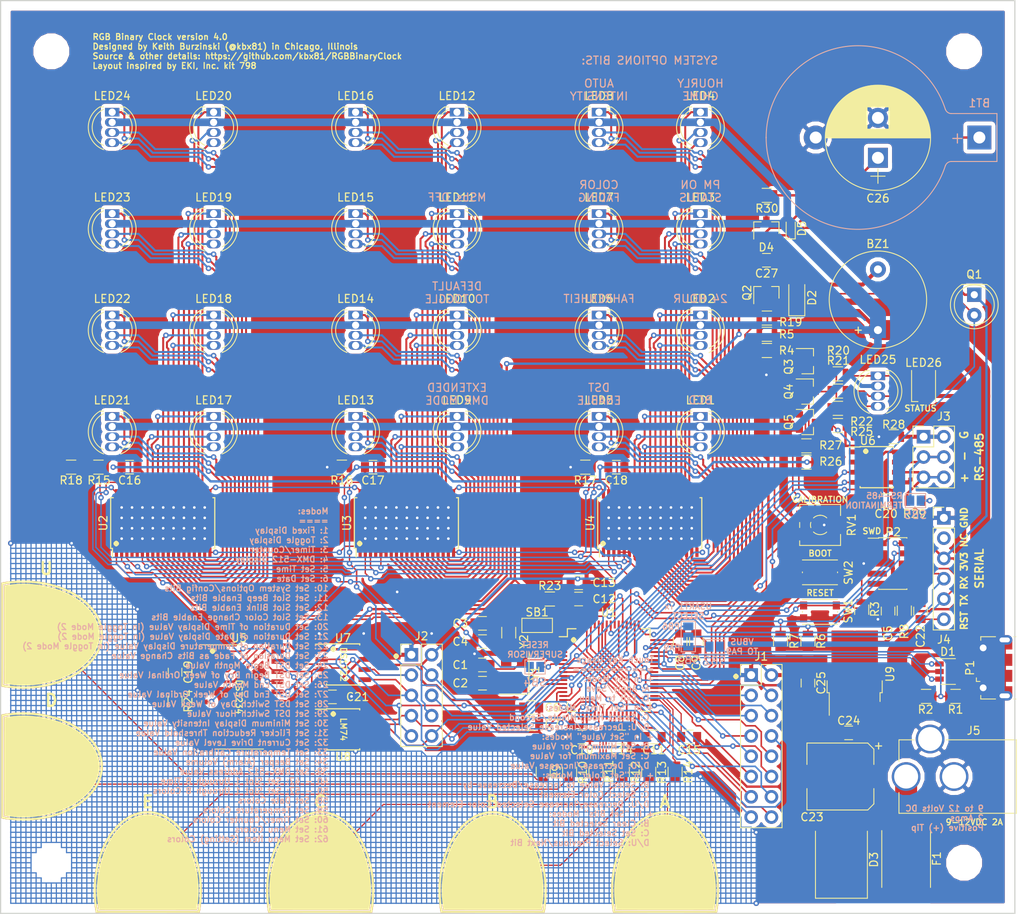
<source format=kicad_pcb>
(kicad_pcb (version 20171130) (host pcbnew "(5.0.1-3-g963ef8bb5)")
  (layers (0 F.Cu signal) (31 B.Cu signal) (34 B.Paste user) (35 F.Paste user) (36 B.SilkS user hide) (37 F.SilkS user) (38 B.Mask user) (39 F.Mask user) (44 Edge.Cuts user))
  (net 0 "")
  (net 1 GND)
  (net 2 +BATT)
  (net 3 "Net-(BZ1-Pad2)")
  (net 4 "Net-(C4-Pad2)")
  (net 5 +3V3)
  (net 6 "Net-(F1-Pad2)")
  (net 7 LED1_R)
  (net 8 LED1_G)
  (net 9 LED1_B)
  (net 10 LED2_R)
  (net 11 LED2_G)
  (net 12 LED2_B)
  (net 13 LED3_R)
  (net 14 LED3_G)
  (net 15 LED3_B)
  (net 16 LED4_R)
  (net 17 LED4_G)
  (net 18 LED4_B)
  (net 19 LED5_R)
  (net 20 LED5_G)
  (net 21 LED5_B)
  (net 22 LED6_R)
  (net 23 LED6_G)
  (net 24 LED6_B)
  (net 25 LED7_R)
  (net 26 LED7_G)
  (net 27 LED7_B)
  (net 28 LED8_R)
  (net 29 LED8_G)
  (net 30 LED8_B)
  (net 31 LED9_R)
  (net 32 LED9_G)
  (net 33 LED9_B)
  (net 34 LED10_R)
  (net 35 LED10_G)
  (net 36 LED10_B)
  (net 37 LED11_R)
  (net 38 LED11_G)
  (net 39 LED11_B)
  (net 40 LED12_R)
  (net 41 LED12_G)
  (net 42 LED12_B)
  (net 43 LED13_R)
  (net 44 LED13_G)
  (net 45 LED13_B)
  (net 46 LED14_R)
  (net 47 LED14_G)
  (net 48 LED14_B)
  (net 49 LED15_R)
  (net 50 LED15_G)
  (net 51 LED15_B)
  (net 52 LED16_R)
  (net 53 LED16_G)
  (net 54 LED16_B)
  (net 55 LED17_R)
  (net 56 LED17_G)
  (net 57 LED17_B)
  (net 58 LED18_R)
  (net 59 LED18_G)
  (net 60 LED18_B)
  (net 61 LED19_R)
  (net 62 LED19_G)
  (net 63 LED19_B)
  (net 64 LED20_R)
  (net 65 LED20_G)
  (net 66 LED20_B)
  (net 67 LED21_R)
  (net 68 LED21_G)
  (net 69 LED21_B)
  (net 70 LED22_R)
  (net 71 LED22_G)
  (net 72 LED22_B)
  (net 73 LED23_R)
  (net 74 LED23_G)
  (net 75 LED23_B)
  (net 76 LED24_R)
  (net 77 LED24_G)
  (net 78 LED24_B)
  (net 79 /MCU/USART1_TX)
  (net 80 BOOT0)
  (net 81 /MCU/USART1_RX)
  (net 82 "Net-(Q3-Pad3)")
  (net 83 /MCU/USART2_MODE)
  (net 84 /MCU/USART2_TX)
  (net 85 /MCU/USART2_RX)
  (net 86 "Net-(R11-Pad2)")
  (net 87 "Net-(R12-Pad2)")
  (net 88 G3_CS)
  (net 89 G6_CS)
  (net 90 ADC_IN)
  (net 91 G3_K2)
  (net 92 G3_K3)
  (net 93 G6_K2)
  (net 94 G6_K3)
  (net 95 "Net-(R13-Pad2)")
  (net 96 "Net-(R14-Pad2)")
  (net 97 "Net-(Q4-Pad3)")
  (net 98 "Net-(LED25-Pad1)")
  (net 99 "Net-(LED25-Pad3)")
  (net 100 "Net-(LED25-Pad4)")
  (net 101 +V_IN)
  (net 102 /MCU/RESET)
  (net 103 /MCU/OSC32_IN)
  (net 104 "Net-(R10-Pad2)")
  (net 105 /MCU/SPI1_NSS_RTC)
  (net 106 /Display/SPI1_NSS_DISP)
  (net 107 /Display/SPI1_SCK)
  (net 108 /MCU/SPI1_MISO)
  (net 109 /Display/SPI1_MOSI)
  (net 110 /MCU/SPI1_NSS_TEMP)
  (net 111 /Display/SPI1_MISO_DISP)
  (net 112 "Net-(J3-Pad3)")
  (net 113 "Net-(J3-Pad5)")
  (net 114 "Net-(SB1-Pad2)")
  (net 115 "Net-(BT1-Pad1)")
  (net 116 "Net-(C1-Pad1)")
  (net 117 "Net-(C2-Pad1)")
  (net 118 "Net-(C3-Pad1)")
  (net 119 "Net-(C22-Pad1)")
  (net 120 "Net-(C26-Pad1)")
  (net 121 "Net-(D1-Pad4)")
  (net 122 "Net-(D1-Pad6)")
  (net 123 "Net-(D1-Pad5)")
  (net 124 "Net-(D3-Pad1)")
  (net 125 "Net-(D4-Pad3)")
  (net 126 STM32_PA0)
  (net 127 STM32_PB5)
  (net 128 STM32_PA9)
  (net 129 STM32_PB6)
  (net 130 STM32_PA15)
  (net 131 STM32_PB7)
  (net 132 STM32_PC1)
  (net 133 STM32_PB8)
  (net 134 STM32_PC4)
  (net 135 STM32_PB9)
  (net 136 STM32_PC9)
  (net 137 STM32_PB15)
  (net 138 STM32_PC13)
  (net 139 STM32_PD2)
  (net 140 SYS_SWDIO)
  (net 141 SYS_SWCLK)
  (net 142 /MCU/BEEP)
  (net 143 /MCU/LED0)
  (net 144 /MCU/LED1)
  (net 145 /MCU/LED2)
  (net 146 "Net-(Q5-Pad3)")
  (net 147 "Net-(R4-Pad2)")
  (net 148 G3_K1)
  (net 149 G6_K1)
  (net 150 "Net-(R9-Pad2)")
  (net 151 "Net-(R15-Pad1)")
  (net 152 "Net-(R16-Pad1)")
  (net 153 "Net-(R17-Pad1)")
  (net 154 /Display/XBLNK)
  (net 155 "Net-(R24-Pad1)")
  (net 156 "Net-(SB4-Pad2)")
  (net 157 /Display/SPI2_MISO_DISP)
  (net 158 /Display/SPI2_MOSI)
  (net 159 /Display/GSCK)
  (net 160 /Display/SPI2_SCK)
  (net 161 GSSOUT1_GSSIN2)
  (net 162 DCSOUT1_DCSIN2)
  (net 163 GSSOUT2_GSSIN3)
  (net 164 DCSOUT2_DCSIN3)
  (net 165 "Net-(R1-Pad2)")
  (net 166 "Net-(J3-Pad1)")
  (net 167 "Net-(R29-Pad2)")
  (net 168 USB+)
  (net 169 USB-)
  (module Housings_SOIC:SOIC-8_3.9x4.9mm_Pitch1.27mm (layer F.Cu) (at 136.873 116.142)
    (fp_text reference U7 (at -0.033 -3.302) (layer F.SilkS))
    (fp_text value DS1722)
    (pad 1 smd rect (at -2.7 -1.905) (size 1.55 0.6) (layers F.Cu F.Paste F.Mask) (net 5 +3V3))
    (pad 2 smd rect (at -2.7 -0.635) (size 1.55 0.6) (layers F.Cu F.Paste F.Mask) (net 110 /MCU/SPI1_NSS_TEMP))
    (pad 3 smd rect (at -2.7 0.635) (size 1.55 0.6) (layers F.Cu F.Paste F.Mask) (net 107 /Display/SPI1_SCK))
    (pad 4 smd rect (at -2.7 1.905) (size 1.55 0.6) (layers F.Cu F.Paste F.Mask) (net 1 GND))
    (pad 5 smd rect (at 2.7 1.905) (size 1.55 0.6) (layers F.Cu F.Paste F.Mask) (net 108 /MCU/SPI1_MISO))
    (pad 6 smd rect (at 2.7 0.635) (size 1.55 0.6) (layers F.Cu F.Paste F.Mask) (net 109 /Display/SPI1_MOSI))
    (pad 7 smd rect (at 2.7 -0.635) (size 1.55 0.6) (layers F.Cu F.Paste F.Mask) (net 5 +3V3))
    (pad 8 smd rect (at 2.7 -1.905) (size 1.55 0.6) (layers F.Cu F.Paste F.Mask) (net 5 +3V3))
  )
  (module Housings_SOIC:SO-20_12.8x7.5mm_Pitch1.27mm (layer F.Cu) (at 123.901 120.206)
    (fp_text reference U5 (at -0.076 -7.366) (layer F.SilkS))
    (fp_text value DS3234)
    (pad 6 smd rect (at -4.75 0.635) (size 1.5 0.6) (layers F.Cu F.Paste F.Mask) (net 156 "Net-(SB4-Pad2)"))
    (pad 5 smd rect (at -4.75 -0.635) (size 1.5 0.6) (layers F.Cu F.Paste F.Mask) (net 155 "Net-(R24-Pad1)"))
    (pad 4 smd rect (at -4.75 -1.905) (size 1.5 0.6) (layers F.Cu F.Paste F.Mask) (net 5 +3V3))
    (pad 3 smd rect (at -4.75 -3.175) (size 1.5 0.6) (layers F.Cu F.Paste F.Mask) (net 103 /MCU/OSC32_IN))
    (pad 2 smd rect (at -4.75 -4.445) (size 1.5 0.6) (layers F.Cu F.Paste F.Mask) (net 1 GND))
    (pad 1 smd rect (at -4.75 -5.715) (size 1.5 0.6) (layers F.Cu F.Paste F.Mask) (net 105 /MCU/SPI1_NSS_RTC))
    (pad 7 smd rect (at -4.75 1.905) (size 1.5 0.6) (layers F.Cu F.Paste F.Mask) (net 1 GND))
    (pad 8 smd rect (at -4.75 3.175) (size 1.5 0.6) (layers F.Cu F.Paste F.Mask) (net 1 GND))
    (pad 9 smd rect (at -4.75 4.445) (size 1.5 0.6) (layers F.Cu F.Paste F.Mask) (net 1 GND))
    (pad 10 smd rect (at -4.75 5.715) (size 1.5 0.6) (layers F.Cu F.Paste F.Mask) (net 1 GND))
    (pad 11 smd rect (at 4.75 5.715) (size 1.5 0.6) (layers F.Cu F.Paste F.Mask) (net 1 GND))
    (pad 12 smd rect (at 4.75 4.445) (size 1.5 0.6) (layers F.Cu F.Paste F.Mask) (net 1 GND))
    (pad 13 smd rect (at 4.75 3.175) (size 1.5 0.6) (layers F.Cu F.Paste F.Mask) (net 1 GND))
    (pad 14 smd rect (at 4.75 1.905) (size 1.5 0.6) (layers F.Cu F.Paste F.Mask) (net 1 GND))
    (pad 15 smd rect (at 4.75 0.635) (size 1.5 0.6) (layers F.Cu F.Paste F.Mask) (net 1 GND))
    (pad 16 smd rect (at 4.75 -0.635) (size 1.5 0.6) (layers F.Cu F.Paste F.Mask) (net 2 +BATT))
    (pad 17 smd rect (at 4.75 -1.905) (size 1.5 0.6) (layers F.Cu F.Paste F.Mask) (net 109 /Display/SPI1_MOSI))
    (pad 18 smd rect (at 4.75 -3.175) (size 1.5 0.6) (layers F.Cu F.Paste F.Mask) (net 107 /Display/SPI1_SCK))
    (pad 19 smd rect (at 4.75 -4.445) (size 1.5 0.6) (layers F.Cu F.Paste F.Mask) (net 108 /MCU/SPI1_MISO))
    (pad 20 smd rect (at 4.75 -5.715) (size 1.5 0.6) (layers F.Cu F.Paste F.Mask) (net 107 /Display/SPI1_SCK))
  )
  (module Housings_QFP:LQFP-64_10x10mm_Pitch0.5mm (layer F.Cu) (at 170.127 116.845)
    (fp_text reference U1 (at 0 -7.2) (layer F.SilkS))
    (fp_text value STM32F072RBTx)
    (pad 1 smd rect (at -5.7 -3.75) (size 1 0.25) (layers F.Cu F.Paste F.Mask) (net 2 +BATT))
    (pad 2 smd rect (at -5.7 -3.25) (size 1 0.25) (layers F.Cu F.Paste F.Mask) (net 138 STM32_PC13))
    (pad 3 smd rect (at -5.7 -2.75) (size 1 0.25) (layers F.Cu F.Paste F.Mask) (net 114 "Net-(SB1-Pad2)"))
    (pad 4 smd rect (at -5.7 -2.25) (size 1 0.25) (layers F.Cu F.Paste F.Mask) (net 4 "Net-(C4-Pad2)"))
    (pad 5 smd rect (at -5.7 -1.75) (size 1 0.25) (layers F.Cu F.Paste F.Mask) (net 116 "Net-(C1-Pad1)"))
    (pad 6 smd rect (at -5.7 -1.25) (size 1 0.25) (layers F.Cu F.Paste F.Mask) (net 117 "Net-(C2-Pad1)"))
    (pad 7 smd rect (at -5.7 -0.75) (size 1 0.25) (layers F.Cu F.Paste F.Mask) (net 102 /MCU/RESET))
    (pad 8 smd rect (at -5.7 -0.25) (size 1 0.25) (layers F.Cu F.Paste F.Mask) (net 90 ADC_IN))
    (pad 9 smd rect (at -5.7 0.25) (size 1 0.25) (layers F.Cu F.Paste F.Mask) (net 132 STM32_PC1))
    (pad 10 smd rect (at -5.7 0.75) (size 1 0.25) (layers F.Cu F.Paste F.Mask) (net 157 /Display/SPI2_MISO_DISP))
    (pad 11 smd rect (at -5.7 1.25) (size 1 0.25) (layers F.Cu F.Paste F.Mask) (net 158 /Display/SPI2_MOSI))
    (pad 12 smd rect (at -5.7 1.75) (size 1 0.25) (layers F.Cu F.Paste F.Mask) (net 1 GND))
    (pad 13 smd rect (at -5.7 2.25) (size 1 0.25) (layers F.Cu F.Paste F.Mask) (net 5 +3V3))
    (pad 14 smd rect (at -5.7 2.75) (size 1 0.25) (layers F.Cu F.Paste F.Mask) (net 126 STM32_PA0))
    (pad 15 smd rect (at -5.7 3.25) (size 1 0.25) (layers F.Cu F.Paste F.Mask) (net 83 /MCU/USART2_MODE))
    (pad 16 smd rect (at -5.7 3.75) (size 1 0.25) (layers F.Cu F.Paste F.Mask) (net 84 /MCU/USART2_TX))
    (pad 17 smd rect (at -3.75 5.7 90) (size 1 0.25) (layers F.Cu F.Paste F.Mask) (net 85 /MCU/USART2_RX))
    (pad 18 smd rect (at -3.25 5.7 90) (size 1 0.25) (layers F.Cu F.Paste F.Mask) (net 1 GND))
    (pad 19 smd rect (at -2.75 5.7 90) (size 1 0.25) (layers F.Cu F.Paste F.Mask) (net 5 +3V3))
    (pad 20 smd rect (at -2.25 5.7 90) (size 1 0.25) (layers F.Cu F.Paste F.Mask) (net 159 /Display/GSCK))
    (pad 21 smd rect (at -1.75 5.7 90) (size 1 0.25) (layers F.Cu F.Paste F.Mask) (net 107 /Display/SPI1_SCK))
    (pad 22 smd rect (at -1.25 5.7 90) (size 1 0.25) (layers F.Cu F.Paste F.Mask) (net 108 /MCU/SPI1_MISO))
    (pad 23 smd rect (at -0.75 5.7 90) (size 1 0.25) (layers F.Cu F.Paste F.Mask) (net 109 /Display/SPI1_MOSI))
    (pad 24 smd rect (at -0.25 5.7 90) (size 1 0.25) (layers F.Cu F.Paste F.Mask) (net 134 STM32_PC4))
    (pad 25 smd rect (at 0.25 5.7 90) (size 1 0.25) (layers F.Cu F.Paste F.Mask) (net 148 G3_K1))
    (pad 26 smd rect (at 0.75 5.7 90) (size 1 0.25) (layers F.Cu F.Paste F.Mask) (net 91 G3_K2))
    (pad 27 smd rect (at 1.25 5.7 90) (size 1 0.25) (layers F.Cu F.Paste F.Mask) (net 92 G3_K3))
    (pad 28 smd rect (at 1.75 5.7 90) (size 1 0.25) (layers F.Cu F.Paste F.Mask) (net 88 G3_CS))
    (pad 29 smd rect (at 2.25 5.7 90) (size 1 0.25) (layers F.Cu F.Paste F.Mask) (net 160 /Display/SPI2_SCK))
    (pad 30 smd rect (at 2.75 5.7 90) (size 1 0.25) (layers F.Cu F.Paste F.Mask) (net 149 G6_K1))
    (pad 31 smd rect (at 3.25 5.7 90) (size 1 0.25) (layers F.Cu F.Paste F.Mask) (net 1 GND))
    (pad 32 smd rect (at 3.75 5.7 90) (size 1 0.25) (layers F.Cu F.Paste F.Mask) (net 5 +3V3))
    (pad 33 smd rect (at 5.7 3.75) (size 1 0.25) (layers F.Cu F.Paste F.Mask) (net 93 G6_K2))
    (pad 34 smd rect (at 5.7 3.25) (size 1 0.25) (layers F.Cu F.Paste F.Mask) (net 94 G6_K3))
    (pad 35 smd rect (at 5.7 2.75) (size 1 0.25) (layers F.Cu F.Paste F.Mask) (net 89 G6_CS))
    (pad 36 smd rect (at 5.7 2.25) (size 1 0.25) (layers F.Cu F.Paste F.Mask) (net 137 STM32_PB15))
    (pad 37 smd rect (at 5.7 1.75) (size 1 0.25) (layers F.Cu F.Paste F.Mask) (net 143 /MCU/LED0))
    (pad 38 smd rect (at 5.7 1.25) (size 1 0.25) (layers F.Cu F.Paste F.Mask) (net 144 /MCU/LED1))
    (pad 39 smd rect (at 5.7 0.75) (size 1 0.25) (layers F.Cu F.Paste F.Mask) (net 145 /MCU/LED2))
    (pad 40 smd rect (at 5.7 0.25) (size 1 0.25) (layers F.Cu F.Paste F.Mask) (net 136 STM32_PC9))
    (pad 41 smd rect (at 5.7 -0.25) (size 1 0.25) (layers F.Cu F.Paste F.Mask) (net 142 /MCU/BEEP))
    (pad 42 smd rect (at 5.7 -0.75) (size 1 0.25) (layers F.Cu F.Paste F.Mask) (net 128 STM32_PA9))
    (pad 43 smd rect (at 5.7 -1.25) (size 1 0.25) (layers F.Cu F.Paste F.Mask) (net 81 /MCU/USART1_RX))
    (pad 44 smd rect (at 5.7 -1.75) (size 1 0.25) (layers F.Cu F.Paste F.Mask) (net 169 USB-))
    (pad 45 smd rect (at 5.7 -2.25) (size 1 0.25) (layers F.Cu F.Paste F.Mask) (net 168 USB+))
    (pad 46 smd rect (at 5.7 -2.75) (size 1 0.25) (layers F.Cu F.Paste F.Mask) (net 140 SYS_SWDIO))
    (pad 47 smd rect (at 5.7 -3.25) (size 1 0.25) (layers F.Cu F.Paste F.Mask) (net 1 GND))
    (pad 48 smd rect (at 5.7 -3.75) (size 1 0.25) (layers F.Cu F.Paste F.Mask) (net 5 +3V3))
    (pad 49 smd rect (at 3.75 -5.7 90) (size 1 0.25) (layers F.Cu F.Paste F.Mask) (net 141 SYS_SWCLK))
    (pad 50 smd rect (at 3.25 -5.7 90) (size 1 0.25) (layers F.Cu F.Paste F.Mask) (net 130 STM32_PA15))
    (pad 51 smd rect (at 2.75 -5.7 90) (size 1 0.25) (layers F.Cu F.Paste F.Mask) (net 106 /Display/SPI1_NSS_DISP))
    (pad 52 smd rect (at 2.25 -5.7 90) (size 1 0.25) (layers F.Cu F.Paste F.Mask) (net 105 /MCU/SPI1_NSS_RTC))
    (pad 53 smd rect (at 1.75 -5.7 90) (size 1 0.25) (layers F.Cu F.Paste F.Mask) (net 110 /MCU/SPI1_NSS_TEMP))
    (pad 54 smd rect (at 1.25 -5.7 90) (size 1 0.25) (layers F.Cu F.Paste F.Mask) (net 139 STM32_PD2))
    (pad 55 smd rect (at 0.75 -5.7 90) (size 1 0.25) (layers F.Cu F.Paste F.Mask) (net 154 /Display/XBLNK))
    (pad 56 smd rect (at 0.25 -5.7 90) (size 1 0.25) (layers F.Cu F.Paste F.Mask) (net 111 /Display/SPI1_MISO_DISP))
    (pad 57 smd rect (at -0.25 -5.7 90) (size 1 0.25) (layers F.Cu F.Paste F.Mask) (net 127 STM32_PB5))
    (pad 58 smd rect (at -0.75 -5.7 90) (size 1 0.25) (layers F.Cu F.Paste F.Mask) (net 129 STM32_PB6))
    (pad 59 smd rect (at -1.25 -5.7 90) (size 1 0.25) (layers F.Cu F.Paste F.Mask) (net 131 STM32_PB7))
    (pad 60 smd rect (at -1.75 -5.7 90) (size 1 0.25) (layers F.Cu F.Paste F.Mask) (net 80 BOOT0))
    (pad 61 smd rect (at -2.25 -5.7 90) (size 1 0.25) (layers F.Cu F.Paste F.Mask) (net 133 STM32_PB8))
    (pad 62 smd rect (at -2.75 -5.7 90) (size 1 0.25) (layers F.Cu F.Paste F.Mask) (net 135 STM32_PB9))
    (pad 63 smd rect (at -3.25 -5.7 90) (size 1 0.25) (layers F.Cu F.Paste F.Mask) (net 1 GND))
    (pad 64 smd rect (at -3.75 -5.7 90) (size 1 0.25) (layers F.Cu F.Paste F.Mask) (net 5 +3V3))
  )
  (module Resistors_SMD:R_0805 (layer F.Cu) (at 201.803 109.286 90)
    (fp_text reference R3 (at 0.066 1.651 90) (layer F.SilkS))
    (fp_text value 10K)
    (pad 1 smd rect (at -0.95 0 90) (size 0.7 1.3) (layers F.Cu F.Paste F.Mask) (net 1 GND))
    (pad 2 smd rect (at 0.95 0 90) (size 0.7 1.3) (layers F.Cu F.Paste F.Mask) (net 80 BOOT0))
  )
  (module Resistors_SMD:R_0805 (layer F.Cu) (at 207.137 109.408 90)
    (fp_text reference R8 (at -2.606 0 90) (layer F.SilkS))
    (fp_text value 10K)
    (pad 1 smd rect (at -0.95 0 90) (size 0.7 1.3) (layers F.Cu F.Paste F.Mask) (net 5 +3V3))
    (pad 2 smd rect (at 0.95 0 90) (size 0.7 1.3) (layers F.Cu F.Paste F.Mask) (net 102 /MCU/RESET))
  )
  (module Capacitors_SMD:C_0805 (layer F.Cu) (at 209.169 109.458 90)
    (fp_text reference C22 (at -3.159 0 90) (layer F.SilkS))
    (fp_text value "100 nF")
    (pad 1 smd rect (at -1 0 90) (size 1 1.25) (layers F.Cu F.Paste F.Mask) (net 119 "Net-(C22-Pad1)"))
    (pad 2 smd rect (at 1 0 90) (size 1 1.25) (layers F.Cu F.Paste F.Mask) (net 102 /MCU/RESET))
  )
  (module Resistors_SMD:R_0805 (layer F.Cu) (at 191.643 113.223 90)
    (fp_text reference R7 (at 0 1.717 90) (layer F.SilkS))
    (fp_text value 10K)
    (pad 1 smd rect (at -0.95 0 90) (size 0.7 1.3) (layers F.Cu F.Paste F.Mask) (net 5 +3V3))
    (pad 2 smd rect (at 0.95 0 90) (size 0.7 1.3) (layers F.Cu F.Paste F.Mask) (net 141 SYS_SWCLK))
  )
  (module Resistors_SMD:R_0805 (layer F.Cu) (at 195.072 113.223 90)
    (fp_text reference R6 (at -0.0025 1.651 90) (layer F.SilkS))
    (fp_text value 10K)
    (pad 1 smd rect (at -0.95 0 90) (size 0.7 1.3) (layers F.Cu F.Paste F.Mask) (net 5 +3V3))
    (pad 2 smd rect (at 0.95 0 90) (size 0.7 1.3) (layers F.Cu F.Paste F.Mask) (net 140 SYS_SWDIO))
  )
  (module Capacitors_SMD:C_0805 (layer F.Cu) (at 205.105 109.458 270)
    (fp_text reference C5 (at 2.778 0 270) (layer F.SilkS))
    (fp_text value "100 nF")
    (pad 1 smd rect (at -1 0 270) (size 1 1.25) (layers F.Cu F.Paste F.Mask) (net 102 /MCU/RESET))
    (pad 2 smd rect (at 1 0 270) (size 1 1.25) (layers F.Cu F.Paste F.Mask) (net 1 GND))
  )
  (module Pin_Headers:Pin_Header_Straight_2x05_Pitch1.27mm_SMD (layer F.Cu) (at 205.695 103.505)
    (fp_text reference P2 (at 0.045 -3.937) (layer F.SilkS))
    (fp_text value STM32_SWD_USART)
    (pad 1 smd rect (at -1.95 -2.54) (size 2.4 0.74) (layers F.Cu F.Paste F.Mask) (net 5 +3V3))
    (pad 2 smd rect (at 1.95 -2.54) (size 2.4 0.74) (layers F.Cu F.Paste F.Mask) (net 140 SYS_SWDIO))
    (pad 3 smd rect (at -1.95 -1.27) (size 2.4 0.74) (layers F.Cu F.Paste F.Mask) (net 1 GND))
    (pad 4 smd rect (at 1.95 -1.27) (size 2.4 0.74) (layers F.Cu F.Paste F.Mask) (net 141 SYS_SWCLK))
    (pad 5 smd rect (at -1.95 0) (size 2.4 0.74) (layers F.Cu F.Paste F.Mask) (net 1 GND))
    (pad 6 smd rect (at 1.95 0) (size 2.4 0.74) (layers F.Cu F.Paste F.Mask) (net 79 /MCU/USART1_TX))
    (pad 7 smd rect (at -1.95 1.27) (size 2.4 0.74) (layers F.Cu F.Paste F.Mask) (net 80 BOOT0))
    (pad 8 smd rect (at 1.95 1.27) (size 2.4 0.74) (layers F.Cu F.Paste F.Mask) (net 81 /MCU/USART1_RX))
    (pad 9 smd rect (at -1.95 2.54) (size 2.4 0.74) (layers F.Cu F.Paste F.Mask))
    (pad 10 smd rect (at 1.95 2.54) (size 2.4 0.74) (layers F.Cu F.Paste F.Mask) (net 102 /MCU/RESET))
  )
  (module Capacitors_SMD:C_0805 (layer F.Cu) (at 166.354 105.918)
    (fp_text reference C13 (at 3.191 0) (layer F.SilkS))
    (fp_text value "4.7 µF")
    (pad 1 smd rect (at -1 0) (size 1 1.25) (layers F.Cu F.Paste F.Mask) (net 5 +3V3))
    (pad 2 smd rect (at 1 0) (size 1 1.25) (layers F.Cu F.Paste F.Mask) (net 1 GND))
  )
  (module Housings_SOIC:SOIC-8_3.9x4.9mm_Pitch1.27mm (layer F.Cu) (at 136.873 124.27)
    (fp_text reference U8 (at 0 3.429) (layer F.SilkS))
    (fp_text value LM74)
    (pad 1 smd rect (at -2.7 -1.905) (size 1.55 0.6) (layers F.Cu F.Paste F.Mask) (net 108 /MCU/SPI1_MISO))
    (pad 2 smd rect (at -2.7 -0.635) (size 1.55 0.6) (layers F.Cu F.Paste F.Mask) (net 107 /Display/SPI1_SCK))
    (pad 3 smd rect (at -2.7 0.635) (size 1.55 0.6) (layers F.Cu F.Paste F.Mask) (net 1 GND))
    (pad 4 smd rect (at -2.7 1.905) (size 1.55 0.6) (layers F.Cu F.Paste F.Mask) (net 1 GND))
    (pad 5 smd rect (at 2.7 1.905) (size 1.55 0.6) (layers F.Cu F.Paste F.Mask) (net 1 GND))
    (pad 6 smd rect (at 2.7 0.635) (size 1.55 0.6) (layers F.Cu F.Paste F.Mask) (net 1 GND))
    (pad 7 smd rect (at 2.7 -0.635) (size 1.55 0.6) (layers F.Cu F.Paste F.Mask) (net 110 /MCU/SPI1_NSS_TEMP))
    (pad 8 smd rect (at 2.7 -1.905) (size 1.55 0.6) (layers F.Cu F.Paste F.Mask) (net 5 +3V3))
  )
  (module TouchPads:TouchPad1 (layer F.Cu) (at 177.038 139.7)
    (fp_text reference TP6 hide)
    (fp_text value TouchPad6 hide)
    (fp_poly (pts (xy 0.444493 -4.790763) (xy 0.921874 -4.719862) (xy 1.382486 -4.604478) (xy 1.828048 -4.443742) (xy 2.260279 -4.236785) (xy 2.680898 -3.982739) (xy 3.091626 -3.680734) (xy 3.494181 -3.329902) (xy 3.666369 -3.162641) (xy 4.083987 -2.709097) (xy 4.471294 -2.215901) (xy 4.827707 -1.684094) (xy 5.152642 -1.114718) (xy 5.445517 -0.508815) (xy 5.70575 0.132574) (xy 5.932758 0.808407) (xy 5.983396 0.979658) (xy 6.189628 1.784587) (xy 6.346046 2.593763) (xy 6.452574 3.40597) (xy 6.509138 4.219991) (xy 6.51566 5.03461) (xy 6.472064 5.84861) (xy 6.378276 6.660774) (xy 6.349431 6.848216) (xy 6.330431 6.967046) (xy 6.314769 7.066739) (xy 6.303987 7.137356) (xy 6.299628 7.168956) (xy 6.299603 7.169496) (xy 6.274764 7.170579) (xy 6.201686 7.171636) (xy 6.082526 7.172662) (xy 5.919442 7.173654) (xy 5.714591 7.174607) (xy 5.47013 7.175517) (xy 5.188218 7.17638) (xy 4.871012 7.177191) (xy 4.520669 7.177947) (xy 4.139346 7.178643) (xy 3.729202 7.179274) (xy 3.292394 7.179838) (xy 2.831079 7.180329) (xy 2.347414 7.180743) (xy 1.843558 7.181076) (xy 1.321668 7.181323) (xy 0.783901 7.181482) (xy 0.232415 7.181547) (xy 0.138591 7.181548) (xy -0.414988 7.181499) (xy -0.95521 7.181356) (xy -1.479918 7.181123) (xy -1.986954 7.180804) (xy -2.47416 7.180404) (xy -2.93938 7.179925) (xy -3.380456 7.179374) (xy -3.795229 7.178753) (xy -4.181543 7.178068) (xy -4.537241 7.177322) (xy -4.860164 7.17652) (xy -5.148155 7.175665) (xy -5.399057 7.174763) (xy -5.610712 7.173817) (xy -5.780962 7.172831) (xy -5.907651 7.17181) (xy -5.98862 7.170759) (xy -6.021712 7.16968) (xy -6.022421 7.169496) (xy -6.026207 7.141406) (xy -6.036537 7.073513) (xy -6.051869 6.975756) (xy -6.070661 6.858078) (xy -6.072249 6.848216) (xy -6.174185 6.080348) (xy -6.230729 5.319395) (xy -6.241864 4.559124) (xy -6.207569 3.793301) (xy -6.127827 3.015693) (xy -6.059083 2.54657) (xy -5.94861 1.954423) (xy -5.810781 1.365308) (xy -5.648141 0.78698) (xy -5.463234 0.227199) (xy -5.258604 -0.306281) (xy -5.036796 -0.805701) (xy -4.822413 -1.22359) (xy -4.698732 -1.437675) (xy -4.552507 -1.674027) (xy -4.39266 -1.919291) (xy -4.228115 -2.160111) (xy -4.067792 -2.383132) (xy -3.920615 -2.574998) (xy -3.914447 -2.582681) (xy -3.580786 -2.968322) (xy -3.224874 -3.325012) (xy -2.851444 -3.64921) (xy -2.465227 -3.937374) (xy -2.070954 -4.185959) (xy -1.673356 -4.391424) (xy -1.294775 -4.544176) (xy -0.924984 -4.656031) (xy -0.552746 -4.737616) (xy -0.187863 -4.787541) (xy 0.159861 -4.804416) (xy 0.444493 -4.790763)) (layer F.Cu) (width 0.01))
    (fp_poly (pts (xy 0.624098 -5.16591) (xy 1.102932 -5.091337) (xy 1.574052 -4.967623) (xy 2.036417 -4.795238) (xy 2.488985 -4.574653) (xy 2.930714 -4.306337) (xy 3.360562 -3.990762) (xy 3.777489 -3.628396) (xy 3.932881 -3.477965) (xy 4.258758 -3.136367) (xy 4.556734 -2.787083) (xy 4.832754 -2.421698) (xy 5.092763 -2.031797) (xy 5.342709 -1.608966) (xy 5.588538 -1.144789) (xy 5.605674 -1.110671) (xy 5.907276 -0.454132) (xy 6.170249 0.231877) (xy 6.394033 0.943801) (xy 6.578067 1.678083) (xy 6.72179 2.431168) (xy 6.824643 3.199499) (xy 6.886063 3.979522) (xy 6.90549 4.76768) (xy 6.882363 5.560418) (xy 6.816123 6.354179) (xy 6.802089 6.475992) (xy 6.781191 6.64136) (xy 6.757161 6.815867) (xy 6.731481 6.990174) (xy 6.705631 7.154944) (xy 6.681092 7.300838) (xy 6.659346 7.418519) (xy 6.641873 7.498649) (xy 6.637246 7.515427) (xy 6.63411 7.520026) (xy 6.626407 7.524294) (xy 6.612327 7.528244) (xy 6.590062 7.531889) (xy 6.557801 7.535239) (xy 6.513736 7.538309) (xy 6.456057 7.541109) (xy 6.382955 7.543653) (xy 6.29262 7.545952) (xy 6.183244 7.548019) (xy 6.053017 7.549865) (xy 5.900129 7.551505) (xy 5.722772 7.552948) (xy 5.519136 7.554209) (xy 5.287411 7.555299) (xy 5.025789 7.55623) (xy 4.73246 7.557015) (xy 4.405615 7.557666) (xy 4.043444 7.558195) (xy 3.644138 7.558615) (xy 3.205888 7.558938) (xy 2.726885 7.559176) (xy 2.205319 7.559341) (xy 1.639381 7.559445) (xy 1.027261 7.559502) (xy 0.36715 7.559523) (xy 0.138591 7.559524) (xy -0.537745 7.559512) (xy -1.165494 7.559469) (xy -1.746464 7.559381) (xy -2.282466 7.559237) (xy -2.775308 7.559025) (xy -3.2268 7.558732) (xy -3.638751 7.558345) (xy -4.01297 7.557854) (xy -4.351267 7.557244) (xy -4.655451 7.556505) (xy -4.927331 7.555623) (xy -5.168717 7.554587) (xy -5.381417 7.553384) (xy -5.567242 7.552002) (xy -5.728001 7.550428) (xy -5.865502 7.548651) (xy -5.981556 7.546659) (xy -6.077971 7.544437) (xy -6.156557 7.541976) (xy -6.219123 7.539262) (xy -6.267479 7.536282) (xy -6.303433 7.533026) (xy -6.328795 7.52948) (xy -6.345375 7.525632) (xy -6.354981 7.52147) (xy -6.359423 7.516981) (xy -6.360064 7.515427) (xy -6.37578 7.449919) (xy -6.396264 7.34374) (xy -6.420035 7.20623) (xy -6.445611 7.046726) (xy -6.471513 6.874565) (xy -6.496259 6.699087) (xy -6.518368 6.529628) (xy -6.524908 6.475992) (xy -6.567074 6.087758) (xy -6.597126 5.723419) (xy -6.616265 5.362564) (xy -6.62569 4.984781) (xy -6.626639 4.82741) (xy -6.363442 4.82741) (xy -6.354505 5.185107) (xy -6.33719 5.551744) (xy -6.312168 5.917869) (xy -6.280112 6.274031) (xy -6.241694 6.610779) (xy -6.197585 6.918662) (xy -6.148457 7.188228) (xy -6.134951 7.250844) (xy -6.122255 7.30754) (xy 6.399436 7.30754) (xy 6.412133 7.250844) (xy 6.445588 7.080078) (xy 6.479416 6.867885) (xy 6.512615 6.623213) (xy 6.544185 6.355013) (xy 6.573122 6.072234) (xy 6.598425 5.783827) (xy 6.619094 5.49874) (xy 6.630675 5.297967) (xy 6.6446 4.610677) (xy 6.618768 3.906334) (xy 6.554564 3.192849) (xy 6.453376 2.478135) (xy 6.31659 1.770106) (xy 6.145592 1.076673) (xy 5.941768 0.40575) (xy 5.706506 -0.234751) (xy 5.628009 -0.42448) (xy 5.367193 -0.987936) (xy 5.075652 -1.526204) (xy 4.75593 -2.036121) (xy 4.410571 -2.514524) (xy 4.042119 -2.958249) (xy 3.653119 -3.364134) (xy 3.246115 -3.729014) (xy 2.823652 -4.049728) (xy 2.586757 -4.205447) (xy 2.234468 -4.402396) (xy 1.859044 -4.571436) (xy 1.468801 -4.710417) (xy 1.072055 -4.817187) (xy 0.677121 -4.889598) (xy 0.292316 -4.925498) (xy -0.074044 -4.922739) (xy -0.160996 -4.915831) (xy -0.645918 -4.847623) (xy -1.11184 -4.736268) (xy -1.561021 -4.580665) (xy -1.995719 -4.379716) (xy -2.418191 -4.132321) (xy -2.830697 -3.837381) (xy -3.235493 -3.493796) (xy -3.399011 -3.339335) (xy -3.826345 -2.88906) (xy -4.222891 -2.399996) (xy -4.588025 -1.873723) (xy -4.921128 -1.311822) (xy -5.221578 -0.715873) (xy -5.488753 -0.087457) (xy -5.722032 0.571846) (xy -5.920795 1.260454) (xy -6.084418 1.976788) (xy -6.212282 2.719267) (xy -6.303765 3.486311) (xy -6.353494 4.176637) (xy -6.363329 4.488103) (xy -6.363442 4.82741) (xy -6.626639 4.82741) (xy -6.627183 4.737302) (xy -6.605565 3.936514) (xy -6.541181 3.147038) (xy -6.434736 2.372049) (xy -6.286935 1.614721) (xy -6.098482 0.878228) (xy -5.870084 0.165745) (xy -5.602444 -0.519555) (xy -5.328493 -1.110671) (xy -5.08273 -1.578045) (xy -4.833264 -2.003486) (xy -4.574148 -2.39541) (xy -4.299438 -2.762231) (xy -4.003185 -3.112364) (xy -3.679446 -3.454225) (xy -3.655699 -3.477965) (xy -3.243975 -3.858052) (xy -2.818932 -4.191528) (xy -2.381611 -4.477924) (xy -1.933055 -4.716769) (xy -1.474304 -4.907592) (xy -1.0064 -5.049925) (xy -0.530385 -5.143295) (xy -0.0473 -5.187235) (xy 0.138591 -5.190873) (xy 0.624098 -5.16591)) (layer F.Cu) (width 0.01))
    (pad 1 connect circle (at 0.127 1.905) (size 1 1) (layers F.Cu) (net 96 "Net-(R14-Pad2)"))
  )
  (module Resistors_SMD:R_0805 (layer F.Cu) (at 198.821 79.756 180)
    (fp_text reference R20 (at -0.061 2.921 180) (layer F.SilkS))
    (fp_text value 1K)
    (pad 1 smd rect (at -0.95 0 180) (size 0.7 1.3) (layers F.Cu F.Paste F.Mask) (net 98 "Net-(LED25-Pad1)"))
    (pad 2 smd rect (at 0.95 0 180) (size 0.7 1.3) (layers F.Cu F.Paste F.Mask) (net 82 "Net-(Q3-Pad3)"))
  )
  (module TO_SOT_Packages_SMD:SOT-23 (layer F.Cu) (at 195.008 85.7885)
    (fp_text reference Q5 (at -2.3495 0.0025 90) (layer F.SilkS))
    (fp_text value 2N7002)
    (pad 1 smd rect (at -1 -0.95) (size 0.9 0.8) (layers F.Cu F.Paste F.Mask) (net 145 /MCU/LED2))
    (pad 2 smd rect (at -1 0.95) (size 0.9 0.8) (layers F.Cu F.Paste F.Mask) (net 1 GND))
    (pad 3 smd rect (at 1 0) (size 0.9 0.8) (layers F.Cu F.Paste F.Mask) (net 146 "Net-(Q5-Pad3)"))
  )
  (module Resistors_SMD:R_0805 (layer F.Cu) (at 198.821 84.074)
    (fp_text reference R22 (at 2.982 1.651) (layer F.SilkS))
    (fp_text value 1K)
    (pad 1 smd rect (at -0.95 0) (size 0.7 1.3) (layers F.Cu F.Paste F.Mask) (net 146 "Net-(Q5-Pad3)"))
    (pad 2 smd rect (at 0.95 0) (size 0.7 1.3) (layers F.Cu F.Paste F.Mask) (net 100 "Net-(LED25-Pad4)"))
  )
  (module Resistors_SMD:R_0805 (layer F.Cu) (at 198.821 81.915)
    (fp_text reference R21 (at 0.061 -3.81) (layer F.SilkS))
    (fp_text value 1K)
    (pad 1 smd rect (at -0.95 0) (size 0.7 1.3) (layers F.Cu F.Paste F.Mask) (net 97 "Net-(Q4-Pad3)"))
    (pad 2 smd rect (at 0.95 0) (size 0.7 1.3) (layers F.Cu F.Paste F.Mask) (net 99 "Net-(LED25-Pad3)"))
  )
  (module Capacitors_SMD:C_0805 (layer F.Cu) (at 135.525 120.206)
    (fp_text reference C21 (at 3.159 0) (layer F.SilkS))
    (fp_text value "100 nF")
    (pad 1 smd rect (at -1 0) (size 1 1.25) (layers F.Cu F.Paste F.Mask) (net 1 GND))
    (pad 2 smd rect (at 1 0) (size 1 1.25) (layers F.Cu F.Paste F.Mask) (net 5 +3V3))
  )
  (module Resistors_SMD:R_0805 (layer F.Cu) (at 194.879 88.773 180)
    (fp_text reference R27 (at -3.0505 0.0635 180) (layer F.SilkS))
    (fp_text value 1M)
    (pad 1 smd rect (at -0.95 0 180) (size 0.7 1.3) (layers F.Cu F.Paste F.Mask) (net 5 +3V3))
    (pad 2 smd rect (at 0.95 0 180) (size 0.7 1.3) (layers F.Cu F.Paste F.Mask) (net 145 /MCU/LED2))
  )
  (module TO_SOT_Packages_SMD:SOT-23 (layer F.Cu) (at 194.992 81.976)
    (fp_text reference Q4 (at -2.3335 0 90) (layer F.SilkS))
    (fp_text value 2N7002)
    (pad 1 smd rect (at -1 -0.95) (size 0.9 0.8) (layers F.Cu F.Paste F.Mask) (net 144 /MCU/LED1))
    (pad 2 smd rect (at -1 0.95) (size 0.9 0.8) (layers F.Cu F.Paste F.Mask) (net 1 GND))
    (pad 3 smd rect (at 1 0) (size 0.9 0.8) (layers F.Cu F.Paste F.Mask) (net 97 "Net-(Q4-Pad3)"))
  )
  (module Resistors_SMD:R_0805 (layer F.Cu) (at 194.884 90.805 180)
    (fp_text reference R26 (at -3.0505 0.0635 180) (layer F.SilkS))
    (fp_text value 1M)
    (pad 1 smd rect (at -0.95 0 180) (size 0.7 1.3) (layers F.Cu F.Paste F.Mask) (net 5 +3V3))
    (pad 2 smd rect (at 0.95 0 180) (size 0.7 1.3) (layers F.Cu F.Paste F.Mask) (net 144 /MCU/LED1))
  )
  (module Resistors_SMD:R_0805 (layer F.Cu) (at 175.133 129.601 270)
    (fp_text reference R13 (at 0.061 -1.651 270) (layer F.SilkS))
    (fp_text value 1K)
    (pad 1 smd rect (at -0.95 0 270) (size 0.7 1.3) (layers F.Cu F.Paste F.Mask) (net 93 G6_K2))
    (pad 2 smd rect (at 0.95 0 270) (size 0.7 1.3) (layers F.Cu F.Paste F.Mask) (net 95 "Net-(R13-Pad2)"))
  )
  (module TouchPads:TouchPad1 (layer F.Cu) (at 133.858 139.7)
    (fp_text reference TP4 hide)
    (fp_text value TouchPad4 hide)
    (fp_poly (pts (xy 0.444493 -4.790763) (xy 0.921874 -4.719862) (xy 1.382486 -4.604478) (xy 1.828048 -4.443742) (xy 2.260279 -4.236785) (xy 2.680898 -3.982739) (xy 3.091626 -3.680734) (xy 3.494181 -3.329902) (xy 3.666369 -3.162641) (xy 4.083987 -2.709097) (xy 4.471294 -2.215901) (xy 4.827707 -1.684094) (xy 5.152642 -1.114718) (xy 5.445517 -0.508815) (xy 5.70575 0.132574) (xy 5.932758 0.808407) (xy 5.983396 0.979658) (xy 6.189628 1.784587) (xy 6.346046 2.593763) (xy 6.452574 3.40597) (xy 6.509138 4.219991) (xy 6.51566 5.03461) (xy 6.472064 5.84861) (xy 6.378276 6.660774) (xy 6.349431 6.848216) (xy 6.330431 6.967046) (xy 6.314769 7.066739) (xy 6.303987 7.137356) (xy 6.299628 7.168956) (xy 6.299603 7.169496) (xy 6.274764 7.170579) (xy 6.201686 7.171636) (xy 6.082526 7.172662) (xy 5.919442 7.173654) (xy 5.714591 7.174607) (xy 5.47013 7.175517) (xy 5.188218 7.17638) (xy 4.871012 7.177191) (xy 4.520669 7.177947) (xy 4.139346 7.178643) (xy 3.729202 7.179274) (xy 3.292394 7.179838) (xy 2.831079 7.180329) (xy 2.347414 7.180743) (xy 1.843558 7.181076) (xy 1.321668 7.181323) (xy 0.783901 7.181482) (xy 0.232415 7.181547) (xy 0.138591 7.181548) (xy -0.414988 7.181499) (xy -0.95521 7.181356) (xy -1.479918 7.181123) (xy -1.986954 7.180804) (xy -2.47416 7.180404) (xy -2.93938 7.179925) (xy -3.380456 7.179374) (xy -3.795229 7.178753) (xy -4.181543 7.178068) (xy -4.537241 7.177322) (xy -4.860164 7.17652) (xy -5.148155 7.175665) (xy -5.399057 7.174763) (xy -5.610712 7.173817) (xy -5.780962 7.172831) (xy -5.907651 7.17181) (xy -5.98862 7.170759) (xy -6.021712 7.16968) (xy -6.022421 7.169496) (xy -6.026207 7.141406) (xy -6.036537 7.073513) (xy -6.051869 6.975756) (xy -6.070661 6.858078) (xy -6.072249 6.848216) (xy -6.174185 6.080348) (xy -6.230729 5.319395) (xy -6.241864 4.559124) (xy -6.207569 3.793301) (xy -6.127827 3.015693) (xy -6.059083 2.54657) (xy -5.94861 1.954423) (xy -5.810781 1.365308) (xy -5.648141 0.78698) (xy -5.463234 0.227199) (xy -5.258604 -0.306281) (xy -5.036796 -0.805701) (xy -4.822413 -1.22359) (xy -4.698732 -1.437675) (xy -4.552507 -1.674027) (xy -4.39266 -1.919291) (xy -4.228115 -2.160111) (xy -4.067792 -2.383132) (xy -3.920615 -2.574998) (xy -3.914447 -2.582681) (xy -3.580786 -2.968322) (xy -3.224874 -3.325012) (xy -2.851444 -3.64921) (xy -2.465227 -3.937374) (xy -2.070954 -4.185959) (xy -1.673356 -4.391424) (xy -1.294775 -4.544176) (xy -0.924984 -4.656031) (xy -0.552746 -4.737616) (xy -0.187863 -4.787541) (xy 0.159861 -4.804416) (xy 0.444493 -4.790763)) (layer F.Cu) (width 0.01))
    (fp_poly (pts (xy 0.624098 -5.16591) (xy 1.102932 -5.091337) (xy 1.574052 -4.967623) (xy 2.036417 -4.795238) (xy 2.488985 -4.574653) (xy 2.930714 -4.306337) (xy 3.360562 -3.990762) (xy 3.777489 -3.628396) (xy 3.932881 -3.477965) (xy 4.258758 -3.136367) (xy 4.556734 -2.787083) (xy 4.832754 -2.421698) (xy 5.092763 -2.031797) (xy 5.342709 -1.608966) (xy 5.588538 -1.144789) (xy 5.605674 -1.110671) (xy 5.907276 -0.454132) (xy 6.170249 0.231877) (xy 6.394033 0.943801) (xy 6.578067 1.678083) (xy 6.72179 2.431168) (xy 6.824643 3.199499) (xy 6.886063 3.979522) (xy 6.90549 4.76768) (xy 6.882363 5.560418) (xy 6.816123 6.354179) (xy 6.802089 6.475992) (xy 6.781191 6.64136) (xy 6.757161 6.815867) (xy 6.731481 6.990174) (xy 6.705631 7.154944) (xy 6.681092 7.300838) (xy 6.659346 7.418519) (xy 6.641873 7.498649) (xy 6.637246 7.515427) (xy 6.63411 7.520026) (xy 6.626407 7.524294) (xy 6.612327 7.528244) (xy 6.590062 7.531889) (xy 6.557801 7.535239) (xy 6.513736 7.538309) (xy 6.456057 7.541109) (xy 6.382955 7.543653) (xy 6.29262 7.545952) (xy 6.183244 7.548019) (xy 6.053017 7.549865) (xy 5.900129 7.551505) (xy 5.722772 7.552948) (xy 5.519136 7.554209) (xy 5.287411 7.555299) (xy 5.025789 7.55623) (xy 4.73246 7.557015) (xy 4.405615 7.557666) (xy 4.043444 7.558195) (xy 3.644138 7.558615) (xy 3.205888 7.558938) (xy 2.726885 7.559176) (xy 2.205319 7.559341) (xy 1.639381 7.559445) (xy 1.027261 7.559502) (xy 0.36715 7.559523) (xy 0.138591 7.559524) (xy -0.537745 7.559512) (xy -1.165494 7.559469) (xy -1.746464 7.559381) (xy -2.282466 7.559237) (xy -2.775308 7.559025) (xy -3.2268 7.558732) (xy -3.638751 7.558345) (xy -4.01297 7.557854) (xy -4.351267 7.557244) (xy -4.655451 7.556505) (xy -4.927331 7.555623) (xy -5.168717 7.554587) (xy -5.381417 7.553384) (xy -5.567242 7.552002) (xy -5.728001 7.550428) (xy -5.865502 7.548651) (xy -5.981556 7.546659) (xy -6.077971 7.544437) (xy -6.156557 7.541976) (xy -6.219123 7.539262) (xy -6.267479 7.536282) (xy -6.303433 7.533026) (xy -6.328795 7.52948) (xy -6.345375 7.525632) (xy -6.354981 7.52147) (xy -6.359423 7.516981) (xy -6.360064 7.515427) (xy -6.37578 7.449919) (xy -6.396264 7.34374) (xy -6.420035 7.20623) (xy -6.445611 7.046726) (xy -6.471513 6.874565) (xy -6.496259 6.699087) (xy -6.518368 6.529628) (xy -6.524908 6.475992) (xy -6.567074 6.087758) (xy -6.597126 5.723419) (xy -6.616265 5.362564) (xy -6.62569 4.984781) (xy -6.626639 4.82741) (xy -6.363442 4.82741) (xy -6.354505 5.185107) (xy -6.33719 5.551744) (xy -6.312168 5.917869) (xy -6.280112 6.274031) (xy -6.241694 6.610779) (xy -6.197585 6.918662) (xy -6.148457 7.188228) (xy -6.134951 7.250844) (xy -6.122255 7.30754) (xy 6.399436 7.30754) (xy 6.412133 7.250844) (xy 6.445588 7.080078) (xy 6.479416 6.867885) (xy 6.512615 6.623213) (xy 6.544185 6.355013) (xy 6.573122 6.072234) (xy 6.598425 5.783827) (xy 6.619094 5.49874) (xy 6.630675 5.297967) (xy 6.6446 4.610677) (xy 6.618768 3.906334) (xy 6.554564 3.192849) (xy 6.453376 2.478135) (xy 6.31659 1.770106) (xy 6.145592 1.076673) (xy 5.941768 0.40575) (xy 5.706506 -0.234751) (xy 5.628009 -0.42448) (xy 5.367193 -0.987936) (xy 5.075652 -1.526204) (xy 4.75593 -2.036121) (xy 4.410571 -2.514524) (xy 4.042119 -2.958249) (xy 3.653119 -3.364134) (xy 3.246115 -3.729014) (xy 2.823652 -4.049728) (xy 2.586757 -4.205447) (xy 2.234468 -4.402396) (xy 1.859044 -4.571436) (xy 1.468801 -4.710417) (xy 1.072055 -4.817187) (xy 0.677121 -4.889598) (xy 0.292316 -4.925498) (xy -0.074044 -4.922739) (xy -0.160996 -4.915831) (xy -0.645918 -4.847623) (xy -1.11184 -4.736268) (xy -1.561021 -4.580665) (xy -1.995719 -4.379716) (xy -2.418191 -4.132321) (xy -2.830697 -3.837381) (xy -3.235493 -3.493796) (xy -3.399011 -3.339335) (xy -3.826345 -2.88906) (xy -4.222891 -2.399996) (xy -4.588025 -1.873723) (xy -4.921128 -1.311822) (xy -5.221578 -0.715873) (xy -5.488753 -0.087457) (xy -5.722032 0.571846) (xy -5.920795 1.260454) (xy -6.084418 1.976788) (xy -6.212282 2.719267) (xy -6.303765 3.486311) (xy -6.353494 4.176637) (xy -6.363329 4.488103) (xy -6.363442 4.82741) (xy -6.626639 4.82741) (xy -6.627183 4.737302) (xy -6.605565 3.936514) (xy -6.541181 3.147038) (xy -6.434736 2.372049) (xy -6.286935 1.614721) (xy -6.098482 0.878228) (xy -5.870084 0.165745) (xy -5.602444 -0.519555) (xy -5.328493 -1.110671) (xy -5.08273 -1.578045) (xy -4.833264 -2.003486) (xy -4.574148 -2.39541) (xy -4.299438 -2.762231) (xy -4.003185 -3.112364) (xy -3.679446 -3.454225) (xy -3.655699 -3.477965) (xy -3.243975 -3.858052) (xy -2.818932 -4.191528) (xy -2.381611 -4.477924) (xy -1.933055 -4.716769) (xy -1.474304 -4.907592) (xy -1.0064 -5.049925) (xy -0.530385 -5.143295) (xy -0.0473 -5.187235) (xy 0.138591 -5.190873) (xy 0.624098 -5.16591)) (layer F.Cu) (width 0.01))
    (pad 1 connect circle (at 0.127 1.905) (size 1 1) (layers F.Cu) (net 87 "Net-(R12-Pad2)"))
  )
  (module Resistors_SMD:R_0805 (layer F.Cu) (at 178.435 129.601 270)
    (fp_text reference R14 (at 0 -1.651 270) (layer F.SilkS))
    (fp_text value 1K)
    (pad 1 smd rect (at -0.95 0 270) (size 0.7 1.3) (layers F.Cu F.Paste F.Mask) (net 94 G6_K3))
    (pad 2 smd rect (at 0.95 0 270) (size 0.7 1.3) (layers F.Cu F.Paste F.Mask) (net 96 "Net-(R14-Pad2)"))
  )
  (module TouchPads:TouchPad1 (layer F.Cu) (at 155.448 139.7)
    (fp_text reference TP5 hide)
    (fp_text value TouchPad5 hide)
    (fp_poly (pts (xy 0.444493 -4.790763) (xy 0.921874 -4.719862) (xy 1.382486 -4.604478) (xy 1.828048 -4.443742) (xy 2.260279 -4.236785) (xy 2.680898 -3.982739) (xy 3.091626 -3.680734) (xy 3.494181 -3.329902) (xy 3.666369 -3.162641) (xy 4.083987 -2.709097) (xy 4.471294 -2.215901) (xy 4.827707 -1.684094) (xy 5.152642 -1.114718) (xy 5.445517 -0.508815) (xy 5.70575 0.132574) (xy 5.932758 0.808407) (xy 5.983396 0.979658) (xy 6.189628 1.784587) (xy 6.346046 2.593763) (xy 6.452574 3.40597) (xy 6.509138 4.219991) (xy 6.51566 5.03461) (xy 6.472064 5.84861) (xy 6.378276 6.660774) (xy 6.349431 6.848216) (xy 6.330431 6.967046) (xy 6.314769 7.066739) (xy 6.303987 7.137356) (xy 6.299628 7.168956) (xy 6.299603 7.169496) (xy 6.274764 7.170579) (xy 6.201686 7.171636) (xy 6.082526 7.172662) (xy 5.919442 7.173654) (xy 5.714591 7.174607) (xy 5.47013 7.175517) (xy 5.188218 7.17638) (xy 4.871012 7.177191) (xy 4.520669 7.177947) (xy 4.139346 7.178643) (xy 3.729202 7.179274) (xy 3.292394 7.179838) (xy 2.831079 7.180329) (xy 2.347414 7.180743) (xy 1.843558 7.181076) (xy 1.321668 7.181323) (xy 0.783901 7.181482) (xy 0.232415 7.181547) (xy 0.138591 7.181548) (xy -0.414988 7.181499) (xy -0.95521 7.181356) (xy -1.479918 7.181123) (xy -1.986954 7.180804) (xy -2.47416 7.180404) (xy -2.93938 7.179925) (xy -3.380456 7.179374) (xy -3.795229 7.178753) (xy -4.181543 7.178068) (xy -4.537241 7.177322) (xy -4.860164 7.17652) (xy -5.148155 7.175665) (xy -5.399057 7.174763) (xy -5.610712 7.173817) (xy -5.780962 7.172831) (xy -5.907651 7.17181) (xy -5.98862 7.170759) (xy -6.021712 7.16968) (xy -6.022421 7.169496) (xy -6.026207 7.141406) (xy -6.036537 7.073513) (xy -6.051869 6.975756) (xy -6.070661 6.858078) (xy -6.072249 6.848216) (xy -6.174185 6.080348) (xy -6.230729 5.319395) (xy -6.241864 4.559124) (xy -6.207569 3.793301) (xy -6.127827 3.015693) (xy -6.059083 2.54657) (xy -5.94861 1.954423) (xy -5.810781 1.365308) (xy -5.648141 0.78698) (xy -5.463234 0.227199) (xy -5.258604 -0.306281) (xy -5.036796 -0.805701) (xy -4.822413 -1.22359) (xy -4.698732 -1.437675) (xy -4.552507 -1.674027) (xy -4.39266 -1.919291) (xy -4.228115 -2.160111) (xy -4.067792 -2.383132) (xy -3.920615 -2.574998) (xy -3.914447 -2.582681) (xy -3.580786 -2.968322) (xy -3.224874 -3.325012) (xy -2.851444 -3.64921) (xy -2.465227 -3.937374) (xy -2.070954 -4.185959) (xy -1.673356 -4.391424) (xy -1.294775 -4.544176) (xy -0.924984 -4.656031) (xy -0.552746 -4.737616) (xy -0.187863 -4.787541) (xy 0.159861 -4.804416) (xy 0.444493 -4.790763)) (layer F.Cu) (width 0.01))
    (fp_poly (pts (xy 0.624098 -5.16591) (xy 1.102932 -5.091337) (xy 1.574052 -4.967623) (xy 2.036417 -4.795238) (xy 2.488985 -4.574653) (xy 2.930714 -4.306337) (xy 3.360562 -3.990762) (xy 3.777489 -3.628396) (xy 3.932881 -3.477965) (xy 4.258758 -3.136367) (xy 4.556734 -2.787083) (xy 4.832754 -2.421698) (xy 5.092763 -2.031797) (xy 5.342709 -1.608966) (xy 5.588538 -1.144789) (xy 5.605674 -1.110671) (xy 5.907276 -0.454132) (xy 6.170249 0.231877) (xy 6.394033 0.943801) (xy 6.578067 1.678083) (xy 6.72179 2.431168) (xy 6.824643 3.199499) (xy 6.886063 3.979522) (xy 6.90549 4.76768) (xy 6.882363 5.560418) (xy 6.816123 6.354179) (xy 6.802089 6.475992) (xy 6.781191 6.64136) (xy 6.757161 6.815867) (xy 6.731481 6.990174) (xy 6.705631 7.154944) (xy 6.681092 7.300838) (xy 6.659346 7.418519) (xy 6.641873 7.498649) (xy 6.637246 7.515427) (xy 6.63411 7.520026) (xy 6.626407 7.524294) (xy 6.612327 7.528244) (xy 6.590062 7.531889) (xy 6.557801 7.535239) (xy 6.513736 7.538309) (xy 6.456057 7.541109) (xy 6.382955 7.543653) (xy 6.29262 7.545952) (xy 6.183244 7.548019) (xy 6.053017 7.549865) (xy 5.900129 7.551505) (xy 5.722772 7.552948) (xy 5.519136 7.554209) (xy 5.287411 7.555299) (xy 5.025789 7.55623) (xy 4.73246 7.557015) (xy 4.405615 7.557666) (xy 4.043444 7.558195) (xy 3.644138 7.558615) (xy 3.205888 7.558938) (xy 2.726885 7.559176) (xy 2.205319 7.559341) (xy 1.639381 7.559445) (xy 1.027261 7.559502) (xy 0.36715 7.559523) (xy 0.138591 7.559524) (xy -0.537745 7.559512) (xy -1.165494 7.559469) (xy -1.746464 7.559381) (xy -2.282466 7.559237) (xy -2.775308 7.559025) (xy -3.2268 7.558732) (xy -3.638751 7.558345) (xy -4.01297 7.557854) (xy -4.351267 7.557244) (xy -4.655451 7.556505) (xy -4.927331 7.555623) (xy -5.168717 7.554587) (xy -5.381417 7.553384) (xy -5.567242 7.552002) (xy -5.728001 7.550428) (xy -5.865502 7.548651) (xy -5.981556 7.546659) (xy -6.077971 7.544437) (xy -6.156557 7.541976) (xy -6.219123 7.539262) (xy -6.267479 7.536282) (xy -6.303433 7.533026) (xy -6.328795 7.52948) (xy -6.345375 7.525632) (xy -6.354981 7.52147) (xy -6.359423 7.516981) (xy -6.360064 7.515427) (xy -6.37578 7.449919) (xy -6.396264 7.34374) (xy -6.420035 7.20623) (xy -6.445611 7.046726) (xy -6.471513 6.874565) (xy -6.496259 6.699087) (xy -6.518368 6.529628) (xy -6.524908 6.475992) (xy -6.567074 6.087758) (xy -6.597126 5.723419) (xy -6.616265 5.362564) (xy -6.62569 4.984781) (xy -6.626639 4.82741) (xy -6.363442 4.82741) (xy -6.354505 5.185107) (xy -6.33719 5.551744) (xy -6.312168 5.917869) (xy -6.280112 6.274031) (xy -6.241694 6.610779) (xy -6.197585 6.918662) (xy -6.148457 7.188228) (xy -6.134951 7.250844) (xy -6.122255 7.30754) (xy 6.399436 7.30754) (xy 6.412133 7.250844) (xy 6.445588 7.080078) (xy 6.479416 6.867885) (xy 6.512615 6.623213) (xy 6.544185 6.355013) (xy 6.573122 6.072234) (xy 6.598425 5.783827) (xy 6.619094 5.49874) (xy 6.630675 5.297967) (xy 6.6446 4.610677) (xy 6.618768 3.906334) (xy 6.554564 3.192849) (xy 6.453376 2.478135) (xy 6.31659 1.770106) (xy 6.145592 1.076673) (xy 5.941768 0.40575) (xy 5.706506 -0.234751) (xy 5.628009 -0.42448) (xy 5.367193 -0.987936) (xy 5.075652 -1.526204) (xy 4.75593 -2.036121) (xy 4.410571 -2.514524) (xy 4.042119 -2.958249) (xy 3.653119 -3.364134) (xy 3.246115 -3.729014) (xy 2.823652 -4.049728) (xy 2.586757 -4.205447) (xy 2.234468 -4.402396) (xy 1.859044 -4.571436) (xy 1.468801 -4.710417) (xy 1.072055 -4.817187) (xy 0.677121 -4.889598) (xy 0.292316 -4.925498) (xy -0.074044 -4.922739) (xy -0.160996 -4.915831) (xy -0.645918 -4.847623) (xy -1.11184 -4.736268) (xy -1.561021 -4.580665) (xy -1.995719 -4.379716) (xy -2.418191 -4.132321) (xy -2.830697 -3.837381) (xy -3.235493 -3.493796) (xy -3.399011 -3.339335) (xy -3.826345 -2.88906) (xy -4.222891 -2.399996) (xy -4.588025 -1.873723) (xy -4.921128 -1.311822) (xy -5.221578 -0.715873) (xy -5.488753 -0.087457) (xy -5.722032 0.571846) (xy -5.920795 1.260454) (xy -6.084418 1.976788) (xy -6.212282 2.719267) (xy -6.303765 3.486311) (xy -6.353494 4.176637) (xy -6.363329 4.488103) (xy -6.363442 4.82741) (xy -6.626639 4.82741) (xy -6.627183 4.737302) (xy -6.605565 3.936514) (xy -6.541181 3.147038) (xy -6.434736 2.372049) (xy -6.286935 1.614721) (xy -6.098482 0.878228) (xy -5.870084 0.165745) (xy -5.602444 -0.519555) (xy -5.328493 -1.110671) (xy -5.08273 -1.578045) (xy -4.833264 -2.003486) (xy -4.574148 -2.39541) (xy -4.299438 -2.762231) (xy -4.003185 -3.112364) (xy -3.679446 -3.454225) (xy -3.655699 -3.477965) (xy -3.243975 -3.858052) (xy -2.818932 -4.191528) (xy -2.381611 -4.477924) (xy -1.933055 -4.716769) (xy -1.474304 -4.907592) (xy -1.0064 -5.049925) (xy -0.530385 -5.143295) (xy -0.0473 -5.187235) (xy 0.138591 -5.190873) (xy 0.624098 -5.16591)) (layer F.Cu) (width 0.01))
    (pad 1 connect circle (at 0.127 1.905) (size 1 1) (layers F.Cu) (net 95 "Net-(R13-Pad2)"))
  )
  (module Capacitors_SMD:C_0805 (layer F.Cu) (at 160.417 123.571 180)
    (fp_text reference C7 (at -2.651 0 180) (layer F.SilkS))
    (fp_text value "1 µF")
    (pad 1 smd rect (at -1 0 180) (size 1 1.25) (layers F.Cu F.Paste F.Mask) (net 5 +3V3))
    (pad 2 smd rect (at 1 0 180) (size 1 1.25) (layers F.Cu F.Paste F.Mask) (net 1 GND))
  )
  (module Capacitors_SMD:C_0805 (layer F.Cu) (at 154.321 118.491 180)
    (fp_text reference C2 (at 2.778 0 180) (layer F.SilkS))
    (fp_text value "10 pF")
    (pad 1 smd rect (at -1 0 180) (size 1 1.25) (layers F.Cu F.Paste F.Mask) (net 117 "Net-(C2-Pad1)"))
    (pad 2 smd rect (at 1 0 180) (size 1 1.25) (layers F.Cu F.Paste F.Mask) (net 1 GND))
  )
  (module Connectors:GS3 (layer F.Cu) (at 161.163 111.252 90)
    (fp_text reference SB1 (at 1.651 0 180) (layer F.SilkS))
    (fp_text value GS3)
    (pad 1 smd rect (at 0 -1.27 90) (size 1.27 0.97) (layers F.Cu F.Paste F.Mask) (net 118 "Net-(C3-Pad1)"))
    (pad 2 smd rect (at 0 0 90) (size 1.27 0.97) (layers F.Cu F.Paste F.Mask) (net 114 "Net-(SB1-Pad2)"))
    (pad 3 smd rect (at 0 1.27 90) (size 1.27 0.97) (layers F.Cu F.Paste F.Mask) (net 103 /MCU/OSC32_IN))
  )
  (module Crystals:Crystal_SMD_5032-4pin_5.0x3.2mm (layer F.Cu) (at 158.288 117.209 90)
    (fp_text reference Y1 (at 0 2.621 90) (layer F.SilkS))
    (fp_text value "8 MHz")
    (pad 1 smd rect (at -1.65 1 90) (size 1.6 1.3) (layers F.Cu F.Paste F.Mask) (net 117 "Net-(C2-Pad1)"))
    (pad 2 smd rect (at 1.65 1 90) (size 1.6 1.3) (layers F.Cu F.Paste F.Mask) (net 116 "Net-(C1-Pad1)"))
    (pad 3 smd rect (at 1.65 -1 90) (size 1.6 1.3) (layers F.Cu F.Paste F.Mask))
    (pad 4 smd rect (at -1.65 -1 90) (size 1.6 1.3) (layers F.Cu F.Paste F.Mask))
  )
  (module Capacitors_SMD:C_0805 (layer F.Cu) (at 154.321 116.205 180)
    (fp_text reference C1 (at 2.778 0 180) (layer F.SilkS))
    (fp_text value "10 pF")
    (pad 1 smd rect (at -1 0 180) (size 1 1.25) (layers F.Cu F.Paste F.Mask) (net 116 "Net-(C1-Pad1)"))
    (pad 2 smd rect (at 1 0 180) (size 1 1.25) (layers F.Cu F.Paste F.Mask) (net 1 GND))
  )
  (module Capacitors_SMD:C_0805 (layer F.Cu) (at 160.417 121.539 180)
    (fp_text reference C6 (at -2.651 0 180) (layer F.SilkS))
    (fp_text value "10 nF")
    (pad 1 smd rect (at -1 0 180) (size 1 1.25) (layers F.Cu F.Paste F.Mask) (net 5 +3V3))
    (pad 2 smd rect (at 1 0 180) (size 1 1.25) (layers F.Cu F.Paste F.Mask) (net 1 GND))
  )
  (module Capacitors_SMD:C_0805 (layer F.Cu) (at 154.321 113.284)
    (fp_text reference C4 (at -2.778 0) (layer F.SilkS))
    (fp_text value "12.5 pF")
    (pad 1 smd rect (at -1 0) (size 1 1.25) (layers F.Cu F.Paste F.Mask) (net 1 GND))
    (pad 2 smd rect (at 1 0) (size 1 1.25) (layers F.Cu F.Paste F.Mask) (net 4 "Net-(C4-Pad2)"))
  )
  (module Crystals:Crystal_SMD_3215-2pin_3.2x1.5mm (layer F.Cu) (at 157.607 112.161 270)
    (fp_text reference Y2 (at 1.123 -1.905 270) (layer F.SilkS))
    (fp_text value "32.768 KHz")
    (pad 1 smd rect (at 1.25 0 270) (size 1 1.8) (layers F.Cu F.Paste F.Mask) (net 4 "Net-(C4-Pad2)"))
    (pad 2 smd rect (at -1.25 0 270) (size 1 1.8) (layers F.Cu F.Paste F.Mask) (net 118 "Net-(C3-Pad1)"))
  )
  (module TouchPads:TouchPad1 (layer F.Cu) (at 112.268 139.7)
    (fp_text reference TP3 hide)
    (fp_text value TouchPad3 hide)
    (fp_poly (pts (xy 0.444493 -4.790763) (xy 0.921874 -4.719862) (xy 1.382486 -4.604478) (xy 1.828048 -4.443742) (xy 2.260279 -4.236785) (xy 2.680898 -3.982739) (xy 3.091626 -3.680734) (xy 3.494181 -3.329902) (xy 3.666369 -3.162641) (xy 4.083987 -2.709097) (xy 4.471294 -2.215901) (xy 4.827707 -1.684094) (xy 5.152642 -1.114718) (xy 5.445517 -0.508815) (xy 5.70575 0.132574) (xy 5.932758 0.808407) (xy 5.983396 0.979658) (xy 6.189628 1.784587) (xy 6.346046 2.593763) (xy 6.452574 3.40597) (xy 6.509138 4.219991) (xy 6.51566 5.03461) (xy 6.472064 5.84861) (xy 6.378276 6.660774) (xy 6.349431 6.848216) (xy 6.330431 6.967046) (xy 6.314769 7.066739) (xy 6.303987 7.137356) (xy 6.299628 7.168956) (xy 6.299603 7.169496) (xy 6.274764 7.170579) (xy 6.201686 7.171636) (xy 6.082526 7.172662) (xy 5.919442 7.173654) (xy 5.714591 7.174607) (xy 5.47013 7.175517) (xy 5.188218 7.17638) (xy 4.871012 7.177191) (xy 4.520669 7.177947) (xy 4.139346 7.178643) (xy 3.729202 7.179274) (xy 3.292394 7.179838) (xy 2.831079 7.180329) (xy 2.347414 7.180743) (xy 1.843558 7.181076) (xy 1.321668 7.181323) (xy 0.783901 7.181482) (xy 0.232415 7.181547) (xy 0.138591 7.181548) (xy -0.414988 7.181499) (xy -0.95521 7.181356) (xy -1.479918 7.181123) (xy -1.986954 7.180804) (xy -2.47416 7.180404) (xy -2.93938 7.179925) (xy -3.380456 7.179374) (xy -3.795229 7.178753) (xy -4.181543 7.178068) (xy -4.537241 7.177322) (xy -4.860164 7.17652) (xy -5.148155 7.175665) (xy -5.399057 7.174763) (xy -5.610712 7.173817) (xy -5.780962 7.172831) (xy -5.907651 7.17181) (xy -5.98862 7.170759) (xy -6.021712 7.16968) (xy -6.022421 7.169496) (xy -6.026207 7.141406) (xy -6.036537 7.073513) (xy -6.051869 6.975756) (xy -6.070661 6.858078) (xy -6.072249 6.848216) (xy -6.174185 6.080348) (xy -6.230729 5.319395) (xy -6.241864 4.559124) (xy -6.207569 3.793301) (xy -6.127827 3.015693) (xy -6.059083 2.54657) (xy -5.94861 1.954423) (xy -5.810781 1.365308) (xy -5.648141 0.78698) (xy -5.463234 0.227199) (xy -5.258604 -0.306281) (xy -5.036796 -0.805701) (xy -4.822413 -1.22359) (xy -4.698732 -1.437675) (xy -4.552507 -1.674027) (xy -4.39266 -1.919291) (xy -4.228115 -2.160111) (xy -4.067792 -2.383132) (xy -3.920615 -2.574998) (xy -3.914447 -2.582681) (xy -3.580786 -2.968322) (xy -3.224874 -3.325012) (xy -2.851444 -3.64921) (xy -2.465227 -3.937374) (xy -2.070954 -4.185959) (xy -1.673356 -4.391424) (xy -1.294775 -4.544176) (xy -0.924984 -4.656031) (xy -0.552746 -4.737616) (xy -0.187863 -4.787541) (xy 0.159861 -4.804416) (xy 0.444493 -4.790763)) (layer F.Cu) (width 0.01))
    (fp_poly (pts (xy 0.624098 -5.16591) (xy 1.102932 -5.091337) (xy 1.574052 -4.967623) (xy 2.036417 -4.795238) (xy 2.488985 -4.574653) (xy 2.930714 -4.306337) (xy 3.360562 -3.990762) (xy 3.777489 -3.628396) (xy 3.932881 -3.477965) (xy 4.258758 -3.136367) (xy 4.556734 -2.787083) (xy 4.832754 -2.421698) (xy 5.092763 -2.031797) (xy 5.342709 -1.608966) (xy 5.588538 -1.144789) (xy 5.605674 -1.110671) (xy 5.907276 -0.454132) (xy 6.170249 0.231877) (xy 6.394033 0.943801) (xy 6.578067 1.678083) (xy 6.72179 2.431168) (xy 6.824643 3.199499) (xy 6.886063 3.979522) (xy 6.90549 4.76768) (xy 6.882363 5.560418) (xy 6.816123 6.354179) (xy 6.802089 6.475992) (xy 6.781191 6.64136) (xy 6.757161 6.815867) (xy 6.731481 6.990174) (xy 6.705631 7.154944) (xy 6.681092 7.300838) (xy 6.659346 7.418519) (xy 6.641873 7.498649) (xy 6.637246 7.515427) (xy 6.63411 7.520026) (xy 6.626407 7.524294) (xy 6.612327 7.528244) (xy 6.590062 7.531889) (xy 6.557801 7.535239) (xy 6.513736 7.538309) (xy 6.456057 7.541109) (xy 6.382955 7.543653) (xy 6.29262 7.545952) (xy 6.183244 7.548019) (xy 6.053017 7.549865) (xy 5.900129 7.551505) (xy 5.722772 7.552948) (xy 5.519136 7.554209) (xy 5.287411 7.555299) (xy 5.025789 7.55623) (xy 4.73246 7.557015) (xy 4.405615 7.557666) (xy 4.043444 7.558195) (xy 3.644138 7.558615) (xy 3.205888 7.558938) (xy 2.726885 7.559176) (xy 2.205319 7.559341) (xy 1.639381 7.559445) (xy 1.027261 7.559502) (xy 0.36715 7.559523) (xy 0.138591 7.559524) (xy -0.537745 7.559512) (xy -1.165494 7.559469) (xy -1.746464 7.559381) (xy -2.282466 7.559237) (xy -2.775308 7.559025) (xy -3.2268 7.558732) (xy -3.638751 7.558345) (xy -4.01297 7.557854) (xy -4.351267 7.557244) (xy -4.655451 7.556505) (xy -4.927331 7.555623) (xy -5.168717 7.554587) (xy -5.381417 7.553384) (xy -5.567242 7.552002) (xy -5.728001 7.550428) (xy -5.865502 7.548651) (xy -5.981556 7.546659) (xy -6.077971 7.544437) (xy -6.156557 7.541976) (xy -6.219123 7.539262) (xy -6.267479 7.536282) (xy -6.303433 7.533026) (xy -6.328795 7.52948) (xy -6.345375 7.525632) (xy -6.354981 7.52147) (xy -6.359423 7.516981) (xy -6.360064 7.515427) (xy -6.37578 7.449919) (xy -6.396264 7.34374) (xy -6.420035 7.20623) (xy -6.445611 7.046726) (xy -6.471513 6.874565) (xy -6.496259 6.699087) (xy -6.518368 6.529628) (xy -6.524908 6.475992) (xy -6.567074 6.087758) (xy -6.597126 5.723419) (xy -6.616265 5.362564) (xy -6.62569 4.984781) (xy -6.626639 4.82741) (xy -6.363442 4.82741) (xy -6.354505 5.185107) (xy -6.33719 5.551744) (xy -6.312168 5.917869) (xy -6.280112 6.274031) (xy -6.241694 6.610779) (xy -6.197585 6.918662) (xy -6.148457 7.188228) (xy -6.134951 7.250844) (xy -6.122255 7.30754) (xy 6.399436 7.30754) (xy 6.412133 7.250844) (xy 6.445588 7.080078) (xy 6.479416 6.867885) (xy 6.512615 6.623213) (xy 6.544185 6.355013) (xy 6.573122 6.072234) (xy 6.598425 5.783827) (xy 6.619094 5.49874) (xy 6.630675 5.297967) (xy 6.6446 4.610677) (xy 6.618768 3.906334) (xy 6.554564 3.192849) (xy 6.453376 2.478135) (xy 6.31659 1.770106) (xy 6.145592 1.076673) (xy 5.941768 0.40575) (xy 5.706506 -0.234751) (xy 5.628009 -0.42448) (xy 5.367193 -0.987936) (xy 5.075652 -1.526204) (xy 4.75593 -2.036121) (xy 4.410571 -2.514524) (xy 4.042119 -2.958249) (xy 3.653119 -3.364134) (xy 3.246115 -3.729014) (xy 2.823652 -4.049728) (xy 2.586757 -4.205447) (xy 2.234468 -4.402396) (xy 1.859044 -4.571436) (xy 1.468801 -4.710417) (xy 1.072055 -4.817187) (xy 0.677121 -4.889598) (xy 0.292316 -4.925498) (xy -0.074044 -4.922739) (xy -0.160996 -4.915831) (xy -0.645918 -4.847623) (xy -1.11184 -4.736268) (xy -1.561021 -4.580665) (xy -1.995719 -4.379716) (xy -2.418191 -4.132321) (xy -2.830697 -3.837381) (xy -3.235493 -3.493796) (xy -3.399011 -3.339335) (xy -3.826345 -2.88906) (xy -4.222891 -2.399996) (xy -4.588025 -1.873723) (xy -4.921128 -1.311822) (xy -5.221578 -0.715873) (xy -5.488753 -0.087457) (xy -5.722032 0.571846) (xy -5.920795 1.260454) (xy -6.084418 1.976788) (xy -6.212282 2.719267) (xy -6.303765 3.486311) (xy -6.353494 4.176637) (xy -6.363329 4.488103) (xy -6.363442 4.82741) (xy -6.626639 4.82741) (xy -6.627183 4.737302) (xy -6.605565 3.936514) (xy -6.541181 3.147038) (xy -6.434736 2.372049) (xy -6.286935 1.614721) (xy -6.098482 0.878228) (xy -5.870084 0.165745) (xy -5.602444 -0.519555) (xy -5.328493 -1.110671) (xy -5.08273 -1.578045) (xy -4.833264 -2.003486) (xy -4.574148 -2.39541) (xy -4.299438 -2.762231) (xy -4.003185 -3.112364) (xy -3.679446 -3.454225) (xy -3.655699 -3.477965) (xy -3.243975 -3.858052) (xy -2.818932 -4.191528) (xy -2.381611 -4.477924) (xy -1.933055 -4.716769) (xy -1.474304 -4.907592) (xy -1.0064 -5.049925) (xy -0.530385 -5.143295) (xy -0.0473 -5.187235) (xy 0.138591 -5.190873) (xy 0.624098 -5.16591)) (layer F.Cu) (width 0.01))
    (pad 1 connect circle (at 0.127 1.905) (size 1 1) (layers F.Cu) (net 86 "Net-(R11-Pad2)"))
  )
  (module Mounting_Holes:MountingHole_3.5mm (layer F.Cu) (at 100.33 140.97)
    (fp_text reference MH1 hide)
    (fp_text value MountingHole_3.5mm)
    (pad 1 np_thru_hole circle (at 0 0) (size 3.5 3.5) (drill 3.5) (layers *.Cu *.Mask))
  )
  (module Capacitors_SMD:C_0805 (layer F.Cu) (at 154.321 110.998 180)
    (fp_text reference C3 (at 2.778 0 180) (layer F.SilkS))
    (fp_text value "12.5 pF")
    (pad 1 smd rect (at -1 0 180) (size 1 1.25) (layers F.Cu F.Paste F.Mask) (net 118 "Net-(C3-Pad1)"))
    (pad 2 smd rect (at 1 0 180) (size 1 1.25) (layers F.Cu F.Paste F.Mask) (net 1 GND))
  )
  (module Resistors_SMD:R_0805 (layer F.Cu) (at 168.529 129.601 270)
    (fp_text reference R11 (at -0.061 -1.651 270) (layer F.SilkS))
    (fp_text value 1K)
    (pad 1 smd rect (at -0.95 0 270) (size 0.7 1.3) (layers F.Cu F.Paste F.Mask) (net 92 G3_K3))
    (pad 2 smd rect (at 0.95 0 270) (size 0.7 1.3) (layers F.Cu F.Paste F.Mask) (net 86 "Net-(R11-Pad2)"))
  )
  (module Capacitors_SMD:C_0805 (layer F.Cu) (at 171.72 125.222)
    (fp_text reference C14 (at -0.016 1.651) (layer F.SilkS))
    (fp_text value "47 nF")
    (pad 1 smd rect (at -1 0) (size 1 1.25) (layers F.Cu F.Paste F.Mask) (net 88 G3_CS))
    (pad 2 smd rect (at 1 0) (size 1 1.25) (layers F.Cu F.Paste F.Mask) (net 1 GND))
  )
  (module Resistors_SMD:R_0805 (layer F.Cu) (at 165.227 129.601 270)
    (fp_text reference R10 (at 0.066 -1.651 270) (layer F.SilkS))
    (fp_text value 1K)
    (pad 1 smd rect (at -0.95 0 270) (size 0.7 1.3) (layers F.Cu F.Paste F.Mask) (net 91 G3_K2))
    (pad 2 smd rect (at 0.95 0 270) (size 0.7 1.3) (layers F.Cu F.Paste F.Mask) (net 104 "Net-(R10-Pad2)"))
  )
  (module Resistors_SMD:R_0805 (layer F.Cu) (at 171.831 129.601 270)
    (fp_text reference R12 (at 0.061 -1.651 270) (layer F.SilkS))
    (fp_text value 1K)
    (pad 1 smd rect (at -0.95 0 270) (size 0.7 1.3) (layers F.Cu F.Paste F.Mask) (net 149 G6_K1))
    (pad 2 smd rect (at 0.95 0 270) (size 0.7 1.3) (layers F.Cu F.Paste F.Mask) (net 87 "Net-(R12-Pad2)"))
  )
  (module Resistors_SMD:R_0805 (layer F.Cu) (at 161.925 129.601 270)
    (fp_text reference R9 (at 0 -1.65 270) (layer F.SilkS))
    (fp_text value 1K)
    (pad 1 smd rect (at -0.95 0 270) (size 0.7 1.3) (layers F.Cu F.Paste F.Mask) (net 148 G3_K1))
    (pad 2 smd rect (at 0.95 0 270) (size 0.7 1.3) (layers F.Cu F.Paste F.Mask) (net 150 "Net-(R9-Pad2)"))
  )
  (module Capacitors_SMD:C_0805 (layer F.Cu) (at 175.752 125.222 180)
    (fp_text reference C11 (at -0.016 -1.651 180) (layer F.SilkS))
    (fp_text value "100 nF")
    (pad 1 smd rect (at -1 0 180) (size 1 1.25) (layers F.Cu F.Paste F.Mask) (net 5 +3V3))
    (pad 2 smd rect (at 1 0 180) (size 1 1.25) (layers F.Cu F.Paste F.Mask) (net 1 GND))
  )
  (module Capacitors_SMD:C_0805 (layer F.Cu) (at 166.767 125.222 180)
    (fp_text reference C10 (at 0.016 -1.651 180) (layer F.SilkS))
    (fp_text value "100 nF")
    (pad 1 smd rect (at -1 0 180) (size 1 1.25) (layers F.Cu F.Paste F.Mask) (net 5 +3V3))
    (pad 2 smd rect (at 1 0 180) (size 1 1.25) (layers F.Cu F.Paste F.Mask) (net 1 GND))
  )
  (module Capacitors_SMD:C_0805 (layer F.Cu) (at 166.354 107.95)
    (fp_text reference C12 (at 3.191 0) (layer F.SilkS))
    (fp_text value "100 nF")
    (pad 1 smd rect (at -1 0) (size 1 1.25) (layers F.Cu F.Paste F.Mask) (net 5 +3V3))
    (pad 2 smd rect (at 1 0) (size 1 1.25) (layers F.Cu F.Paste F.Mask) (net 1 GND))
  )
  (module Capacitors_SMD:C_0805 (layer F.Cu) (at 179.07 113.268 270)
    (fp_text reference C8 (at 2.683 0 270) (layer F.SilkS))
    (fp_text value "100 nF")
    (pad 1 smd rect (at -1 0 270) (size 1 1.25) (layers F.Cu F.Paste F.Mask) (net 5 +3V3))
    (pad 2 smd rect (at 1 0 270) (size 1 1.25) (layers F.Cu F.Paste F.Mask) (net 1 GND))
  )
  (module Capacitors_SMD:C_0805 (layer F.Cu) (at 181.102 113.268 270)
    (fp_text reference C9 (at 2.683 0 270) (layer F.SilkS))
    (fp_text value "4.7 µF")
    (pad 1 smd rect (at -1 0 270) (size 1 1.25) (layers F.Cu F.Paste F.Mask) (net 5 +3V3))
    (pad 2 smd rect (at 1 0 270) (size 1 1.25) (layers F.Cu F.Paste F.Mask) (net 1 GND))
  )
  (module Capacitors_SMD:C_0805 (layer F.Cu) (at 180.197 125.222)
    (fp_text reference C15 (at 0 1.651) (layer F.SilkS))
    (fp_text value "47 nF")
    (pad 1 smd rect (at -1 0) (size 1 1.25) (layers F.Cu F.Paste F.Mask) (net 89 G6_CS))
    (pad 2 smd rect (at 1 0) (size 1 1.25) (layers F.Cu F.Paste F.Mask) (net 1 GND))
  )
  (module Resistors_SMD:R_0805 (layer F.Cu) (at 162.753 107.95)
    (fp_text reference R23 (at 0 -1.65) (layer F.SilkS))
    (fp_text value 10K)
    (pad 1 smd rect (at -0.95 0) (size 0.7 1.3) (layers F.Cu F.Paste F.Mask) (net 103 /MCU/OSC32_IN))
    (pad 2 smd rect (at 0.95 0) (size 0.7 1.3) (layers F.Cu F.Paste F.Mask) (net 5 +3V3))
  )
  (module Resistors_SMD:R_0805 (layer F.Cu) (at 115.824 120.711 90)
    (fp_text reference R24 (at 0 1.651 90) (layer F.SilkS))
    (fp_text value 10K)
    (pad 1 smd rect (at -0.95 0 90) (size 0.7 1.3) (layers F.Cu F.Paste F.Mask) (net 155 "Net-(R24-Pad1)"))
    (pad 2 smd rect (at 0.95 0 90) (size 0.7 1.3) (layers F.Cu F.Paste F.Mask) (net 5 +3V3))
  )
  (module Capacitors_SMD:C_0805 (layer F.Cu) (at 115.824 117.11 90)
    (fp_text reference C19 (at 0 1.651 90) (layer F.SilkS))
    (fp_text value "100 nF")
    (pad 1 smd rect (at -1 0 90) (size 1 1.25) (layers F.Cu F.Paste F.Mask) (net 5 +3V3))
    (pad 2 smd rect (at 1 0 90) (size 1 1.25) (layers F.Cu F.Paste F.Mask) (net 1 GND))
  )
  (module Connectors:GS2 (layer B.Cu) (at 183.393 113.919 270)
    (fp_text reference SB2 (at 1.78 0 180) (layer B.SilkS) (effects (justify mirror)))
    (fp_text value GS2)
    (pad 1 smd rect (at 0 0.64 270) (size 1.27 0.97) (layers B.Cu B.Paste B.Mask) (net 128 STM32_PA9))
    (pad 2 smd rect (at 0 -0.64 270) (size 1.27 0.97) (layers B.Cu B.Paste B.Mask) (net 165 "Net-(R1-Pad2)"))
  )
  (module Connectors:GS3 (layer B.Cu) (at 180.086 112.649 180)
    (fp_text reference SB3 (at 0 -2.921 180) (layer B.SilkS) (effects (justify mirror)))
    (fp_text value GS3)
    (pad 1 smd rect (at 0 1.27 180) (size 1.27 0.97) (layers B.Cu B.Paste B.Mask) (net 129 STM32_PB6))
    (pad 2 smd rect (at 0 0 180) (size 1.27 0.97) (layers B.Cu B.Paste B.Mask) (net 79 /MCU/USART1_TX))
    (pad 3 smd rect (at 0 -1.27 180) (size 1.27 0.97) (layers B.Cu B.Paste B.Mask) (net 128 STM32_PA9))
  )
  (module Connectors:GS2 (layer B.Cu) (at 160.904 116.459 90)
    (fp_text reference SB4 (at -1.905 0) (layer B.SilkS) (effects (justify mirror)))
    (fp_text value GS2)
    (pad 1 smd rect (at 0 0.64 90) (size 1.27 0.97) (layers B.Cu B.Paste B.Mask) (net 102 /MCU/RESET))
    (pad 2 smd rect (at 0 -0.64 90) (size 1.27 0.97) (layers B.Cu B.Paste B.Mask) (net 156 "Net-(SB4-Pad2)"))
  )
  (module Capacitors_SMD:C_0805 (layer F.Cu) (at 110.125 91.44)
    (fp_text reference C16 (at 0.016 1.651) (layer F.SilkS))
    (fp_text value "100 nF")
    (pad 1 smd rect (at -1 0) (size 1 1.25) (layers F.Cu F.Paste F.Mask) (net 5 +3V3))
    (pad 2 smd rect (at 1 0) (size 1 1.25) (layers F.Cu F.Paste F.Mask) (net 1 GND))
  )
  (module Resistors_SMD:R_0805 (layer F.Cu) (at 106.233 91.44 180)
    (fp_text reference R15 (at -0.066 -1.651 180) (layer F.SilkS))
    (fp_text value 2K7)
    (pad 1 smd rect (at -0.95 0 180) (size 0.7 1.3) (layers F.Cu F.Paste F.Mask) (net 151 "Net-(R15-Pad1)"))
    (pad 2 smd rect (at 0.95 0 180) (size 0.7 1.3) (layers F.Cu F.Paste F.Mask) (net 1 GND))
  )
  (module TouchPads:TouchPad1 (layer F.Cu) (at 101.6 112.268 270)
    (fp_text reference TP1 hide)
    (fp_text value TouchPad1 hide)
    (fp_poly (pts (xy 0.444493 -4.790763) (xy 0.921874 -4.719862) (xy 1.382486 -4.604478) (xy 1.828048 -4.443742) (xy 2.260279 -4.236785) (xy 2.680898 -3.982739) (xy 3.091626 -3.680734) (xy 3.494181 -3.329902) (xy 3.666369 -3.162641) (xy 4.083987 -2.709097) (xy 4.471294 -2.215901) (xy 4.827707 -1.684094) (xy 5.152642 -1.114718) (xy 5.445517 -0.508815) (xy 5.70575 0.132574) (xy 5.932758 0.808407) (xy 5.983396 0.979658) (xy 6.189628 1.784587) (xy 6.346046 2.593763) (xy 6.452574 3.40597) (xy 6.509138 4.219991) (xy 6.51566 5.03461) (xy 6.472064 5.84861) (xy 6.378276 6.660774) (xy 6.349431 6.848216) (xy 6.330431 6.967046) (xy 6.314769 7.066739) (xy 6.303987 7.137356) (xy 6.299628 7.168956) (xy 6.299603 7.169496) (xy 6.274764 7.170579) (xy 6.201686 7.171636) (xy 6.082526 7.172662) (xy 5.919442 7.173654) (xy 5.714591 7.174607) (xy 5.47013 7.175517) (xy 5.188218 7.17638) (xy 4.871012 7.177191) (xy 4.520669 7.177947) (xy 4.139346 7.178643) (xy 3.729202 7.179274) (xy 3.292394 7.179838) (xy 2.831079 7.180329) (xy 2.347414 7.180743) (xy 1.843558 7.181076) (xy 1.321668 7.181323) (xy 0.783901 7.181482) (xy 0.232415 7.181547) (xy 0.138591 7.181548) (xy -0.414988 7.181499) (xy -0.95521 7.181356) (xy -1.479918 7.181123) (xy -1.986954 7.180804) (xy -2.47416 7.180404) (xy -2.93938 7.179925) (xy -3.380456 7.179374) (xy -3.795229 7.178753) (xy -4.181543 7.178068) (xy -4.537241 7.177322) (xy -4.860164 7.17652) (xy -5.148155 7.175665) (xy -5.399057 7.174763) (xy -5.610712 7.173817) (xy -5.780962 7.172831) (xy -5.907651 7.17181) (xy -5.98862 7.170759) (xy -6.021712 7.16968) (xy -6.022421 7.169496) (xy -6.026207 7.141406) (xy -6.036537 7.073513) (xy -6.051869 6.975756) (xy -6.070661 6.858078) (xy -6.072249 6.848216) (xy -6.174185 6.080348) (xy -6.230729 5.319395) (xy -6.241864 4.559124) (xy -6.207569 3.793301) (xy -6.127827 3.015693) (xy -6.059083 2.54657) (xy -5.94861 1.954423) (xy -5.810781 1.365308) (xy -5.648141 0.78698) (xy -5.463234 0.227199) (xy -5.258604 -0.306281) (xy -5.036796 -0.805701) (xy -4.822413 -1.22359) (xy -4.698732 -1.437675) (xy -4.552507 -1.674027) (xy -4.39266 -1.919291) (xy -4.228115 -2.160111) (xy -4.067792 -2.383132) (xy -3.920615 -2.574998) (xy -3.914447 -2.582681) (xy -3.580786 -2.968322) (xy -3.224874 -3.325012) (xy -2.851444 -3.64921) (xy -2.465227 -3.937374) (xy -2.070954 -4.185959) (xy -1.673356 -4.391424) (xy -1.294775 -4.544176) (xy -0.924984 -4.656031) (xy -0.552746 -4.737616) (xy -0.187863 -4.787541) (xy 0.159861 -4.804416) (xy 0.444493 -4.790763)) (layer F.Cu) (width 0.01))
    (fp_poly (pts (xy 0.624098 -5.16591) (xy 1.102932 -5.091337) (xy 1.574052 -4.967623) (xy 2.036417 -4.795238) (xy 2.488985 -4.574653) (xy 2.930714 -4.306337) (xy 3.360562 -3.990762) (xy 3.777489 -3.628396) (xy 3.932881 -3.477965) (xy 4.258758 -3.136367) (xy 4.556734 -2.787083) (xy 4.832754 -2.421698) (xy 5.092763 -2.031797) (xy 5.342709 -1.608966) (xy 5.588538 -1.144789) (xy 5.605674 -1.110671) (xy 5.907276 -0.454132) (xy 6.170249 0.231877) (xy 6.394033 0.943801) (xy 6.578067 1.678083) (xy 6.72179 2.431168) (xy 6.824643 3.199499) (xy 6.886063 3.979522) (xy 6.90549 4.76768) (xy 6.882363 5.560418) (xy 6.816123 6.354179) (xy 6.802089 6.475992) (xy 6.781191 6.64136) (xy 6.757161 6.815867) (xy 6.731481 6.990174) (xy 6.705631 7.154944) (xy 6.681092 7.300838) (xy 6.659346 7.418519) (xy 6.641873 7.498649) (xy 6.637246 7.515427) (xy 6.63411 7.520026) (xy 6.626407 7.524294) (xy 6.612327 7.528244) (xy 6.590062 7.531889) (xy 6.557801 7.535239) (xy 6.513736 7.538309) (xy 6.456057 7.541109) (xy 6.382955 7.543653) (xy 6.29262 7.545952) (xy 6.183244 7.548019) (xy 6.053017 7.549865) (xy 5.900129 7.551505) (xy 5.722772 7.552948) (xy 5.519136 7.554209) (xy 5.287411 7.555299) (xy 5.025789 7.55623) (xy 4.73246 7.557015) (xy 4.405615 7.557666) (xy 4.043444 7.558195) (xy 3.644138 7.558615) (xy 3.205888 7.558938) (xy 2.726885 7.559176) (xy 2.205319 7.559341) (xy 1.639381 7.559445) (xy 1.027261 7.559502) (xy 0.36715 7.559523) (xy 0.138591 7.559524) (xy -0.537745 7.559512) (xy -1.165494 7.559469) (xy -1.746464 7.559381) (xy -2.282466 7.559237) (xy -2.775308 7.559025) (xy -3.2268 7.558732) (xy -3.638751 7.558345) (xy -4.01297 7.557854) (xy -4.351267 7.557244) (xy -4.655451 7.556505) (xy -4.927331 7.555623) (xy -5.168717 7.554587) (xy -5.381417 7.553384) (xy -5.567242 7.552002) (xy -5.728001 7.550428) (xy -5.865502 7.548651) (xy -5.981556 7.546659) (xy -6.077971 7.544437) (xy -6.156557 7.541976) (xy -6.219123 7.539262) (xy -6.267479 7.536282) (xy -6.303433 7.533026) (xy -6.328795 7.52948) (xy -6.345375 7.525632) (xy -6.354981 7.52147) (xy -6.359423 7.516981) (xy -6.360064 7.515427) (xy -6.37578 7.449919) (xy -6.396264 7.34374) (xy -6.420035 7.20623) (xy -6.445611 7.046726) (xy -6.471513 6.874565) (xy -6.496259 6.699087) (xy -6.518368 6.529628) (xy -6.524908 6.475992) (xy -6.567074 6.087758) (xy -6.597126 5.723419) (xy -6.616265 5.362564) (xy -6.62569 4.984781) (xy -6.626639 4.82741) (xy -6.363442 4.82741) (xy -6.354505 5.185107) (xy -6.33719 5.551744) (xy -6.312168 5.917869) (xy -6.280112 6.274031) (xy -6.241694 6.610779) (xy -6.197585 6.918662) (xy -6.148457 7.188228) (xy -6.134951 7.250844) (xy -6.122255 7.30754) (xy 6.399436 7.30754) (xy 6.412133 7.250844) (xy 6.445588 7.080078) (xy 6.479416 6.867885) (xy 6.512615 6.623213) (xy 6.544185 6.355013) (xy 6.573122 6.072234) (xy 6.598425 5.783827) (xy 6.619094 5.49874) (xy 6.630675 5.297967) (xy 6.6446 4.610677) (xy 6.618768 3.906334) (xy 6.554564 3.192849) (xy 6.453376 2.478135) (xy 6.31659 1.770106) (xy 6.145592 1.076673) (xy 5.941768 0.40575) (xy 5.706506 -0.234751) (xy 5.628009 -0.42448) (xy 5.367193 -0.987936) (xy 5.075652 -1.526204) (xy 4.75593 -2.036121) (xy 4.410571 -2.514524) (xy 4.042119 -2.958249) (xy 3.653119 -3.364134) (xy 3.246115 -3.729014) (xy 2.823652 -4.049728) (xy 2.586757 -4.205447) (xy 2.234468 -4.402396) (xy 1.859044 -4.571436) (xy 1.468801 -4.710417) (xy 1.072055 -4.817187) (xy 0.677121 -4.889598) (xy 0.292316 -4.925498) (xy -0.074044 -4.922739) (xy -0.160996 -4.915831) (xy -0.645918 -4.847623) (xy -1.11184 -4.736268) (xy -1.561021 -4.580665) (xy -1.995719 -4.379716) (xy -2.418191 -4.132321) (xy -2.830697 -3.837381) (xy -3.235493 -3.493796) (xy -3.399011 -3.339335) (xy -3.826345 -2.88906) (xy -4.222891 -2.399996) (xy -4.588025 -1.873723) (xy -4.921128 -1.311822) (xy -5.221578 -0.715873) (xy -5.488753 -0.087457) (xy -5.722032 0.571846) (xy -5.920795 1.260454) (xy -6.084418 1.976788) (xy -6.212282 2.719267) (xy -6.303765 3.486311) (xy -6.353494 4.176637) (xy -6.363329 4.488103) (xy -6.363442 4.82741) (xy -6.626639 4.82741) (xy -6.627183 4.737302) (xy -6.605565 3.936514) (xy -6.541181 3.147038) (xy -6.434736 2.372049) (xy -6.286935 1.614721) (xy -6.098482 0.878228) (xy -5.870084 0.165745) (xy -5.602444 -0.519555) (xy -5.328493 -1.110671) (xy -5.08273 -1.578045) (xy -4.833264 -2.003486) (xy -4.574148 -2.39541) (xy -4.299438 -2.762231) (xy -4.003185 -3.112364) (xy -3.679446 -3.454225) (xy -3.655699 -3.477965) (xy -3.243975 -3.858052) (xy -2.818932 -4.191528) (xy -2.381611 -4.477924) (xy -1.933055 -4.716769) (xy -1.474304 -4.907592) (xy -1.0064 -5.049925) (xy -0.530385 -5.143295) (xy -0.0473 -5.187235) (xy 0.138591 -5.190873) (xy 0.624098 -5.16591)) (layer F.Cu) (width 0.01))
    (pad 1 connect circle (at 0.127 1.905 270) (size 1 1) (layers F.Cu) (net 150 "Net-(R9-Pad2)"))
  )
  (module TouchPads:TouchPad1 (layer F.Cu) (at 101.6 128.778 270)
    (fp_text reference TP2 hide)
    (fp_text value TouchPad2 hide)
    (fp_poly (pts (xy 0.444493 -4.790763) (xy 0.921874 -4.719862) (xy 1.382486 -4.604478) (xy 1.828048 -4.443742) (xy 2.260279 -4.236785) (xy 2.680898 -3.982739) (xy 3.091626 -3.680734) (xy 3.494181 -3.329902) (xy 3.666369 -3.162641) (xy 4.083987 -2.709097) (xy 4.471294 -2.215901) (xy 4.827707 -1.684094) (xy 5.152642 -1.114718) (xy 5.445517 -0.508815) (xy 5.70575 0.132574) (xy 5.932758 0.808407) (xy 5.983396 0.979658) (xy 6.189628 1.784587) (xy 6.346046 2.593763) (xy 6.452574 3.40597) (xy 6.509138 4.219991) (xy 6.51566 5.03461) (xy 6.472064 5.84861) (xy 6.378276 6.660774) (xy 6.349431 6.848216) (xy 6.330431 6.967046) (xy 6.314769 7.066739) (xy 6.303987 7.137356) (xy 6.299628 7.168956) (xy 6.299603 7.169496) (xy 6.274764 7.170579) (xy 6.201686 7.171636) (xy 6.082526 7.172662) (xy 5.919442 7.173654) (xy 5.714591 7.174607) (xy 5.47013 7.175517) (xy 5.188218 7.17638) (xy 4.871012 7.177191) (xy 4.520669 7.177947) (xy 4.139346 7.178643) (xy 3.729202 7.179274) (xy 3.292394 7.179838) (xy 2.831079 7.180329) (xy 2.347414 7.180743) (xy 1.843558 7.181076) (xy 1.321668 7.181323) (xy 0.783901 7.181482) (xy 0.232415 7.181547) (xy 0.138591 7.181548) (xy -0.414988 7.181499) (xy -0.95521 7.181356) (xy -1.479918 7.181123) (xy -1.986954 7.180804) (xy -2.47416 7.180404) (xy -2.93938 7.179925) (xy -3.380456 7.179374) (xy -3.795229 7.178753) (xy -4.181543 7.178068) (xy -4.537241 7.177322) (xy -4.860164 7.17652) (xy -5.148155 7.175665) (xy -5.399057 7.174763) (xy -5.610712 7.173817) (xy -5.780962 7.172831) (xy -5.907651 7.17181) (xy -5.98862 7.170759) (xy -6.021712 7.16968) (xy -6.022421 7.169496) (xy -6.026207 7.141406) (xy -6.036537 7.073513) (xy -6.051869 6.975756) (xy -6.070661 6.858078) (xy -6.072249 6.848216) (xy -6.174185 6.080348) (xy -6.230729 5.319395) (xy -6.241864 4.559124) (xy -6.207569 3.793301) (xy -6.127827 3.015693) (xy -6.059083 2.54657) (xy -5.94861 1.954423) (xy -5.810781 1.365308) (xy -5.648141 0.78698) (xy -5.463234 0.227199) (xy -5.258604 -0.306281) (xy -5.036796 -0.805701) (xy -4.822413 -1.22359) (xy -4.698732 -1.437675) (xy -4.552507 -1.674027) (xy -4.39266 -1.919291) (xy -4.228115 -2.160111) (xy -4.067792 -2.383132) (xy -3.920615 -2.574998) (xy -3.914447 -2.582681) (xy -3.580786 -2.968322) (xy -3.224874 -3.325012) (xy -2.851444 -3.64921) (xy -2.465227 -3.937374) (xy -2.070954 -4.185959) (xy -1.673356 -4.391424) (xy -1.294775 -4.544176) (xy -0.924984 -4.656031) (xy -0.552746 -4.737616) (xy -0.187863 -4.787541) (xy 0.159861 -4.804416) (xy 0.444493 -4.790763)) (layer F.Cu) (width 0.01))
    (fp_poly (pts (xy 0.624098 -5.16591) (xy 1.102932 -5.091337) (xy 1.574052 -4.967623) (xy 2.036417 -4.795238) (xy 2.488985 -4.574653) (xy 2.930714 -4.306337) (xy 3.360562 -3.990762) (xy 3.777489 -3.628396) (xy 3.932881 -3.477965) (xy 4.258758 -3.136367) (xy 4.556734 -2.787083) (xy 4.832754 -2.421698) (xy 5.092763 -2.031797) (xy 5.342709 -1.608966) (xy 5.588538 -1.144789) (xy 5.605674 -1.110671) (xy 5.907276 -0.454132) (xy 6.170249 0.231877) (xy 6.394033 0.943801) (xy 6.578067 1.678083) (xy 6.72179 2.431168) (xy 6.824643 3.199499) (xy 6.886063 3.979522) (xy 6.90549 4.76768) (xy 6.882363 5.560418) (xy 6.816123 6.354179) (xy 6.802089 6.475992) (xy 6.781191 6.64136) (xy 6.757161 6.815867) (xy 6.731481 6.990174) (xy 6.705631 7.154944) (xy 6.681092 7.300838) (xy 6.659346 7.418519) (xy 6.641873 7.498649) (xy 6.637246 7.515427) (xy 6.63411 7.520026) (xy 6.626407 7.524294) (xy 6.612327 7.528244) (xy 6.590062 7.531889) (xy 6.557801 7.535239) (xy 6.513736 7.538309) (xy 6.456057 7.541109) (xy 6.382955 7.543653) (xy 6.29262 7.545952) (xy 6.183244 7.548019) (xy 6.053017 7.549865) (xy 5.900129 7.551505) (xy 5.722772 7.552948) (xy 5.519136 7.554209) (xy 5.287411 7.555299) (xy 5.025789 7.55623) (xy 4.73246 7.557015) (xy 4.405615 7.557666) (xy 4.043444 7.558195) (xy 3.644138 7.558615) (xy 3.205888 7.558938) (xy 2.726885 7.559176) (xy 2.205319 7.559341) (xy 1.639381 7.559445) (xy 1.027261 7.559502) (xy 0.36715 7.559523) (xy 0.138591 7.559524) (xy -0.537745 7.559512) (xy -1.165494 7.559469) (xy -1.746464 7.559381) (xy -2.282466 7.559237) (xy -2.775308 7.559025) (xy -3.2268 7.558732) (xy -3.638751 7.558345) (xy -4.01297 7.557854) (xy -4.351267 7.557244) (xy -4.655451 7.556505) (xy -4.927331 7.555623) (xy -5.168717 7.554587) (xy -5.381417 7.553384) (xy -5.567242 7.552002) (xy -5.728001 7.550428) (xy -5.865502 7.548651) (xy -5.981556 7.546659) (xy -6.077971 7.544437) (xy -6.156557 7.541976) (xy -6.219123 7.539262) (xy -6.267479 7.536282) (xy -6.303433 7.533026) (xy -6.328795 7.52948) (xy -6.345375 7.525632) (xy -6.354981 7.52147) (xy -6.359423 7.516981) (xy -6.360064 7.515427) (xy -6.37578 7.449919) (xy -6.396264 7.34374) (xy -6.420035 7.20623) (xy -6.445611 7.046726) (xy -6.471513 6.874565) (xy -6.496259 6.699087) (xy -6.518368 6.529628) (xy -6.524908 6.475992) (xy -6.567074 6.087758) (xy -6.597126 5.723419) (xy -6.616265 5.362564) (xy -6.62569 4.984781) (xy -6.626639 4.82741) (xy -6.363442 4.82741) (xy -6.354505 5.185107) (xy -6.33719 5.551744) (xy -6.312168 5.917869) (xy -6.280112 6.274031) (xy -6.241694 6.610779) (xy -6.197585 6.918662) (xy -6.148457 7.188228) (xy -6.134951 7.250844) (xy -6.122255 7.30754) (xy 6.399436 7.30754) (xy 6.412133 7.250844) (xy 6.445588 7.080078) (xy 6.479416 6.867885) (xy 6.512615 6.623213) (xy 6.544185 6.355013) (xy 6.573122 6.072234) (xy 6.598425 5.783827) (xy 6.619094 5.49874) (xy 6.630675 5.297967) (xy 6.6446 4.610677) (xy 6.618768 3.906334) (xy 6.554564 3.192849) (xy 6.453376 2.478135) (xy 6.31659 1.770106) (xy 6.145592 1.076673) (xy 5.941768 0.40575) (xy 5.706506 -0.234751) (xy 5.628009 -0.42448) (xy 5.367193 -0.987936) (xy 5.075652 -1.526204) (xy 4.75593 -2.036121) (xy 4.410571 -2.514524) (xy 4.042119 -2.958249) (xy 3.653119 -3.364134) (xy 3.246115 -3.729014) (xy 2.823652 -4.049728) (xy 2.586757 -4.205447) (xy 2.234468 -4.402396) (xy 1.859044 -4.571436) (xy 1.468801 -4.710417) (xy 1.072055 -4.817187) (xy 0.677121 -4.889598) (xy 0.292316 -4.925498) (xy -0.074044 -4.922739) (xy -0.160996 -4.915831) (xy -0.645918 -4.847623) (xy -1.11184 -4.736268) (xy -1.561021 -4.580665) (xy -1.995719 -4.379716) (xy -2.418191 -4.132321) (xy -2.830697 -3.837381) (xy -3.235493 -3.493796) (xy -3.399011 -3.339335) (xy -3.826345 -2.88906) (xy -4.222891 -2.399996) (xy -4.588025 -1.873723) (xy -4.921128 -1.311822) (xy -5.221578 -0.715873) (xy -5.488753 -0.087457) (xy -5.722032 0.571846) (xy -5.920795 1.260454) (xy -6.084418 1.976788) (xy -6.212282 2.719267) (xy -6.303765 3.486311) (xy -6.353494 4.176637) (xy -6.363329 4.488103) (xy -6.363442 4.82741) (xy -6.626639 4.82741) (xy -6.627183 4.737302) (xy -6.605565 3.936514) (xy -6.541181 3.147038) (xy -6.434736 2.372049) (xy -6.286935 1.614721) (xy -6.098482 0.878228) (xy -5.870084 0.165745) (xy -5.602444 -0.519555) (xy -5.328493 -1.110671) (xy -5.08273 -1.578045) (xy -4.833264 -2.003486) (xy -4.574148 -2.39541) (xy -4.299438 -2.762231) (xy -4.003185 -3.112364) (xy -3.679446 -3.454225) (xy -3.655699 -3.477965) (xy -3.243975 -3.858052) (xy -2.818932 -4.191528) (xy -2.381611 -4.477924) (xy -1.933055 -4.716769) (xy -1.474304 -4.907592) (xy -1.0064 -5.049925) (xy -0.530385 -5.143295) (xy -0.0473 -5.187235) (xy 0.138591 -5.190873) (xy 0.624098 -5.16591)) (layer F.Cu) (width 0.01))
    (pad 1 connect circle (at 0.127 1.905 270) (size 1 1) (layers F.Cu) (net 104 "Net-(R10-Pad2)"))
  )
  (module Resistors_SMD:R_0805 (layer F.Cu) (at 136.713 91.44 180)
    (fp_text reference R16 (at 0 -1.651 180) (layer F.SilkS))
    (fp_text value 2K7)
    (pad 1 smd rect (at -0.95 0 180) (size 0.7 1.3) (layers F.Cu F.Paste F.Mask) (net 152 "Net-(R16-Pad1)"))
    (pad 2 smd rect (at 0.95 0 180) (size 0.7 1.3) (layers F.Cu F.Paste F.Mask) (net 1 GND))
  )
  (module Capacitors_SMD:C_0805 (layer F.Cu) (at 140.605 91.44)
    (fp_text reference C17 (at 0 1.651) (layer F.SilkS))
    (fp_text value "100 nF")
    (pad 1 smd rect (at -1 0) (size 1 1.25) (layers F.Cu F.Paste F.Mask) (net 5 +3V3))
    (pad 2 smd rect (at 1 0) (size 1 1.25) (layers F.Cu F.Paste F.Mask) (net 1 GND))
  )
  (module Resistors_SMD:R_0805 (layer F.Cu) (at 167.198 91.44 180)
    (fp_text reference R17 (at 0 -1.651 180) (layer F.SilkS))
    (fp_text value 2K7)
    (pad 1 smd rect (at -0.95 0 180) (size 0.7 1.3) (layers F.Cu F.Paste F.Mask) (net 153 "Net-(R17-Pad1)"))
    (pad 2 smd rect (at 0.95 0 180) (size 0.7 1.3) (layers F.Cu F.Paste F.Mask) (net 1 GND))
  )
  (module Capacitors_SMD:C_0805 (layer F.Cu) (at 171.085 91.44)
    (fp_text reference C18 (at -0.016 1.651) (layer F.SilkS))
    (fp_text value "100 nF")
    (pad 1 smd rect (at -1 0) (size 1 1.25) (layers F.Cu F.Paste F.Mask) (net 5 +3V3))
    (pad 2 smd rect (at 1 0) (size 1 1.25) (layers F.Cu F.Paste F.Mask) (net 1 GND))
  )
  (module Resistors_SMD:R_0805 (layer F.Cu) (at 198.821 86.233 180)
    (fp_text reference R25 (at -2.982 -0.762 180) (layer F.SilkS))
    (fp_text value 1M)
    (pad 1 smd rect (at -0.95 0 180) (size 0.7 1.3) (layers F.Cu F.Paste F.Mask) (net 5 +3V3))
    (pad 2 smd rect (at 0.95 0 180) (size 0.7 1.3) (layers F.Cu F.Paste F.Mask) (net 143 /MCU/LED0))
  )
  (module Resistors_SMD:R_0805 (layer F.Cu) (at 102.809 91.44)
    (fp_text reference R18 (at 0 1.651) (layer F.SilkS))
    (fp_text value 10K)
    (pad 1 smd rect (at -0.95 0) (size 0.7 1.3) (layers F.Cu F.Paste F.Mask) (net 154 /Display/XBLNK))
    (pad 2 smd rect (at 0.95 0) (size 0.7 1.3) (layers F.Cu F.Paste F.Mask) (net 1 GND))
  )
  (module TO_SOT_Packages_SMD:SOT-23 (layer F.Cu) (at 195.008 78.1685)
    (fp_text reference Q3 (at -2.3495 0.6985 90) (layer F.SilkS))
    (fp_text value 2N7002)
    (pad 1 smd rect (at -1 -0.95) (size 0.9 0.8) (layers F.Cu F.Paste F.Mask) (net 143 /MCU/LED0))
    (pad 2 smd rect (at -1 0.95) (size 0.9 0.8) (layers F.Cu F.Paste F.Mask) (net 1 GND))
    (pad 3 smd rect (at 1 0) (size 0.9 0.8) (layers F.Cu F.Paste F.Mask) (net 82 "Net-(Q3-Pad3)"))
  )
  (module Pin_Headers:Pin_Header_Straight_2x08_Pitch2.54mm (layer F.Cu) (at 187.96 117.475)
    (fp_text reference J1 (at 1.27 -2.33) (layer F.SilkS))
    (fp_text value Conn_02x08_Odd_Even)
    (pad 1 thru_hole rect (at 0 0) (size 1.7 1.7) (drill 1) (layers *.Cu *.Mask) (net 1 GND))
    (pad 2 thru_hole oval (at 2.54 0) (size 1.7 1.7) (drill 1) (layers *.Cu *.Mask) (net 5 +3V3))
    (pad 3 thru_hole oval (at 0 2.54) (size 1.7 1.7) (drill 1) (layers *.Cu *.Mask) (net 129 STM32_PB6))
    (pad 4 thru_hole oval (at 2.54 2.54) (size 1.7 1.7) (drill 1) (layers *.Cu *.Mask) (net 128 STM32_PA9))
    (pad 5 thru_hole oval (at 0 5.08) (size 1.7 1.7) (drill 1) (layers *.Cu *.Mask) (net 139 STM32_PD2))
    (pad 6 thru_hole oval (at 2.54 5.08) (size 1.7 1.7) (drill 1) (layers *.Cu *.Mask) (net 130 STM32_PA15))
    (pad 7 thru_hole oval (at 0 7.62) (size 1.7 1.7) (drill 1) (layers *.Cu *.Mask) (net 131 STM32_PB7))
    (pad 8 thru_hole oval (at 2.54 7.62) (size 1.7 1.7) (drill 1) (layers *.Cu *.Mask) (net 127 STM32_PB5))
    (pad 9 thru_hole oval (at 0 10.16) (size 1.7 1.7) (drill 1) (layers *.Cu *.Mask) (net 136 STM32_PC9))
    (pad 10 thru_hole oval (at 2.54 10.16) (size 1.7 1.7) (drill 1) (layers *.Cu *.Mask) (net 133 STM32_PB8))
    (pad 11 thru_hole oval (at 0 12.7) (size 1.7 1.7) (drill 1) (layers *.Cu *.Mask) (net 137 STM32_PB15))
    (pad 12 thru_hole oval (at 2.54 12.7) (size 1.7 1.7) (drill 1) (layers *.Cu *.Mask) (net 135 STM32_PB9))
    (pad 13 thru_hole oval (at 0 15.24) (size 1.7 1.7) (drill 1) (layers *.Cu *.Mask) (net 132 STM32_PC1))
    (pad 14 thru_hole oval (at 2.54 15.24) (size 1.7 1.7) (drill 1) (layers *.Cu *.Mask) (net 138 STM32_PC13))
    (pad 15 thru_hole oval (at 0 17.78) (size 1.7 1.7) (drill 1) (layers *.Cu *.Mask) (net 134 STM32_PC4))
    (pad 16 thru_hole oval (at 2.54 17.78) (size 1.7 1.7) (drill 1) (layers *.Cu *.Mask) (net 126 STM32_PA0))
  )
  (module Connectors_USB:USB_Micro-B_Molex-105017-0001 (layer F.Cu) (at 219.36 116.57 90)
    (fp_text reference P1 (at 0 -4 90) (layer F.SilkS))
    (fp_text value CONN_MICRO_USB_B)
    (pad 6 smd rect (at 1 0.35 90) (size 1.5 1.9) (layers F.Cu F.Paste F.Mask) (net 1 GND))
    (pad 6 thru_hole circle (at -2.5 -2.35 90) (size 1.45 1.45) (drill 0.85) (layers *.Cu *.Mask) (net 1 GND))
    (pad 2 smd rect (at -0.65 -2.35 90) (size 0.4 1.35) (layers F.Cu F.Paste F.Mask) (net 121 "Net-(D1-Pad4)"))
    (pad 1 smd rect (at -1.3 -2.35 90) (size 0.4 1.35) (layers F.Cu F.Paste F.Mask) (net 123 "Net-(D1-Pad5)"))
    (pad 5 smd rect (at 1.3 -2.35 90) (size 0.4 1.35) (layers F.Cu F.Paste F.Mask) (net 1 GND))
    (pad 4 smd rect (at 0.65 -2.35 90) (size 0.4 1.35) (layers F.Cu F.Paste F.Mask))
    (pad 3 smd rect (at 0 -2.35 90) (size 0.4 1.35) (layers F.Cu F.Paste F.Mask) (net 122 "Net-(D1-Pad6)"))
    (pad 6 thru_hole circle (at 2.5 -2.35 90) (size 1.45 1.45) (drill 0.85) (layers *.Cu *.Mask) (net 1 GND))
    (pad 6 smd rect (at -1 0.35 90) (size 1.5 1.9) (layers F.Cu F.Paste F.Mask) (net 1 GND))
    (pad 6 thru_hole oval (at -3.5 0.35 270) (size 1.2 1.9) (drill oval 0.6 1.3) (layers *.Cu *.Mask) (net 1 GND))
    (pad 6 thru_hole oval (at 3.5 0.35 90) (size 1.2 1.9) (drill oval 0.6 1.3) (layers *.Cu *.Mask) (net 1 GND))
    (pad 6 smd rect (at 2.9 0.35 90) (size 1.2 1.9) (layers F.Cu F.Mask) (net 1 GND))
    (pad 6 smd rect (at -2.9 0.35 90) (size 1.2 1.9) (layers F.Cu F.Mask) (net 1 GND))
  )
  (module kbxCustoms:HTSSOP-38_6.1x12.5mm_Pitch0.65mm_ThermalPad (layer F.Cu) (at 175.32 98.44 90)
    (fp_text reference U4 (at 0 -7.5 90) (layer F.SilkS))
    (fp_text value TLC5951)
    (pad 39 thru_hole circle (at 1.95 5.2 90) (size 1.33 1.33) (drill 0.33) (layers *.Cu) (net 1 GND))
    (pad 39 thru_hole circle (at 0.65 5.2 90) (size 1.33 1.33) (drill 0.33) (layers *.Cu) (net 1 GND))
    (pad 39 thru_hole circle (at -0.65 5.2 90) (size 1.33 1.33) (drill 0.33) (layers *.Cu) (net 1 GND))
    (pad 39 thru_hole circle (at -1.95 5.2 90) (size 1.33 1.33) (drill 0.33) (layers *.Cu) (net 1 GND))
    (pad 39 smd rect (at 0 0 90) (size 3.5 6.5) (layers F.Cu F.Paste F.Mask) (net 1 GND))
    (pad 39 thru_hole circle (at 1.95 3.9 90) (size 1.33 1.33) (drill 0.33) (layers *.Cu) (net 1 GND))
    (pad 39 thru_hole circle (at 1.95 2.6 90) (size 1.33 1.33) (drill 0.33) (layers *.Cu) (net 1 GND))
    (pad 39 thru_hole circle (at 1.95 1.3 90) (size 1.33 1.33) (drill 0.33) (layers *.Cu) (net 1 GND))
    (pad 39 thru_hole circle (at 1.95 0 90) (size 1.33 1.33) (drill 0.33) (layers *.Cu) (net 1 GND))
    (pad 39 thru_hole circle (at 1.95 -1.3 90) (size 1.33 1.33) (drill 0.33) (layers *.Cu) (net 1 GND))
    (pad 39 thru_hole circle (at 1.95 -2.6 90) (size 1.33 1.33) (drill 0.33) (layers *.Cu) (net 1 GND))
    (pad 39 thru_hole circle (at 1.95 -3.9 90) (size 1.33 1.33) (drill 0.33) (layers *.Cu) (net 1 GND))
    (pad 39 thru_hole circle (at 1.95 -5.2 90) (size 1.33 1.33) (drill 0.33) (layers *.Cu) (net 1 GND))
    (pad 39 thru_hole circle (at 0.65 3.9 90) (size 1.33 1.33) (drill 0.33) (layers *.Cu) (net 1 GND))
    (pad 39 thru_hole circle (at 0.65 2.6 90) (size 1.33 1.33) (drill 0.33) (layers *.Cu) (net 1 GND))
    (pad 39 thru_hole circle (at 0.65 1.3 90) (size 1.33 1.33) (drill 0.33) (layers *.Cu) (net 1 GND))
    (pad 39 thru_hole circle (at 0.65 0 90) (size 1.33 1.33) (drill 0.33) (layers *.Cu) (net 1 GND))
    (pad 39 thru_hole circle (at 0.65 -1.3 90) (size 1.33 1.33) (drill 0.33) (layers *.Cu) (net 1 GND))
    (pad 39 thru_hole circle (at 0.65 -2.6 90) (size 1.33 1.33) (drill 0.33) (layers *.Cu) (net 1 GND))
    (pad 39 thru_hole circle (at 0.65 -3.9 90) (size 1.33 1.33) (drill 0.33) (layers *.Cu) (net 1 GND))
    (pad 39 thru_hole circle (at 0.65 -5.2 90) (size 1.33 1.33) (drill 0.33) (layers *.Cu) (net 1 GND))
    (pad 39 thru_hole circle (at -0.65 3.9 90) (size 1.33 1.33) (drill 0.33) (layers *.Cu) (net 1 GND))
    (pad 39 thru_hole circle (at -0.65 2.6 90) (size 1.33 1.33) (drill 0.33) (layers *.Cu) (net 1 GND))
    (pad 39 thru_hole circle (at -0.65 1.3 90) (size 1.33 1.33) (drill 0.33) (layers *.Cu) (net 1 GND))
    (pad 39 thru_hole circle (at -0.65 0 90) (size 1.33 1.33) (drill 0.33) (layers *.Cu) (net 1 GND))
    (pad 39 thru_hole circle (at -0.65 -1.3 90) (size 1.33 1.33) (drill 0.33) (layers *.Cu) (net 1 GND))
    (pad 39 thru_hole circle (at -0.65 -2.6 90) (size 1.33 1.33) (drill 0.33) (layers *.Cu) (net 1 GND))
    (pad 39 thru_hole circle (at -0.65 -3.9 90) (size 1.33 1.33) (drill 0.33) (layers *.Cu) (net 1 GND))
    (pad 39 thru_hole circle (at -0.65 -5.2 90) (size 1.33 1.33) (drill 0.33) (layers *.Cu) (net 1 GND))
    (pad 39 thru_hole circle (at -1.95 3.9 90) (size 1.33 1.33) (drill 0.33) (layers *.Cu) (net 1 GND))
    (pad 39 thru_hole circle (at -1.95 2.6 90) (size 1.33 1.33) (drill 0.33) (layers *.Cu) (net 1 GND))
    (pad 39 thru_hole circle (at -1.95 1.3 90) (size 1.33 1.33) (drill 0.33) (layers *.Cu) (net 1 GND))
    (pad 39 thru_hole circle (at -1.95 0 90) (size 1.33 1.33) (drill 0.33) (layers *.Cu) (net 1 GND))
    (pad 39 thru_hole circle (at -1.95 -1.3 90) (size 1.33 1.33) (drill 0.33) (layers *.Cu) (net 1 GND))
    (pad 39 thru_hole circle (at -1.95 -2.6 90) (size 1.33 1.33) (drill 0.33) (layers *.Cu) (net 1 GND))
    (pad 39 thru_hole circle (at -1.95 -3.9 90) (size 1.33 1.33) (drill 0.33) (layers *.Cu) (net 1 GND))
    (pad 39 thru_hole circle (at -1.95 -5.2 90) (size 1.33 1.33) (drill 0.33) (layers *.Cu) (net 1 GND))
    (pad 39 smd rect (at 0 0 90) (size 5.2 12.5) (layers *.Cu) (net 1 GND))
    (pad 38 smd rect (at 3.65 -5.85 90) (size 1.2 0.4) (layers F.Cu F.Paste F.Mask) (net 164 DCSOUT2_DCSIN3))
    (pad 37 smd rect (at 3.65 -5.2 90) (size 1.2 0.4) (layers F.Cu F.Paste F.Mask) (net 160 /Display/SPI2_SCK))
    (pad 36 smd rect (at 3.65 -4.55 90) (size 1.2 0.4) (layers F.Cu F.Paste F.Mask) (net 154 /Display/XBLNK))
    (pad 35 smd rect (at 3.65 -3.9 90) (size 1.2 0.4) (layers F.Cu F.Paste F.Mask) (net 5 +3V3))
    (pad 34 smd rect (at 3.65 -3.25 90) (size 1.2 0.4) (layers F.Cu F.Paste F.Mask) (net 153 "Net-(R17-Pad1)"))
    (pad 33 smd rect (at 3.65 -2.6 90) (size 1.2 0.4) (layers F.Cu F.Paste F.Mask) (net 1 GND))
    (pad 32 smd rect (at 3.65 -1.95 90) (size 1.2 0.4) (layers F.Cu F.Paste F.Mask) (net 8 LED1_G))
    (pad 31 smd rect (at 3.65 -1.3 90) (size 1.2 0.4) (layers F.Cu F.Paste F.Mask) (net 7 LED1_R))
    (pad 30 smd rect (at 3.65 -0.65 90) (size 1.2 0.4) (layers F.Cu F.Paste F.Mask) (net 9 LED1_B))
    (pad 29 smd rect (at 3.65 0 90) (size 1.2 0.4) (layers F.Cu F.Paste F.Mask) (net 11 LED2_G))
    (pad 28 smd rect (at 3.65 0.65 90) (size 1.2 0.4) (layers F.Cu F.Paste F.Mask) (net 10 LED2_R))
    (pad 27 smd rect (at 3.65 1.3 90) (size 1.2 0.4) (layers F.Cu F.Paste F.Mask) (net 12 LED2_B))
    (pad 26 smd rect (at 3.65 1.95 90) (size 1.2 0.4) (layers F.Cu F.Paste F.Mask) (net 14 LED3_G))
    (pad 25 smd rect (at 3.65 2.6 90) (size 1.2 0.4) (layers F.Cu F.Paste F.Mask) (net 13 LED3_R))
    (pad 24 smd rect (at 3.65 3.25 90) (size 1.2 0.4) (layers F.Cu F.Paste F.Mask) (net 15 LED3_B))
    (pad 23 smd rect (at 3.65 3.9 90) (size 1.2 0.4) (layers F.Cu F.Paste F.Mask) (net 17 LED4_G))
    (pad 22 smd rect (at 3.65 4.55 90) (size 1.2 0.4) (layers F.Cu F.Paste F.Mask) (net 16 LED4_R))
    (pad 21 smd rect (at 3.65 5.2 90) (size 1.2 0.4) (layers F.Cu F.Paste F.Mask) (net 18 LED4_B))
    (pad 20 smd rect (at 3.65 5.85 90) (size 1.2 0.4) (layers F.Cu F.Paste F.Mask) (net 157 /Display/SPI2_MISO_DISP))
    (pad 19 smd rect (at -3.65 5.85 90) (size 1.2 0.4) (layers F.Cu F.Paste F.Mask) (net 111 /Display/SPI1_MISO_DISP))
    (pad 18 smd rect (at -3.65 5.2 90) (size 1.2 0.4) (layers F.Cu F.Paste F.Mask) (net 21 LED5_B))
    (pad 17 smd rect (at -3.65 4.55 90) (size 1.2 0.4) (layers F.Cu F.Paste F.Mask) (net 19 LED5_R))
    (pad 16 smd rect (at -3.65 3.9 90) (size 1.2 0.4) (layers F.Cu F.Paste F.Mask) (net 20 LED5_G))
    (pad 15 smd rect (at -3.65 3.25 90) (size 1.2 0.4) (layers F.Cu F.Paste F.Mask) (net 24 LED6_B))
    (pad 14 smd rect (at -3.65 2.6 90) (size 1.2 0.4) (layers F.Cu F.Paste F.Mask) (net 22 LED6_R))
    (pad 13 smd rect (at -3.65 1.95 90) (size 1.2 0.4) (layers F.Cu F.Paste F.Mask) (net 23 LED6_G))
    (pad 12 smd rect (at -3.65 1.3 90) (size 1.2 0.4) (layers F.Cu F.Paste F.Mask) (net 27 LED7_B))
    (pad 11 smd rect (at -3.65 0.65 90) (size 1.2 0.4) (layers F.Cu F.Paste F.Mask) (net 25 LED7_R))
    (pad 10 smd rect (at -3.65 0 90) (size 1.2 0.4) (layers F.Cu F.Paste F.Mask) (net 26 LED7_G))
    (pad 9 smd rect (at -3.65 -0.65 90) (size 1.2 0.4) (layers F.Cu F.Paste F.Mask) (net 30 LED8_B))
    (pad 8 smd rect (at -3.65 -1.3 90) (size 1.2 0.4) (layers F.Cu F.Paste F.Mask) (net 28 LED8_R))
    (pad 7 smd rect (at -3.65 -1.95 90) (size 1.2 0.4) (layers F.Cu F.Paste F.Mask) (net 29 LED8_G))
    (pad 6 smd rect (at -3.65 -2.6 90) (size 1.2 0.4) (layers F.Cu F.Paste F.Mask) (net 159 /Display/GSCK))
    (pad 5 smd rect (at -3.65 -3.25 90) (size 1.2 0.4) (layers F.Cu F.Paste F.Mask) (net 159 /Display/GSCK))
    (pad 4 smd rect (at -3.65 -3.9 90) (size 1.2 0.4) (layers F.Cu F.Paste F.Mask) (net 159 /Display/GSCK))
    (pad 3 smd rect (at -3.65 -4.55 90) (size 1.2 0.4) (layers F.Cu F.Paste F.Mask) (net 106 /Display/SPI1_NSS_DISP))
    (pad 2 smd rect (at -3.65 -5.2 90) (size 1.2 0.4) (layers F.Cu F.Paste F.Mask) (net 107 /Display/SPI1_SCK))
    (pad 1 smd rect (at -3.65 -5.85 90) (size 1.2 0.4) (layers F.Cu F.Paste F.Mask) (net 163 GSSOUT2_GSSIN3))
  )
  (module Mounting_Holes:MountingHole_3.5mm (layer F.Cu) (at 214.63 140.97)
    (fp_text reference MH4 hide)
    (fp_text value MountingHole_3.5mm)
    (pad 1 np_thru_hole circle (at 0 0) (size 3.5 3.5) (drill 3.5) (layers *.Cu *.Mask))
  )
  (module Mounting_Holes:MountingHole_3.5mm (layer F.Cu) (at 214.63 39.37)
    (fp_text reference MH3 hide)
    (fp_text value MountingHole_3.5mm)
    (pad 1 np_thru_hole circle (at 0 0) (size 3.5 3.5) (drill 3.5) (layers *.Cu *.Mask))
  )
  (module Mounting_Holes:MountingHole_3.5mm (layer F.Cu) (at 100.33 39.37)
    (fp_text reference MH2 hide)
    (fp_text value MountingHole_3.5mm)
    (pad 1 np_thru_hole circle (at 0 0) (size 3.5 3.5) (drill 3.5) (layers *.Cu *.Mask))
  )
  (module kbxCustoms:HTSSOP-38_6.1x12.5mm_Pitch0.65mm_ThermalPad (layer F.Cu) (at 144.847 98.44 90)
    (fp_text reference U3 (at 0 -7.5 90) (layer F.SilkS))
    (fp_text value TLC5951)
    (pad 39 thru_hole circle (at 1.95 5.2 90) (size 1.33 1.33) (drill 0.33) (layers *.Cu) (net 1 GND))
    (pad 39 thru_hole circle (at 0.65 5.2 90) (size 1.33 1.33) (drill 0.33) (layers *.Cu) (net 1 GND))
    (pad 39 thru_hole circle (at -0.65 5.2 90) (size 1.33 1.33) (drill 0.33) (layers *.Cu) (net 1 GND))
    (pad 39 thru_hole circle (at -1.95 5.2 90) (size 1.33 1.33) (drill 0.33) (layers *.Cu) (net 1 GND))
    (pad 39 smd rect (at 0 0 90) (size 3.5 6.5) (layers F.Cu F.Paste F.Mask) (net 1 GND))
    (pad 39 thru_hole circle (at 1.95 3.9 90) (size 1.33 1.33) (drill 0.33) (layers *.Cu) (net 1 GND))
    (pad 39 thru_hole circle (at 1.95 2.6 90) (size 1.33 1.33) (drill 0.33) (layers *.Cu) (net 1 GND))
    (pad 39 thru_hole circle (at 1.95 1.3 90) (size 1.33 1.33) (drill 0.33) (layers *.Cu) (net 1 GND))
    (pad 39 thru_hole circle (at 1.95 0 90) (size 1.33 1.33) (drill 0.33) (layers *.Cu) (net 1 GND))
    (pad 39 thru_hole circle (at 1.95 -1.3 90) (size 1.33 1.33) (drill 0.33) (layers *.Cu) (net 1 GND))
    (pad 39 thru_hole circle (at 1.95 -2.6 90) (size 1.33 1.33) (drill 0.33) (layers *.Cu) (net 1 GND))
    (pad 39 thru_hole circle (at 1.95 -3.9 90) (size 1.33 1.33) (drill 0.33) (layers *.Cu) (net 1 GND))
    (pad 39 thru_hole circle (at 1.95 -5.2 90) (size 1.33 1.33) (drill 0.33) (layers *.Cu) (net 1 GND))
    (pad 39 thru_hole circle (at 0.65 3.9 90) (size 1.33 1.33) (drill 0.33) (layers *.Cu) (net 1 GND))
    (pad 39 thru_hole circle (at 0.65 2.6 90) (size 1.33 1.33) (drill 0.33) (layers *.Cu) (net 1 GND))
    (pad 39 thru_hole circle (at 0.65 1.3 90) (size 1.33 1.33) (drill 0.33) (layers *.Cu) (net 1 GND))
    (pad 39 thru_hole circle (at 0.65 0 90) (size 1.33 1.33) (drill 0.33) (layers *.Cu) (net 1 GND))
    (pad 39 thru_hole circle (at 0.65 -1.3 90) (size 1.33 1.33) (drill 0.33) (layers *.Cu) (net 1 GND))
    (pad 39 thru_hole circle (at 0.65 -2.6 90) (size 1.33 1.33) (drill 0.33) (layers *.Cu) (net 1 GND))
    (pad 39 thru_hole circle (at 0.65 -3.9 90) (size 1.33 1.33) (drill 0.33) (layers *.Cu) (net 1 GND))
    (pad 39 thru_hole circle (at 0.65 -5.2 90) (size 1.33 1.33) (drill 0.33) (layers *.Cu) (net 1 GND))
    (pad 39 thru_hole circle (at -0.65 3.9 90) (size 1.33 1.33) (drill 0.33) (layers *.Cu) (net 1 GND))
    (pad 39 thru_hole circle (at -0.65 2.6 90) (size 1.33 1.33) (drill 0.33) (layers *.Cu) (net 1 GND))
    (pad 39 thru_hole circle (at -0.65 1.3 90) (size 1.33 1.33) (drill 0.33) (layers *.Cu) (net 1 GND))
    (pad 39 thru_hole circle (at -0.65 0 90) (size 1.33 1.33) (drill 0.33) (layers *.Cu) (net 1 GND))
    (pad 39 thru_hole circle (at -0.65 -1.3 90) (size 1.33 1.33) (drill 0.33) (layers *.Cu) (net 1 GND))
    (pad 39 thru_hole circle (at -0.65 -2.6 90) (size 1.33 1.33) (drill 0.33) (layers *.Cu) (net 1 GND))
    (pad 39 thru_hole circle (at -0.65 -3.9 90) (size 1.33 1.33) (drill 0.33) (layers *.Cu) (net 1 GND))
    (pad 39 thru_hole circle (at -0.65 -5.2 90) (size 1.33 1.33) (drill 0.33) (layers *.Cu) (net 1 GND))
    (pad 39 thru_hole circle (at -1.95 3.9 90) (size 1.33 1.33) (drill 0.33) (layers *.Cu) (net 1 GND))
    (pad 39 thru_hole circle (at -1.95 2.6 90) (size 1.33 1.33) (drill 0.33) (layers *.Cu) (net 1 GND))
    (pad 39 thru_hole circle (at -1.95 1.3 90) (size 1.33 1.33) (drill 0.33) (layers *.Cu) (net 1 GND))
    (pad 39 thru_hole circle (at -1.95 0 90) (size 1.33 1.33) (drill 0.33) (layers *.Cu) (net 1 GND))
    (pad 39 thru_hole circle (at -1.95 -1.3 90) (size 1.33 1.33) (drill 0.33) (layers *.Cu) (net 1 GND))
    (pad 39 thru_hole circle (at -1.95 -2.6 90) (size 1.33 1.33) (drill 0.33) (layers *.Cu) (net 1 GND))
    (pad 39 thru_hole circle (at -1.95 -3.9 90) (size 1.33 1.33) (drill 0.33) (layers *.Cu) (net 1 GND))
    (pad 39 thru_hole circle (at -1.95 -5.2 90) (size 1.33 1.33) (drill 0.33) (layers *.Cu) (net 1 GND))
    (pad 39 smd rect (at 0 0 90) (size 5.2 12.5) (layers *.Cu) (net 1 GND))
    (pad 38 smd rect (at 3.65 -5.85 90) (size 1.2 0.4) (layers F.Cu F.Paste F.Mask) (net 162 DCSOUT1_DCSIN2))
    (pad 37 smd rect (at 3.65 -5.2 90) (size 1.2 0.4) (layers F.Cu F.Paste F.Mask) (net 160 /Display/SPI2_SCK))
    (pad 36 smd rect (at 3.65 -4.55 90) (size 1.2 0.4) (layers F.Cu F.Paste F.Mask) (net 154 /Display/XBLNK))
    (pad 35 smd rect (at 3.65 -3.9 90) (size 1.2 0.4) (layers F.Cu F.Paste F.Mask) (net 5 +3V3))
    (pad 34 smd rect (at 3.65 -3.25 90) (size 1.2 0.4) (layers F.Cu F.Paste F.Mask) (net 152 "Net-(R16-Pad1)"))
    (pad 33 smd rect (at 3.65 -2.6 90) (size 1.2 0.4) (layers F.Cu F.Paste F.Mask) (net 1 GND))
    (pad 32 smd rect (at 3.65 -1.95 90) (size 1.2 0.4) (layers F.Cu F.Paste F.Mask) (net 32 LED9_G))
    (pad 31 smd rect (at 3.65 -1.3 90) (size 1.2 0.4) (layers F.Cu F.Paste F.Mask) (net 31 LED9_R))
    (pad 30 smd rect (at 3.65 -0.65 90) (size 1.2 0.4) (layers F.Cu F.Paste F.Mask) (net 33 LED9_B))
    (pad 29 smd rect (at 3.65 0 90) (size 1.2 0.4) (layers F.Cu F.Paste F.Mask) (net 35 LED10_G))
    (pad 28 smd rect (at 3.65 0.65 90) (size 1.2 0.4) (layers F.Cu F.Paste F.Mask) (net 34 LED10_R))
    (pad 27 smd rect (at 3.65 1.3 90) (size 1.2 0.4) (layers F.Cu F.Paste F.Mask) (net 36 LED10_B))
    (pad 26 smd rect (at 3.65 1.95 90) (size 1.2 0.4) (layers F.Cu F.Paste F.Mask) (net 38 LED11_G))
    (pad 25 smd rect (at 3.65 2.6 90) (size 1.2 0.4) (layers F.Cu F.Paste F.Mask) (net 37 LED11_R))
    (pad 24 smd rect (at 3.65 3.25 90) (size 1.2 0.4) (layers F.Cu F.Paste F.Mask) (net 39 LED11_B))
    (pad 23 smd rect (at 3.65 3.9 90) (size 1.2 0.4) (layers F.Cu F.Paste F.Mask) (net 41 LED12_G))
    (pad 22 smd rect (at 3.65 4.55 90) (size 1.2 0.4) (layers F.Cu F.Paste F.Mask) (net 40 LED12_R))
    (pad 21 smd rect (at 3.65 5.2 90) (size 1.2 0.4) (layers F.Cu F.Paste F.Mask) (net 42 LED12_B))
    (pad 20 smd rect (at 3.65 5.85 90) (size 1.2 0.4) (layers F.Cu F.Paste F.Mask) (net 164 DCSOUT2_DCSIN3))
    (pad 19 smd rect (at -3.65 5.85 90) (size 1.2 0.4) (layers F.Cu F.Paste F.Mask) (net 163 GSSOUT2_GSSIN3))
    (pad 18 smd rect (at -3.65 5.2 90) (size 1.2 0.4) (layers F.Cu F.Paste F.Mask) (net 45 LED13_B))
    (pad 17 smd rect (at -3.65 4.55 90) (size 1.2 0.4) (layers F.Cu F.Paste F.Mask) (net 43 LED13_R))
    (pad 16 smd rect (at -3.65 3.9 90) (size 1.2 0.4) (layers F.Cu F.Paste F.Mask) (net 44 LED13_G))
    (pad 15 smd rect (at -3.65 3.25 90) (size 1.2 0.4) (layers F.Cu F.Paste F.Mask) (net 48 LED14_B))
    (pad 14 smd rect (at -3.65 2.6 90) (size 1.2 0.4) (layers F.Cu F.Paste F.Mask) (net 46 LED14_R))
    (pad 13 smd rect (at -3.65 1.95 90) (size 1.2 0.4) (layers F.Cu F.Paste F.Mask) (net 47 LED14_G))
    (pad 12 smd rect (at -3.65 1.3 90) (size 1.2 0.4) (layers F.Cu F.Paste F.Mask) (net 51 LED15_B))
    (pad 11 smd rect (at -3.65 0.65 90) (size 1.2 0.4) (layers F.Cu F.Paste F.Mask) (net 49 LED15_R))
    (pad 10 smd rect (at -3.65 0 90) (size 1.2 0.4) (layers F.Cu F.Paste F.Mask) (net 50 LED15_G))
    (pad 9 smd rect (at -3.65 -0.65 90) (size 1.2 0.4) (layers F.Cu F.Paste F.Mask) (net 54 LED16_B))
    (pad 8 smd rect (at -3.65 -1.3 90) (size 1.2 0.4) (layers F.Cu F.Paste F.Mask) (net 52 LED16_R))
    (pad 7 smd rect (at -3.65 -1.95 90) (size 1.2 0.4) (layers F.Cu F.Paste F.Mask) (net 53 LED16_G))
    (pad 6 smd rect (at -3.65 -2.6 90) (size 1.2 0.4) (layers F.Cu F.Paste F.Mask) (net 159 /Display/GSCK))
    (pad 5 smd rect (at -3.65 -3.25 90) (size 1.2 0.4) (layers F.Cu F.Paste F.Mask) (net 159 /Display/GSCK))
    (pad 4 smd rect (at -3.65 -3.9 90) (size 1.2 0.4) (layers F.Cu F.Paste F.Mask) (net 159 /Display/GSCK))
    (pad 3 smd rect (at -3.65 -4.55 90) (size 1.2 0.4) (layers F.Cu F.Paste F.Mask) (net 106 /Display/SPI1_NSS_DISP))
    (pad 2 smd rect (at -3.65 -5.2 90) (size 1.2 0.4) (layers F.Cu F.Paste F.Mask) (net 107 /Display/SPI1_SCK))
    (pad 1 smd rect (at -3.65 -5.85 90) (size 1.2 0.4) (layers F.Cu F.Paste F.Mask) (net 161 GSSOUT1_GSSIN2))
  )
  (module kbxCustoms:HTSSOP-38_6.1x12.5mm_Pitch0.65mm_ThermalPad (layer F.Cu) (at 114.337 98.44 90)
    (fp_text reference U2 (at 0 -7.5 90) (layer F.SilkS))
    (fp_text value TLC5951)
    (pad 39 thru_hole circle (at 1.95 5.2 90) (size 1.33 1.33) (drill 0.33) (layers *.Cu) (net 1 GND))
    (pad 39 thru_hole circle (at 0.65 5.2 90) (size 1.33 1.33) (drill 0.33) (layers *.Cu) (net 1 GND))
    (pad 39 thru_hole circle (at -0.65 5.2 90) (size 1.33 1.33) (drill 0.33) (layers *.Cu) (net 1 GND))
    (pad 39 thru_hole circle (at -1.95 5.2 90) (size 1.33 1.33) (drill 0.33) (layers *.Cu) (net 1 GND))
    (pad 39 smd rect (at 0 0 90) (size 3.5 6.5) (layers F.Cu F.Paste F.Mask) (net 1 GND))
    (pad 39 thru_hole circle (at 1.95 3.9 90) (size 1.33 1.33) (drill 0.33) (layers *.Cu) (net 1 GND))
    (pad 39 thru_hole circle (at 1.95 2.6 90) (size 1.33 1.33) (drill 0.33) (layers *.Cu) (net 1 GND))
    (pad 39 thru_hole circle (at 1.95 1.3 90) (size 1.33 1.33) (drill 0.33) (layers *.Cu) (net 1 GND))
    (pad 39 thru_hole circle (at 1.95 0 90) (size 1.33 1.33) (drill 0.33) (layers *.Cu) (net 1 GND))
    (pad 39 thru_hole circle (at 1.95 -1.3 90) (size 1.33 1.33) (drill 0.33) (layers *.Cu) (net 1 GND))
    (pad 39 thru_hole circle (at 1.95 -2.6 90) (size 1.33 1.33) (drill 0.33) (layers *.Cu) (net 1 GND))
    (pad 39 thru_hole circle (at 1.95 -3.9 90) (size 1.33 1.33) (drill 0.33) (layers *.Cu) (net 1 GND))
    (pad 39 thru_hole circle (at 1.95 -5.2 90) (size 1.33 1.33) (drill 0.33) (layers *.Cu) (net 1 GND))
    (pad 39 thru_hole circle (at 0.65 3.9 90) (size 1.33 1.33) (drill 0.33) (layers *.Cu) (net 1 GND))
    (pad 39 thru_hole circle (at 0.65 2.6 90) (size 1.33 1.33) (drill 0.33) (layers *.Cu) (net 1 GND))
    (pad 39 thru_hole circle (at 0.65 1.3 90) (size 1.33 1.33) (drill 0.33) (layers *.Cu) (net 1 GND))
    (pad 39 thru_hole circle (at 0.65 0 90) (size 1.33 1.33) (drill 0.33) (layers *.Cu) (net 1 GND))
    (pad 39 thru_hole circle (at 0.65 -1.3 90) (size 1.33 1.33) (drill 0.33) (layers *.Cu) (net 1 GND))
    (pad 39 thru_hole circle (at 0.65 -2.6 90) (size 1.33 1.33) (drill 0.33) (layers *.Cu) (net 1 GND))
    (pad 39 thru_hole circle (at 0.65 -3.9 90) (size 1.33 1.33) (drill 0.33) (layers *.Cu) (net 1 GND))
    (pad 39 thru_hole circle (at 0.65 -5.2 90) (size 1.33 1.33) (drill 0.33) (layers *.Cu) (net 1 GND))
    (pad 39 thru_hole circle (at -0.65 3.9 90) (size 1.33 1.33) (drill 0.33) (layers *.Cu) (net 1 GND))
    (pad 39 thru_hole circle (at -0.65 2.6 90) (size 1.33 1.33) (drill 0.33) (layers *.Cu) (net 1 GND))
    (pad 39 thru_hole circle (at -0.65 1.3 90) (size 1.33 1.33) (drill 0.33) (layers *.Cu) (net 1 GND))
    (pad 39 thru_hole circle (at -0.65 0 90) (size 1.33 1.33) (drill 0.33) (layers *.Cu) (net 1 GND))
    (pad 39 thru_hole circle (at -0.65 -1.3 90) (size 1.33 1.33) (drill 0.33) (layers *.Cu) (net 1 GND))
    (pad 39 thru_hole circle (at -0.65 -2.6 90) (size 1.33 1.33) (drill 0.33) (layers *.Cu) (net 1 GND))
    (pad 39 thru_hole circle (at -0.65 -3.9 90) (size 1.33 1.33) (drill 0.33) (layers *.Cu) (net 1 GND))
    (pad 39 thru_hole circle (at -0.65 -5.2 90) (size 1.33 1.33) (drill 0.33) (layers *.Cu) (net 1 GND))
    (pad 39 thru_hole circle (at -1.95 3.9 90) (size 1.33 1.33) (drill 0.33) (layers *.Cu) (net 1 GND))
    (pad 39 thru_hole circle (at -1.95 2.6 90) (size 1.33 1.33) (drill 0.33) (layers *.Cu) (net 1 GND))
    (pad 39 thru_hole circle (at -1.95 1.3 90) (size 1.33 1.33) (drill 0.33) (layers *.Cu) (net 1 GND))
    (pad 39 thru_hole circle (at -1.95 0 90) (size 1.33 1.33) (drill 0.33) (layers *.Cu) (net 1 GND))
    (pad 39 thru_hole circle (at -1.95 -1.3 90) (size 1.33 1.33) (drill 0.33) (layers *.Cu) (net 1 GND))
    (pad 39 thru_hole circle (at -1.95 -2.6 90) (size 1.33 1.33) (drill 0.33) (layers *.Cu) (net 1 GND))
    (pad 39 thru_hole circle (at -1.95 -3.9 90) (size 1.33 1.33) (drill 0.33) (layers *.Cu) (net 1 GND))
    (pad 39 thru_hole circle (at -1.95 -5.2 90) (size 1.33 1.33) (drill 0.33) (layers *.Cu) (net 1 GND))
    (pad 39 smd rect (at 0 0 90) (size 5.2 12.5) (layers *.Cu) (net 1 GND))
    (pad 38 smd rect (at 3.65 -5.85 90) (size 1.2 0.4) (layers F.Cu F.Paste F.Mask) (net 158 /Display/SPI2_MOSI))
    (pad 37 smd rect (at 3.65 -5.2 90) (size 1.2 0.4) (layers F.Cu F.Paste F.Mask) (net 160 /Display/SPI2_SCK))
    (pad 36 smd rect (at 3.65 -4.55 90) (size 1.2 0.4) (layers F.Cu F.Paste F.Mask) (net 154 /Display/XBLNK))
    (pad 35 smd rect (at 3.65 -3.9 90) (size 1.2 0.4) (layers F.Cu F.Paste F.Mask) (net 5 +3V3))
    (pad 34 smd rect (at 3.65 -3.25 90) (size 1.2 0.4) (layers F.Cu F.Paste F.Mask) (net 151 "Net-(R15-Pad1)"))
    (pad 33 smd rect (at 3.65 -2.6 90) (size 1.2 0.4) (layers F.Cu F.Paste F.Mask) (net 1 GND))
    (pad 32 smd rect (at 3.65 -1.95 90) (size 1.2 0.4) (layers F.Cu F.Paste F.Mask) (net 56 LED17_G))
    (pad 31 smd rect (at 3.65 -1.3 90) (size 1.2 0.4) (layers F.Cu F.Paste F.Mask) (net 55 LED17_R))
    (pad 30 smd rect (at 3.65 -0.65 90) (size 1.2 0.4) (layers F.Cu F.Paste F.Mask) (net 57 LED17_B))
    (pad 29 smd rect (at 3.65 0 90) (size 1.2 0.4) (layers F.Cu F.Paste F.Mask) (net 59 LED18_G))
    (pad 28 smd rect (at 3.65 0.65 90) (size 1.2 0.4) (layers F.Cu F.Paste F.Mask) (net 58 LED18_R))
    (pad 27 smd rect (at 3.65 1.3 90) (size 1.2 0.4) (layers F.Cu F.Paste F.Mask) (net 60 LED18_B))
    (pad 26 smd rect (at 3.65 1.95 90) (size 1.2 0.4) (layers F.Cu F.Paste F.Mask) (net 62 LED19_G))
    (pad 25 smd rect (at 3.65 2.6 90) (size 1.2 0.4) (layers F.Cu F.Paste F.Mask) (net 61 LED19_R))
    (pad 24 smd rect (at 3.65 3.25 90) (size 1.2 0.4) (layers F.Cu F.Paste F.Mask) (net 63 LED19_B))
    (pad 23 smd rect (at 3.65 3.9 90) (size 1.2 0.4) (layers F.Cu F.Paste F.Mask) (net 65 LED20_G))
    (pad 22 smd rect (at 3.65 4.55 90) (size 1.2 0.4) (layers F.Cu F.Paste F.Mask) (net 64 LED20_R))
    (pad 21 smd rect (at 3.65 5.2 90) (size 1.2 0.4) (layers F.Cu F.Paste F.Mask) (net 66 LED20_B))
    (pad 20 smd rect (at 3.65 5.85 90) (size 1.2 0.4) (layers F.Cu F.Paste F.Mask) (net 162 DCSOUT1_DCSIN2))
    (pad 19 smd rect (at -3.65 5.85 90) (size 1.2 0.4) (layers F.Cu F.Paste F.Mask) (net 161 GSSOUT1_GSSIN2))
    (pad 18 smd rect (at -3.65 5.2 90) (size 1.2 0.4) (layers F.Cu F.Paste F.Mask) (net 69 LED21_B))
    (pad 17 smd rect (at -3.65 4.55 90) (size 1.2 0.4) (layers F.Cu F.Paste F.Mask) (net 67 LED21_R))
    (pad 16 smd rect (at -3.65 3.9 90) (size 1.2 0.4) (layers F.Cu F.Paste F.Mask) (net 68 LED21_G))
    (pad 15 smd rect (at -3.65 3.25 90) (size 1.2 0.4) (layers F.Cu F.Paste F.Mask) (net 72 LED22_B))
    (pad 14 smd rect (at -3.65 2.6 90) (size 1.2 0.4) (layers F.Cu F.Paste F.Mask) (net 70 LED22_R))
    (pad 13 smd rect (at -3.65 1.95 90) (size 1.2 0.4) (layers F.Cu F.Paste F.Mask) (net 71 LED22_G))
    (pad 12 smd rect (at -3.65 1.3 90) (size 1.2 0.4) (layers F.Cu F.Paste F.Mask) (net 75 LED23_B))
    (pad 11 smd rect (at -3.65 0.65 90) (size 1.2 0.4) (layers F.Cu F.Paste F.Mask) (net 73 LED23_R))
    (pad 10 smd rect (at -3.65 0 90) (size 1.2 0.4) (layers F.Cu F.Paste F.Mask) (net 74 LED23_G))
    (pad 9 smd rect (at -3.65 -0.65 90) (size 1.2 0.4) (layers F.Cu F.Paste F.Mask) (net 78 LED24_B))
    (pad 8 smd rect (at -3.65 -1.3 90) (size 1.2 0.4) (layers F.Cu F.Paste F.Mask) (net 76 LED24_R))
    (pad 7 smd rect (at -3.65 -1.95 90) (size 1.2 0.4) (layers F.Cu F.Paste F.Mask) (net 77 LED24_G))
    (pad 6 smd rect (at -3.65 -2.6 90) (size 1.2 0.4) (layers F.Cu F.Paste F.Mask) (net 159 /Display/GSCK))
    (pad 5 smd rect (at -3.65 -3.25 90) (size 1.2 0.4) (layers F.Cu F.Paste F.Mask) (net 159 /Display/GSCK))
    (pad 4 smd rect (at -3.65 -3.9 90) (size 1.2 0.4) (layers F.Cu F.Paste F.Mask) (net 159 /Display/GSCK))
    (pad 3 smd rect (at -3.65 -4.55 90) (size 1.2 0.4) (layers F.Cu F.Paste F.Mask) (net 106 /Display/SPI1_NSS_DISP))
    (pad 2 smd rect (at -3.65 -5.2 90) (size 1.2 0.4) (layers F.Cu F.Paste F.Mask) (net 107 /Display/SPI1_SCK))
    (pad 1 smd rect (at -3.65 -5.85 90) (size 1.2 0.4) (layers F.Cu F.Paste F.Mask) (net 109 /Display/SPI1_MOSI))
  )
  (module kbxCustoms:CP_Radial_D13.0mm_P5.00mm_HD1.5mm (layer F.Cu) (at 203.835 52.705 90)
    (fp_text reference C26 (at -5.08 0 180) (layer F.SilkS))
    (fp_text value "470 mF")
    (pad 2 thru_hole circle (at 5 0 90) (size 2.5 2.5) (drill 1.5) (layers *.Cu *.Mask) (net 1 GND))
    (pad 1 thru_hole rect (at 0 0 90) (size 2.5 2.5) (drill 1.5) (layers *.Cu *.Mask) (net 120 "Net-(C26-Pad1)"))
  )
  (module Fuse_Holders_and_Fuses:Fuse_SMD2920 (layer F.Cu) (at 207.366 140.504 90)
    (fp_text reference F1 (at 0.0424 3.8354 90) (layer F.SilkS))
    (fp_text value ~2A)
    (pad 1 smd rect (at -3.7 0 180) (size 5.6 2.3) (layers F.Cu F.Paste F.Mask) (net 124 "Net-(D3-Pad1)"))
    (pad 2 smd rect (at 3.7 0 180) (size 5.6 2.3) (layers F.Cu F.Paste F.Mask) (net 6 "Net-(F1-Pad2)"))
  )
  (module Buzzers_Beepers:Buzzer_12x9.5RM7.6 (layer F.Cu) (at 203.835 74.275 90)
    (fp_text reference BZ1 (at 10.795 0 180) (layer F.SilkS))
    (fp_text value Buzzer)
    (fp_text user + (at -0.01 -2.54 90) (layer F.SilkS))
    (pad 1 thru_hole rect (at 0 0 90) (size 2 2) (drill 1) (layers *.Cu *.Mask) (net 101 +V_IN))
    (pad 2 thru_hole circle (at 7.6 0 90) (size 2 2) (drill 1) (layers *.Cu *.Mask) (net 3 "Net-(BZ1-Pad2)"))
  )
  (module LEDs:LED_D5.0mm-4 (layer F.Cu) (at 181.61 85.09 270)
    (fp_text reference LED1 (at -2.032 0) (layer F.SilkS))
    (fp_text value LED_RGB_COMMON_ANODE)
    (pad 1 thru_hole rect (at 0 0 270) (size 1.07 1.8) (drill 0.9) (layers *.Cu *.Mask) (net 7 LED1_R))
    (pad 2 thru_hole oval (at 1.27 0 270) (size 1.07 1.8) (drill 0.9) (layers *.Cu *.Mask) (net 101 +V_IN))
    (pad 3 thru_hole oval (at 2.54 0 270) (size 1.07 1.8) (drill 0.9) (layers *.Cu *.Mask) (net 8 LED1_G))
    (pad 4 thru_hole oval (at 3.81 0 270) (size 1.07 1.8) (drill 0.9) (layers *.Cu *.Mask) (net 9 LED1_B))
  )
  (module LEDs:LED_D5.0mm-4 (layer F.Cu) (at 181.61 72.39 270)
    (fp_text reference LED2 (at -2.032 0) (layer F.SilkS))
    (fp_text value LED_RGB_COMMON_ANODE)
    (pad 1 thru_hole rect (at 0 0 270) (size 1.07 1.8) (drill 0.9) (layers *.Cu *.Mask) (net 10 LED2_R))
    (pad 2 thru_hole oval (at 1.27 0 270) (size 1.07 1.8) (drill 0.9) (layers *.Cu *.Mask) (net 101 +V_IN))
    (pad 3 thru_hole oval (at 2.54 0 270) (size 1.07 1.8) (drill 0.9) (layers *.Cu *.Mask) (net 11 LED2_G))
    (pad 4 thru_hole oval (at 3.81 0 270) (size 1.07 1.8) (drill 0.9) (layers *.Cu *.Mask) (net 12 LED2_B))
  )
  (module LEDs:LED_D5.0mm-4 (layer F.Cu) (at 181.61 59.69 270)
    (fp_text reference LED3 (at -2.032 0) (layer F.SilkS))
    (fp_text value LED_RGB_COMMON_ANODE)
    (pad 1 thru_hole rect (at 0 0 270) (size 1.07 1.8) (drill 0.9) (layers *.Cu *.Mask) (net 13 LED3_R))
    (pad 2 thru_hole oval (at 1.27 0 270) (size 1.07 1.8) (drill 0.9) (layers *.Cu *.Mask) (net 101 +V_IN))
    (pad 3 thru_hole oval (at 2.54 0 270) (size 1.07 1.8) (drill 0.9) (layers *.Cu *.Mask) (net 14 LED3_G))
    (pad 4 thru_hole oval (at 3.81 0 270) (size 1.07 1.8) (drill 0.9) (layers *.Cu *.Mask) (net 15 LED3_B))
  )
  (module LEDs:LED_D5.0mm-4 (layer F.Cu) (at 181.61 46.99 270)
    (fp_text reference LED4 (at -2.032 0) (layer F.SilkS))
    (fp_text value LED_RGB_COMMON_ANODE)
    (pad 1 thru_hole rect (at 0 0 270) (size 1.07 1.8) (drill 0.9) (layers *.Cu *.Mask) (net 16 LED4_R))
    (pad 2 thru_hole oval (at 1.27 0 270) (size 1.07 1.8) (drill 0.9) (layers *.Cu *.Mask) (net 101 +V_IN))
    (pad 3 thru_hole oval (at 2.54 0 270) (size 1.07 1.8) (drill 0.9) (layers *.Cu *.Mask) (net 17 LED4_G))
    (pad 4 thru_hole oval (at 3.81 0 270) (size 1.07 1.8) (drill 0.9) (layers *.Cu *.Mask) (net 18 LED4_B))
  )
  (module LEDs:LED_D5.0mm-4 (layer F.Cu) (at 168.91 85.09 270)
    (fp_text reference LED5 (at -2.032 0) (layer F.SilkS))
    (fp_text value LED_RGB_COMMON_ANODE)
    (pad 1 thru_hole rect (at 0 0 270) (size 1.07 1.8) (drill 0.9) (layers *.Cu *.Mask) (net 19 LED5_R))
    (pad 2 thru_hole oval (at 1.27 0 270) (size 1.07 1.8) (drill 0.9) (layers *.Cu *.Mask) (net 101 +V_IN))
    (pad 3 thru_hole oval (at 2.54 0 270) (size 1.07 1.8) (drill 0.9) (layers *.Cu *.Mask) (net 20 LED5_G))
    (pad 4 thru_hole oval (at 3.81 0 270) (size 1.07 1.8) (drill 0.9) (layers *.Cu *.Mask) (net 21 LED5_B))
  )
  (module LEDs:LED_D5.0mm-4 (layer F.Cu) (at 168.91 72.39 270)
    (fp_text reference LED6 (at -2.032 0) (layer F.SilkS))
    (fp_text value LED_RGB_COMMON_ANODE)
    (pad 1 thru_hole rect (at 0 0 270) (size 1.07 1.8) (drill 0.9) (layers *.Cu *.Mask) (net 22 LED6_R))
    (pad 2 thru_hole oval (at 1.27 0 270) (size 1.07 1.8) (drill 0.9) (layers *.Cu *.Mask) (net 101 +V_IN))
    (pad 3 thru_hole oval (at 2.54 0 270) (size 1.07 1.8) (drill 0.9) (layers *.Cu *.Mask) (net 23 LED6_G))
    (pad 4 thru_hole oval (at 3.81 0 270) (size 1.07 1.8) (drill 0.9) (layers *.Cu *.Mask) (net 24 LED6_B))
  )
  (module LEDs:LED_D5.0mm-4 (layer F.Cu) (at 168.91 59.69 270)
    (fp_text reference LED7 (at -2.032 0) (layer F.SilkS))
    (fp_text value LED_RGB_COMMON_ANODE)
    (pad 1 thru_hole rect (at 0 0 270) (size 1.07 1.8) (drill 0.9) (layers *.Cu *.Mask) (net 25 LED7_R))
    (pad 2 thru_hole oval (at 1.27 0 270) (size 1.07 1.8) (drill 0.9) (layers *.Cu *.Mask) (net 101 +V_IN))
    (pad 3 thru_hole oval (at 2.54 0 270) (size 1.07 1.8) (drill 0.9) (layers *.Cu *.Mask) (net 26 LED7_G))
    (pad 4 thru_hole oval (at 3.81 0 270) (size 1.07 1.8) (drill 0.9) (layers *.Cu *.Mask) (net 27 LED7_B))
  )
  (module LEDs:LED_D5.0mm-4 (layer F.Cu) (at 168.91 46.99 270)
    (fp_text reference LED8 (at -2.032 0) (layer F.SilkS))
    (fp_text value LED_RGB_COMMON_ANODE)
    (pad 1 thru_hole rect (at 0 0 270) (size 1.07 1.8) (drill 0.9) (layers *.Cu *.Mask) (net 28 LED8_R))
    (pad 2 thru_hole oval (at 1.27 0 270) (size 1.07 1.8) (drill 0.9) (layers *.Cu *.Mask) (net 101 +V_IN))
    (pad 3 thru_hole oval (at 2.54 0 270) (size 1.07 1.8) (drill 0.9) (layers *.Cu *.Mask) (net 29 LED8_G))
    (pad 4 thru_hole oval (at 3.81 0 270) (size 1.07 1.8) (drill 0.9) (layers *.Cu *.Mask) (net 30 LED8_B))
  )
  (module LEDs:LED_D5.0mm-4 (layer F.Cu) (at 151.13 85.09 270)
    (fp_text reference LED9 (at -2.032 0) (layer F.SilkS))
    (fp_text value LED_RGB_COMMON_ANODE)
    (pad 1 thru_hole rect (at 0 0 270) (size 1.07 1.8) (drill 0.9) (layers *.Cu *.Mask) (net 31 LED9_R))
    (pad 2 thru_hole oval (at 1.27 0 270) (size 1.07 1.8) (drill 0.9) (layers *.Cu *.Mask) (net 101 +V_IN))
    (pad 3 thru_hole oval (at 2.54 0 270) (size 1.07 1.8) (drill 0.9) (layers *.Cu *.Mask) (net 32 LED9_G))
    (pad 4 thru_hole oval (at 3.81 0 270) (size 1.07 1.8) (drill 0.9) (layers *.Cu *.Mask) (net 33 LED9_B))
  )
  (module LEDs:LED_D5.0mm-4 (layer F.Cu) (at 151.13 72.39 270)
    (fp_text reference LED10 (at -2.032 0) (layer F.SilkS))
    (fp_text value LED_RGB_COMMON_ANODE)
    (pad 1 thru_hole rect (at 0 0 270) (size 1.07 1.8) (drill 0.9) (layers *.Cu *.Mask) (net 34 LED10_R))
    (pad 2 thru_hole oval (at 1.27 0 270) (size 1.07 1.8) (drill 0.9) (layers *.Cu *.Mask) (net 101 +V_IN))
    (pad 3 thru_hole oval (at 2.54 0 270) (size 1.07 1.8) (drill 0.9) (layers *.Cu *.Mask) (net 35 LED10_G))
    (pad 4 thru_hole oval (at 3.81 0 270) (size 1.07 1.8) (drill 0.9) (layers *.Cu *.Mask) (net 36 LED10_B))
  )
  (module LEDs:LED_D5.0mm-4 (layer F.Cu) (at 151.13 59.69 270)
    (fp_text reference LED11 (at -2.032 0) (layer F.SilkS))
    (fp_text value LED_RGB_COMMON_ANODE)
    (pad 1 thru_hole rect (at 0 0 270) (size 1.07 1.8) (drill 0.9) (layers *.Cu *.Mask) (net 37 LED11_R))
    (pad 2 thru_hole oval (at 1.27 0 270) (size 1.07 1.8) (drill 0.9) (layers *.Cu *.Mask) (net 101 +V_IN))
    (pad 3 thru_hole oval (at 2.54 0 270) (size 1.07 1.8) (drill 0.9) (layers *.Cu *.Mask) (net 38 LED11_G))
    (pad 4 thru_hole oval (at 3.81 0 270) (size 1.07 1.8) (drill 0.9) (layers *.Cu *.Mask) (net 39 LED11_B))
  )
  (module LEDs:LED_D5.0mm-4 (layer F.Cu) (at 151.13 46.99 270)
    (fp_text reference LED12 (at -2.032 0) (layer F.SilkS))
    (fp_text value LED_RGB_COMMON_ANODE)
    (pad 1 thru_hole rect (at 0 0 270) (size 1.07 1.8) (drill 0.9) (layers *.Cu *.Mask) (net 40 LED12_R))
    (pad 2 thru_hole oval (at 1.27 0 270) (size 1.07 1.8) (drill 0.9) (layers *.Cu *.Mask) (net 101 +V_IN))
    (pad 3 thru_hole oval (at 2.54 0 270) (size 1.07 1.8) (drill 0.9) (layers *.Cu *.Mask) (net 41 LED12_G))
    (pad 4 thru_hole oval (at 3.81 0 270) (size 1.07 1.8) (drill 0.9) (layers *.Cu *.Mask) (net 42 LED12_B))
  )
  (module LEDs:LED_D5.0mm-4 (layer F.Cu) (at 138.43 85.09 270)
    (fp_text reference LED13 (at -2.032 0) (layer F.SilkS))
    (fp_text value LED_RGB_COMMON_ANODE)
    (pad 1 thru_hole rect (at 0 0 270) (size 1.07 1.8) (drill 0.9) (layers *.Cu *.Mask) (net 43 LED13_R))
    (pad 2 thru_hole oval (at 1.27 0 270) (size 1.07 1.8) (drill 0.9) (layers *.Cu *.Mask) (net 101 +V_IN))
    (pad 3 thru_hole oval (at 2.54 0 270) (size 1.07 1.8) (drill 0.9) (layers *.Cu *.Mask) (net 44 LED13_G))
    (pad 4 thru_hole oval (at 3.81 0 270) (size 1.07 1.8) (drill 0.9) (layers *.Cu *.Mask) (net 45 LED13_B))
  )
  (module LEDs:LED_D5.0mm-4 (layer F.Cu) (at 138.43 72.39 270)
    (fp_text reference LED14 (at -2.032 0) (layer F.SilkS))
    (fp_text value LED_RGB_COMMON_ANODE)
    (pad 1 thru_hole rect (at 0 0 270) (size 1.07 1.8) (drill 0.9) (layers *.Cu *.Mask) (net 46 LED14_R))
    (pad 2 thru_hole oval (at 1.27 0 270) (size 1.07 1.8) (drill 0.9) (layers *.Cu *.Mask) (net 101 +V_IN))
    (pad 3 thru_hole oval (at 2.54 0 270) (size 1.07 1.8) (drill 0.9) (layers *.Cu *.Mask) (net 47 LED14_G))
    (pad 4 thru_hole oval (at 3.81 0 270) (size 1.07 1.8) (drill 0.9) (layers *.Cu *.Mask) (net 48 LED14_B))
  )
  (module LEDs:LED_D5.0mm-4 (layer F.Cu) (at 138.43 59.69 270)
    (fp_text reference LED15 (at -2.032 0) (layer F.SilkS))
    (fp_text value LED_RGB_COMMON_ANODE)
    (pad 1 thru_hole rect (at 0 0 270) (size 1.07 1.8) (drill 0.9) (layers *.Cu *.Mask) (net 49 LED15_R))
    (pad 2 thru_hole oval (at 1.27 0 270) (size 1.07 1.8) (drill 0.9) (layers *.Cu *.Mask) (net 101 +V_IN))
    (pad 3 thru_hole oval (at 2.54 0 270) (size 1.07 1.8) (drill 0.9) (layers *.Cu *.Mask) (net 50 LED15_G))
    (pad 4 thru_hole oval (at 3.81 0 270) (size 1.07 1.8) (drill 0.9) (layers *.Cu *.Mask) (net 51 LED15_B))
  )
  (module LEDs:LED_D5.0mm-4 (layer F.Cu) (at 138.43 46.99 270)
    (fp_text reference LED16 (at -2.032 0) (layer F.SilkS))
    (fp_text value LED_RGB_COMMON_ANODE)
    (pad 1 thru_hole rect (at 0 0 270) (size 1.07 1.8) (drill 0.9) (layers *.Cu *.Mask) (net 52 LED16_R))
    (pad 2 thru_hole oval (at 1.27 0 270) (size 1.07 1.8) (drill 0.9) (layers *.Cu *.Mask) (net 101 +V_IN))
    (pad 3 thru_hole oval (at 2.54 0 270) (size 1.07 1.8) (drill 0.9) (layers *.Cu *.Mask) (net 53 LED16_G))
    (pad 4 thru_hole oval (at 3.81 0 270) (size 1.07 1.8) (drill 0.9) (layers *.Cu *.Mask) (net 54 LED16_B))
  )
  (module LEDs:LED_D5.0mm-4 (layer F.Cu) (at 120.65 85.09 270)
    (fp_text reference LED17 (at -2.032 0) (layer F.SilkS))
    (fp_text value LED_RGB_COMMON_ANODE)
    (pad 1 thru_hole rect (at 0 0 270) (size 1.07 1.8) (drill 0.9) (layers *.Cu *.Mask) (net 55 LED17_R))
    (pad 2 thru_hole oval (at 1.27 0 270) (size 1.07 1.8) (drill 0.9) (layers *.Cu *.Mask) (net 101 +V_IN))
    (pad 3 thru_hole oval (at 2.54 0 270) (size 1.07 1.8) (drill 0.9) (layers *.Cu *.Mask) (net 56 LED17_G))
    (pad 4 thru_hole oval (at 3.81 0 270) (size 1.07 1.8) (drill 0.9) (layers *.Cu *.Mask) (net 57 LED17_B))
  )
  (module LEDs:LED_D5.0mm-4 (layer F.Cu) (at 120.65 72.39 270)
    (fp_text reference LED18 (at -2.032 0) (layer F.SilkS))
    (fp_text value LED_RGB_COMMON_ANODE)
    (pad 1 thru_hole rect (at 0 0 270) (size 1.07 1.8) (drill 0.9) (layers *.Cu *.Mask) (net 58 LED18_R))
    (pad 2 thru_hole oval (at 1.27 0 270) (size 1.07 1.8) (drill 0.9) (layers *.Cu *.Mask) (net 101 +V_IN))
    (pad 3 thru_hole oval (at 2.54 0 270) (size 1.07 1.8) (drill 0.9) (layers *.Cu *.Mask) (net 59 LED18_G))
    (pad 4 thru_hole oval (at 3.81 0 270) (size 1.07 1.8) (drill 0.9) (layers *.Cu *.Mask) (net 60 LED18_B))
  )
  (module LEDs:LED_D5.0mm-4 (layer F.Cu) (at 120.65 59.69 270)
    (fp_text reference LED19 (at -2.032 0) (layer F.SilkS))
    (fp_text value LED_RGB_COMMON_ANODE)
    (pad 1 thru_hole rect (at 0 0 270) (size 1.07 1.8) (drill 0.9) (layers *.Cu *.Mask) (net 61 LED19_R))
    (pad 2 thru_hole oval (at 1.27 0 270) (size 1.07 1.8) (drill 0.9) (layers *.Cu *.Mask) (net 101 +V_IN))
    (pad 3 thru_hole oval (at 2.54 0 270) (size 1.07 1.8) (drill 0.9) (layers *.Cu *.Mask) (net 62 LED19_G))
    (pad 4 thru_hole oval (at 3.81 0 270) (size 1.07 1.8) (drill 0.9) (layers *.Cu *.Mask) (net 63 LED19_B))
  )
  (module LEDs:LED_D5.0mm-4 (layer F.Cu) (at 120.65 46.99 270)
    (fp_text reference LED20 (at -2.032 0) (layer F.SilkS))
    (fp_text value LED_RGB_COMMON_ANODE)
    (pad 1 thru_hole rect (at 0 0 270) (size 1.07 1.8) (drill 0.9) (layers *.Cu *.Mask) (net 64 LED20_R))
    (pad 2 thru_hole oval (at 1.27 0 270) (size 1.07 1.8) (drill 0.9) (layers *.Cu *.Mask) (net 101 +V_IN))
    (pad 3 thru_hole oval (at 2.54 0 270) (size 1.07 1.8) (drill 0.9) (layers *.Cu *.Mask) (net 65 LED20_G))
    (pad 4 thru_hole oval (at 3.81 0 270) (size 1.07 1.8) (drill 0.9) (layers *.Cu *.Mask) (net 66 LED20_B))
  )
  (module LEDs:LED_D5.0mm-4 (layer F.Cu) (at 107.95 85.09 270)
    (fp_text reference LED21 (at -2.032 0) (layer F.SilkS))
    (fp_text value LED_RGB_COMMON_ANODE)
    (pad 1 thru_hole rect (at 0 0 270) (size 1.07 1.8) (drill 0.9) (layers *.Cu *.Mask) (net 67 LED21_R))
    (pad 2 thru_hole oval (at 1.27 0 270) (size 1.07 1.8) (drill 0.9) (layers *.Cu *.Mask) (net 101 +V_IN))
    (pad 3 thru_hole oval (at 2.54 0 270) (size 1.07 1.8) (drill 0.9) (layers *.Cu *.Mask) (net 68 LED21_G))
    (pad 4 thru_hole oval (at 3.81 0 270) (size 1.07 1.8) (drill 0.9) (layers *.Cu *.Mask) (net 69 LED21_B))
  )
  (module LEDs:LED_D5.0mm-4 (layer F.Cu) (at 107.95 72.39 270)
    (fp_text reference LED22 (at -2.032 0) (layer F.SilkS))
    (fp_text value LED_RGB_COMMON_ANODE)
    (pad 1 thru_hole rect (at 0 0 270) (size 1.07 1.8) (drill 0.9) (layers *.Cu *.Mask) (net 70 LED22_R))
    (pad 2 thru_hole oval (at 1.27 0 270) (size 1.07 1.8) (drill 0.9) (layers *.Cu *.Mask) (net 101 +V_IN))
    (pad 3 thru_hole oval (at 2.54 0 270) (size 1.07 1.8) (drill 0.9) (layers *.Cu *.Mask) (net 71 LED22_G))
    (pad 4 thru_hole oval (at 3.81 0 270) (size 1.07 1.8) (drill 0.9) (layers *.Cu *.Mask) (net 72 LED22_B))
  )
  (module LEDs:LED_D5.0mm-4 (layer F.Cu) (at 107.95 59.69 270)
    (fp_text reference LED23 (at -2.032 0) (layer F.SilkS))
    (fp_text value LED_RGB_COMMON_ANODE)
    (pad 1 thru_hole rect (at 0 0 270) (size 1.07 1.8) (drill 0.9) (layers *.Cu *.Mask) (net 73 LED23_R))
    (pad 2 thru_hole oval (at 1.27 0 270) (size 1.07 1.8) (drill 0.9) (layers *.Cu *.Mask) (net 101 +V_IN))
    (pad 3 thru_hole oval (at 2.54 0 270) (size 1.07 1.8) (drill 0.9) (layers *.Cu *.Mask) (net 74 LED23_G))
    (pad 4 thru_hole oval (at 3.81 0 270) (size 1.07 1.8) (drill 0.9) (layers *.Cu *.Mask) (net 75 LED23_B))
  )
  (module LEDs:LED_D5.0mm-4 (layer F.Cu) (at 107.95 46.99 270)
    (fp_text reference LED24 (at -2.032 0) (layer F.SilkS))
    (fp_text value LED_RGB_COMMON_ANODE)
    (pad 1 thru_hole rect (at 0 0 270) (size 1.07 1.8) (drill 0.9) (layers *.Cu *.Mask) (net 76 LED24_R))
    (pad 2 thru_hole oval (at 1.27 0 270) (size 1.07 1.8) (drill 0.9) (layers *.Cu *.Mask) (net 101 +V_IN))
    (pad 3 thru_hole oval (at 2.54 0 270) (size 1.07 1.8) (drill 0.9) (layers *.Cu *.Mask) (net 77 LED24_G))
    (pad 4 thru_hole oval (at 3.81 0 270) (size 1.07 1.8) (drill 0.9) (layers *.Cu *.Mask) (net 78 LED24_B))
  )
  (module TO_SOT_Packages_SMD:SOT-23 (layer F.Cu) (at 189.865 69.58 90)
    (fp_text reference Q2 (at -0.016 -2.413 270) (layer F.SilkS))
    (fp_text value 2N7002)
    (pad 1 smd rect (at -1 -0.95 90) (size 0.9 0.8) (layers F.Cu F.Paste F.Mask) (net 142 /MCU/BEEP))
    (pad 2 smd rect (at -1 0.95 90) (size 0.9 0.8) (layers F.Cu F.Paste F.Mask) (net 1 GND))
    (pad 3 smd rect (at 1 0 90) (size 0.9 0.8) (layers F.Cu F.Paste F.Mask) (net 3 "Net-(BZ1-Pad2)"))
  )
  (module Resistors_SMD:R_0805 (layer F.Cu) (at 213.553 120.142 180)
    (fp_text reference R1 (at 0 -1.651 180) (layer F.SilkS))
    (fp_text value 47K)
    (pad 1 smd rect (at -0.95 0 180) (size 0.7 1.3) (layers F.Cu F.Paste F.Mask) (net 123 "Net-(D1-Pad5)"))
    (pad 2 smd rect (at 0.95 0 180) (size 0.7 1.3) (layers F.Cu F.Paste F.Mask) (net 165 "Net-(R1-Pad2)"))
  )
  (module Resistors_SMD:R_0805 (layer F.Cu) (at 209.865 120.142)
    (fp_text reference R2 (at -0.061 1.651) (layer F.SilkS))
    (fp_text value 68K)
    (pad 1 smd rect (at -0.95 0) (size 0.7 1.3) (layers F.Cu F.Paste F.Mask) (net 1 GND))
    (pad 2 smd rect (at 0.95 0) (size 0.7 1.3) (layers F.Cu F.Paste F.Mask) (net 165 "Net-(R1-Pad2)"))
  )
  (module Resistors_SMD:R_0805 (layer F.Cu) (at 189.931 76.835)
    (fp_text reference R4 (at 2.474 0) (layer F.SilkS))
    (fp_text value 10K)
    (pad 1 smd rect (at -0.95 0) (size 0.7 1.3) (layers F.Cu F.Paste F.Mask) (net 90 ADC_IN))
    (pad 2 smd rect (at 0.95 0) (size 0.7 1.3) (layers F.Cu F.Paste F.Mask) (net 147 "Net-(R4-Pad2)"))
  )
  (module Resistors_SMD:R_0805 (layer F.Cu) (at 189.931 74.803)
    (fp_text reference R5 (at 2.474 0) (layer F.SilkS))
    (fp_text value 1M)
    (pad 1 smd rect (at -0.95 0) (size 0.7 1.3) (layers F.Cu F.Paste F.Mask) (net 90 ADC_IN))
    (pad 2 smd rect (at 0.95 0) (size 0.7 1.3) (layers F.Cu F.Paste F.Mask) (net 1 GND))
  )
  (module Buttons_Switches_SMD:SW_SPST_KMR2 (layer F.Cu) (at 196.578 109.563 180)
    (fp_text reference SW1 (at -3.538 0.089 270) (layer F.SilkS))
    (fp_text value SW_Push)
    (pad 1 smd rect (at -2.05 -0.8 180) (size 0.9 1) (layers F.Cu F.Paste F.Mask) (net 1 GND))
    (pad 2 smd rect (at -2.05 0.8 180) (size 0.9 1) (layers F.Cu F.Paste F.Mask) (net 102 /MCU/RESET))
    (pad 1 smd rect (at 2.05 -0.8 180) (size 0.9 1) (layers F.Cu F.Paste F.Mask) (net 1 GND))
    (pad 2 smd rect (at 2.05 0.8 180) (size 0.9 1) (layers F.Cu F.Paste F.Mask) (net 102 /MCU/RESET))
  )
  (module Capacitors_SMD:C_0805 (layer F.Cu) (at 200.168 124.714 180)
    (fp_text reference C24 (at -0.016 1.524 180) (layer F.SilkS))
    (fp_text value "100 nF")
    (pad 1 smd rect (at -1 0 180) (size 1 1.25) (layers F.Cu F.Paste F.Mask) (net 101 +V_IN))
    (pad 2 smd rect (at 1 0 180) (size 1 1.25) (layers F.Cu F.Paste F.Mask) (net 1 GND))
  )
  (module Capacitors_SMD:C_0805 (layer F.Cu) (at 195.072 118.475 270)
    (fp_text reference C25 (at -0.016 -1.651 270) (layer F.SilkS))
    (fp_text value "10 µF")
    (pad 1 smd rect (at -1 0 270) (size 1 1.25) (layers F.Cu F.Paste F.Mask) (net 5 +3V3))
    (pad 2 smd rect (at 1 0 270) (size 1 1.25) (layers F.Cu F.Paste F.Mask) (net 1 GND))
  )
  (module Potentiometers:Potentiometer_Trimmer_Vishay_TS53YJ (layer F.Cu) (at 196.596 98.679 180)
    (fp_text reference RV1 (at -3.937 0 270) (layer F.SilkS))
    (fp_text value 100K)
    (pad 1 smd rect (at 2 -1.15 180) (size 2 1.3) (layers F.Cu F.Mask) (net 147 "Net-(R4-Pad2)"))
    (pad 2 smd rect (at -2 0 180) (size 2 2) (layers F.Cu F.Mask) (net 1 GND))
    (pad 3 smd rect (at 2 1.15 180) (size 2 1.3) (layers F.Cu F.Mask) (net 1 GND))
  )
  (module LEDs:LED_D5.0mm-4 (layer F.Cu) (at 203.835 80.01 270)
    (fp_text reference LED25 (at -2.032 0) (layer F.SilkS))
    (fp_text value LED_RGB_COMMON_ANODE)
    (pad 1 thru_hole rect (at 0 0 270) (size 1.07 1.8) (drill 0.9) (layers *.Cu *.Mask) (net 98 "Net-(LED25-Pad1)"))
    (pad 2 thru_hole oval (at 1.27 0 270) (size 1.07 1.8) (drill 0.9) (layers *.Cu *.Mask) (net 101 +V_IN))
    (pad 3 thru_hole oval (at 2.54 0 270) (size 1.07 1.8) (drill 0.9) (layers *.Cu *.Mask) (net 99 "Net-(LED25-Pad3)"))
    (pad 4 thru_hole oval (at 3.81 0 270) (size 1.07 1.8) (drill 0.9) (layers *.Cu *.Mask) (net 100 "Net-(LED25-Pad4)"))
  )
  (module LEDs:LED_Cree-PLCC4_3.2x2.8mm_CCW (layer F.Cu) (at 209.55 81.28 90)
    (fp_text reference LED26 (at 2.921 0) (layer F.SilkS))
    (fp_text value LED_Dual_AACC)
    (pad 1 smd rect (at -1.25 -0.7 90) (size 1 0.8) (layers F.Cu F.Paste F.Mask) (net 101 +V_IN))
    (pad 4 smd rect (at 1.25 -0.7 90) (size 1 0.8) (layers F.Cu F.Paste F.Mask) (net 99 "Net-(LED25-Pad3)"))
    (pad 3 smd rect (at 1.25 0.7 90) (size 1 0.8) (layers F.Cu F.Paste F.Mask) (net 98 "Net-(LED25-Pad1)"))
    (pad 2 smd rect (at -1.25 0.7 90) (size 1 0.8) (layers F.Cu F.Paste F.Mask) (net 101 +V_IN))
  )
  (module Pin_Headers:Pin_Header_Straight_2x03_Pitch2.54mm (layer F.Cu) (at 209.55 87.63)
    (fp_text reference J3 (at 2.54 -2.54) (layer F.SilkS))
    (fp_text value Conn_02x03_Odd_Even)
    (pad 1 thru_hole rect (at 0 0) (size 1.7 1.7) (drill 1) (layers *.Cu *.Mask) (net 166 "Net-(J3-Pad1)"))
    (pad 2 thru_hole oval (at 2.54 0) (size 1.7 1.7) (drill 1) (layers *.Cu *.Mask) (net 166 "Net-(J3-Pad1)"))
    (pad 3 thru_hole oval (at 0 2.54) (size 1.7 1.7) (drill 1) (layers *.Cu *.Mask) (net 112 "Net-(J3-Pad3)"))
    (pad 4 thru_hole oval (at 2.54 2.54) (size 1.7 1.7) (drill 1) (layers *.Cu *.Mask) (net 112 "Net-(J3-Pad3)"))
    (pad 5 thru_hole oval (at 0 5.08) (size 1.7 1.7) (drill 1) (layers *.Cu *.Mask) (net 113 "Net-(J3-Pad5)"))
    (pad 6 thru_hole oval (at 2.54 5.08) (size 1.7 1.7) (drill 1) (layers *.Cu *.Mask) (net 113 "Net-(J3-Pad5)"))
  )
  (module Capacitors_SMD:CP_Elec_8x10 (layer F.Cu) (at 199.134 130.175 180)
    (fp_text reference C23 (at 3.554 -5.08 180) (layer F.SilkS))
    (fp_text value "100 µF")
    (fp_text user + (at -4.78 3.9 180) (layer F.SilkS))
    (pad 1 smd rect (at -3.05 0) (size 4 2.5) (layers F.Cu F.Paste F.Mask) (net 101 +V_IN))
    (pad 2 smd rect (at 3.05 0) (size 4 2.5) (layers F.Cu F.Paste F.Mask) (net 1 GND))
  )
  (module Capacitors_SMD:C_0805 (layer F.Cu) (at 189.881 65.532 180)
    (fp_text reference C27 (at -0.016 -1.651 180) (layer F.SilkS))
    (fp_text value "100 nF")
    (pad 1 smd rect (at -1 0 180) (size 1 1.25) (layers F.Cu F.Paste F.Mask) (net 2 +BATT))
    (pad 2 smd rect (at 1 0 180) (size 1 1.25) (layers F.Cu F.Paste F.Mask) (net 1 GND))
  )
  (module TO_SOT_Packages_SMD:SOT-23-6 (layer F.Cu) (at 212.641 117.028)
    (fp_text reference D1 (at -0.043 -2.474) (layer F.SilkS))
    (fp_text value USBLC6)
    (pad 1 smd rect (at -1.1 -0.95) (size 1.06 0.65) (layers F.Cu F.Paste F.Mask) (net 168 USB+))
    (pad 2 smd rect (at -1.1 0) (size 1.06 0.65) (layers F.Cu F.Paste F.Mask) (net 1 GND))
    (pad 3 smd rect (at -1.1 0.95) (size 1.06 0.65) (layers F.Cu F.Paste F.Mask) (net 169 USB-))
    (pad 4 smd rect (at 1.1 0.95) (size 1.06 0.65) (layers F.Cu F.Paste F.Mask) (net 121 "Net-(D1-Pad4)"))
    (pad 6 smd rect (at 1.1 -0.95) (size 1.06 0.65) (layers F.Cu F.Paste F.Mask) (net 122 "Net-(D1-Pad6)"))
    (pad 5 smd rect (at 1.1 0) (size 1.06 0.65) (layers F.Cu F.Paste F.Mask) (net 123 "Net-(D1-Pad5)"))
  )
  (module Diodes_SMD:D_SOD-123 (layer F.Cu) (at 193.675 70.23 90)
    (fp_text reference D2 (at 0 1.905 90) (layer F.SilkS))
    (fp_text value 1N4148)
    (pad 1 smd rect (at -1.65 0 90) (size 0.9 1.2) (layers F.Cu F.Paste F.Mask) (net 101 +V_IN))
    (pad 2 smd rect (at 1.65 0 90) (size 0.9 1.2) (layers F.Cu F.Paste F.Mask) (net 3 "Net-(BZ1-Pad2)"))
  )
  (module Diodes_SMD:D_SMC (layer F.Cu) (at 199.263 140.618 90)
    (fp_text reference D3 (at 0.029 4.064 90) (layer F.SilkS))
    (fp_text value S3A)
    (pad 1 smd rect (at -3.4 0 180) (size 3.3 2.5) (layers F.Cu F.Paste F.Mask) (net 124 "Net-(D3-Pad1)"))
    (pad 2 smd rect (at 3.4 0 180) (size 3.3 2.5) (layers F.Cu F.Paste F.Mask) (net 101 +V_IN))
  )
  (module TO_SOT_Packages_SMD:SOT-23 (layer F.Cu) (at 189.865 61.484 90)
    (fp_text reference D4 (at -2.429 0) (layer F.SilkS))
    (fp_text value BAT64-04)
    (pad 1 smd rect (at -1 -0.95 90) (size 0.9 0.8) (layers F.Cu F.Paste F.Mask) (net 5 +3V3))
    (pad 2 smd rect (at -1 0.95 90) (size 0.9 0.8) (layers F.Cu F.Paste F.Mask) (net 2 +BATT))
    (pad 3 smd rect (at 1 0 90) (size 0.9 0.8) (layers F.Cu F.Paste F.Mask) (net 125 "Net-(D4-Pad3)"))
  )
  (module Diodes_SMD:D_0603 (layer F.Cu) (at 192.913 61.556 90)
    (fp_text reference D5 (at 0 1.397 90) (layer F.SilkS))
    (fp_text value BAT64-02V)
    (pad 1 smd rect (at -0.85 0 90) (size 0.6 0.8) (layers F.Cu F.Paste F.Mask) (net 2 +BATT))
    (pad 2 smd rect (at 0.85 0 90) (size 0.6 0.8) (layers F.Cu F.Paste F.Mask) (net 115 "Net-(BT1-Pad1)"))
  )
  (module LEDs:LED_D5.0mm (layer F.Cu) (at 215.9 69.85 270)
    (fp_text reference Q1 (at -2.54 0) (layer F.SilkS))
    (fp_text value Q_Photo_NPN)
    (pad 1 thru_hole rect (at 0 0 270) (size 1.8 1.8) (drill 0.9) (layers *.Cu *.Mask) (net 5 +3V3))
    (pad 2 thru_hole circle (at 2.54 0 270) (size 1.8 1.8) (drill 0.9) (layers *.Cu *.Mask) (net 90 ADC_IN))
  )
  (module Resistors_SMD:R_0805 (layer F.Cu) (at 189.931 72.771)
    (fp_text reference R19 (at 2.982 0.508) (layer F.SilkS))
    (fp_text value 1M)
    (pad 1 smd rect (at -0.95 0) (size 0.7 1.3) (layers F.Cu F.Paste F.Mask) (net 142 /MCU/BEEP))
    (pad 2 smd rect (at 0.95 0) (size 0.7 1.3) (layers F.Cu F.Paste F.Mask) (net 1 GND))
  )
  (module Resistors_SMD:R_0805 (layer F.Cu) (at 205.806 87.63 180)
    (fp_text reference R28 (at 0 1.524 180) (layer F.SilkS))
    (fp_text value 0)
    (pad 1 smd rect (at -0.95 0 180) (size 0.7 1.3) (layers F.Cu F.Paste F.Mask) (net 166 "Net-(J3-Pad1)"))
    (pad 2 smd rect (at 0.95 0 180) (size 0.7 1.3) (layers F.Cu F.Paste F.Mask) (net 1 GND))
  )
  (module Housings_SOIC:SOIC-8_3.9x4.9mm_Pitch1.27mm (layer F.Cu) (at 203.675 91.44)
    (fp_text reference U6 (at -1.11 -3.302) (layer F.SilkS))
    (fp_text value MAX485E)
    (pad 1 smd rect (at -2.7 -1.905) (size 1.55 0.6) (layers F.Cu F.Paste F.Mask) (net 85 /MCU/USART2_RX))
    (pad 2 smd rect (at -2.7 -0.635) (size 1.55 0.6) (layers F.Cu F.Paste F.Mask) (net 83 /MCU/USART2_MODE))
    (pad 3 smd rect (at -2.7 0.635) (size 1.55 0.6) (layers F.Cu F.Paste F.Mask) (net 83 /MCU/USART2_MODE))
    (pad 4 smd rect (at -2.7 1.905) (size 1.55 0.6) (layers F.Cu F.Paste F.Mask) (net 84 /MCU/USART2_TX))
    (pad 5 smd rect (at 2.7 1.905) (size 1.55 0.6) (layers F.Cu F.Paste F.Mask) (net 1 GND))
    (pad 6 smd rect (at 2.7 0.635) (size 1.55 0.6) (layers F.Cu F.Paste F.Mask) (net 113 "Net-(J3-Pad5)"))
    (pad 7 smd rect (at 2.7 -0.635) (size 1.55 0.6) (layers F.Cu F.Paste F.Mask) (net 112 "Net-(J3-Pad3)"))
    (pad 8 smd rect (at 2.7 -1.905) (size 1.55 0.6) (layers F.Cu F.Paste F.Mask) (net 5 +3V3))
  )
  (module TO_SOT_Packages_SMD:TO-252-2 (layer F.Cu) (at 200.92 117.212 90)
    (fp_text reference U9 (at -0.136 4.439 90) (layer F.SilkS))
    (fp_text value LD1117S33TR)
    (pad 1 smd rect (at -4.2 -2.28 90) (size 2.2 1.2) (layers F.Cu F.Paste F.Mask) (net 1 GND))
    (pad 3 smd rect (at -4.2 2.28 90) (size 2.2 1.2) (layers F.Cu F.Paste F.Mask) (net 101 +V_IN))
    (pad 2 smd rect (at 2.1 0 90) (size 6.4 5.8) (layers F.Cu F.Mask) (net 5 +3V3))
    (pad 2 smd rect (at 3.775 1.525 90) (size 3.05 2.75) (layers F.Cu F.Paste) (net 5 +3V3))
    (pad 2 smd rect (at 0.425 -1.525 90) (size 3.05 2.75) (layers F.Cu F.Paste) (net 5 +3V3))
    (pad 2 smd rect (at 3.775 -1.525 90) (size 3.05 2.75) (layers F.Cu F.Paste) (net 5 +3V3))
    (pad 2 smd rect (at 0.425 1.525 90) (size 3.05 2.75) (layers F.Cu F.Paste) (net 5 +3V3))
  )
  (module Capacitors_SMD:C_0805 (layer F.Cu) (at 204.867 95.631)
    (fp_text reference C20 (at -0.016 1.651 180) (layer F.SilkS))
    (fp_text value "100 nF")
    (pad 1 smd rect (at -1 0) (size 1 1.25) (layers F.Cu F.Paste F.Mask) (net 5 +3V3))
    (pad 2 smd rect (at 1 0) (size 1 1.25) (layers F.Cu F.Paste F.Mask) (net 1 GND))
  )
  (module Pin_Headers:Pin_Header_Straight_1x06_Pitch2.54mm (layer F.Cu) (at 212.09 97.79)
    (fp_text reference J4 (at 0 15.24) (layer F.SilkS))
    (fp_text value Conn_01x06)
    (pad 1 thru_hole rect (at 0 0) (size 1.7 1.7) (drill 1) (layers *.Cu *.Mask) (net 1 GND))
    (pad 2 thru_hole oval (at 0 2.54) (size 1.7 1.7) (drill 1) (layers *.Cu *.Mask))
    (pad 3 thru_hole oval (at 0 5.08) (size 1.7 1.7) (drill 1) (layers *.Cu *.Mask) (net 5 +3V3))
    (pad 4 thru_hole oval (at 0 7.62) (size 1.7 1.7) (drill 1) (layers *.Cu *.Mask) (net 81 /MCU/USART1_RX))
    (pad 5 thru_hole oval (at 0 10.16) (size 1.7 1.7) (drill 1) (layers *.Cu *.Mask) (net 79 /MCU/USART1_TX))
    (pad 6 thru_hole oval (at 0 12.7) (size 1.7 1.7) (drill 1) (layers *.Cu *.Mask) (net 119 "Net-(C22-Pad1)"))
  )
  (module kbxCustoms:BARREL_JACK (layer F.Cu) (at 207.366 130.181 180)
    (fp_text reference J5 (at -8.45 5.75) (layer F.SilkS))
    (fp_text value Jack-DC)
    (pad 3 thru_hole circle (at -3 4.7 180) (size 3.6 3.6) (drill 3) (layers *.Cu *.Mask) (net 1 GND))
    (pad 2 thru_hole circle (at -6 0 180) (size 3.6 3.6) (drill 3) (layers *.Cu *.Mask) (net 1 GND))
    (pad 1 thru_hole circle (at 0 0 180) (size 3.6 3.6) (drill 3) (layers *.Cu *.Mask) (net 6 "Net-(F1-Pad2)"))
  )
  (module Resistors_SMD:R_0805 (layer F.Cu) (at 208.468 95.631)
    (fp_text reference R29 (at -0.061 1.651) (layer F.SilkS))
    (fp_text value 120)
    (pad 1 smd rect (at -0.95 0) (size 0.7 1.3) (layers F.Cu F.Paste F.Mask) (net 113 "Net-(J3-Pad5)"))
    (pad 2 smd rect (at 0.95 0) (size 0.7 1.3) (layers F.Cu F.Paste F.Mask) (net 167 "Net-(R29-Pad2)"))
  )
  (module Resistors_SMD:R_0805 (layer F.Cu) (at 189.931 57.404 180)
    (fp_text reference R30 (at 0 -1.651 180) (layer F.SilkS))
    (fp_text value "56Ω 0.5W")
    (pad 1 smd rect (at -0.95 0 180) (size 0.7 1.3) (layers F.Cu F.Paste F.Mask) (net 120 "Net-(C26-Pad1)"))
    (pad 2 smd rect (at 0.95 0 180) (size 0.7 1.3) (layers F.Cu F.Paste F.Mask) (net 125 "Net-(D4-Pad3)"))
  )
  (module Connectors:GS2 (layer B.Cu) (at 208.539 95.631 270)
    (fp_text reference SB5 (at 1.778 0 180) (layer B.SilkS) (effects (justify mirror)))
    (fp_text value GS2)
    (pad 1 smd rect (at 0 0.64 270) (size 1.27 0.97) (layers B.Cu B.Paste B.Mask) (net 112 "Net-(J3-Pad3)"))
    (pad 2 smd rect (at 0 -0.64 270) (size 1.27 0.97) (layers B.Cu B.Paste B.Mask) (net 167 "Net-(R29-Pad2)"))
  )
  (module Pin_Headers:Pin_Header_Straight_2x05_Pitch2.54mm (layer F.Cu) (at 145.415 114.935)
    (fp_text reference J2 (at 1.27 -2.33) (layer F.SilkS))
    (fp_text value Conn_02x05_Odd_Even)
    (pad 1 thru_hole rect (at 0 0) (size 1.7 1.7) (drill 1) (layers *.Cu *.Mask) (net 1 GND))
    (pad 2 thru_hole oval (at 2.54 0) (size 1.7 1.7) (drill 1) (layers *.Cu *.Mask) (net 5 +3V3))
    (pad 3 thru_hole oval (at 0 2.54) (size 1.7 1.7) (drill 1) (layers *.Cu *.Mask) (net 109 /Display/SPI1_MOSI))
    (pad 4 thru_hole oval (at 2.54 2.54) (size 1.7 1.7) (drill 1) (layers *.Cu *.Mask) (net 158 /Display/SPI2_MOSI))
    (pad 5 thru_hole oval (at 0 5.08) (size 1.7 1.7) (drill 1) (layers *.Cu *.Mask) (net 108 /MCU/SPI1_MISO))
    (pad 6 thru_hole oval (at 2.54 5.08) (size 1.7 1.7) (drill 1) (layers *.Cu *.Mask) (net 157 /Display/SPI2_MISO_DISP))
    (pad 7 thru_hole oval (at 0 7.62) (size 1.7 1.7) (drill 1) (layers *.Cu *.Mask) (net 107 /Display/SPI1_SCK))
    (pad 8 thru_hole oval (at 2.54 7.62) (size 1.7 1.7) (drill 1) (layers *.Cu *.Mask) (net 160 /Display/SPI2_SCK))
    (pad 9 thru_hole oval (at 0 10.16) (size 1.7 1.7) (drill 1) (layers *.Cu *.Mask) (net 110 /MCU/SPI1_NSS_TEMP))
    (pad 10 thru_hole oval (at 2.54 10.16) (size 1.7 1.7) (drill 1) (layers *.Cu *.Mask) (net 105 /MCU/SPI1_NSS_RTC))
  )
  (module Buttons_Switches_SMD:SW_SPST_KMR2 (layer F.Cu) (at 196.578 104.61 180)
    (fp_text reference SW2 (at -3.574 -0.038 270) (layer F.SilkS))
    (fp_text value SW_Push)
    (pad 1 smd rect (at -2.05 -0.8 180) (size 0.9 1) (layers F.Cu F.Paste F.Mask) (net 80 BOOT0))
    (pad 2 smd rect (at -2.05 0.8 180) (size 0.9 1) (layers F.Cu F.Paste F.Mask) (net 5 +3V3))
    (pad 1 smd rect (at 2.05 -0.8 180) (size 0.9 1) (layers F.Cu F.Paste F.Mask) (net 80 BOOT0))
    (pad 2 smd rect (at 2.05 0.8 180) (size 0.9 1) (layers F.Cu F.Paste F.Mask) (net 5 +3V3))
  )
  (module Battery_Holders:Keystone_103_1x20mm-CoinCell (layer B.Cu) (at 216.535 50.165 180)
    (fp_text reference BT1 (at 0 4.3 180) (layer B.SilkS) (effects (justify mirror)))
    (fp_text value CR2032)
    (fp_text user + (at 2.75 0 180) (layer B.SilkS) (effects (font (size 1.5 1.5)) (justify mirror)))
    (pad 1 thru_hole rect (at 0 0 180) (size 3 3) (drill 1.5) (layers *.Cu *.Mask) (net 115 "Net-(BT1-Pad1)"))
    (pad 2 thru_hole circle (at 20.49 0 180) (size 3 3) (drill 1.5) (layers *.Cu *.Mask) (net 1 GND))
  )
  (gr_text "MSbs OFF" (at 151.13 57.658) (layer B.SilkS) (effects (font (size 1 1)) (justify mirror)))
  (gr_text BOOT (at 196.596 102.235) (layer F.SilkS) (effects (font (size 0.75 0.75))))
  (gr_text SWD (at 203.073 99.441) (layer F.SilkS) (effects (font (size 0.75 0.75))))
  (gr_text "RS-485\nTERMINATION" (at 207.01 95.631) (layer B.SilkS) (effects (font (size 0.75 0.75)) (justify left mirror)))
  (gr_text "VBUS\nTO PA9" (at 186.817 113.919) (layer B.SilkS) (effects (font (size 0.75 0.75)) (justify mirror)))
  (gr_text "RESET\nSUPERVISOR" (at 160.909 114.3) (layer B.SilkS) (effects (font (size 0.75 0.75)) (justify mirror)))
  (gr_text PA9 (at 178.054 114.046) (layer B.SilkS) (effects (font (size 0.75 0.75)) (justify mirror)))
  (gr_text PB6 (at 177.927 111.379) (layer B.SilkS) (effects (font (size 0.75 0.75)) (justify mirror)))
  (gr_text "USART1 Tx\nSELECT" (at 180.086 109.474) (layer B.SilkS) (effects (font (size 0.75 0.75)) (justify mirror)))
  (gr_text "Touch Key Usage\n===========\n+ In Any Mode:\n A: Apply/Save\n E: Exit to Menu\n+ In \"Set Time\" Modes:\n C: Select Hour/Minute/Second\n D/U: Decrease/Increase Selected Value\n+ In \"Set Value\" Modes:\n B: Set Minimum for Value\n C: Set Maximum for Value\n D/U: Decrease/Increase Value\n+ In \"Set Color\" Modes:\n B: Select Value to Increase/Decrease by\n C: Select Color Element\n D/U: Decrease/Increase Selected Color Element\n+ In \"Set Bits\" Modes:\n B: Clear Selected Bit\n C: Set Selected Bit\n D/U: Select Previous/Next Bit" (at 175.895 127) (layer B.SilkS) (effects (font (size 0.75 0.75)) (justify left mirror)))
  (gr_text "DEFAULT\nTO TOGGLE" (at 151.13 69.596) (layer B.SilkS) (effects (font (size 1 1)) (justify mirror)))
  (gr_text . (at 186.055 116.84) (layer F.SilkS) (effects (font (size 2 2) (thickness 0.5))))
  (gr_text . (at 143.51 114.3) (layer F.SilkS) (effects (font (size 2 2) (thickness 0.5))))
  (gr_text . (at 165.735 112.268) (layer F.SilkS) (effects (font (size 2 2) (thickness 0.5))))
  (gr_text . (at 138.938 100.203) (layer F.SilkS) (effects (font (size 2 2) (thickness 0.5))))
  (gr_text DS3234 (at 123.825 120.2055 270) (layer F.SilkS) (effects (font (size 0.75 0.75))))
  (gr_text DS1722 (at 136.906 116.1415 270) (layer F.SilkS) (effects (font (size 0.75 0.75))))
  (gr_text LM74 (at 136.906 124.2695 270) (layer F.SilkS) (effects (font (size 0.75 0.75))))
  (gr_text . (at 202.311 88.646) (layer F.SilkS) (effects (font (size 2 2) (thickness 0.5))))
  (gr_text . (at 135.636 121.539) (layer F.SilkS) (effects (font (size 2 2) (thickness 0.5))))
  (gr_text . (at 120.523 113.665) (layer F.SilkS) (effects (font (size 2 2) (thickness 0.5))))
  (gr_text . (at 135.636 113.411) (layer F.SilkS) (effects (font (size 2 2) (thickness 0.5))))
  (gr_text . (at 169.418 100.203) (layer F.SilkS) (effects (font (size 2 2) (thickness 0.5))))
  (gr_text . (at 108.458 100.203) (layer F.SilkS) (effects (font (size 2 2) (thickness 0.5))))
  (gr_text "9 to 12 Volts DC\n2 Amps\nPositive (+) Tip" (at 217.17 135.382) (layer B.SilkS) (effects (font (size 0.75 0.75)) (justify left mirror)))
  (gr_text "SYSTEM OPTIONS BITS:" (at 175.26 40.513) (layer B.SilkS) (effects (font (size 1 1)) (justify mirror)))
  (gr_text "Modes:\n====\n1: Fixed Display\n2: Toggle Display\n3: Timer/Counter\n4: DMX-512 Display\n5: Set Time\n6: Set Date\n10: Set System Options/Config Bits\n11: Set Slot Beep Enable Bits\n12: Set Slot Blink Enable Bits\n13: Set Slot Color Change Enable Bits\n20: Set Duration of Time Display Value (in Toggle Mode 2)\n21: Set Duration of Date Display Value (in Toggle Mode 2)\n22: Set Duration of Temperature Display Value (in Toggle Mode 2)\n23: Set Duration of Fade as Bits Change Value\n24: Set DST Begin Month Value\n25: Set DST Begin Day of Week Ordinal Value\n26: Set DST End Month Value\n27: Set DST End Day of Week Ordinal Value\n28: Set DST Switch Day of Week Value\n29: Set DST Switch Hour Value\n30: Set Minimum Display Intensity Value\n31: Set Flicker Reduction Threshold Value\n32: Set Current Drive Level Value\n33: Set Temperature Calibration Value\n34: Set Beeper (Alarm) Volume\n39: Set DMX-512 Address Value\n40 - 47: Set Slot 1 through 8 Time\n50 - 57: Set Slot 1 through 8 Colors\n58: Set Date Colors\n59: Set Temperature Colors\n60: Set Timer/Counter Colors\n61: Set Menu Colors\n62: Set Menu Item (Setting) Colors" (at 135.128 117.475) (layer B.SilkS) (effects (font (size 0.75 0.75)) (justify left mirror)))
  (gr_text "EXTENDED\nDMX MODE" (at 151.13 82.296) (layer B.SilkS) (effects (font (size 1 1)) (justify mirror)))
  (gr_text "AUTO\nINTENSITY" (at 168.91 44.196) (layer B.SilkS) (effects (font (size 1 1)) (justify mirror)))
  (gr_text "COLOR\nFADING" (at 168.91 56.896) (layer B.SilkS) (effects (font (size 1 1)) (justify mirror)))
  (gr_text FAHRENHEIT (at 168.91 70.358) (layer B.SilkS) (effects (font (size 1 1)) (justify mirror)))
  (gr_text "DST\nENABLE" (at 168.91 82.296) (layer B.SilkS) (effects (font (size 1 1)) (justify mirror)))
  (gr_text "HOURLY\nCHIME" (at 181.61 44.196) (layer B.SilkS) (effects (font (size 1 1)) (justify mirror)))
  (gr_text "PM ON\nSTATUS" (at 181.61 56.896) (layer B.SilkS) (effects (font (size 1 1)) (justify mirror)))
  (gr_text "24 HOUR" (at 181.61 70.358) (layer B.SilkS) (effects (font (size 1 1)) (justify mirror)))
  (gr_text BCD (at 181.61 83.058) (layer B.SilkS) (effects (font (size 1 1)) (justify mirror)))
  (gr_text "9-12VDC 2A" (at 215.9 135.89) (layer F.SilkS) (effects (font (size 0.75 0.75))))
  (gr_text CALIBRATION (at 196.596 95.504) (layer F.SilkS) (effects (font (size 0.75 0.75))))
  (gr_text RESET (at 196.596 107.188) (layer F.SilkS) (effects (font (size 0.75 0.75))))
  (gr_text STATUS (at 209.169 84.074) (layer F.SilkS) (effects (font (size 0.75 0.75))))
  (gr_text "RST TX RX 3V3 NC GND" (at 214.63 104.14 90) (layer F.SilkS) (effects (font (size 0.85 0.85) (thickness 0.2))))
  (gr_text "+  -  G" (at 214.63 90.17 90) (layer F.SilkS) (effects (font (size 1 1) (thickness 0.2))))
  (gr_text SERIAL (at 216.535 104.14 90) (layer F.SilkS) (effects (font (size 1 1) (thickness 0.2))))
  (gr_text RS-485 (at 216.535 90.17 90) (layer F.SilkS) (effects (font (size 1 1) (thickness 0.2))))
  (gr_text "RGB Binary Clock version 4.0\nDesigned by Keith Burzinski (@kbx81) in Chicago, Illinois\nSource & other details: https://github.com/kbx81/RGBBinaryClock\nLayout inspired by EKI, Inc. kit 798" (at 105.41 39.37) (layer F.SilkS) (effects (font (size 0.75 0.75)) (justify left)))
  (gr_text A (at 177.165 133.35) (layer F.SilkS) (effects (font (size 1.5 1.5) (thickness 0.3))))
  (gr_text B (at 155.575 133.35) (layer F.SilkS) (effects (font (size 1.5 1.5) (thickness 0.3))))
  (gr_text C (at 133.985 133.35) (layer F.SilkS) (effects (font (size 1.5 1.5) (thickness 0.3))))
  (gr_text E (at 112.395 133.35) (layer F.SilkS) (effects (font (size 1.5 1.5) (thickness 0.3))))
  (gr_text D (at 100.33 120.65) (layer F.SilkS) (effects (font (size 1.5 1.5) (thickness 0.3))))
  (gr_text U (at 99.695 104.14) (layer F.SilkS) (effects (font (size 1.5 1.5) (thickness 0.3))))
  (gr_line (start 220.98 33.02) (end 93.98 33.02) (angle 90) (layer Edge.Cuts) (width 0.15))
  (gr_line (start 220.98 147.32) (end 220.98 33.02) (angle 90) (layer Edge.Cuts) (width 0.15))
  (gr_line (start 93.98 147.32) (end 220.98 147.32) (angle 90) (layer Edge.Cuts) (width 0.15))
  (gr_line (start 93.98 33.02) (end 93.98 147.32) (angle 90) (layer Edge.Cuts) (width 0.15))
  (segment (start 134.239 118.872) (end 136.652 118.872) (width 0.3) (layer B.Cu) (net 1))
  (segment (start 136.652 118.872) (end 137.922 120.142) (width 0.3) (layer B.Cu) (net 1))
  (via (at 137.922 120.142) (size 0.6858) (drill 0.3302) (layers F.Cu B.Cu) (net 1))
  (segment (start 219.71 113.67) (end 219.71 113.07) (width 0.3) (layer F.Cu) (net 1))
  (segment (start 219.71 115.57) (end 219.71 113.67) (width 0.3) (layer F.Cu) (net 1))
  (segment (start 219.71 119.47) (end 219.71 120.07) (width 0.3) (layer F.Cu) (net 1))
  (segment (start 219.71 117.57) (end 219.71 119.47) (width 0.3) (layer F.Cu) (net 1))
  (segment (start 219.71 115.57) (end 219.71 117.57) (width 0.3) (layer F.Cu) (net 1))
  (segment (start 217.01 115.27) (end 219.41 115.27) (width 0.3) (layer F.Cu) (net 1))
  (segment (start 219.41 115.27) (end 219.71 115.57) (width 0.3) (layer F.Cu) (net 1))
  (segment (start 134.525 120.206) (end 134.525 119.158) (width 0.3) (layer F.Cu) (net 1))
  (segment (start 134.525 119.158) (end 134.239 118.872) (width 0.3) (layer F.Cu) (net 1))
  (segment (start 134.173 118.047) (end 134.173 118.806) (width 0.3) (layer F.Cu) (net 1))
  (segment (start 134.173 118.806) (end 134.239 118.872) (width 0.3) (layer F.Cu) (net 1))
  (via (at 134.239 118.872) (size 0.6858) (drill 0.3302) (layers F.Cu B.Cu) (net 1))
  (segment (start 139.573 126.175) (end 139.255 126.175) (width 0.3) (layer F.Cu) (net 1))
  (segment (start 139.255 126.175) (end 138.43 127) (width 0.3) (layer F.Cu) (net 1))
  (segment (start 190.881 74.93) (end 189.865 75.946) (width 0.3) (layer F.Cu) (net 1))
  (segment (start 189.865 75.946) (end 189.865 79.883) (width 0.3) (layer F.Cu) (net 1))
  (via (at 189.865 79.883) (size 0.6858) (drill 0.3302) (layers F.Cu B.Cu) (net 1))
  (segment (start 190.881 74.803) (end 190.881 74.93) (width 0.3) (layer F.Cu) (net 1))
  (segment (start 181.61 130.175) (end 181.991 130.175) (width 0.1524) (layer F.Cu) (net 1))
  (segment (start 158.115 127) (end 158.457899 126.657101) (width 0.3) (layer F.Cu) (net 1))
  (segment (start 158.457899 126.657101) (end 160.439101 126.657101) (width 0.3) (layer F.Cu) (net 1))
  (segment (start 164.719 125.222) (end 159.893 125.222) (width 0.3) (layer B.Cu) (net 1))
  (via (at 158.115 127) (size 0.6858) (drill 0.3302) (layers F.Cu B.Cu) (net 1))
  (segment (start 159.893 125.222) (end 158.115 127) (width 0.3) (layer B.Cu) (net 1))
  (segment (start 153.321 114.808) (end 153.321 116.205) (width 0.3) (layer F.Cu) (net 1))
  (segment (start 153.321 113.284) (end 153.321 114.808) (width 0.3) (layer F.Cu) (net 1))
  (via (at 153.321 114.808) (size 0.6858) (drill 0.3302) (layers F.Cu B.Cu) (net 1))
  (segment (start 153.321 118.491) (end 153.321 116.205) (width 0.3) (layer F.Cu) (net 1))
  (segment (start 153.321 110.998) (end 153.321 113.284) (width 0.3) (layer F.Cu) (net 1))
  (segment (start 135.763 91.44) (end 134.874 91.44) (width 0.3) (layer F.Cu) (net 1))
  (via (at 134.874 91.44) (size 0.6858) (drill 0.3302) (layers F.Cu B.Cu) (net 1))
  (segment (start 166.248 91.44) (end 165.354 91.44) (width 0.3) (layer F.Cu) (net 1))
  (via (at 165.354 91.44) (size 0.6858) (drill 0.3302) (layers F.Cu B.Cu) (net 1))
  (segment (start 189.23 118.745) (end 187.96 117.475) (width 0.3) (layer F.Cu) (net 1))
  (segment (start 193.417 118.745) (end 189.23 118.745) (width 0.3) (layer F.Cu) (net 1))
  (segment (start 195.072 119.475) (end 194.147 119.475) (width 0.3) (layer F.Cu) (net 1))
  (segment (start 194.147 119.475) (end 193.417 118.745) (width 0.3) (layer F.Cu) (net 1))
  (segment (start 198.596 98.679) (end 197.104 98.679) (width 0.3) (layer F.Cu) (net 1))
  (via (at 197.104 98.679) (size 0.6858) (drill 0.3302) (layers F.Cu B.Cu) (net 1))
  (segment (start 204.856 87.63) (end 203.962 87.63) (width 0.3) (layer F.Cu) (net 1))
  (via (at 203.962 87.63) (size 0.6858) (drill 0.3302) (layers F.Cu B.Cu) (net 1))
  (segment (start 147.955 112.268) (end 147.955 111.379) (width 0.3) (layer B.Cu) (net 1))
  (via (at 143.637 107.061) (size 0.6858) (drill 0.3302) (layers F.Cu B.Cu) (net 1))
  (segment (start 147.955 111.379) (end 143.637 107.061) (width 0.3) (layer B.Cu) (net 1))
  (segment (start 145.422 113.785) (end 146.939 112.268) (width 0.3) (layer F.Cu) (net 1))
  (segment (start 146.939 112.268) (end 147.955 112.268) (width 0.3) (layer F.Cu) (net 1))
  (via (at 147.955 112.268) (size 0.6858) (drill 0.3302) (layers F.Cu B.Cu) (net 1))
  (segment (start 145.415 113.785) (end 145.422 113.785) (width 0.3) (layer F.Cu) (net 1))
  (segment (start 139.446 112.268) (end 133.858 112.268) (width 0.3) (layer F.Cu) (net 1))
  (via (at 133.858 112.268) (size 0.6858) (drill 0.3302) (layers F.Cu B.Cu) (net 1))
  (segment (start 143.898 112.268) (end 139.446 112.268) (width 0.3) (layer F.Cu) (net 1))
  (via (at 139.446 112.268) (size 0.6858) (drill 0.3302) (layers F.Cu B.Cu) (net 1))
  (segment (start 145.415 114.935) (end 145.415 113.785) (width 0.3) (layer F.Cu) (net 1))
  (segment (start 145.415 113.785) (end 143.898 112.268) (width 0.3) (layer F.Cu) (net 1))
  (segment (start 201.803 110.236) (end 203.581 110.236) (width 0.3) (layer F.Cu) (net 1))
  (segment (start 203.581 110.236) (end 203.835 110.49) (width 0.3) (layer F.Cu) (net 1))
  (segment (start 205.105 110.458) (end 203.867 110.458) (width 0.3) (layer F.Cu) (net 1))
  (segment (start 203.867 110.458) (end 203.835 110.49) (width 0.3) (layer F.Cu) (net 1))
  (via (at 203.835 110.49) (size 0.6858) (drill 0.3302) (layers F.Cu B.Cu) (net 1))
  (segment (start 203.745 103.505) (end 202.057 103.505) (width 0.3) (layer F.Cu) (net 1))
  (via (at 202.057 103.505) (size 0.6858) (drill 0.3302) (layers F.Cu B.Cu) (net 1))
  (segment (start 192.514 131.445) (end 187.42 131.445) (width 0.3) (layer F.Cu) (net 1))
  (segment (start 187.42 131.445) (end 181.197 125.222) (width 0.3) (layer F.Cu) (net 1))
  (segment (start 196.084 130.175) (end 193.784 130.175) (width 0.3) (layer F.Cu) (net 1))
  (segment (start 193.784 130.175) (end 192.514 131.445) (width 0.3) (layer F.Cu) (net 1))
  (segment (start 173.377 122.545) (end 173.377 124.863) (width 0.24) (layer F.Cu) (net 1))
  (segment (start 173.377 124.863) (end 173.736 125.222) (width 0.24) (layer F.Cu) (net 1))
  (segment (start 172.72 125.222) (end 173.736 125.222) (width 0.3) (layer F.Cu) (net 1))
  (segment (start 174.752 125.222) (end 173.736 125.222) (width 0.3) (layer F.Cu) (net 1))
  (via (at 173.736 125.222) (size 0.6858) (drill 0.3302) (layers F.Cu B.Cu) (net 1))
  (segment (start 165.767 125.222) (end 164.719 125.222) (width 0.3) (layer F.Cu) (net 1))
  (via (at 164.719 125.222) (size 0.6858) (drill 0.3302) (layers F.Cu B.Cu) (net 1))
  (segment (start 95.25 101.6) (end 95.25 100.965) (width 0.1524) (layer B.Cu) (net 1))
  (segment (start 95.25 102.235) (end 95.25 101.6) (width 0.1524) (layer B.Cu) (net 1))
  (segment (start 95.25 101.6) (end 103.505 101.6) (width 0.1524) (layer B.Cu) (net 1))
  (segment (start 95.25 102.87) (end 95.25 102.235) (width 0.1524) (layer B.Cu) (net 1))
  (segment (start 104.14 102.235) (end 95.25 102.235) (width 0.1524) (layer B.Cu) (net 1))
  (segment (start 95.25 103.505) (end 95.25 102.87) (width 0.1524) (layer B.Cu) (net 1))
  (segment (start 95.25 102.87) (end 104.775 102.87) (width 0.1524) (layer B.Cu) (net 1))
  (segment (start 95.25 104.14) (end 95.25 103.505) (width 0.1524) (layer B.Cu) (net 1))
  (segment (start 105.41 103.505) (end 95.25 103.505) (width 0.1524) (layer B.Cu) (net 1))
  (segment (start 95.25 104.775) (end 95.25 104.14) (width 0.1524) (layer B.Cu) (net 1))
  (segment (start 95.25 104.14) (end 106.045 104.14) (width 0.1524) (layer B.Cu) (net 1))
  (segment (start 95.25 105.41) (end 95.25 104.775) (width 0.1524) (layer B.Cu) (net 1))
  (segment (start 106.68 104.775) (end 95.25 104.775) (width 0.1524) (layer B.Cu) (net 1))
  (segment (start 95.25 106.045) (end 95.25 105.41) (width 0.1524) (layer B.Cu) (net 1))
  (segment (start 95.25 105.41) (end 107.315 105.41) (width 0.1524) (layer B.Cu) (net 1))
  (segment (start 95.25 106.68) (end 95.25 106.045) (width 0.1524) (layer B.Cu) (net 1))
  (segment (start 107.95 106.045) (end 95.25 106.045) (width 0.1524) (layer B.Cu) (net 1))
  (segment (start 95.25 107.315) (end 95.25 106.68) (width 0.1524) (layer B.Cu) (net 1))
  (segment (start 95.25 106.68) (end 108.585 106.68) (width 0.1524) (layer B.Cu) (net 1))
  (segment (start 95.25 107.95) (end 95.25 107.315) (width 0.1524) (layer B.Cu) (net 1))
  (segment (start 109.22 107.315) (end 95.25 107.315) (width 0.1524) (layer B.Cu) (net 1))
  (segment (start 95.25 108.585) (end 95.25 107.95) (width 0.1524) (layer B.Cu) (net 1))
  (segment (start 95.25 107.95) (end 109.855 107.95) (width 0.1524) (layer B.Cu) (net 1))
  (segment (start 95.25 109.22) (end 95.25 108.585) (width 0.1524) (layer B.Cu) (net 1))
  (segment (start 110.49 108.585) (end 95.25 108.585) (width 0.1524) (layer B.Cu) (net 1))
  (segment (start 95.25 109.855) (end 95.25 109.22) (width 0.1524) (layer B.Cu) (net 1))
  (segment (start 95.25 109.22) (end 111.125 109.22) (width 0.1524) (layer B.Cu) (net 1))
  (segment (start 111.125 109.855) (end 111.125 110.49) (width 0.1524) (layer B.Cu) (net 1))
  (segment (start 111.125 109.22) (end 111.125 109.855) (width 0.1524) (layer B.Cu) (net 1))
  (segment (start 95.25 110.49) (end 95.25 109.855) (width 0.1524) (layer B.Cu) (net 1))
  (segment (start 111.125 109.855) (end 95.25 109.855) (width 0.1524) (layer B.Cu) (net 1))
  (segment (start 110.49 108.585) (end 110.49 146.05) (width 0.1524) (layer B.Cu) (net 1))
  (segment (start 95.25 111.125) (end 95.25 110.49) (width 0.1524) (layer B.Cu) (net 1))
  (segment (start 111.125 110.49) (end 111.125 111.125) (width 0.1524) (layer B.Cu) (net 1))
  (segment (start 95.25 110.49) (end 111.125 110.49) (width 0.1524) (layer B.Cu) (net 1))
  (segment (start 111.125 111.125) (end 111.125 111.76) (width 0.1524) (layer B.Cu) (net 1))
  (segment (start 95.25 111.76) (end 95.25 111.125) (width 0.1524) (layer B.Cu) (net 1))
  (segment (start 111.125 111.125) (end 95.25 111.125) (width 0.1524) (layer B.Cu) (net 1))
  (segment (start 95.25 112.395) (end 95.25 111.76) (width 0.1524) (layer B.Cu) (net 1))
  (segment (start 111.125 111.76) (end 111.125 112.395) (width 0.1524) (layer B.Cu) (net 1))
  (segment (start 95.25 111.76) (end 111.125 111.76) (width 0.1524) (layer B.Cu) (net 1))
  (segment (start 111.125 112.395) (end 111.125 113.03) (width 0.1524) (layer B.Cu) (net 1))
  (segment (start 95.25 113.03) (end 95.25 112.395) (width 0.1524) (layer B.Cu) (net 1))
  (segment (start 111.125 112.395) (end 95.25 112.395) (width 0.1524) (layer B.Cu) (net 1))
  (segment (start 111.125 113.03) (end 111.125 113.665) (width 0.1524) (layer B.Cu) (net 1))
  (segment (start 95.25 113.665) (end 95.25 113.03) (width 0.1524) (layer B.Cu) (net 1))
  (segment (start 95.25 113.03) (end 111.125 113.03) (width 0.1524) (layer B.Cu) (net 1))
  (segment (start 111.125 113.665) (end 111.125 114.3) (width 0.1524) (layer B.Cu) (net 1))
  (segment (start 95.25 114.3) (end 95.25 113.665) (width 0.1524) (layer B.Cu) (net 1))
  (segment (start 111.125 113.665) (end 95.25 113.665) (width 0.1524) (layer B.Cu) (net 1))
  (segment (start 95.25 114.935) (end 95.25 114.3) (width 0.1524) (layer B.Cu) (net 1))
  (segment (start 111.125 114.3) (end 111.125 114.935) (width 0.1524) (layer B.Cu) (net 1))
  (segment (start 95.25 114.3) (end 111.125 114.3) (width 0.1524) (layer B.Cu) (net 1))
  (segment (start 111.125 114.935) (end 111.125 115.57) (width 0.1524) (layer B.Cu) (net 1))
  (segment (start 95.25 115.57) (end 95.25 114.935) (width 0.1524) (layer B.Cu) (net 1))
  (segment (start 111.125 114.935) (end 95.25 114.935) (width 0.1524) (layer B.Cu) (net 1))
  (segment (start 95.25 116.205) (end 95.25 115.57) (width 0.1524) (layer B.Cu) (net 1))
  (segment (start 111.125 115.57) (end 111.125 116.205) (width 0.1524) (layer B.Cu) (net 1))
  (segment (start 95.25 115.57) (end 111.125 115.57) (width 0.1524) (layer B.Cu) (net 1))
  (segment (start 111.125 116.205) (end 111.125 116.84) (width 0.1524) (layer B.Cu) (net 1))
  (segment (start 111.125 116.205) (end 95.25 116.205) (width 0.1524) (layer B.Cu) (net 1))
  (segment (start 95.25 116.84) (end 95.25 116.205) (width 0.1524) (layer B.Cu) (net 1))
  (segment (start 95.25 117.475) (end 95.25 116.84) (width 0.1524) (layer B.Cu) (net 1))
  (segment (start 111.125 116.84) (end 111.125 117.475) (width 0.1524) (layer B.Cu) (net 1))
  (segment (start 95.25 116.84) (end 111.125 116.84) (width 0.1524) (layer B.Cu) (net 1))
  (segment (start 111.125 117.475) (end 111.125 118.11) (width 0.1524) (layer B.Cu) (net 1))
  (segment (start 95.25 118.11) (end 95.25 117.475) (width 0.1524) (layer B.Cu) (net 1))
  (segment (start 111.125 117.475) (end 95.25 117.475) (width 0.1524) (layer B.Cu) (net 1))
  (segment (start 95.25 118.745) (end 95.25 118.11) (width 0.1524) (layer B.Cu) (net 1))
  (segment (start 111.125 118.11) (end 111.125 118.745) (width 0.1524) (layer B.Cu) (net 1))
  (segment (start 95.25 118.11) (end 111.125 118.11) (width 0.1524) (layer B.Cu) (net 1))
  (segment (start 111.125 118.745) (end 111.125 119.38) (width 0.1524) (layer B.Cu) (net 1))
  (segment (start 95.25 119.38) (end 95.25 118.745) (width 0.1524) (layer B.Cu) (net 1))
  (segment (start 111.125 118.745) (end 95.25 118.745) (width 0.1524) (layer B.Cu) (net 1))
  (segment (start 95.25 120.015) (end 95.25 119.38) (width 0.1524) (layer B.Cu) (net 1))
  (segment (start 95.25 119.38) (end 111.125 119.38) (width 0.1524) (layer B.Cu) (net 1))
  (segment (start 95.25 120.65) (end 95.25 120.015) (width 0.1524) (layer B.Cu) (net 1))
  (segment (start 111.76 120.015) (end 95.25 120.015) (width 0.1524) (layer B.Cu) (net 1))
  (segment (start 95.25 121.285) (end 95.25 120.65) (width 0.1524) (layer B.Cu) (net 1))
  (segment (start 95.25 120.65) (end 112.395 120.65) (width 0.1524) (layer B.Cu) (net 1))
  (segment (start 95.25 121.92) (end 95.25 121.285) (width 0.1524) (layer B.Cu) (net 1))
  (segment (start 113.03 121.285) (end 95.25 121.285) (width 0.1524) (layer B.Cu) (net 1))
  (segment (start 95.25 122.555) (end 95.25 121.92) (width 0.1524) (layer B.Cu) (net 1))
  (segment (start 95.25 121.92) (end 113.665 121.92) (width 0.1524) (layer B.Cu) (net 1))
  (segment (start 95.25 123.19) (end 95.25 122.555) (width 0.1524) (layer B.Cu) (net 1))
  (segment (start 114.3 122.555) (end 95.25 122.555) (width 0.1524) (layer B.Cu) (net 1))
  (segment (start 95.25 123.825) (end 95.25 123.19) (width 0.1524) (layer B.Cu) (net 1))
  (segment (start 95.25 123.19) (end 114.935 123.19) (width 0.1524) (layer B.Cu) (net 1))
  (segment (start 95.25 124.46) (end 95.25 123.825) (width 0.1524) (layer B.Cu) (net 1))
  (segment (start 115.57 123.825) (end 95.25 123.825) (width 0.1524) (layer B.Cu) (net 1))
  (segment (start 95.25 125.095) (end 95.25 124.46) (width 0.1524) (layer B.Cu) (net 1))
  (segment (start 95.25 124.46) (end 116.205 124.46) (width 0.1524) (layer B.Cu) (net 1))
  (segment (start 95.25 125.73) (end 95.25 125.095) (width 0.1524) (layer B.Cu) (net 1))
  (segment (start 116.84 125.095) (end 95.25 125.095) (width 0.1524) (layer B.Cu) (net 1))
  (segment (start 95.25 126.365) (end 95.25 125.73) (width 0.1524) (layer B.Cu) (net 1))
  (segment (start 95.25 125.73) (end 117.475 125.73) (width 0.1524) (layer B.Cu) (net 1))
  (segment (start 95.25 127) (end 95.25 126.365) (width 0.1524) (layer B.Cu) (net 1))
  (segment (start 118.11 126.365) (end 95.25 126.365) (width 0.1524) (layer B.Cu) (net 1))
  (segment (start 95.25 127.635) (end 95.25 127) (width 0.1524) (layer B.Cu) (net 1))
  (segment (start 95.25 127) (end 118.745 127) (width 0.1524) (layer B.Cu) (net 1))
  (segment (start 95.25 128.27) (end 95.25 127.635) (width 0.1524) (layer B.Cu) (net 1))
  (segment (start 147.32 127.635) (end 95.25 127.635) (width 0.1524) (layer B.Cu) (net 1))
  (segment (start 158.75 127.635) (end 148.59 127.635) (width 0.1524) (layer B.Cu) (net 1))
  (segment (start 95.25 128.27) (end 159.385 128.27) (width 0.1524) (layer B.Cu) (net 1))
  (segment (start 95.25 128.905) (end 95.25 128.27) (width 0.1524) (layer B.Cu) (net 1))
  (segment (start 95.25 129.54) (end 95.25 128.905) (width 0.1524) (layer B.Cu) (net 1))
  (segment (start 160.02 128.905) (end 95.25 128.905) (width 0.1524) (layer B.Cu) (net 1))
  (segment (start 95.25 130.175) (end 95.25 129.54) (width 0.1524) (layer B.Cu) (net 1))
  (segment (start 95.25 129.54) (end 160.655 129.54) (width 0.1524) (layer B.Cu) (net 1))
  (segment (start 95.25 130.81) (end 95.25 130.175) (width 0.1524) (layer B.Cu) (net 1))
  (segment (start 161.29 130.175) (end 95.25 130.175) (width 0.1524) (layer B.Cu) (net 1))
  (segment (start 95.25 130.81) (end 182.245 130.81) (width 0.1524) (layer B.Cu) (net 1))
  (segment (start 95.25 131.445) (end 95.25 130.81) (width 0.1524) (layer B.Cu) (net 1))
  (segment (start 95.25 132.08) (end 95.25 131.445) (width 0.1524) (layer B.Cu) (net 1))
  (segment (start 182.88 131.445) (end 95.25 131.445) (width 0.1524) (layer B.Cu) (net 1))
  (segment (start 95.25 132.715) (end 95.25 132.08) (width 0.1524) (layer B.Cu) (net 1))
  (segment (start 95.25 132.08) (end 183.515 132.08) (width 0.1524) (layer B.Cu) (net 1))
  (segment (start 95.25 133.35) (end 95.25 132.715) (width 0.1524) (layer B.Cu) (net 1))
  (segment (start 184.15 132.715) (end 95.25 132.715) (width 0.1524) (layer B.Cu) (net 1))
  (segment (start 95.25 133.985) (end 95.25 133.35) (width 0.1524) (layer B.Cu) (net 1))
  (segment (start 95.25 133.35) (end 184.785 133.35) (width 0.1524) (layer B.Cu) (net 1))
  (segment (start 95.25 134.62) (end 95.25 133.985) (width 0.1524) (layer B.Cu) (net 1))
  (segment (start 185.42 133.985) (end 95.25 133.985) (width 0.1524) (layer B.Cu) (net 1))
  (segment (start 95.25 135.255) (end 95.25 134.62) (width 0.1524) (layer B.Cu) (net 1))
  (segment (start 95.25 134.62) (end 186.055 134.62) (width 0.1524) (layer B.Cu) (net 1))
  (segment (start 99.695 138.43) (end 100.33 138.43) (width 0.1524) (layer B.Cu) (net 1))
  (segment (start 95.25 138.43) (end 99.695 138.43) (width 0.1524) (layer B.Cu) (net 1))
  (segment (start 99.06 100.965) (end 99.695 100.965) (width 0.1524) (layer B.Cu) (net 1))
  (segment (start 99.695 100.965) (end 100.33 100.965) (width 0.1524) (layer B.Cu) (net 1))
  (segment (start 99.695 138.43) (end 99.695 100.965) (width 0.1524) (layer B.Cu) (net 1))
  (segment (start 100.33 100.965) (end 100.965 100.965) (width 0.1524) (layer B.Cu) (net 1))
  (segment (start 100.33 100.965) (end 100.33 138.43) (width 0.1524) (layer B.Cu) (net 1))
  (segment (start 100.33 138.43) (end 100.965 138.43) (width 0.1524) (layer B.Cu) (net 1))
  (segment (start 100.965 138.43) (end 188.595 138.43) (width 0.1524) (layer B.Cu) (net 1))
  (segment (start 100.965 100.965) (end 101.6 100.965) (width 0.1524) (layer B.Cu) (net 1))
  (segment (start 100.965 138.43) (end 100.965 100.965) (width 0.1524) (layer B.Cu) (net 1))
  (segment (start 101.6 139.065) (end 102.87 139.065) (width 0.1524) (layer B.Cu) (net 1))
  (segment (start 101.6 100.965) (end 102.235 100.965) (width 0.1524) (layer B.Cu) (net 1))
  (segment (start 101.6 100.965) (end 101.6 139.065) (width 0.1524) (layer B.Cu) (net 1))
  (segment (start 102.235 100.965) (end 102.87 100.965) (width 0.1524) (layer B.Cu) (net 1))
  (segment (start 102.235 139.7) (end 102.235 100.965) (width 0.1524) (layer B.Cu) (net 1))
  (segment (start 102.87 139.7) (end 102.235 139.7) (width 0.1524) (layer B.Cu) (net 1))
  (segment (start 95.25 139.7) (end 95.25 139.065) (width 0.1524) (layer B.Cu) (net 1))
  (segment (start 95.25 139.065) (end 95.25 138.43) (width 0.1524) (layer B.Cu) (net 1))
  (segment (start 99.06 139.065) (end 95.25 139.065) (width 0.1524) (layer B.Cu) (net 1))
  (segment (start 98.425 100.965) (end 99.06 100.965) (width 0.1524) (layer B.Cu) (net 1))
  (segment (start 99.06 100.965) (end 99.06 139.065) (width 0.1524) (layer B.Cu) (net 1))
  (segment (start 97.79 100.965) (end 98.425 100.965) (width 0.1524) (layer B.Cu) (net 1))
  (segment (start 98.425 139.7) (end 98.425 100.965) (width 0.1524) (layer B.Cu) (net 1))
  (segment (start 95.25 140.335) (end 95.25 139.7) (width 0.1524) (layer B.Cu) (net 1))
  (segment (start 95.25 139.7) (end 98.425 139.7) (width 0.1524) (layer B.Cu) (net 1))
  (segment (start 95.25 140.97) (end 95.25 140.335) (width 0.1524) (layer B.Cu) (net 1))
  (segment (start 97.79 100.965) (end 97.79 140.335) (width 0.1524) (layer B.Cu) (net 1))
  (segment (start 97.79 140.335) (end 97.79 140.97) (width 0.1524) (layer B.Cu) (net 1))
  (segment (start 95.25 140.335) (end 97.79 140.335) (width 0.1524) (layer B.Cu) (net 1))
  (segment (start 97.79 140.97) (end 97.79 141.605) (width 0.1524) (layer B.Cu) (net 1))
  (segment (start 95.25 141.605) (end 95.25 140.97) (width 0.1524) (layer B.Cu) (net 1))
  (segment (start 97.79 140.97) (end 95.25 140.97) (width 0.1524) (layer B.Cu) (net 1))
  (segment (start 95.25 142.24) (end 95.25 141.605) (width 0.1524) (layer B.Cu) (net 1))
  (segment (start 97.79 141.605) (end 97.79 146.05) (width 0.1524) (layer B.Cu) (net 1))
  (segment (start 95.25 141.605) (end 97.79 141.605) (width 0.1524) (layer B.Cu) (net 1))
  (segment (start 102.87 146.05) (end 102.235 146.05) (width 0.1524) (layer B.Cu) (net 1))
  (segment (start 102.235 142.24) (end 102.235 146.05) (width 0.1524) (layer B.Cu) (net 1))
  (segment (start 102.235 146.05) (end 101.6 146.05) (width 0.1524) (layer B.Cu) (net 1))
  (segment (start 102.87 142.24) (end 102.235 142.24) (width 0.1524) (layer B.Cu) (net 1))
  (segment (start 101.6 142.875) (end 102.87 142.875) (width 0.1524) (layer B.Cu) (net 1))
  (segment (start 101.6 146.05) (end 100.965 146.05) (width 0.1524) (layer B.Cu) (net 1))
  (segment (start 101.6 146.05) (end 101.6 142.875) (width 0.1524) (layer B.Cu) (net 1))
  (segment (start 100.965 146.05) (end 100.33 146.05) (width 0.1524) (layer B.Cu) (net 1))
  (segment (start 100.965 146.05) (end 100.965 143.51) (width 0.1524) (layer B.Cu) (net 1))
  (segment (start 188.595 143.51) (end 100.965 143.51) (width 0.1524) (layer B.Cu) (net 1))
  (segment (start 100.965 143.51) (end 100.33 143.51) (width 0.1524) (layer B.Cu) (net 1))
  (segment (start 100.33 143.51) (end 99.695 143.51) (width 0.1524) (layer B.Cu) (net 1))
  (segment (start 100.33 146.05) (end 99.695 146.05) (width 0.1524) (layer B.Cu) (net 1))
  (segment (start 100.33 143.51) (end 100.33 146.05) (width 0.1524) (layer B.Cu) (net 1))
  (segment (start 99.695 146.05) (end 99.06 146.05) (width 0.1524) (layer B.Cu) (net 1))
  (segment (start 99.695 143.51) (end 95.25 143.51) (width 0.1524) (layer B.Cu) (net 1))
  (segment (start 99.695 146.05) (end 99.695 143.51) (width 0.1524) (layer B.Cu) (net 1))
  (segment (start 99.06 146.05) (end 98.425 146.05) (width 0.1524) (layer B.Cu) (net 1))
  (segment (start 99.06 142.875) (end 99.06 146.05) (width 0.1524) (layer B.Cu) (net 1))
  (segment (start 95.25 142.875) (end 95.25 142.24) (width 0.1524) (layer B.Cu) (net 1))
  (segment (start 95.25 143.51) (end 95.25 142.875) (width 0.1524) (layer B.Cu) (net 1))
  (segment (start 95.25 142.875) (end 99.06 142.875) (width 0.1524) (layer B.Cu) (net 1))
  (segment (start 98.425 142.24) (end 95.25 142.24) (width 0.1524) (layer B.Cu) (net 1))
  (segment (start 98.425 146.05) (end 97.79 146.05) (width 0.1524) (layer B.Cu) (net 1))
  (segment (start 98.425 146.05) (end 98.425 142.24) (width 0.1524) (layer B.Cu) (net 1))
  (segment (start 95.25 135.89) (end 95.25 135.255) (width 0.1524) (layer B.Cu) (net 1))
  (segment (start 186.69 135.255) (end 95.25 135.255) (width 0.1524) (layer B.Cu) (net 1))
  (segment (start 186.69 135.89) (end 186.69 136.525) (width 0.1524) (layer B.Cu) (net 1))
  (segment (start 186.69 135.89) (end 95.25 135.89) (width 0.1524) (layer B.Cu) (net 1))
  (segment (start 186.69 135.255) (end 186.69 135.89) (width 0.1524) (layer B.Cu) (net 1))
  (segment (start 95.25 136.525) (end 95.25 135.89) (width 0.1524) (layer B.Cu) (net 1))
  (segment (start 95.25 137.16) (end 95.25 136.525) (width 0.1524) (layer B.Cu) (net 1))
  (segment (start 186.69 136.525) (end 95.25 136.525) (width 0.1524) (layer B.Cu) (net 1))
  (segment (start 95.25 137.795) (end 95.25 137.16) (width 0.1524) (layer B.Cu) (net 1))
  (segment (start 95.25 137.16) (end 188.595 137.16) (width 0.1524) (layer B.Cu) (net 1))
  (segment (start 188.595 137.795) (end 188.595 138.43) (width 0.1524) (layer B.Cu) (net 1))
  (segment (start 188.595 137.16) (end 188.595 137.795) (width 0.1524) (layer B.Cu) (net 1))
  (segment (start 95.25 138.43) (end 95.25 137.795) (width 0.1524) (layer B.Cu) (net 1))
  (segment (start 188.595 137.795) (end 95.25 137.795) (width 0.1524) (layer B.Cu) (net 1))
  (segment (start 188.595 142.875) (end 188.595 143.51) (width 0.1524) (layer B.Cu) (net 1))
  (segment (start 188.595 142.24) (end 188.595 142.875) (width 0.1524) (layer B.Cu) (net 1))
  (segment (start 102.87 146.05) (end 102.87 142.875) (width 0.1524) (layer B.Cu) (net 1))
  (segment (start 102.87 142.875) (end 102.87 142.24) (width 0.1524) (layer B.Cu) (net 1))
  (segment (start 188.595 142.875) (end 102.87 142.875) (width 0.1524) (layer B.Cu) (net 1))
  (segment (start 102.87 142.24) (end 102.87 141.605) (width 0.1524) (layer B.Cu) (net 1))
  (segment (start 188.595 141.605) (end 188.595 142.24) (width 0.1524) (layer B.Cu) (net 1))
  (segment (start 102.87 142.24) (end 188.595 142.24) (width 0.1524) (layer B.Cu) (net 1))
  (segment (start 188.595 140.97) (end 188.595 141.605) (width 0.1524) (layer B.Cu) (net 1))
  (segment (start 102.87 141.605) (end 102.87 140.97) (width 0.1524) (layer B.Cu) (net 1))
  (segment (start 188.595 141.605) (end 102.87 141.605) (width 0.1524) (layer B.Cu) (net 1))
  (segment (start 102.87 140.97) (end 102.87 140.335) (width 0.1524) (layer B.Cu) (net 1))
  (segment (start 188.595 140.335) (end 188.595 140.97) (width 0.1524) (layer B.Cu) (net 1))
  (segment (start 102.87 140.97) (end 188.595 140.97) (width 0.1524) (layer B.Cu) (net 1))
  (segment (start 188.595 139.7) (end 188.595 140.335) (width 0.1524) (layer B.Cu) (net 1))
  (segment (start 102.87 140.335) (end 102.87 139.7) (width 0.1524) (layer B.Cu) (net 1))
  (segment (start 188.595 140.335) (end 102.87 140.335) (width 0.1524) (layer B.Cu) (net 1))
  (segment (start 102.87 139.7) (end 102.87 139.065) (width 0.1524) (layer B.Cu) (net 1))
  (segment (start 188.595 139.065) (end 188.595 139.7) (width 0.1524) (layer B.Cu) (net 1))
  (segment (start 102.87 139.7) (end 188.595 139.7) (width 0.1524) (layer B.Cu) (net 1))
  (segment (start 188.595 138.43) (end 188.595 139.065) (width 0.1524) (layer B.Cu) (net 1))
  (segment (start 102.87 139.065) (end 102.87 100.965) (width 0.1524) (layer B.Cu) (net 1))
  (segment (start 188.595 139.065) (end 102.87 139.065) (width 0.1524) (layer B.Cu) (net 1))
  (segment (start 188.595 143.51) (end 188.595 144.145) (width 0.1524) (layer B.Cu) (net 1))
  (segment (start 95.25 144.145) (end 95.25 143.51) (width 0.1524) (layer B.Cu) (net 1))
  (segment (start 95.25 144.78) (end 95.25 144.145) (width 0.1524) (layer B.Cu) (net 1))
  (segment (start 188.595 144.145) (end 188.595 144.78) (width 0.1524) (layer B.Cu) (net 1))
  (segment (start 95.25 144.145) (end 188.595 144.145) (width 0.1524) (layer B.Cu) (net 1))
  (segment (start 188.595 144.78) (end 188.595 145.415) (width 0.1524) (layer B.Cu) (net 1))
  (segment (start 95.25 145.415) (end 95.25 144.78) (width 0.1524) (layer B.Cu) (net 1))
  (segment (start 188.595 144.78) (end 95.25 144.78) (width 0.1524) (layer B.Cu) (net 1))
  (segment (start 95.25 146.05) (end 95.25 145.415) (width 0.1524) (layer B.Cu) (net 1))
  (segment (start 188.595 145.415) (end 188.595 146.05) (width 0.1524) (layer B.Cu) (net 1))
  (segment (start 95.25 145.415) (end 188.595 145.415) (width 0.1524) (layer B.Cu) (net 1))
  (segment (start 97.155 100.965) (end 97.79 100.965) (width 0.1524) (layer B.Cu) (net 1))
  (segment (start 97.79 146.05) (end 97.155 146.05) (width 0.1524) (layer B.Cu) (net 1))
  (segment (start 97.155 146.05) (end 96.52 146.05) (width 0.1524) (layer B.Cu) (net 1))
  (segment (start 96.52 100.965) (end 97.155 100.965) (width 0.1524) (layer B.Cu) (net 1))
  (segment (start 97.155 146.05) (end 97.155 100.965) (width 0.1524) (layer B.Cu) (net 1))
  (segment (start 95.885 100.965) (end 96.52 100.965) (width 0.1524) (layer B.Cu) (net 1))
  (segment (start 96.52 146.05) (end 95.885 146.05) (width 0.1524) (layer B.Cu) (net 1))
  (segment (start 96.52 100.965) (end 96.52 146.05) (width 0.1524) (layer B.Cu) (net 1))
  (segment (start 95.885 146.05) (end 95.25 146.05) (width 0.1524) (layer B.Cu) (net 1))
  (segment (start 95.25 100.965) (end 95.885 100.965) (width 0.1524) (layer B.Cu) (net 1))
  (segment (start 95.885 146.05) (end 95.885 100.965) (width 0.1524) (layer B.Cu) (net 1))
  (segment (start 103.505 146.05) (end 102.87 146.05) (width 0.1524) (layer B.Cu) (net 1))
  (segment (start 103.505 101.6) (end 104.14 102.235) (width 0.1524) (layer B.Cu) (net 1))
  (segment (start 102.87 100.965) (end 103.505 101.6) (width 0.1524) (layer B.Cu) (net 1))
  (segment (start 104.14 146.05) (end 103.505 146.05) (width 0.1524) (layer B.Cu) (net 1))
  (segment (start 103.505 101.6) (end 103.505 146.05) (width 0.1524) (layer B.Cu) (net 1))
  (segment (start 104.775 146.05) (end 104.14 146.05) (width 0.1524) (layer B.Cu) (net 1))
  (segment (start 104.14 102.235) (end 104.775 102.87) (width 0.1524) (layer B.Cu) (net 1))
  (segment (start 104.14 146.05) (end 104.14 102.235) (width 0.1524) (layer B.Cu) (net 1))
  (segment (start 104.775 102.87) (end 105.41 103.505) (width 0.1524) (layer B.Cu) (net 1))
  (segment (start 104.775 102.87) (end 104.775 146.05) (width 0.1524) (layer B.Cu) (net 1))
  (segment (start 105.41 146.05) (end 104.775 146.05) (width 0.1524) (layer B.Cu) (net 1))
  (segment (start 106.045 146.05) (end 105.41 146.05) (width 0.1524) (layer B.Cu) (net 1))
  (segment (start 105.41 103.505) (end 106.045 104.14) (width 0.1524) (layer B.Cu) (net 1))
  (segment (start 105.41 146.05) (end 105.41 103.505) (width 0.1524) (layer B.Cu) (net 1))
  (segment (start 106.045 104.14) (end 106.68 104.775) (width 0.1524) (layer B.Cu) (net 1))
  (segment (start 106.68 146.05) (end 106.045 146.05) (width 0.1524) (layer B.Cu) (net 1))
  (segment (start 106.045 104.14) (end 106.045 146.05) (width 0.1524) (layer B.Cu) (net 1))
  (segment (start 107.315 146.05) (end 106.68 146.05) (width 0.1524) (layer B.Cu) (net 1))
  (segment (start 106.68 104.775) (end 107.315 105.41) (width 0.1524) (layer B.Cu) (net 1))
  (segment (start 106.68 146.05) (end 106.68 104.775) (width 0.1524) (layer B.Cu) (net 1))
  (segment (start 107.315 105.41) (end 107.95 106.045) (width 0.1524) (layer B.Cu) (net 1))
  (segment (start 107.95 146.05) (end 107.315 146.05) (width 0.1524) (layer B.Cu) (net 1))
  (segment (start 107.315 105.41) (end 107.315 146.05) (width 0.1524) (layer B.Cu) (net 1))
  (segment (start 108.585 146.05) (end 107.95 146.05) (width 0.1524) (layer B.Cu) (net 1))
  (segment (start 107.95 106.045) (end 108.585 106.68) (width 0.1524) (layer B.Cu) (net 1))
  (segment (start 107.95 146.05) (end 107.95 106.045) (width 0.1524) (layer B.Cu) (net 1))
  (segment (start 108.585 106.68) (end 109.22 107.315) (width 0.1524) (layer B.Cu) (net 1))
  (segment (start 109.22 146.05) (end 108.585 146.05) (width 0.1524) (layer B.Cu) (net 1))
  (segment (start 108.585 106.68) (end 108.585 146.05) (width 0.1524) (layer B.Cu) (net 1))
  (segment (start 109.855 146.05) (end 109.22 146.05) (width 0.1524) (layer B.Cu) (net 1))
  (segment (start 109.22 107.315) (end 109.855 107.95) (width 0.1524) (layer B.Cu) (net 1))
  (segment (start 109.22 146.05) (end 109.22 107.315) (width 0.1524) (layer B.Cu) (net 1))
  (segment (start 109.855 107.95) (end 110.49 108.585) (width 0.1524) (layer B.Cu) (net 1))
  (segment (start 110.49 146.05) (end 109.855 146.05) (width 0.1524) (layer B.Cu) (net 1))
  (segment (start 109.855 107.95) (end 109.855 146.05) (width 0.1524) (layer B.Cu) (net 1))
  (segment (start 111.125 146.05) (end 110.49 146.05) (width 0.1524) (layer B.Cu) (net 1))
  (segment (start 110.49 108.585) (end 111.125 109.22) (width 0.1524) (layer B.Cu) (net 1))
  (segment (start 111.76 146.05) (end 111.125 146.05) (width 0.1524) (layer B.Cu) (net 1))
  (segment (start 111.125 146.05) (end 111.125 119.38) (width 0.1524) (layer B.Cu) (net 1))
  (segment (start 111.76 120.015) (end 112.395 120.65) (width 0.1524) (layer B.Cu) (net 1))
  (segment (start 111.125 119.38) (end 111.76 120.015) (width 0.1524) (layer B.Cu) (net 1))
  (segment (start 112.395 146.05) (end 111.76 146.05) (width 0.1524) (layer B.Cu) (net 1))
  (segment (start 111.76 120.015) (end 111.76 146.05) (width 0.1524) (layer B.Cu) (net 1))
  (segment (start 113.03 146.05) (end 112.395 146.05) (width 0.1524) (layer B.Cu) (net 1))
  (segment (start 112.395 120.65) (end 113.03 121.285) (width 0.1524) (layer B.Cu) (net 1))
  (segment (start 112.395 146.05) (end 112.395 120.65) (width 0.1524) (layer B.Cu) (net 1))
  (segment (start 113.03 121.285) (end 113.665 121.92) (width 0.1524) (layer B.Cu) (net 1))
  (segment (start 113.665 146.05) (end 113.03 146.05) (width 0.1524) (layer B.Cu) (net 1))
  (segment (start 113.03 121.285) (end 113.03 146.05) (width 0.1524) (layer B.Cu) (net 1))
  (segment (start 114.3 146.05) (end 113.665 146.05) (width 0.1524) (layer B.Cu) (net 1))
  (segment (start 113.665 121.92) (end 114.3 122.555) (width 0.1524) (layer B.Cu) (net 1))
  (segment (start 113.665 146.05) (end 113.665 121.92) (width 0.1524) (layer B.Cu) (net 1))
  (segment (start 114.3 122.555) (end 114.935 123.19) (width 0.1524) (layer B.Cu) (net 1))
  (segment (start 114.935 146.05) (end 114.3 146.05) (width 0.1524) (layer B.Cu) (net 1))
  (segment (start 114.3 122.555) (end 114.3 146.05) (width 0.1524) (layer B.Cu) (net 1))
  (segment (start 115.57 146.05) (end 114.935 146.05) (width 0.1524) (layer B.Cu) (net 1))
  (segment (start 114.935 123.19) (end 115.57 123.825) (width 0.1524) (layer B.Cu) (net 1))
  (segment (start 114.935 146.05) (end 114.935 123.19) (width 0.1524) (layer B.Cu) (net 1))
  (segment (start 115.57 123.825) (end 116.205 124.46) (width 0.1524) (layer B.Cu) (net 1))
  (segment (start 116.205 146.05) (end 115.57 146.05) (width 0.1524) (layer B.Cu) (net 1))
  (segment (start 115.57 123.825) (end 115.57 146.05) (width 0.1524) (layer B.Cu) (net 1))
  (segment (start 116.84 146.05) (end 116.205 146.05) (width 0.1524) (layer B.Cu) (net 1))
  (segment (start 116.205 124.46) (end 116.84 125.095) (width 0.1524) (layer B.Cu) (net 1))
  (segment (start 116.205 146.05) (end 116.205 124.46) (width 0.1524) (layer B.Cu) (net 1))
  (segment (start 116.84 125.095) (end 117.475 125.73) (width 0.1524) (layer B.Cu) (net 1))
  (segment (start 117.475 146.05) (end 116.84 146.05) (width 0.1524) (layer B.Cu) (net 1))
  (segment (start 116.84 125.095) (end 116.84 146.05) (width 0.1524) (layer B.Cu) (net 1))
  (segment (start 118.11 146.05) (end 117.475 146.05) (width 0.1524) (layer B.Cu) (net 1))
  (segment (start 117.475 125.73) (end 118.11 126.365) (width 0.1524) (layer B.Cu) (net 1))
  (segment (start 117.475 146.05) (end 117.475 125.73) (width 0.1524) (layer B.Cu) (net 1))
  (segment (start 118.11 126.365) (end 118.745 127) (width 0.1524) (layer B.Cu) (net 1))
  (segment (start 118.11 126.365) (end 118.11 146.05) (width 0.1524) (layer B.Cu) (net 1))
  (segment (start 118.745 146.05) (end 118.11 146.05) (width 0.1524) (layer B.Cu) (net 1))
  (segment (start 119.38 146.05) (end 118.745 146.05) (width 0.1524) (layer B.Cu) (net 1))
  (segment (start 118.745 146.05) (end 118.745 127) (width 0.1524) (layer B.Cu) (net 1))
  (segment (start 119.38 127) (end 120.015 127) (width 0.1524) (layer B.Cu) (net 1))
  (segment (start 118.745 127) (end 119.38 127) (width 0.1524) (layer B.Cu) (net 1))
  (segment (start 120.015 146.05) (end 119.38 146.05) (width 0.1524) (layer B.Cu) (net 1))
  (segment (start 119.38 127) (end 119.38 146.05) (width 0.1524) (layer B.Cu) (net 1))
  (segment (start 120.65 146.05) (end 120.015 146.05) (width 0.1524) (layer B.Cu) (net 1))
  (segment (start 120.015 127) (end 120.65 127) (width 0.1524) (layer B.Cu) (net 1))
  (segment (start 120.015 146.05) (end 120.015 127) (width 0.1524) (layer B.Cu) (net 1))
  (segment (start 120.65 127) (end 121.285 127) (width 0.1524) (layer B.Cu) (net 1))
  (segment (start 121.285 146.05) (end 120.65 146.05) (width 0.1524) (layer B.Cu) (net 1))
  (segment (start 120.65 127) (end 120.65 146.05) (width 0.1524) (layer B.Cu) (net 1))
  (segment (start 121.92 146.05) (end 121.285 146.05) (width 0.1524) (layer B.Cu) (net 1))
  (segment (start 121.285 127) (end 121.92 127) (width 0.1524) (layer B.Cu) (net 1))
  (segment (start 121.285 146.05) (end 121.285 127) (width 0.1524) (layer B.Cu) (net 1))
  (segment (start 122.555 146.05) (end 121.92 146.05) (width 0.1524) (layer B.Cu) (net 1))
  (segment (start 121.92 127) (end 122.555 127) (width 0.1524) (layer B.Cu) (net 1))
  (segment (start 121.92 146.05) (end 121.92 127) (width 0.1524) (layer B.Cu) (net 1))
  (segment (start 123.19 146.05) (end 122.555 146.05) (width 0.1524) (layer B.Cu) (net 1))
  (segment (start 122.555 127) (end 123.19 127) (width 0.1524) (layer B.Cu) (net 1))
  (segment (start 122.555 146.05) (end 122.555 127) (width 0.1524) (layer B.Cu) (net 1))
  (segment (start 123.19 127) (end 123.825 127) (width 0.1524) (layer B.Cu) (net 1))
  (segment (start 123.825 146.05) (end 123.19 146.05) (width 0.1524) (layer B.Cu) (net 1))
  (segment (start 123.19 127) (end 123.19 146.05) (width 0.1524) (layer B.Cu) (net 1))
  (segment (start 123.825 146.05) (end 123.825 127) (width 0.1524) (layer B.Cu) (net 1))
  (segment (start 124.46 146.05) (end 123.825 146.05) (width 0.1524) (layer B.Cu) (net 1))
  (segment (start 123.825 127) (end 124.46 127) (width 0.1524) (layer B.Cu) (net 1))
  (segment (start 124.46 127) (end 125.095 127) (width 0.1524) (layer B.Cu) (net 1))
  (segment (start 124.46 127) (end 124.46 146.05) (width 0.1524) (layer B.Cu) (net 1))
  (segment (start 125.095 146.05) (end 124.46 146.05) (width 0.1524) (layer B.Cu) (net 1))
  (segment (start 125.73 146.05) (end 125.095 146.05) (width 0.1524) (layer B.Cu) (net 1))
  (segment (start 125.095 146.05) (end 125.095 127) (width 0.1524) (layer B.Cu) (net 1))
  (segment (start 125.095 127) (end 125.73 127) (width 0.1524) (layer B.Cu) (net 1))
  (segment (start 125.73 127) (end 126.365 127) (width 0.1524) (layer B.Cu) (net 1))
  (segment (start 126.365 146.05) (end 125.73 146.05) (width 0.1524) (layer B.Cu) (net 1))
  (segment (start 125.73 127) (end 125.73 146.05) (width 0.1524) (layer B.Cu) (net 1))
  (segment (start 126.365 127) (end 127 127) (width 0.1524) (layer B.Cu) (net 1))
  (segment (start 127 146.05) (end 126.365 146.05) (width 0.1524) (layer B.Cu) (net 1))
  (segment (start 126.365 146.05) (end 126.365 127) (width 0.1524) (layer B.Cu) (net 1))
  (segment (start 127 127) (end 127.635 127) (width 0.1524) (layer B.Cu) (net 1))
  (segment (start 127.635 146.05) (end 127 146.05) (width 0.1524) (layer B.Cu) (net 1))
  (segment (start 127 127) (end 127 146.05) (width 0.1524) (layer B.Cu) (net 1))
  (segment (start 128.27 146.05) (end 127.635 146.05) (width 0.1524) (layer B.Cu) (net 1))
  (segment (start 127.635 127) (end 128.27 127) (width 0.1524) (layer B.Cu) (net 1))
  (segment (start 127.635 146.05) (end 127.635 127) (width 0.1524) (layer B.Cu) (net 1))
  (segment (start 128.27 127) (end 128.905 127) (width 0.1524) (layer B.Cu) (net 1))
  (segment (start 128.905 146.05) (end 128.27 146.05) (width 0.1524) (layer B.Cu) (net 1))
  (segment (start 128.27 127) (end 128.27 146.05) (width 0.1524) (layer B.Cu) (net 1))
  (segment (start 129.54 146.05) (end 128.905 146.05) (width 0.1524) (layer B.Cu) (net 1))
  (segment (start 128.905 127) (end 129.54 127) (width 0.1524) (layer B.Cu) (net 1))
  (segment (start 128.905 146.05) (end 128.905 127) (width 0.1524) (layer B.Cu) (net 1))
  (segment (start 129.54 127) (end 130.175 127) (width 0.1524) (layer B.Cu) (net 1))
  (segment (start 130.175 146.05) (end 129.54 146.05) (width 0.1524) (layer B.Cu) (net 1))
  (segment (start 129.54 127) (end 129.54 146.05) (width 0.1524) (layer B.Cu) (net 1))
  (segment (start 130.81 146.05) (end 130.175 146.05) (width 0.1524) (layer B.Cu) (net 1))
  (segment (start 130.175 127) (end 130.81 127) (width 0.1524) (layer B.Cu) (net 1))
  (segment (start 130.175 146.05) (end 130.175 127) (width 0.1524) (layer B.Cu) (net 1))
  (segment (start 130.81 127) (end 131.445 127) (width 0.1524) (layer B.Cu) (net 1))
  (segment (start 131.445 146.05) (end 130.81 146.05) (width 0.1524) (layer B.Cu) (net 1))
  (segment (start 130.81 127) (end 130.81 146.05) (width 0.1524) (layer B.Cu) (net 1))
  (segment (start 132.08 146.05) (end 131.445 146.05) (width 0.1524) (layer B.Cu) (net 1))
  (segment (start 131.445 127) (end 132.08 127) (width 0.1524) (layer B.Cu) (net 1))
  (segment (start 131.445 146.05) (end 131.445 127) (width 0.1524) (layer B.Cu) (net 1))
  (segment (start 132.08 127) (end 132.715 127) (width 0.1524) (layer B.Cu) (net 1))
  (segment (start 132.715 146.05) (end 132.08 146.05) (width 0.1524) (layer B.Cu) (net 1))
  (segment (start 132.08 127) (end 132.08 146.05) (width 0.1524) (layer B.Cu) (net 1))
  (segment (start 133.35 146.05) (end 132.715 146.05) (width 0.1524) (layer B.Cu) (net 1))
  (segment (start 132.715 127) (end 133.35 127) (width 0.1524) (layer B.Cu) (net 1))
  (segment (start 132.715 146.05) (end 132.715 127) (width 0.1524) (layer B.Cu) (net 1))
  (segment (start 133.35 127) (end 133.985 127) (width 0.1524) (layer B.Cu) (net 1))
  (segment (start 133.985 146.05) (end 133.35 146.05) (width 0.1524) (layer B.Cu) (net 1))
  (segment (start 133.35 127) (end 133.35 146.05) (width 0.1524) (layer B.Cu) (net 1))
  (segment (start 134.62 146.05) (end 133.985 146.05) (width 0.1524) (layer B.Cu) (net 1))
  (segment (start 133.985 127) (end 134.62 127) (width 0.1524) (layer B.Cu) (net 1))
  (segment (start 133.985 146.05) (end 133.985 127) (width 0.1524) (layer B.Cu) (net 1))
  (segment (start 134.62 127) (end 135.255 127) (width 0.1524) (layer B.Cu) (net 1))
  (segment (start 135.255 146.05) (end 134.62 146.05) (width 0.1524) (layer B.Cu) (net 1))
  (segment (start 134.62 127) (end 134.62 146.05) (width 0.1524) (layer B.Cu) (net 1))
  (segment (start 135.89 146.05) (end 135.255 146.05) (width 0.1524) (layer B.Cu) (net 1))
  (segment (start 135.255 127) (end 135.89 127) (width 0.1524) (layer B.Cu) (net 1))
  (segment (start 135.255 146.05) (end 135.255 127) (width 0.1524) (layer B.Cu) (net 1))
  (segment (start 135.89 127) (end 136.525 127) (width 0.1524) (layer B.Cu) (net 1))
  (segment (start 136.525 146.05) (end 135.89 146.05) (width 0.1524) (layer B.Cu) (net 1))
  (segment (start 135.89 127) (end 135.89 146.05) (width 0.1524) (layer B.Cu) (net 1))
  (segment (start 137.16 146.05) (end 136.525 146.05) (width 0.1524) (layer B.Cu) (net 1))
  (segment (start 136.525 127) (end 137.16 127) (width 0.1524) (layer B.Cu) (net 1))
  (segment (start 136.525 146.05) (end 136.525 127) (width 0.1524) (layer B.Cu) (net 1))
  (segment (start 137.16 127) (end 137.795 127) (width 0.1524) (layer B.Cu) (net 1))
  (segment (start 137.795 146.05) (end 137.16 146.05) (width 0.1524) (layer B.Cu) (net 1))
  (segment (start 137.16 127) (end 137.16 146.05) (width 0.1524) (layer B.Cu) (net 1))
  (segment (start 138.43 146.05) (end 137.795 146.05) (width 0.1524) (layer B.Cu) (net 1))
  (segment (start 137.795 146.05) (end 137.795 127) (width 0.1524) (layer B.Cu) (net 1))
  (segment (start 137.795 127) (end 138.43 127) (width 0.1524) (layer B.Cu) (net 1))
  (segment (start 139.065 146.05) (end 138.43 146.05) (width 0.1524) (layer B.Cu) (net 1))
  (segment (start 138.43 127) (end 138.43 146.05) (width 0.1524) (layer B.Cu) (net 1))
  (segment (start 139.7 146.05) (end 139.065 146.05) (width 0.1524) (layer B.Cu) (net 1))
  (segment (start 138.43 127) (end 139.065 127) (width 0.1524) (layer B.Cu) (net 1))
  (segment (start 139.065 127) (end 139.7 127) (width 0.1524) (layer B.Cu) (net 1))
  (segment (start 139.065 146.05) (end 139.065 127) (width 0.1524) (layer B.Cu) (net 1))
  (segment (start 139.7 127) (end 140.335 127) (width 0.1524) (layer B.Cu) (net 1))
  (segment (start 140.335 146.05) (end 139.7 146.05) (width 0.1524) (layer B.Cu) (net 1))
  (segment (start 139.7 127) (end 139.7 146.05) (width 0.1524) (layer B.Cu) (net 1))
  (segment (start 140.97 146.05) (end 140.335 146.05) (width 0.1524) (layer B.Cu) (net 1))
  (segment (start 140.335 146.05) (end 140.335 127) (width 0.1524) (layer B.Cu) (net 1))
  (segment (start 140.335 127) (end 140.97 127) (width 0.1524) (layer B.Cu) (net 1))
  (segment (start 140.97 127) (end 141.605 127) (width 0.1524) (layer B.Cu) (net 1))
  (segment (start 141.605 146.05) (end 140.97 146.05) (width 0.1524) (layer B.Cu) (net 1))
  (segment (start 140.97 127) (end 140.97 146.05) (width 0.1524) (layer B.Cu) (net 1))
  (segment (start 142.24 146.05) (end 141.605 146.05) (width 0.1524) (layer B.Cu) (net 1))
  (segment (start 141.605 127) (end 142.24 127) (width 0.1524) (layer B.Cu) (net 1))
  (segment (start 141.605 146.05) (end 141.605 127) (width 0.1524) (layer B.Cu) (net 1))
  (segment (start 142.24 127) (end 142.875 127) (width 0.1524) (layer B.Cu) (net 1))
  (segment (start 142.875 146.05) (end 142.24 146.05) (width 0.1524) (layer B.Cu) (net 1))
  (segment (start 142.24 127) (end 142.24 146.05) (width 0.1524) (layer B.Cu) (net 1))
  (segment (start 143.51 146.05) (end 142.875 146.05) (width 0.1524) (layer B.Cu) (net 1))
  (segment (start 142.875 127) (end 143.51 127) (width 0.1524) (layer B.Cu) (net 1))
  (segment (start 142.875 146.05) (end 142.875 127) (width 0.1524) (layer B.Cu) (net 1))
  (segment (start 143.51 127) (end 144.145 127) (width 0.1524) (layer B.Cu) (net 1))
  (segment (start 144.145 146.05) (end 143.51 146.05) (width 0.1524) (layer B.Cu) (net 1))
  (segment (start 143.51 127) (end 143.51 146.05) (width 0.1524) (layer B.Cu) (net 1))
  (segment (start 144.78 146.05) (end 144.145 146.05) (width 0.1524) (layer B.Cu) (net 1))
  (segment (start 144.145 146.05) (end 144.145 127) (width 0.1524) (layer B.Cu) (net 1))
  (segment (start 144.145 127) (end 144.78 127) (width 0.1524) (layer B.Cu) (net 1))
  (segment (start 145.415 146.05) (end 144.78 146.05) (width 0.1524) (layer B.Cu) (net 1))
  (segment (start 144.78 127) (end 144.78 146.05) (width 0.1524) (layer B.Cu) (net 1))
  (segment (start 146.05 146.05) (end 145.415 146.05) (width 0.1524) (layer B.Cu) (net 1))
  (segment (start 144.78 127) (end 145.415 127) (width 0.1524) (layer B.Cu) (net 1))
  (segment (start 145.415 127) (end 146.05 127) (width 0.1524) (layer B.Cu) (net 1))
  (segment (start 145.415 146.05) (end 145.415 127) (width 0.1524) (layer B.Cu) (net 1))
  (segment (start 146.05 127) (end 146.685 127) (width 0.1524) (layer B.Cu) (net 1))
  (segment (start 146.685 146.05) (end 146.05 146.05) (width 0.1524) (layer B.Cu) (net 1))
  (segment (start 146.05 127) (end 146.05 146.05) (width 0.1524) (layer B.Cu) (net 1))
  (segment (start 147.32 146.05) (end 146.685 146.05) (width 0.1524) (layer B.Cu) (net 1))
  (segment (start 146.685 146.05) (end 146.685 127) (width 0.1524) (layer B.Cu) (net 1))
  (segment (start 147.955 146.05) (end 147.32 146.05) (width 0.1524) (layer B.Cu) (net 1))
  (segment (start 147.32 127.635) (end 147.32 146.05) (width 0.1524) (layer B.Cu) (net 1))
  (segment (start 147.955 127.635) (end 148.59 127.635) (width 0.1524) (layer B.Cu) (net 1))
  (segment (start 147.955 146.05) (end 147.955 127.635) (width 0.1524) (layer B.Cu) (net 1))
  (segment (start 148.59 146.05) (end 147.955 146.05) (width 0.1524) (layer B.Cu) (net 1))
  (segment (start 147.32 127.635) (end 147.955 127.635) (width 0.1524) (layer B.Cu) (net 1))
  (segment (start 149.225 146.05) (end 148.59 146.05) (width 0.1524) (layer B.Cu) (net 1))
  (segment (start 148.59 127.635) (end 148.59 146.05) (width 0.1524) (layer B.Cu) (net 1))
  (segment (start 149.86 146.05) (end 149.225 146.05) (width 0.1524) (layer B.Cu) (net 1))
  (segment (start 149.225 146.05) (end 149.225 127) (width 0.1524) (layer B.Cu) (net 1))
  (segment (start 149.86 127) (end 150.495 127) (width 0.1524) (layer B.Cu) (net 1))
  (segment (start 149.225 127) (end 149.86 127) (width 0.1524) (layer B.Cu) (net 1))
  (segment (start 150.495 146.05) (end 149.86 146.05) (width 0.1524) (layer B.Cu) (net 1))
  (segment (start 149.86 127) (end 149.86 146.05) (width 0.1524) (layer B.Cu) (net 1))
  (segment (start 151.13 146.05) (end 150.495 146.05) (width 0.1524) (layer B.Cu) (net 1))
  (segment (start 150.495 127) (end 151.13 127) (width 0.1524) (layer B.Cu) (net 1))
  (segment (start 150.495 146.05) (end 150.495 127) (width 0.1524) (layer B.Cu) (net 1))
  (segment (start 151.13 127) (end 151.765 127) (width 0.1524) (layer B.Cu) (net 1))
  (segment (start 151.765 146.05) (end 151.13 146.05) (width 0.1524) (layer B.Cu) (net 1))
  (segment (start 151.13 127) (end 151.13 146.05) (width 0.1524) (layer B.Cu) (net 1))
  (segment (start 152.4 146.05) (end 151.765 146.05) (width 0.1524) (layer B.Cu) (net 1))
  (segment (start 151.765 127) (end 152.4 127) (width 0.1524) (layer B.Cu) (net 1))
  (segment (start 151.765 146.05) (end 151.765 127) (width 0.1524) (layer B.Cu) (net 1))
  (segment (start 152.4 127) (end 153.035 127) (width 0.1524) (layer B.Cu) (net 1))
  (segment (start 152.4 127) (end 152.4 146.05) (width 0.1524) (layer B.Cu) (net 1))
  (segment (start 153.035 146.05) (end 152.4 146.05) (width 0.1524) (layer B.Cu) (net 1))
  (segment (start 153.67 146.05) (end 153.035 146.05) (width 0.1524) (layer B.Cu) (net 1))
  (segment (start 153.035 127) (end 153.67 127) (width 0.1524) (layer B.Cu) (net 1))
  (segment (start 153.035 146.05) (end 153.035 127) (width 0.1524) (layer B.Cu) (net 1))
  (segment (start 153.67 127) (end 154.305 127) (width 0.1524) (layer B.Cu) (net 1))
  (segment (start 154.305 146.05) (end 153.67 146.05) (width 0.1524) (layer B.Cu) (net 1))
  (segment (start 153.67 127) (end 153.67 146.05) (width 0.1524) (layer B.Cu) (net 1))
  (segment (start 154.94 146.05) (end 154.305 146.05) (width 0.1524) (layer B.Cu) (net 1))
  (segment (start 154.305 127) (end 154.94 127) (width 0.1524) (layer B.Cu) (net 1))
  (segment (start 154.305 146.05) (end 154.305 127) (width 0.1524) (layer B.Cu) (net 1))
  (segment (start 154.94 127) (end 155.575 127) (width 0.1524) (layer B.Cu) (net 1))
  (segment (start 155.575 146.05) (end 154.94 146.05) (width 0.1524) (layer B.Cu) (net 1))
  (segment (start 154.94 127) (end 154.94 146.05) (width 0.1524) (layer B.Cu) (net 1))
  (segment (start 156.21 146.05) (end 155.575 146.05) (width 0.1524) (layer B.Cu) (net 1))
  (segment (start 155.575 127) (end 156.21 127) (width 0.1524) (layer B.Cu) (net 1))
  (segment (start 155.575 146.05) (end 155.575 127) (width 0.1524) (layer B.Cu) (net 1))
  (segment (start 156.21 127) (end 156.845 127) (width 0.1524) (layer B.Cu) (net 1))
  (segment (start 156.845 146.05) (end 156.21 146.05) (width 0.1524) (layer B.Cu) (net 1))
  (segment (start 156.21 127) (end 156.21 146.05) (width 0.1524) (layer B.Cu) (net 1))
  (segment (start 157.48 146.05) (end 156.845 146.05) (width 0.1524) (layer B.Cu) (net 1))
  (segment (start 156.845 146.05) (end 156.845 127) (width 0.1524) (layer B.Cu) (net 1))
  (segment (start 156.845 127) (end 157.48 127) (width 0.1524) (layer B.Cu) (net 1))
  (segment (start 157.48 127) (end 158.115 127) (width 0.1524) (layer B.Cu) (net 1))
  (segment (start 158.115 146.05) (end 157.48 146.05) (width 0.1524) (layer B.Cu) (net 1))
  (segment (start 157.48 127) (end 157.48 146.05) (width 0.1524) (layer B.Cu) (net 1))
  (segment (start 158.75 146.05) (end 158.115 146.05) (width 0.1524) (layer B.Cu) (net 1))
  (segment (start 158.115 146.05) (end 158.115 127) (width 0.1524) (layer B.Cu) (net 1))
  (segment (start 158.75 127.635) (end 159.385 128.27) (width 0.1524) (layer B.Cu) (net 1))
  (segment (start 158.115 127) (end 158.75 127.635) (width 0.1524) (layer B.Cu) (net 1))
  (segment (start 158.75 127.635) (end 158.75 146.05) (width 0.1524) (layer B.Cu) (net 1))
  (segment (start 159.385 146.05) (end 158.75 146.05) (width 0.1524) (layer B.Cu) (net 1))
  (segment (start 160.02 146.05) (end 159.385 146.05) (width 0.1524) (layer B.Cu) (net 1))
  (segment (start 159.385 128.27) (end 160.02 128.905) (width 0.1524) (layer B.Cu) (net 1))
  (segment (start 159.385 146.05) (end 159.385 128.27) (width 0.1524) (layer B.Cu) (net 1))
  (segment (start 160.02 128.905) (end 160.655 129.54) (width 0.1524) (layer B.Cu) (net 1))
  (segment (start 160.02 128.905) (end 160.02 146.05) (width 0.1524) (layer B.Cu) (net 1))
  (segment (start 160.655 146.05) (end 160.02 146.05) (width 0.1524) (layer B.Cu) (net 1))
  (segment (start 161.29 146.05) (end 160.655 146.05) (width 0.1524) (layer B.Cu) (net 1))
  (segment (start 160.655 129.54) (end 161.29 130.175) (width 0.1524) (layer B.Cu) (net 1))
  (segment (start 160.655 146.05) (end 160.655 129.54) (width 0.1524) (layer B.Cu) (net 1))
  (segment (start 161.925 146.05) (end 161.29 146.05) (width 0.1524) (layer B.Cu) (net 1))
  (segment (start 161.29 130.175) (end 161.29 146.05) (width 0.1524) (layer B.Cu) (net 1))
  (segment (start 162.56 146.05) (end 161.925 146.05) (width 0.1524) (layer B.Cu) (net 1))
  (segment (start 161.29 130.175) (end 161.925 130.175) (width 0.1524) (layer B.Cu) (net 1))
  (segment (start 161.925 130.175) (end 162.56 130.175) (width 0.1524) (layer B.Cu) (net 1))
  (segment (start 161.925 146.05) (end 161.925 130.175) (width 0.1524) (layer B.Cu) (net 1))
  (segment (start 162.56 130.175) (end 163.195 130.175) (width 0.1524) (layer B.Cu) (net 1))
  (segment (start 163.195 146.05) (end 162.56 146.05) (width 0.1524) (layer B.Cu) (net 1))
  (segment (start 162.56 130.175) (end 162.56 146.05) (width 0.1524) (layer B.Cu) (net 1))
  (segment (start 163.83 146.05) (end 163.195 146.05) (width 0.1524) (layer B.Cu) (net 1))
  (segment (start 163.195 130.175) (end 163.83 130.175) (width 0.1524) (layer B.Cu) (net 1))
  (segment (start 163.195 146.05) (end 163.195 130.175) (width 0.1524) (layer B.Cu) (net 1))
  (segment (start 163.83 130.175) (end 164.465 130.175) (width 0.1524) (layer B.Cu) (net 1))
  (segment (start 164.465 146.05) (end 163.83 146.05) (width 0.1524) (layer B.Cu) (net 1))
  (segment (start 163.83 130.175) (end 163.83 146.05) (width 0.1524) (layer B.Cu) (net 1))
  (segment (start 165.1 146.05) (end 164.465 146.05) (width 0.1524) (layer B.Cu) (net 1))
  (segment (start 164.465 130.175) (end 165.1 130.175) (width 0.1524) (layer B.Cu) (net 1))
  (segment (start 164.465 146.05) (end 164.465 130.175) (width 0.1524) (layer B.Cu) (net 1))
  (segment (start 165.1 130.175) (end 165.735 130.175) (width 0.1524) (layer B.Cu) (net 1))
  (segment (start 165.735 146.05) (end 165.1 146.05) (width 0.1524) (layer B.Cu) (net 1))
  (segment (start 165.1 130.175) (end 165.1 146.05) (width 0.1524) (layer B.Cu) (net 1))
  (segment (start 166.37 146.05) (end 165.735 146.05) (width 0.1524) (layer B.Cu) (net 1))
  (segment (start 165.735 130.175) (end 166.37 130.175) (width 0.1524) (layer B.Cu) (net 1))
  (segment (start 165.735 146.05) (end 165.735 130.175) (width 0.1524) (layer B.Cu) (net 1))
  (segment (start 166.37 130.175) (end 167.005 130.175) (width 0.1524) (layer B.Cu) (net 1))
  (segment (start 166.37 130.175) (end 166.37 146.05) (width 0.1524) (layer B.Cu) (net 1))
  (segment (start 167.005 146.05) (end 166.37 146.05) (width 0.1524) (layer B.Cu) (net 1))
  (segment (start 167.64 146.05) (end 167.005 146.05) (width 0.1524) (layer B.Cu) (net 1))
  (segment (start 167.005 130.175) (end 167.64 130.175) (width 0.1524) (layer B.Cu) (net 1))
  (segment (start 167.005 146.05) (end 167.005 130.175) (width 0.1524) (layer B.Cu) (net 1))
  (segment (start 167.64 130.175) (end 168.275 130.175) (width 0.1524) (layer B.Cu) (net 1))
  (segment (start 168.275 146.05) (end 167.64 146.05) (width 0.1524) (layer B.Cu) (net 1))
  (segment (start 167.64 130.175) (end 167.64 146.05) (width 0.1524) (layer B.Cu) (net 1))
  (segment (start 168.91 146.05) (end 168.275 146.05) (width 0.1524) (layer B.Cu) (net 1))
  (segment (start 168.275 130.175) (end 168.91 130.175) (width 0.1524) (layer B.Cu) (net 1))
  (segment (start 168.275 146.05) (end 168.275 130.175) (width 0.1524) (layer B.Cu) (net 1))
  (segment (start 168.91 130.175) (end 169.545 130.175) (width 0.1524) (layer B.Cu) (net 1))
  (segment (start 169.545 146.05) (end 168.91 146.05) (width 0.1524) (layer B.Cu) (net 1))
  (segment (start 168.91 130.175) (end 168.91 146.05) (width 0.1524) (layer B.Cu) (net 1))
  (segment (start 170.18 146.05) (end 169.545 146.05) (width 0.1524) (layer B.Cu) (net 1))
  (segment (start 169.545 130.175) (end 170.18 130.175) (width 0.1524) (layer B.Cu) (net 1))
  (segment (start 169.545 146.05) (end 169.545 130.175) (width 0.1524) (layer B.Cu) (net 1))
  (segment (start 170.18 130.175) (end 170.815 130.175) (width 0.1524) (layer B.Cu) (net 1))
  (segment (start 170.815 146.05) (end 170.18 146.05) (width 0.1524) (layer B.Cu) (net 1))
  (segment (start 170.18 130.175) (end 170.18 146.05) (width 0.1524) (layer B.Cu) (net 1))
  (segment (start 171.45 146.05) (end 170.815 146.05) (width 0.1524) (layer B.Cu) (net 1))
  (segment (start 170.815 130.175) (end 171.45 130.175) (width 0.1524) (layer B.Cu) (net 1))
  (segment (start 170.815 146.05) (end 170.815 130.175) (width 0.1524) (layer B.Cu) (net 1))
  (segment (start 171.45 130.175) (end 172.085 130.175) (width 0.1524) (layer B.Cu) (net 1))
  (segment (start 172.085 146.05) (end 171.45 146.05) (width 0.1524) (layer B.Cu) (net 1))
  (segment (start 171.45 130.175) (end 171.45 146.05) (width 0.1524) (layer B.Cu) (net 1))
  (segment (start 172.72 146.05) (end 172.085 146.05) (width 0.1524) (layer B.Cu) (net 1))
  (segment (start 172.085 130.175) (end 172.72 130.175) (width 0.1524) (layer B.Cu) (net 1))
  (segment (start 172.085 146.05) (end 172.085 130.175) (width 0.1524) (layer B.Cu) (net 1))
  (segment (start 172.72 130.175) (end 173.355 130.175) (width 0.1524) (layer B.Cu) (net 1))
  (segment (start 173.355 146.05) (end 172.72 146.05) (width 0.1524) (layer B.Cu) (net 1))
  (segment (start 172.72 130.175) (end 172.72 146.05) (width 0.1524) (layer B.Cu) (net 1))
  (segment (start 173.99 146.05) (end 173.355 146.05) (width 0.1524) (layer B.Cu) (net 1))
  (segment (start 173.355 130.175) (end 173.99 130.175) (width 0.1524) (layer B.Cu) (net 1))
  (segment (start 173.355 146.05) (end 173.355 130.175) (width 0.1524) (layer B.Cu) (net 1))
  (segment (start 173.99 130.175) (end 174.625 130.175) (width 0.1524) (layer B.Cu) (net 1))
  (segment (start 174.625 146.05) (end 173.99 146.05) (width 0.1524) (layer B.Cu) (net 1))
  (segment (start 173.99 130.175) (end 173.99 146.05) (width 0.1524) (layer B.Cu) (net 1))
  (segment (start 174.625 130.175) (end 175.26 130.175) (width 0.1524) (layer B.Cu) (net 1))
  (segment (start 175.26 146.05) (end 174.625 146.05) (width 0.1524) (layer B.Cu) (net 1))
  (segment (start 174.625 146.05) (end 174.625 130.175) (width 0.1524) (layer B.Cu) (net 1))
  (segment (start 175.26 130.175) (end 175.895 130.175) (width 0.1524) (layer B.Cu) (net 1))
  (segment (start 175.26 130.175) (end 175.26 146.05) (width 0.1524) (layer B.Cu) (net 1))
  (segment (start 175.895 146.05) (end 175.26 146.05) (width 0.1524) (layer B.Cu) (net 1))
  (segment (start 176.53 146.05) (end 175.895 146.05) (width 0.1524) (layer B.Cu) (net 1))
  (segment (start 175.895 130.175) (end 176.53 130.175) (width 0.1524) (layer B.Cu) (net 1))
  (segment (start 175.895 146.05) (end 175.895 130.175) (width 0.1524) (layer B.Cu) (net 1))
  (segment (start 176.53 130.175) (end 177.165 130.175) (width 0.1524) (layer B.Cu) (net 1))
  (segment (start 177.165 146.05) (end 176.53 146.05) (width 0.1524) (layer B.Cu) (net 1))
  (segment (start 176.53 130.175) (end 176.53 146.05) (width 0.1524) (layer B.Cu) (net 1))
  (segment (start 177.165 130.175) (end 177.8 130.175) (width 0.1524) (layer B.Cu) (net 1))
  (segment (start 177.8 146.05) (end 177.165 146.05) (width 0.1524) (layer B.Cu) (net 1))
  (segment (start 177.165 146.05) (end 177.165 130.175) (width 0.1524) (layer B.Cu) (net 1))
  (segment (start 177.8 130.175) (end 178.435 130.175) (width 0.1524) (layer B.Cu) (net 1))
  (segment (start 178.435 146.05) (end 177.8 146.05) (width 0.1524) (layer B.Cu) (net 1))
  (segment (start 177.8 130.175) (end 177.8 146.05) (width 0.1524) (layer B.Cu) (net 1))
  (segment (start 179.07 146.05) (end 178.435 146.05) (width 0.1524) (layer B.Cu) (net 1))
  (segment (start 178.435 130.175) (end 179.07 130.175) (width 0.1524) (layer B.Cu) (net 1))
  (segment (start 178.435 146.05) (end 178.435 130.175) (width 0.1524) (layer B.Cu) (net 1))
  (segment (start 179.07 130.175) (end 179.705 130.175) (width 0.1524) (layer B.Cu) (net 1))
  (segment (start 179.705 146.05) (end 179.07 146.05) (width 0.1524) (layer B.Cu) (net 1))
  (segment (start 179.07 130.175) (end 179.07 146.05) (width 0.1524) (layer B.Cu) (net 1))
  (segment (start 180.34 146.05) (end 179.705 146.05) (width 0.1524) (layer B.Cu) (net 1))
  (segment (start 179.705 130.175) (end 180.34 130.175) (width 0.1524) (layer B.Cu) (net 1))
  (segment (start 179.705 146.05) (end 179.705 130.175) (width 0.1524) (layer B.Cu) (net 1))
  (segment (start 180.34 130.175) (end 180.975 130.175) (width 0.1524) (layer B.Cu) (net 1))
  (segment (start 180.975 146.05) (end 180.34 146.05) (width 0.1524) (layer B.Cu) (net 1))
  (segment (start 180.34 130.175) (end 180.34 146.05) (width 0.1524) (layer B.Cu) (net 1))
  (segment (start 180.975 146.05) (end 180.975 130.175) (width 0.1524) (layer B.Cu) (net 1))
  (segment (start 181.61 146.05) (end 180.975 146.05) (width 0.1524) (layer B.Cu) (net 1))
  (segment (start 180.975 130.175) (end 181.61 130.175) (width 0.1524) (layer B.Cu) (net 1))
  (segment (start 182.245 146.05) (end 181.61 146.05) (width 0.1524) (layer B.Cu) (net 1))
  (segment (start 181.61 146.05) (end 181.61 130.175) (width 0.1524) (layer B.Cu) (net 1))
  (segment (start 182.88 146.05) (end 182.245 146.05) (width 0.1524) (layer B.Cu) (net 1))
  (segment (start 181.61 130.175) (end 182.245 130.81) (width 0.1524) (layer B.Cu) (net 1))
  (segment (start 182.245 130.81) (end 182.88 131.445) (width 0.1524) (layer B.Cu) (net 1))
  (segment (start 182.245 146.05) (end 182.245 130.81) (width 0.1524) (layer B.Cu) (net 1))
  (segment (start 183.515 146.05) (end 182.88 146.05) (width 0.1524) (layer B.Cu) (net 1))
  (segment (start 182.88 131.445) (end 183.515 132.08) (width 0.1524) (layer B.Cu) (net 1))
  (segment (start 182.88 146.05) (end 182.88 131.445) (width 0.1524) (layer B.Cu) (net 1))
  (segment (start 183.515 132.08) (end 184.15 132.715) (width 0.1524) (layer B.Cu) (net 1))
  (segment (start 184.15 146.05) (end 183.515 146.05) (width 0.1524) (layer B.Cu) (net 1))
  (segment (start 183.515 146.05) (end 183.515 132.08) (width 0.1524) (layer B.Cu) (net 1))
  (segment (start 184.785 146.05) (end 184.15 146.05) (width 0.1524) (layer B.Cu) (net 1))
  (segment (start 184.15 146.05) (end 184.15 132.715) (width 0.1524) (layer B.Cu) (net 1))
  (segment (start 184.15 132.715) (end 184.785 133.35) (width 0.1524) (layer B.Cu) (net 1))
  (segment (start 185.42 146.05) (end 184.785 146.05) (width 0.1524) (layer B.Cu) (net 1))
  (segment (start 184.785 133.35) (end 185.42 133.985) (width 0.1524) (layer B.Cu) (net 1))
  (segment (start 184.785 146.05) (end 184.785 133.35) (width 0.1524) (layer B.Cu) (net 1))
  (segment (start 186.055 146.05) (end 185.42 146.05) (width 0.1524) (layer B.Cu) (net 1))
  (segment (start 185.42 133.985) (end 186.055 134.62) (width 0.1524) (layer B.Cu) (net 1))
  (segment (start 185.42 146.05) (end 185.42 133.985) (width 0.1524) (layer B.Cu) (net 1))
  (segment (start 186.055 146.05) (end 186.055 134.62) (width 0.1524) (layer B.Cu) (net 1))
  (segment (start 186.69 146.05) (end 186.055 146.05) (width 0.1524) (layer B.Cu) (net 1))
  (segment (start 186.055 134.62) (end 186.69 135.255) (width 0.1524) (layer B.Cu) (net 1))
  (segment (start 187.325 146.05) (end 186.69 146.05) (width 0.1524) (layer B.Cu) (net 1))
  (segment (start 186.69 146.05) (end 186.69 136.525) (width 0.1524) (layer B.Cu) (net 1))
  (segment (start 187.325 146.05) (end 187.325 136.525) (width 0.1524) (layer B.Cu) (net 1))
  (segment (start 187.96 146.05) (end 187.325 146.05) (width 0.1524) (layer B.Cu) (net 1))
  (segment (start 186.69 136.525) (end 187.325 136.525) (width 0.1524) (layer B.Cu) (net 1))
  (segment (start 187.325 136.525) (end 187.96 136.525) (width 0.1524) (layer B.Cu) (net 1))
  (segment (start 188.595 146.05) (end 187.96 146.05) (width 0.1524) (layer B.Cu) (net 1))
  (segment (start 187.96 146.05) (end 187.96 136.525) (width 0.1524) (layer B.Cu) (net 1))
  (segment (start 187.96 136.525) (end 188.595 137.16) (width 0.1524) (layer B.Cu) (net 1))
  (via (at 188.595 137.16) (size 0.6858) (drill 0.3302) (layers F.Cu B.Cu) (net 1))
  (via (at 181.61 130.175) (size 0.6858) (drill 0.3302) (layers F.Cu B.Cu) (net 1))
  (segment (start 148.59 127.635) (end 149.225 127) (width 0.1524) (layer B.Cu) (net 1))
  (segment (start 146.685 127) (end 147.32 127.635) (width 0.1524) (layer B.Cu) (net 1))
  (via (at 138.43 127) (size 0.6858) (drill 0.3302) (layers F.Cu B.Cu) (net 1))
  (via (at 118.745 127) (size 0.6858) (drill 0.3302) (layers F.Cu B.Cu) (net 1))
  (via (at 111.125 119.38) (size 0.6858) (drill 0.3302) (layers F.Cu B.Cu) (net 1))
  (via (at 111.125 109.22) (size 0.6858) (drill 0.3302) (layers F.Cu B.Cu) (net 1))
  (via (at 102.87 100.965) (size 0.6858) (drill 0.3302) (layers F.Cu B.Cu) (net 1))
  (via (at 95.25 100.965) (size 0.6858) (drill 0.3302) (layers F.Cu B.Cu) (net 1))
  (segment (start 196.084 130.175) (end 196.084 138.561) (width 0.1524) (layer F.Cu) (net 1))
  (segment (start 196.084 138.561) (end 188.595 146.05) (width 0.1524) (layer F.Cu) (net 1))
  (via (at 188.595 146.05) (size 0.6858) (drill 0.3302) (layers F.Cu B.Cu) (net 1))
  (via (at 181.229 115.951) (size 0.6858) (layers F.Cu B.Cu) (net 1))
  (segment (start 181.229 114.395) (end 181.102 114.268) (width 0.3) (layer F.Cu) (net 1))
  (segment (start 181.229 115.951) (end 181.229 114.395) (width 0.3) (layer F.Cu) (net 1))
  (segment (start 181.991 116.713) (end 181.229 115.951) (width 0.3) (layer B.Cu) (net 1))
  (segment (start 186.048 116.713) (end 181.991 116.713) (width 0.3) (layer B.Cu) (net 1))
  (segment (start 186.81 117.475) (end 186.048 116.713) (width 0.3) (layer B.Cu) (net 1))
  (segment (start 187.96 117.475) (end 186.81 117.475) (width 0.3) (layer B.Cu) (net 1))
  (segment (start 159.417 123.571) (end 159.417 121.539) (width 0.3) (layer F.Cu) (net 1))
  (segment (start 159.417 121.414) (end 159.417 121.539) (width 0.24) (layer F.Cu) (net 1))
  (segment (start 162.236 118.595) (end 159.417 121.414) (width 0.24) (layer F.Cu) (net 1))
  (segment (start 164.427 118.595) (end 162.236 118.595) (width 0.24) (layer F.Cu) (net 1))
  (segment (start 116.174 115.76) (end 115.824 116.11) (width 0.3) (layer F.Cu) (net 1))
  (segment (start 119.151 115.76) (end 116.174 115.76) (width 0.3) (layer F.Cu) (net 1))
  (segment (start 172.72 92.075) (end 172.085 91.44) (width 0.3) (layer F.Cu) (net 1))
  (segment (start 172.72 94.79) (end 172.72 92.075) (width 0.3) (layer F.Cu) (net 1))
  (segment (start 172.72 94.79) (end 172.72 96.49) (width 0.3) (layer F.Cu) (net 1))
  (segment (start 142.247 92.082) (end 141.605 91.44) (width 0.3) (layer F.Cu) (net 1))
  (segment (start 142.247 94.79) (end 142.247 92.082) (width 0.3) (layer F.Cu) (net 1))
  (segment (start 142.247 94.79) (end 142.247 96.49) (width 0.3) (layer F.Cu) (net 1))
  (segment (start 111.737 92.052) (end 111.125 91.44) (width 0.3) (layer F.Cu) (net 1))
  (segment (start 111.737 94.79) (end 111.737 92.052) (width 0.3) (layer F.Cu) (net 1))
  (segment (start 111.737 96.49) (end 111.737 94.79) (width 0.3) (layer F.Cu) (net 1))
  (segment (start 210.251 117.028) (end 211.541 117.028) (width 0.3) (layer F.Cu) (net 1))
  (segment (start 208.915 118.364) (end 210.251 117.028) (width 0.3) (layer F.Cu) (net 1))
  (segment (start 208.915 120.142) (end 208.915 118.364) (width 0.3) (layer F.Cu) (net 1))
  (segment (start 179.07 114.268) (end 181.102 114.268) (width 0.3) (layer F.Cu) (net 1))
  (segment (start 178.397 113.595) (end 179.07 114.268) (width 0.24) (layer F.Cu) (net 1))
  (segment (start 175.827 113.595) (end 178.397 113.595) (width 0.24) (layer F.Cu) (net 1))
  (segment (start 166.877 123.987) (end 166.877 122.545) (width 0.24) (layer F.Cu) (net 1))
  (segment (start 165.767 125.097) (end 166.877 123.987) (width 0.24) (layer F.Cu) (net 1))
  (segment (start 165.767 125.222) (end 165.767 125.097) (width 0.24) (layer F.Cu) (net 1))
  (segment (start 167.354 107.95) (end 167.354 105.918) (width 0.3) (layer F.Cu) (net 1))
  (segment (start 166.877 108.427) (end 167.354 107.95) (width 0.24) (layer F.Cu) (net 1))
  (segment (start 166.877 111.145) (end 166.877 108.427) (width 0.24) (layer F.Cu) (net 1))
  (segment (start 119.151 122.11) (end 119.151 122.111) (width 0.3) (layer F.Cu) (net 1))
  (segment (start 119.151 122.111) (end 119.151 123.381) (width 0.3) (layer F.Cu) (net 1))
  (segment (start 119.151 125.92) (end 119.151 124.651) (width 0.3) (layer F.Cu) (net 1))
  (segment (start 119.151 124.651) (end 119.151 123.381) (width 0.3) (layer F.Cu) (net 1))
  (segment (start 128.651 125.92) (end 128.651 124.651) (width 0.3) (layer F.Cu) (net 1))
  (segment (start 128.651 124.651) (end 128.651 123.381) (width 0.3) (layer F.Cu) (net 1))
  (segment (start 128.651 123.381) (end 128.651 122.111) (width 0.3) (layer F.Cu) (net 1))
  (segment (start 128.651 122.111) (end 128.651 120.841) (width 0.3) (layer F.Cu) (net 1))
  (segment (start 128.651 120.841) (end 128.651 120.84) (width 0.3) (layer F.Cu) (net 1))
  (segment (start 139.573 126.174) (end 139.573 124.905) (width 0.3) (layer F.Cu) (net 1))
  (segment (start 139.573 124.905) (end 139.573 124.904) (width 0.3) (layer F.Cu) (net 1))
  (segment (start 134.173 124.904) (end 134.173 124.905) (width 0.3) (layer F.Cu) (net 1))
  (segment (start 134.173 124.905) (end 134.173 126.174) (width 0.3) (layer F.Cu) (net 1))
  (segment (start 190.881 65.532) (end 190.881 65.659) (width 0.3) (layer F.Cu) (net 2))
  (segment (start 190.881 65.659) (end 186.436 70.104) (width 0.3) (layer F.Cu) (net 2))
  (segment (start 186.436 70.104) (end 186.436 74.803) (width 0.3) (layer F.Cu) (net 2))
  (segment (start 190.815 62.484) (end 190.815 65.466) (width 0.3) (layer F.Cu) (net 2))
  (segment (start 190.815 65.466) (end 190.881 65.532) (width 0.3) (layer F.Cu) (net 2))
  (segment (start 192.913 62.406) (end 190.893 62.406) (width 0.3) (layer F.Cu) (net 2))
  (segment (start 190.893 62.406) (end 190.815 62.484) (width 0.3) (layer F.Cu) (net 2))
  (via (at 140.208 109.22) (size 0.6858) (layers F.Cu B.Cu) (net 2))
  (via (at 129.921 119.507) (size 0.6858) (layers F.Cu B.Cu) (net 2))
  (via (at 157.353 78.486) (size 0.6858) (layers F.Cu B.Cu) (net 2))
  (via (at 186.436 74.803) (size 0.6858) (layers F.Cu B.Cu) (net 2))
  (segment (start 154.686 109.22) (end 158.369 105.537) (width 0.3) (layer F.Cu) (net 2))
  (segment (start 140.208 109.22) (end 154.686 109.22) (width 0.3) (layer F.Cu) (net 2))
  (segment (start 129.921 119.507) (end 140.208 109.22) (width 0.3) (layer B.Cu) (net 2))
  (segment (start 163.627 113.095) (end 164.427 113.095) (width 0.24) (layer F.Cu) (net 2))
  (segment (start 163.449 112.917) (end 163.627 113.095) (width 0.24) (layer F.Cu) (net 2))
  (segment (start 163.449 110.363) (end 163.449 112.917) (width 0.24) (layer F.Cu) (net 2))
  (segment (start 162.814 109.728) (end 163.449 110.363) (width 0.24) (layer F.Cu) (net 2))
  (segment (start 162.814 107.315) (end 162.814 109.728) (width 0.24) (layer F.Cu) (net 2))
  (segment (start 162.306 106.807) (end 162.814 107.315) (width 0.24) (layer F.Cu) (net 2))
  (segment (start 159.639 106.807) (end 162.306 106.807) (width 0.24) (layer F.Cu) (net 2))
  (segment (start 158.369 105.537) (end 159.639 106.807) (width 0.24) (layer F.Cu) (net 2))
  (segment (start 179.197 78.486) (end 157.353 78.486) (width 0.3) (layer B.Cu) (net 2))
  (segment (start 180.721 80.01) (end 179.197 78.486) (width 0.3) (layer B.Cu) (net 2))
  (segment (start 181.229 80.01) (end 180.721 80.01) (width 0.3) (layer B.Cu) (net 2))
  (segment (start 186.436 74.803) (end 181.229 80.01) (width 0.3) (layer B.Cu) (net 2))
  (segment (start 158.369 90.297) (end 158.369 105.537) (width 0.3) (layer F.Cu) (net 2))
  (segment (start 157.353 89.281) (end 158.369 90.297) (width 0.3) (layer F.Cu) (net 2))
  (segment (start 157.353 78.486) (end 157.353 89.281) (width 0.3) (layer F.Cu) (net 2))
  (segment (start 128.651 119.57) (end 128.652 119.57) (width 0.3) (layer F.Cu) (net 2))
  (segment (start 129.858 119.57) (end 129.921 119.507) (width 0.3) (layer F.Cu) (net 2))
  (segment (start 128.652 119.57) (end 129.858 119.57) (width 0.3) (layer F.Cu) (net 2))
  (segment (start 128.652 119.57) (end 128.651 119.571) (width 0.3) (layer F.Cu) (net 2))
  (segment (start 193.675 68.58) (end 189.865 68.58) (width 0.5) (layer F.Cu) (net 3))
  (segment (start 201.93 68.58) (end 203.835 66.675) (width 0.5) (layer F.Cu) (net 3))
  (segment (start 193.675 68.58) (end 201.93 68.58) (width 0.5) (layer F.Cu) (net 3))
  (segment (start 161.798 113.411) (end 157.607 113.411) (width 0.2) (layer F.Cu) (net 4))
  (segment (start 162.982 114.595) (end 161.798 113.411) (width 0.2) (layer F.Cu) (net 4))
  (segment (start 164.427 114.595) (end 162.982 114.595) (width 0.2) (layer F.Cu) (net 4))
  (segment (start 157.48 113.284) (end 157.607 113.411) (width 0.2) (layer F.Cu) (net 4))
  (segment (start 155.321 113.284) (end 157.48 113.284) (width 0.2) (layer F.Cu) (net 4))
  (segment (start 163.322 126.492) (end 161.417 124.587) (width 0.3) (layer F.Cu) (net 5))
  (segment (start 208.788 68.834) (end 213.684 68.834) (width 0.3) (layer F.Cu) (net 5))
  (segment (start 213.684 68.834) (end 214.7 69.85) (width 0.3) (layer F.Cu) (net 5))
  (segment (start 214.7 69.85) (end 215.9 69.85) (width 0.3) (layer F.Cu) (net 5))
  (segment (start 201.422 61.468) (end 208.788 68.834) (width 0.3) (layer F.Cu) (net 5))
  (segment (start 190.361002 61.468) (end 201.422 61.468) (width 0.3) (layer F.Cu) (net 5))
  (segment (start 188.915 62.418) (end 189.411002 62.418) (width 0.3) (layer F.Cu) (net 5))
  (segment (start 189.411002 62.418) (end 190.361002 61.468) (width 0.3) (layer F.Cu) (net 5))
  (segment (start 188.915 62.484) (end 188.915 62.418) (width 0.3) (layer F.Cu) (net 5))
  (segment (start 146.685 118.11) (end 146.685 116.205) (width 0.3) (layer F.Cu) (net 5))
  (segment (start 147.32 118.745) (end 146.685 118.11) (width 0.3) (layer F.Cu) (net 5))
  (segment (start 148.5384 118.745) (end 147.32 118.745) (width 0.3) (layer F.Cu) (net 5))
  (segment (start 152.342011 120.592011) (end 150.385411 120.592011) (width 0.3) (layer F.Cu) (net 5))
  (segment (start 156.337 124.587) (end 152.342011 120.592011) (width 0.3) (layer F.Cu) (net 5))
  (segment (start 150.385411 120.592011) (end 148.5384 118.745) (width 0.3) (layer F.Cu) (net 5))
  (segment (start 161.417 124.587) (end 156.337 124.587) (width 0.3) (layer F.Cu) (net 5))
  (segment (start 136.525 118.08) (end 136.525 120.206) (width 0.3) (layer F.Cu) (net 5))
  (segment (start 139.573 122.365) (end 138.559 122.365) (width 0.3) (layer F.Cu) (net 5))
  (segment (start 138.559 122.365) (end 136.525 120.331) (width 0.3) (layer F.Cu) (net 5))
  (segment (start 136.525 120.331) (end 136.525 120.206) (width 0.3) (layer F.Cu) (net 5))
  (segment (start 139.573 115.507) (end 139.098 115.507) (width 0.3) (layer F.Cu) (net 5))
  (segment (start 139.098 115.507) (end 136.525 118.08) (width 0.3) (layer F.Cu) (net 5))
  (segment (start 161.417 124.587) (end 161.417 123.571) (width 0.3) (layer F.Cu) (net 5))
  (segment (start 163.322 126.492) (end 167.767 126.492) (width 0.3) (layer F.Cu) (net 5))
  (segment (start 167.767 126.492) (end 167.767 125.222) (width 0.3) (layer F.Cu) (net 5))
  (segment (start 176.149 126.492) (end 167.767 126.492) (width 0.3) (layer B.Cu) (net 5))
  (via (at 167.767 126.492) (size 0.6858) (drill 0.3302) (layers F.Cu B.Cu) (net 5))
  (segment (start 176.752 125.222) (end 176.752 125.889) (width 0.3) (layer F.Cu) (net 5))
  (segment (start 176.752 125.889) (end 176.149 126.492) (width 0.3) (layer F.Cu) (net 5))
  (via (at 176.149 126.492) (size 0.6858) (drill 0.3302) (layers F.Cu B.Cu) (net 5))
  (segment (start 161.417 121.539) (end 161.417 123.571) (width 0.3) (layer F.Cu) (net 5))
  (segment (start 176.752 125.063) (end 175.768 124.079) (width 0.24) (layer F.Cu) (net 5))
  (segment (start 173.877 123.345) (end 173.877 122.545) (width 0.24) (layer F.Cu) (net 5))
  (segment (start 175.768 124.079) (end 174.611 124.079) (width 0.24) (layer F.Cu) (net 5))
  (segment (start 176.752 125.222) (end 176.752 125.063) (width 0.24) (layer F.Cu) (net 5))
  (segment (start 174.611 124.079) (end 173.877 123.345) (width 0.24) (layer F.Cu) (net 5))
  (segment (start 146.685 116.205) (end 147.955 114.935) (width 0.3) (layer F.Cu) (net 5))
  (segment (start 166.243 105.41) (end 157.48 105.41) (width 0.3) (layer B.Cu) (net 5))
  (segment (start 157.48 105.41) (end 147.955 114.935) (width 0.3) (layer B.Cu) (net 5))
  (via (at 166.243 105.41) (size 0.6858) (layers F.Cu B.Cu) (net 5))
  (via (at 182.245 115.951) (size 0.6858) (layers F.Cu B.Cu) (net 5))
  (via (at 194.945 90.805) (size 0.6858) (layers F.Cu B.Cu) (net 5))
  (via (at 169.041 91.44) (size 0.6858) (layers F.Cu B.Cu) (net 5))
  (via (at 138.557 91.44) (size 0.6858) (layers F.Cu B.Cu) (net 5))
  (via (at 108.077 91.44) (size 0.6858) (layers F.Cu B.Cu) (net 5))
  (segment (start 170.942 105.41) (end 166.243 105.41) (width 0.3) (layer B.Cu) (net 5))
  (segment (start 172.847 103.505) (end 170.942 105.41) (width 0.3) (layer B.Cu) (net 5))
  (segment (start 172.847 102.997) (end 172.847 103.505) (width 0.3) (layer B.Cu) (net 5))
  (segment (start 172.339 102.489) (end 172.847 102.997) (width 0.3) (layer B.Cu) (net 5))
  (segment (start 169.545 102.489) (end 172.339 102.489) (width 0.3) (layer B.Cu) (net 5))
  (segment (start 168.402 101.346) (end 169.545 102.489) (width 0.3) (layer B.Cu) (net 5))
  (segment (start 168.402 95.504) (end 168.402 101.346) (width 0.3) (layer B.Cu) (net 5))
  (segment (start 169.672 94.234) (end 168.402 95.504) (width 0.3) (layer B.Cu) (net 5))
  (segment (start 165.862 105.41) (end 165.354 105.918) (width 0.3) (layer F.Cu) (net 5))
  (segment (start 166.243 105.41) (end 165.862 105.41) (width 0.3) (layer F.Cu) (net 5))
  (segment (start 188.976 115.951) (end 190.5 117.475) (width 0.3) (layer B.Cu) (net 5))
  (segment (start 182.245 115.951) (end 188.976 115.951) (width 0.3) (layer B.Cu) (net 5))
  (segment (start 182.245 113.286) (end 182.245 115.951) (width 0.3) (layer F.Cu) (net 5))
  (segment (start 181.227 112.268) (end 182.245 113.286) (width 0.3) (layer F.Cu) (net 5))
  (segment (start 181.102 112.268) (end 181.227 112.268) (width 0.3) (layer F.Cu) (net 5))
  (segment (start 190.5 117.475) (end 195.072 117.475) (width 0.5) (layer F.Cu) (net 5))
  (segment (start 161.417 121.305) (end 161.417 121.539) (width 0.24) (layer F.Cu) (net 5))
  (segment (start 163.627 119.095) (end 161.417 121.305) (width 0.24) (layer F.Cu) (net 5))
  (segment (start 164.427 119.095) (end 163.627 119.095) (width 0.24) (layer F.Cu) (net 5))
  (segment (start 179.07 112.268) (end 181.102 112.268) (width 0.3) (layer F.Cu) (net 5))
  (segment (start 191.643 114.173) (end 191.389 114.173) (width 0.3) (layer F.Cu) (net 5))
  (segment (start 165.354 107.95) (end 163.703 107.95) (width 0.3) (layer F.Cu) (net 5))
  (segment (start 115.824 119.761) (end 115.824 118.11) (width 0.3) (layer F.Cu) (net 5))
  (segment (start 217.424 97.536) (end 212.09 102.87) (width 0.3) (layer B.Cu) (net 5))
  (segment (start 217.424 71.374) (end 217.424 97.536) (width 0.3) (layer B.Cu) (net 5))
  (segment (start 215.9 69.85) (end 217.424 71.374) (width 0.3) (layer B.Cu) (net 5))
  (segment (start 179.451 91.44) (end 169.041 91.44) (width 0.3) (layer B.Cu) (net 5))
  (segment (start 180.721 92.71) (end 179.451 91.44) (width 0.3) (layer B.Cu) (net 5))
  (segment (start 181.356 92.71) (end 180.721 92.71) (width 0.3) (layer B.Cu) (net 5))
  (segment (start 183.261 90.805) (end 181.356 92.71) (width 0.3) (layer B.Cu) (net 5))
  (segment (start 194.945 90.805) (end 183.261 90.805) (width 0.3) (layer B.Cu) (net 5))
  (segment (start 195.834 90.805) (end 194.945 90.805) (width 0.3) (layer F.Cu) (net 5))
  (segment (start 207.437 110.358) (end 207.137 110.358) (width 0.3) (layer F.Cu) (net 5))
  (segment (start 208.321 109.474) (end 207.437 110.358) (width 0.3) (layer F.Cu) (net 5))
  (segment (start 210.312 109.474) (end 208.321 109.474) (width 0.3) (layer F.Cu) (net 5))
  (segment (start 210.566 109.22) (end 210.312 109.474) (width 0.3) (layer F.Cu) (net 5))
  (segment (start 212.852 109.22) (end 210.566 109.22) (width 0.3) (layer F.Cu) (net 5))
  (segment (start 213.995 108.077) (end 212.852 109.22) (width 0.3) (layer F.Cu) (net 5))
  (segment (start 213.995 103.573) (end 213.995 108.077) (width 0.3) (layer F.Cu) (net 5))
  (segment (start 213.292 102.87) (end 213.995 103.573) (width 0.3) (layer F.Cu) (net 5))
  (segment (start 212.09 102.87) (end 213.292 102.87) (width 0.3) (layer F.Cu) (net 5))
  (segment (start 209.296 100.076) (end 212.09 102.87) (width 0.3) (layer F.Cu) (net 5))
  (segment (start 205.464 100.076) (end 209.296 100.076) (width 0.3) (layer F.Cu) (net 5))
  (segment (start 204.575 100.965) (end 205.464 100.076) (width 0.3) (layer F.Cu) (net 5))
  (segment (start 203.745 100.965) (end 204.575 100.965) (width 0.3) (layer F.Cu) (net 5))
  (segment (start 136.779 93.218) (end 138.557 91.44) (width 0.3) (layer B.Cu) (net 5))
  (segment (start 120.269 93.218) (end 136.779 93.218) (width 0.3) (layer B.Cu) (net 5))
  (segment (start 118.491 91.44) (end 120.269 93.218) (width 0.3) (layer B.Cu) (net 5))
  (segment (start 108.077 91.44) (end 118.491 91.44) (width 0.3) (layer B.Cu) (net 5))
  (segment (start 170.085 91.44) (end 169.041 91.44) (width 0.3) (layer F.Cu) (net 5))
  (segment (start 171.42 93.7) (end 171.42 94.79) (width 0.3) (layer F.Cu) (net 5))
  (segment (start 170.085 92.365) (end 171.42 93.7) (width 0.3) (layer F.Cu) (net 5))
  (segment (start 170.085 91.44) (end 170.085 92.365) (width 0.3) (layer F.Cu) (net 5))
  (segment (start 139.605 91.44) (end 138.557 91.44) (width 0.3) (layer F.Cu) (net 5))
  (segment (start 140.947 93.707) (end 140.947 94.79) (width 0.3) (layer F.Cu) (net 5))
  (segment (start 139.605 92.365) (end 140.947 93.707) (width 0.3) (layer F.Cu) (net 5))
  (segment (start 139.605 91.44) (end 139.605 92.365) (width 0.3) (layer F.Cu) (net 5))
  (segment (start 109.125 91.44) (end 108.077 91.44) (width 0.3) (layer F.Cu) (net 5))
  (segment (start 110.437 93.677) (end 110.437 94.79) (width 0.3) (layer F.Cu) (net 5))
  (segment (start 109.125 92.365) (end 110.437 93.677) (width 0.3) (layer F.Cu) (net 5))
  (segment (start 109.125 91.44) (end 109.125 92.365) (width 0.3) (layer F.Cu) (net 5))
  (segment (start 194.528 103.81) (end 198.628 103.81) (width 0.3) (layer F.Cu) (net 5))
  (segment (start 203.867 100.843) (end 203.745 100.965) (width 0.3) (layer F.Cu) (net 5))
  (segment (start 203.867 95.631) (end 203.867 100.843) (width 0.3) (layer F.Cu) (net 5))
  (segment (start 202.223 100.965) (end 203.745 100.965) (width 0.3) (layer F.Cu) (net 5))
  (segment (start 199.378 103.81) (end 202.223 100.965) (width 0.3) (layer F.Cu) (net 5))
  (segment (start 198.628 103.81) (end 199.378 103.81) (width 0.3) (layer F.Cu) (net 5))
  (segment (start 191.643 114.173) (end 195.072 114.173) (width 0.5) (layer F.Cu) (net 5))
  (segment (start 199.771 88.773) (end 195.829 88.773) (width 0.3) (layer F.Cu) (net 5))
  (segment (start 203.867 95.631) (end 203.867 90.456) (width 0.3) (layer F.Cu) (net 5))
  (segment (start 195.834 88.778) (end 195.829 88.773) (width 0.3) (layer F.Cu) (net 5))
  (segment (start 195.834 90.805) (end 195.834 88.778) (width 0.3) (layer F.Cu) (net 5))
  (segment (start 178.116 113.095) (end 175.827 113.095) (width 0.24) (layer F.Cu) (net 5))
  (segment (start 178.943 112.268) (end 178.116 113.095) (width 0.24) (layer F.Cu) (net 5))
  (segment (start 179.07 112.268) (end 178.943 112.268) (width 0.24) (layer F.Cu) (net 5))
  (segment (start 139.573 114.237) (end 139.573 115.506) (width 0.3) (layer F.Cu) (net 5))
  (segment (start 204.788 89.535) (end 203.867 90.456) (width 0.3) (layer F.Cu) (net 5))
  (segment (start 206.375 89.535) (end 204.788 89.535) (width 0.3) (layer F.Cu) (net 5))
  (segment (start 202.184 88.773) (end 199.771 88.773) (width 0.3) (layer F.Cu) (net 5))
  (segment (start 203.867 90.456) (end 202.184 88.773) (width 0.3) (layer F.Cu) (net 5))
  (segment (start 199.771 88.773) (end 199.771 86.233) (width 0.3) (layer F.Cu) (net 5))
  (segment (start 165.354 105.918) (end 165.354 107.95) (width 0.3) (layer F.Cu) (net 5))
  (segment (start 165.354 107.95) (end 165.354 108.077) (width 0.3) (layer F.Cu) (net 5))
  (segment (start 198.707 117.475) (end 199.395 116.787) (width 0.5) (layer F.Cu) (net 5))
  (segment (start 195.072 117.475) (end 198.707 117.475) (width 0.5) (layer F.Cu) (net 5))
  (segment (start 202.445 116.787) (end 201.5824 116.787) (width 0.3) (layer F.Cu) (net 5))
  (segment (start 166.377 109.1) (end 166.377 111.145) (width 0.24) (layer F.Cu) (net 5))
  (segment (start 165.354 108.077) (end 166.377 109.1) (width 0.24) (layer F.Cu) (net 5))
  (segment (start 167.377 124.832) (end 167.6519 125.1069) (width 0.24) (layer F.Cu) (net 5))
  (segment (start 167.377 122.545) (end 167.377 124.832) (width 0.24) (layer F.Cu) (net 5))
  (segment (start 167.6519 125.1069) (end 167.767 125.222) (width 0.24) (layer F.Cu) (net 5))
  (segment (start 116.014 118.3) (end 115.824 118.11) (width 0.3) (layer F.Cu) (net 5))
  (segment (start 119.152 118.3) (end 116.014 118.3) (width 0.3) (layer F.Cu) (net 5))
  (segment (start 119.152 118.3) (end 119.151 118.301) (width 0.3) (layer F.Cu) (net 5))
  (segment (start 199.395 116.787) (end 201.1203 116.787) (width 0.3) (layer F.Cu) (net 5))
  (segment (start 201.3514 116.5559) (end 201.1203 116.787) (width 0.3) (layer F.Cu) (net 5))
  (segment (start 201.5824 116.787) (end 201.3514 116.5559) (width 0.3) (layer F.Cu) (net 5))
  (segment (start 200.92 116.1246) (end 200.92 115.112) (width 0.3) (layer F.Cu) (net 5))
  (segment (start 201.3514 116.5559) (end 200.92 116.1246) (width 0.3) (layer F.Cu) (net 5))
  (segment (start 139.573 114.236) (end 134.172 114.236) (width 0.3) (layer F.Cu) (net 5))
  (segment (start 139.573 114.237) (end 139.573 114.236) (width 0.3) (layer F.Cu) (net 5))
  (segment (start 123.161 118.3) (end 119.152 118.3) (width 0.3) (layer F.Cu) (net 5))
  (segment (start 127.796 113.665) (end 123.161 118.3) (width 0.3) (layer F.Cu) (net 5))
  (segment (start 130.175 113.665) (end 127.796 113.665) (width 0.3) (layer F.Cu) (net 5))
  (segment (start 130.746 114.236) (end 130.175 113.665) (width 0.3) (layer F.Cu) (net 5))
  (segment (start 134.172 114.236) (end 130.746 114.236) (width 0.3) (layer F.Cu) (net 5))
  (segment (start 134.172 114.236) (end 134.173 114.237) (width 0.3) (layer F.Cu) (net 5))
  (segment (start 204.708 113.437) (end 202.445 113.437) (width 0.5) (layer F.Cu) (net 5))
  (segment (start 207.137 111.008) (end 204.708 113.437) (width 0.5) (layer F.Cu) (net 5))
  (segment (start 207.137 110.358) (end 207.137 111.008) (width 0.5) (layer F.Cu) (net 5))
  (segment (start 195.072 114.173) (end 198.659 114.173) (width 0.5) (layer F.Cu) (net 5))
  (segment (start 198.659 114.173) (end 199.395 113.437) (width 0.3) (layer F.Cu) (net 5))
  (segment (start 199.981 114.173) (end 200.4505 114.6425) (width 0.5) (layer F.Cu) (net 5))
  (segment (start 198.659 114.173) (end 199.981 114.173) (width 0.5) (layer F.Cu) (net 5))
  (segment (start 200.4505 114.6425) (end 200.92 115.112) (width 0.5) (layer F.Cu) (net 5))
  (segment (start 200.7197 114.3733) (end 200.7197 113.437) (width 0.3) (layer F.Cu) (net 5))
  (segment (start 200.4505 114.6425) (end 200.7197 114.3733) (width 0.3) (layer F.Cu) (net 5))
  (segment (start 202.445 113.437) (end 200.7197 113.437) (width 0.3) (layer F.Cu) (net 5))
  (segment (start 139.574 115.506) (end 139.573 115.506) (width 0.3) (layer F.Cu) (net 5))
  (segment (start 140.048 115.506) (end 139.574 115.506) (width 0.3) (layer F.Cu) (net 5))
  (segment (start 140.746 116.205) (end 140.048 115.506) (width 0.3) (layer F.Cu) (net 5))
  (segment (start 146.685 116.205) (end 140.746 116.205) (width 0.3) (layer F.Cu) (net 5))
  (segment (start 139.574 115.506) (end 139.573 115.507) (width 0.3) (layer F.Cu) (net 5))
  (segment (start 169.672 94.234) (end 169.672 93.726) (width 0.3) (layer B.Cu) (net 5))
  (segment (start 169.041 93.095) (end 169.041 91.44) (width 0.3) (layer B.Cu) (net 5))
  (segment (start 169.672 93.726) (end 169.041 93.095) (width 0.3) (layer B.Cu) (net 5))
  (segment (start 168.918 93.218) (end 169.041 93.095) (width 0.3) (layer B.Cu) (net 5))
  (segment (start 148.844 91.44) (end 150.622 93.218) (width 0.3) (layer B.Cu) (net 5))
  (segment (start 150.622 93.218) (end 168.918 93.218) (width 0.3) (layer B.Cu) (net 5))
  (segment (start 138.557 91.44) (end 148.844 91.44) (width 0.3) (layer B.Cu) (net 5))
  (segment (start 207.366 136.804) (end 207.366 130.181) (width 2.75) (layer F.Cu) (net 6))
  (segment (start 207.366 130.181) (end 207.36 130.175) (width 2.75) (layer F.Cu) (net 6))
  (via (at 174.625 85.09) (size 0.6858) (layers F.Cu B.Cu) (net 7))
  (segment (start 174.625 85.09) (end 181.61 85.09) (width 0.25) (layer B.Cu) (net 7))
  (segment (start 174.625 87.884) (end 174.625 85.09) (width 0.25) (layer F.Cu) (net 7))
  (segment (start 173.863 88.646) (end 174.625 87.884) (width 0.25) (layer F.Cu) (net 7))
  (segment (start 173.863 89.027) (end 173.863 88.646) (width 0.25) (layer F.Cu) (net 7))
  (segment (start 174.02 89.184) (end 173.863 89.027) (width 0.25) (layer F.Cu) (net 7))
  (segment (start 174.02 94.79) (end 174.02 89.184) (width 0.25) (layer F.Cu) (net 7))
  (via (at 173.863 87.63) (size 0.6858) (layers F.Cu B.Cu) (net 8))
  (segment (start 173.863 87.63) (end 181.61 87.63) (width 0.25) (layer B.Cu) (net 8))
  (segment (start 173.37 88.123) (end 173.863 87.63) (width 0.25) (layer F.Cu) (net 8))
  (segment (start 173.37 94.79) (end 173.37 88.123) (width 0.25) (layer F.Cu) (net 8))
  (via (at 174.625 88.9) (size 0.6858) (layers F.Cu B.Cu) (net 9))
  (segment (start 174.625 88.9) (end 181.61 88.9) (width 0.25) (layer B.Cu) (net 9))
  (segment (start 174.67 88.945) (end 174.625 88.9) (width 0.25) (layer F.Cu) (net 9))
  (segment (start 174.67 94.79) (end 174.67 88.945) (width 0.25) (layer F.Cu) (net 9))
  (via (at 176.53 72.39) (size 0.6858) (layers F.Cu B.Cu) (net 10))
  (segment (start 176.53 72.39) (end 181.61 72.39) (width 0.25) (layer B.Cu) (net 10))
  (segment (start 176.53 75.184) (end 176.53 72.39) (width 0.25) (layer F.Cu) (net 10))
  (segment (start 175.768 75.946) (end 176.53 75.184) (width 0.25) (layer F.Cu) (net 10))
  (segment (start 175.768 76.454) (end 175.768 75.946) (width 0.25) (layer F.Cu) (net 10))
  (segment (start 175.97 76.656) (end 175.768 76.454) (width 0.25) (layer F.Cu) (net 10))
  (segment (start 175.97 94.79) (end 175.97 76.656) (width 0.25) (layer F.Cu) (net 10))
  (via (at 175.768 74.93) (size 0.6858) (layers F.Cu B.Cu) (net 11))
  (segment (start 175.768 74.93) (end 181.61 74.93) (width 0.25) (layer B.Cu) (net 11))
  (segment (start 175.26 75.438) (end 175.768 74.93) (width 0.25) (layer F.Cu) (net 11))
  (segment (start 175.26 76.454) (end 175.26 75.438) (width 0.25) (layer F.Cu) (net 11))
  (segment (start 175.32 76.514) (end 175.26 76.454) (width 0.25) (layer F.Cu) (net 11))
  (segment (start 175.32 94.79) (end 175.32 76.514) (width 0.25) (layer F.Cu) (net 11))
  (via (at 176.53 76.2) (size 0.6858) (layers F.Cu B.Cu) (net 12))
  (segment (start 176.53 76.2) (end 181.61 76.2) (width 0.25) (layer B.Cu) (net 12))
  (segment (start 176.62 76.29) (end 176.53 76.2) (width 0.25) (layer F.Cu) (net 12))
  (segment (start 176.62 94.79) (end 176.62 76.29) (width 0.25) (layer F.Cu) (net 12))
  (via (at 178.435 59.69) (size 0.6858) (layers F.Cu B.Cu) (net 13))
  (segment (start 178.435 59.69) (end 181.61 59.69) (width 0.25) (layer B.Cu) (net 13))
  (segment (start 178.435 62.484) (end 178.435 59.69) (width 0.25) (layer F.Cu) (net 13))
  (segment (start 177.673 63.246) (end 178.435 62.484) (width 0.25) (layer F.Cu) (net 13))
  (segment (start 177.673 63.754) (end 177.673 63.246) (width 0.25) (layer F.Cu) (net 13))
  (segment (start 177.92 64.001) (end 177.673 63.754) (width 0.25) (layer F.Cu) (net 13))
  (segment (start 177.92 94.79) (end 177.92 64.001) (width 0.25) (layer F.Cu) (net 13))
  (via (at 177.673 62.23) (size 0.6858) (layers F.Cu B.Cu) (net 14))
  (segment (start 181.61 62.23) (end 177.673 62.23) (width 0.25) (layer B.Cu) (net 14))
  (segment (start 177.165 62.738) (end 177.673 62.23) (width 0.25) (layer F.Cu) (net 14))
  (segment (start 177.165 64.262) (end 177.165 62.738) (width 0.25) (layer F.Cu) (net 14))
  (segment (start 177.27 64.367) (end 177.165 64.262) (width 0.25) (layer F.Cu) (net 14))
  (segment (start 177.27 94.79) (end 177.27 64.367) (width 0.25) (layer F.Cu) (net 14))
  (via (at 178.435 63.5) (size 0.6858) (layers F.Cu B.Cu) (net 15))
  (segment (start 178.435 63.5) (end 181.61 63.5) (width 0.25) (layer B.Cu) (net 15))
  (segment (start 178.57 63.635) (end 178.435 63.5) (width 0.25) (layer F.Cu) (net 15))
  (segment (start 178.57 94.79) (end 178.57 63.635) (width 0.25) (layer F.Cu) (net 15))
  (segment (start 180.46 46.99) (end 181.61 46.99) (width 0.25) (layer F.Cu) (net 16))
  (segment (start 179.705 47.745) (end 180.46 46.99) (width 0.25) (layer F.Cu) (net 16))
  (segment (start 179.705 93.775) (end 179.705 47.745) (width 0.25) (layer F.Cu) (net 16))
  (segment (start 179.87 93.94) (end 179.705 93.775) (width 0.25) (layer F.Cu) (net 16))
  (segment (start 179.87 94.79) (end 179.87 93.94) (width 0.25) (layer F.Cu) (net 16))
  (via (at 178.943 50.546) (size 0.6858) (layers F.Cu B.Cu) (net 17))
  (segment (start 179.959 50.546) (end 178.943 50.546) (width 0.25) (layer B.Cu) (net 17))
  (segment (start 180.975 49.53) (end 179.959 50.546) (width 0.25) (layer B.Cu) (net 17))
  (segment (start 181.61 49.53) (end 180.975 49.53) (width 0.25) (layer B.Cu) (net 17))
  (segment (start 179.22 50.823) (end 178.943 50.546) (width 0.25) (layer F.Cu) (net 17))
  (segment (start 179.22 94.79) (end 179.22 50.823) (width 0.25) (layer F.Cu) (net 17))
  (segment (start 180.52 93.94) (end 180.52 94.79) (width 0.25) (layer F.Cu) (net 18))
  (segment (start 180.213 93.633) (end 180.52 93.94) (width 0.25) (layer F.Cu) (net 18))
  (segment (start 180.213 51.816) (end 180.213 93.633) (width 0.25) (layer F.Cu) (net 18))
  (segment (start 181.229 50.8) (end 180.213 51.816) (width 0.25) (layer F.Cu) (net 18))
  (segment (start 181.61 50.8) (end 181.229 50.8) (width 0.25) (layer F.Cu) (net 18))
  (via (at 170.434 88.392) (size 0.6858) (layers F.Cu B.Cu) (net 19))
  (via (at 180.975 90.932) (size 0.6858) (layers F.Cu B.Cu) (net 19))
  (segment (start 180.213 90.17) (end 180.975 90.932) (width 0.25) (layer B.Cu) (net 19))
  (segment (start 173.99 90.17) (end 180.213 90.17) (width 0.25) (layer B.Cu) (net 19))
  (segment (start 172.212 88.392) (end 173.99 90.17) (width 0.25) (layer B.Cu) (net 19))
  (segment (start 170.434 88.392) (end 172.212 88.392) (width 0.25) (layer B.Cu) (net 19))
  (segment (start 170.434 85.464) (end 170.434 88.392) (width 0.25) (layer F.Cu) (net 19))
  (segment (start 170.06 85.09) (end 170.434 85.464) (width 0.25) (layer F.Cu) (net 19))
  (segment (start 168.91 85.09) (end 170.06 85.09) (width 0.25) (layer F.Cu) (net 19))
  (segment (start 183.769 93.726) (end 180.975 90.932) (width 0.25) (layer F.Cu) (net 19))
  (segment (start 183.769 102.235) (end 183.769 93.726) (width 0.25) (layer F.Cu) (net 19))
  (segment (start 182.372 103.632) (end 183.769 102.235) (width 0.25) (layer F.Cu) (net 19))
  (segment (start 180.562 103.632) (end 182.372 103.632) (width 0.25) (layer F.Cu) (net 19))
  (segment (start 179.87 102.94) (end 180.562 103.632) (width 0.25) (layer F.Cu) (net 19))
  (segment (start 179.87 102.09) (end 179.87 102.94) (width 0.25) (layer F.Cu) (net 19))
  (via (at 181.61 90.17) (size 0.6858) (layers F.Cu B.Cu) (net 20))
  (segment (start 180.849 90.17) (end 181.61 90.17) (width 0.25) (layer B.Cu) (net 20))
  (segment (start 180.399 89.72) (end 180.849 90.17) (width 0.25) (layer B.Cu) (net 20))
  (segment (start 174.302 89.72) (end 180.399 89.72) (width 0.25) (layer B.Cu) (net 20))
  (segment (start 172.212 87.63) (end 174.302 89.72) (width 0.25) (layer B.Cu) (net 20))
  (segment (start 168.91 87.63) (end 172.212 87.63) (width 0.25) (layer B.Cu) (net 20))
  (segment (start 181.953 90.5129) (end 181.61 90.17) (width 0.25) (layer F.Cu) (net 20))
  (segment (start 181.953 91.1479) (end 181.953 90.5129) (width 0.25) (layer F.Cu) (net 20))
  (segment (start 184.277 93.472) (end 181.953 91.1479) (width 0.25) (layer F.Cu) (net 20))
  (segment (start 184.277 102.616) (end 184.277 93.472) (width 0.25) (layer F.Cu) (net 20))
  (segment (start 182.753 104.14) (end 184.277 102.616) (width 0.25) (layer F.Cu) (net 20))
  (segment (start 180.42 104.14) (end 182.753 104.14) (width 0.25) (layer F.Cu) (net 20))
  (segment (start 179.22 102.94) (end 180.42 104.14) (width 0.25) (layer F.Cu) (net 20))
  (segment (start 179.22 102.09) (end 179.22 102.94) (width 0.25) (layer F.Cu) (net 20))
  (via (at 180.975 91.948) (size 0.6858) (layers F.Cu B.Cu) (net 21))
  (segment (start 169.926 88.9) (end 168.91 88.9) (width 0.25) (layer B.Cu) (net 21))
  (segment (start 170.18 89.154) (end 169.926 88.9) (width 0.25) (layer B.Cu) (net 21))
  (segment (start 172.212 89.154) (end 170.18 89.154) (width 0.25) (layer B.Cu) (net 21))
  (segment (start 173.736 90.678) (end 172.212 89.154) (width 0.25) (layer B.Cu) (net 21))
  (segment (start 179.705 90.678) (end 173.736 90.678) (width 0.25) (layer B.Cu) (net 21))
  (segment (start 180.975 91.948) (end 179.705 90.678) (width 0.25) (layer B.Cu) (net 21))
  (segment (start 180.52 102.94) (end 180.52 102.09) (width 0.25) (layer F.Cu) (net 21))
  (segment (start 180.704 103.124) (end 180.52 102.94) (width 0.25) (layer F.Cu) (net 21))
  (segment (start 182.118 103.124) (end 180.704 103.124) (width 0.25) (layer F.Cu) (net 21))
  (segment (start 183.261 101.981) (end 182.118 103.124) (width 0.25) (layer F.Cu) (net 21))
  (segment (start 183.261 93.98) (end 183.261 101.981) (width 0.25) (layer F.Cu) (net 21))
  (segment (start 181.229 91.948) (end 183.261 93.98) (width 0.25) (layer F.Cu) (net 21))
  (segment (start 180.975 91.948) (end 181.229 91.948) (width 0.25) (layer F.Cu) (net 21))
  (via (at 180.975 78.232) (size 0.6858) (layers F.Cu B.Cu) (net 22))
  (via (at 170.434 75.692) (size 0.6858) (layers F.Cu B.Cu) (net 22))
  (segment (start 177.92 102.94) (end 177.92 102.09) (width 0.25) (layer F.Cu) (net 22))
  (segment (start 180.136 105.156) (end 177.92 102.94) (width 0.25) (layer F.Cu) (net 22))
  (segment (start 183.261 105.156) (end 180.136 105.156) (width 0.25) (layer F.Cu) (net 22))
  (segment (start 185.293 103.124) (end 183.261 105.156) (width 0.25) (layer F.Cu) (net 22))
  (segment (start 185.293 92.964) (end 185.293 103.124) (width 0.25) (layer F.Cu) (net 22))
  (segment (start 183.642 91.313) (end 185.293 92.964) (width 0.25) (layer F.Cu) (net 22))
  (segment (start 183.642 80.645) (end 183.642 91.313) (width 0.25) (layer F.Cu) (net 22))
  (segment (start 181.229 78.232) (end 183.642 80.645) (width 0.25) (layer F.Cu) (net 22))
  (segment (start 180.975 78.232) (end 181.229 78.232) (width 0.25) (layer F.Cu) (net 22))
  (segment (start 180.213 77.47) (end 180.975 78.232) (width 0.25) (layer B.Cu) (net 22))
  (segment (start 173.99 77.47) (end 180.213 77.47) (width 0.25) (layer B.Cu) (net 22))
  (segment (start 172.212 75.692) (end 173.99 77.47) (width 0.25) (layer B.Cu) (net 22))
  (segment (start 170.434 75.692) (end 172.212 75.692) (width 0.25) (layer B.Cu) (net 22))
  (segment (start 170.434 72.764) (end 170.434 75.692) (width 0.25) (layer F.Cu) (net 22))
  (segment (start 170.06 72.39) (end 170.434 72.764) (width 0.25) (layer F.Cu) (net 22))
  (segment (start 168.91 72.39) (end 170.06 72.39) (width 0.25) (layer F.Cu) (net 22))
  (via (at 181.61 77.47) (size 0.6858) (layers F.Cu B.Cu) (net 23))
  (segment (start 181.61 77.724) (end 181.61 77.47) (width 0.25) (layer F.Cu) (net 23))
  (segment (start 184.15 80.264) (end 181.61 77.724) (width 0.25) (layer F.Cu) (net 23))
  (segment (start 184.15 90.932) (end 184.15 80.264) (width 0.25) (layer F.Cu) (net 23))
  (segment (start 185.801 92.583) (end 184.15 90.932) (width 0.25) (layer F.Cu) (net 23))
  (segment (start 185.801 103.378) (end 185.801 92.583) (width 0.25) (layer F.Cu) (net 23))
  (segment (start 183.515 105.664) (end 185.801 103.378) (width 0.25) (layer F.Cu) (net 23))
  (segment (start 179.994 105.664) (end 183.515 105.664) (width 0.25) (layer F.Cu) (net 23))
  (segment (start 177.27 102.94) (end 179.994 105.664) (width 0.25) (layer F.Cu) (net 23))
  (segment (start 177.27 102.09) (end 177.27 102.94) (width 0.25) (layer F.Cu) (net 23))
  (segment (start 180.849 77.47) (end 181.61 77.47) (width 0.25) (layer B.Cu) (net 23))
  (segment (start 180.399 77.02) (end 180.849 77.47) (width 0.25) (layer B.Cu) (net 23))
  (segment (start 174.302 77.02) (end 180.399 77.02) (width 0.25) (layer B.Cu) (net 23))
  (segment (start 172.212 74.93) (end 174.302 77.02) (width 0.25) (layer B.Cu) (net 23))
  (segment (start 168.91 74.93) (end 172.212 74.93) (width 0.25) (layer B.Cu) (net 23))
  (via (at 180.975 79.248) (size 0.6858) (layers F.Cu B.Cu) (net 24))
  (segment (start 178.57 102.94) (end 178.57 102.09) (width 0.25) (layer F.Cu) (net 24))
  (segment (start 180.278 104.648) (end 178.57 102.94) (width 0.25) (layer F.Cu) (net 24))
  (segment (start 183.007 104.648) (end 180.278 104.648) (width 0.25) (layer F.Cu) (net 24))
  (segment (start 184.785 102.87) (end 183.007 104.648) (width 0.25) (layer F.Cu) (net 24))
  (segment (start 184.785 93.218) (end 184.785 102.87) (width 0.25) (layer F.Cu) (net 24))
  (segment (start 183.134 91.567) (end 184.785 93.218) (width 0.25) (layer F.Cu) (net 24))
  (segment (start 183.134 80.9221) (end 183.134 91.567) (width 0.25) (layer F.Cu) (net 24))
  (segment (start 181.46 79.248) (end 183.134 80.9221) (width 0.25) (layer F.Cu) (net 24))
  (segment (start 180.975 79.248) (end 181.46 79.248) (width 0.25) (layer F.Cu) (net 24))
  (segment (start 169.926 76.2) (end 168.91 76.2) (width 0.25) (layer B.Cu) (net 24))
  (segment (start 170.18 76.454) (end 169.926 76.2) (width 0.25) (layer B.Cu) (net 24))
  (segment (start 172.212 76.454) (end 170.18 76.454) (width 0.25) (layer B.Cu) (net 24))
  (segment (start 173.736 77.978) (end 172.212 76.454) (width 0.25) (layer B.Cu) (net 24))
  (segment (start 179.705 77.978) (end 173.736 77.978) (width 0.25) (layer B.Cu) (net 24))
  (segment (start 180.975 79.248) (end 179.705 77.978) (width 0.25) (layer B.Cu) (net 24))
  (via (at 180.975 65.532) (size 0.6858) (layers F.Cu B.Cu) (net 25))
  (via (at 170.434 62.992) (size 0.6858) (layers F.Cu B.Cu) (net 25))
  (segment (start 175.97 102.94) (end 175.97 102.09) (width 0.25) (layer F.Cu) (net 25))
  (segment (start 179.71 106.68) (end 175.97 102.94) (width 0.25) (layer F.Cu) (net 25))
  (segment (start 184.023 106.68) (end 179.71 106.68) (width 0.25) (layer F.Cu) (net 25))
  (segment (start 186.817 103.886) (end 184.023 106.68) (width 0.25) (layer F.Cu) (net 25))
  (segment (start 186.817 92.075) (end 186.817 103.886) (width 0.25) (layer F.Cu) (net 25))
  (segment (start 185.166 90.424) (end 186.817 92.075) (width 0.25) (layer F.Cu) (net 25))
  (segment (start 185.166 79.756) (end 185.166 90.424) (width 0.25) (layer F.Cu) (net 25))
  (segment (start 183.642 78.232) (end 185.166 79.756) (width 0.25) (layer F.Cu) (net 25))
  (segment (start 183.642 67.945) (end 183.642 78.232) (width 0.25) (layer F.Cu) (net 25))
  (segment (start 181.229 65.532) (end 183.642 67.945) (width 0.25) (layer F.Cu) (net 25))
  (segment (start 180.975 65.532) (end 181.229 65.532) (width 0.25) (layer F.Cu) (net 25))
  (segment (start 180.213 64.77) (end 180.975 65.532) (width 0.25) (layer B.Cu) (net 25))
  (segment (start 173.99 64.77) (end 180.213 64.77) (width 0.25) (layer B.Cu) (net 25))
  (segment (start 172.212 62.992) (end 173.99 64.77) (width 0.25) (layer B.Cu) (net 25))
  (segment (start 170.434 62.992) (end 172.212 62.992) (width 0.25) (layer B.Cu) (net 25))
  (segment (start 170.434 60.064) (end 170.434 62.992) (width 0.25) (layer F.Cu) (net 25))
  (segment (start 170.06 59.69) (end 170.434 60.064) (width 0.25) (layer F.Cu) (net 25))
  (segment (start 168.91 59.69) (end 170.06 59.69) (width 0.25) (layer F.Cu) (net 25))
  (via (at 181.61 64.77) (size 0.6858) (layers F.Cu B.Cu) (net 26))
  (segment (start 182.626 65.786) (end 181.61 64.77) (width 0.25) (layer F.Cu) (net 26))
  (segment (start 182.626 66.167) (end 182.626 65.786) (width 0.25) (layer F.Cu) (net 26))
  (segment (start 184.15 67.691) (end 182.626 66.167) (width 0.25) (layer F.Cu) (net 26))
  (segment (start 184.15 77.978) (end 184.15 67.691) (width 0.25) (layer F.Cu) (net 26))
  (segment (start 185.674 79.502) (end 184.15 77.978) (width 0.25) (layer F.Cu) (net 26))
  (segment (start 185.674 90.17) (end 185.674 79.502) (width 0.25) (layer F.Cu) (net 26))
  (segment (start 187.325 91.821) (end 185.674 90.17) (width 0.25) (layer F.Cu) (net 26))
  (segment (start 187.325 104.14) (end 187.325 91.821) (width 0.25) (layer F.Cu) (net 26))
  (segment (start 184.277 107.188) (end 187.325 104.14) (width 0.25) (layer F.Cu) (net 26))
  (segment (start 179.568 107.188) (end 184.277 107.188) (width 0.25) (layer F.Cu) (net 26))
  (segment (start 175.32 102.94) (end 179.568 107.188) (width 0.25) (layer F.Cu) (net 26))
  (segment (start 175.32 102.09) (end 175.32 102.94) (width 0.25) (layer F.Cu) (net 26))
  (segment (start 180.849 64.77) (end 181.61 64.77) (width 0.25) (layer B.Cu) (net 26))
  (segment (start 180.399 64.32) (end 180.849 64.77) (width 0.25) (layer B.Cu) (net 26))
  (segment (start 174.302 64.32) (end 180.399 64.32) (width 0.25) (layer B.Cu) (net 26))
  (segment (start 172.212 62.23) (end 174.302 64.32) (width 0.25) (layer B.Cu) (net 26))
  (segment (start 168.91 62.23) (end 172.212 62.23) (width 0.25) (layer B.Cu) (net 26))
  (via (at 180.975 66.548) (size 0.6858) (layers F.Cu B.Cu) (net 27))
  (segment (start 176.62 102.94) (end 176.62 102.09) (width 0.25) (layer F.Cu) (net 27))
  (segment (start 179.852 106.172) (end 176.62 102.94) (width 0.25) (layer F.Cu) (net 27))
  (segment (start 183.769 106.172) (end 179.852 106.172) (width 0.25) (layer F.Cu) (net 27))
  (segment (start 186.309 103.632) (end 183.769 106.172) (width 0.25) (layer F.Cu) (net 27))
  (segment (start 186.309 92.329) (end 186.309 103.632) (width 0.25) (layer F.Cu) (net 27))
  (segment (start 184.658 90.678) (end 186.309 92.329) (width 0.25) (layer F.Cu) (net 27))
  (segment (start 184.658 80.01) (end 184.658 90.678) (width 0.25) (layer F.Cu) (net 27))
  (segment (start 183.134 78.486) (end 184.658 80.01) (width 0.25) (layer F.Cu) (net 27))
  (segment (start 183.134 68.2221) (end 183.134 78.486) (width 0.25) (layer F.Cu) (net 27))
  (segment (start 181.46 66.548) (end 183.134 68.2221) (width 0.25) (layer F.Cu) (net 27))
  (segment (start 180.975 66.548) (end 181.46 66.548) (width 0.25) (layer F.Cu) (net 27))
  (segment (start 169.926 63.5) (end 168.91 63.5) (width 0.25) (layer B.Cu) (net 27))
  (segment (start 170.18 63.754) (end 169.926 63.5) (width 0.25) (layer B.Cu) (net 27))
  (segment (start 172.212 63.754) (end 170.18 63.754) (width 0.25) (layer B.Cu) (net 27))
  (segment (start 173.736 65.278) (end 172.212 63.754) (width 0.25) (layer B.Cu) (net 27))
  (segment (start 179.705 65.278) (end 173.736 65.278) (width 0.25) (layer B.Cu) (net 27))
  (segment (start 180.975 66.548) (end 179.705 65.278) (width 0.25) (layer B.Cu) (net 27))
  (via (at 180.975 52.832) (size 0.6858) (layers F.Cu B.Cu) (net 28))
  (via (at 170.434 50.292) (size 0.6858) (layers F.Cu B.Cu) (net 28))
  (segment (start 181.61 52.832) (end 180.975 52.832) (width 0.25) (layer F.Cu) (net 28))
  (segment (start 183.642 54.864) (end 181.61 52.832) (width 0.25) (layer F.Cu) (net 28))
  (segment (start 183.642 65.659) (end 183.642 54.864) (width 0.25) (layer F.Cu) (net 28))
  (segment (start 185.166 67.183) (end 183.642 65.659) (width 0.25) (layer F.Cu) (net 28))
  (segment (start 185.166 77.47) (end 185.166 67.183) (width 0.25) (layer F.Cu) (net 28))
  (segment (start 186.69 78.994) (end 185.166 77.47) (width 0.25) (layer F.Cu) (net 28))
  (segment (start 186.69 89.662) (end 186.69 78.994) (width 0.25) (layer F.Cu) (net 28))
  (segment (start 188.341 91.313) (end 186.69 89.662) (width 0.25) (layer F.Cu) (net 28))
  (segment (start 188.341 104.648) (end 188.341 91.313) (width 0.25) (layer F.Cu) (net 28))
  (segment (start 184.785 108.204) (end 188.341 104.648) (width 0.25) (layer F.Cu) (net 28))
  (segment (start 179.284 108.204) (end 184.785 108.204) (width 0.25) (layer F.Cu) (net 28))
  (segment (start 174.02 102.94) (end 179.284 108.204) (width 0.25) (layer F.Cu) (net 28))
  (segment (start 174.02 102.09) (end 174.02 102.94) (width 0.25) (layer F.Cu) (net 28))
  (segment (start 180.213 52.07) (end 180.975 52.832) (width 0.25) (layer B.Cu) (net 28))
  (segment (start 173.99 52.07) (end 180.213 52.07) (width 0.25) (layer B.Cu) (net 28))
  (segment (start 172.212 50.292) (end 173.99 52.07) (width 0.25) (layer B.Cu) (net 28))
  (segment (start 170.434 50.292) (end 172.212 50.292) (width 0.25) (layer B.Cu) (net 28))
  (segment (start 170.434 47.364) (end 170.434 50.292) (width 0.25) (layer F.Cu) (net 28))
  (segment (start 170.06 46.99) (end 170.434 47.364) (width 0.25) (layer F.Cu) (net 28))
  (segment (start 168.91 46.99) (end 170.06 46.99) (width 0.25) (layer F.Cu) (net 28))
  (via (at 181.61 52.07) (size 0.6858) (layers F.Cu B.Cu) (net 29))
  (segment (start 184.15 54.61) (end 181.61 52.07) (width 0.25) (layer F.Cu) (net 29))
  (segment (start 184.15 65.405) (end 184.15 54.61) (width 0.25) (layer F.Cu) (net 29))
  (segment (start 185.674 66.929) (end 184.15 65.405) (width 0.25) (layer F.Cu) (net 29))
  (segment (start 185.674 77.216) (end 185.674 66.929) (width 0.25) (layer F.Cu) (net 29))
  (segment (start 187.198 78.74) (end 185.674 77.216) (width 0.25) (layer F.Cu) (net 29))
  (segment (start 187.198 89.408) (end 187.198 78.74) (width 0.25) (layer F.Cu) (net 29))
  (segment (start 188.849 91.059) (end 187.198 89.408) (width 0.25) (layer F.Cu) (net 29))
  (segment (start 188.849 104.902) (end 188.849 91.059) (width 0.25) (layer F.Cu) (net 29))
  (segment (start 185.039 108.712) (end 188.849 104.902) (width 0.25) (layer F.Cu) (net 29))
  (segment (start 179.142 108.712) (end 185.039 108.712) (width 0.25) (layer F.Cu) (net 29))
  (segment (start 173.37 102.94) (end 179.142 108.712) (width 0.25) (layer F.Cu) (net 29))
  (segment (start 173.37 102.09) (end 173.37 102.94) (width 0.25) (layer F.Cu) (net 29))
  (segment (start 180.849 52.07) (end 181.61 52.07) (width 0.25) (layer B.Cu) (net 29))
  (segment (start 180.399 51.62) (end 180.849 52.07) (width 0.25) (layer B.Cu) (net 29))
  (segment (start 174.302 51.62) (end 180.399 51.62) (width 0.25) (layer B.Cu) (net 29))
  (segment (start 172.212 49.53) (end 174.302 51.62) (width 0.25) (layer B.Cu) (net 29))
  (segment (start 168.91 49.53) (end 172.212 49.53) (width 0.25) (layer B.Cu) (net 29))
  (via (at 180.975 53.848) (size 0.6858) (layers F.Cu B.Cu) (net 30))
  (segment (start 181.864 53.848) (end 180.975 53.848) (width 0.25) (layer F.Cu) (net 30))
  (segment (start 183.134 55.118) (end 181.864 53.848) (width 0.25) (layer F.Cu) (net 30))
  (segment (start 183.134 65.913) (end 183.134 55.118) (width 0.25) (layer F.Cu) (net 30))
  (segment (start 184.658 67.437) (end 183.134 65.913) (width 0.25) (layer F.Cu) (net 30))
  (segment (start 184.658 77.724) (end 184.658 67.437) (width 0.25) (layer F.Cu) (net 30))
  (segment (start 186.182 79.248) (end 184.658 77.724) (width 0.25) (layer F.Cu) (net 30))
  (segment (start 186.182 89.916) (end 186.182 79.248) (width 0.25) (layer F.Cu) (net 30))
  (segment (start 187.833 91.567) (end 186.182 89.916) (width 0.25) (layer F.Cu) (net 30))
  (segment (start 187.833 104.394) (end 187.833 91.567) (width 0.25) (layer F.Cu) (net 30))
  (segment (start 184.531 107.696) (end 187.833 104.394) (width 0.25) (layer F.Cu) (net 30))
  (segment (start 179.426 107.696) (end 184.531 107.696) (width 0.25) (layer F.Cu) (net 30))
  (segment (start 174.67 102.94) (end 179.426 107.696) (width 0.25) (layer F.Cu) (net 30))
  (segment (start 174.67 102.09) (end 174.67 102.94) (width 0.25) (layer F.Cu) (net 30))
  (segment (start 169.926 50.8) (end 168.91 50.8) (width 0.25) (layer B.Cu) (net 30))
  (segment (start 170.18 51.054) (end 169.926 50.8) (width 0.25) (layer B.Cu) (net 30))
  (segment (start 172.212 51.054) (end 170.18 51.054) (width 0.25) (layer B.Cu) (net 30))
  (segment (start 173.736 52.578) (end 172.212 51.054) (width 0.25) (layer B.Cu) (net 30))
  (segment (start 179.705 52.578) (end 173.736 52.578) (width 0.25) (layer B.Cu) (net 30))
  (segment (start 180.975 53.848) (end 179.705 52.578) (width 0.25) (layer B.Cu) (net 30))
  (via (at 144.145 85.09) (size 0.6858) (layers F.Cu B.Cu) (net 31))
  (segment (start 144.145 85.09) (end 151.13 85.09) (width 0.25) (layer B.Cu) (net 31))
  (segment (start 144.145 87.884) (end 144.145 85.09) (width 0.25) (layer F.Cu) (net 31))
  (segment (start 143.383 88.646) (end 144.145 87.884) (width 0.25) (layer F.Cu) (net 31))
  (segment (start 143.383 89.154) (end 143.383 88.646) (width 0.25) (layer F.Cu) (net 31))
  (segment (start 143.547 89.318) (end 143.383 89.154) (width 0.25) (layer F.Cu) (net 31))
  (segment (start 143.547 94.79) (end 143.547 89.318) (width 0.25) (layer F.Cu) (net 31))
  (via (at 143.383 87.63) (size 0.6858) (layers F.Cu B.Cu) (net 32))
  (segment (start 143.383 87.63) (end 151.13 87.63) (width 0.25) (layer B.Cu) (net 32))
  (segment (start 142.897 88.116) (end 143.383 87.63) (width 0.25) (layer F.Cu) (net 32))
  (segment (start 142.897 94.79) (end 142.897 88.116) (width 0.25) (layer F.Cu) (net 32))
  (via (at 144.145 88.9) (size 0.6858) (layers F.Cu B.Cu) (net 33))
  (segment (start 144.145 88.9) (end 151.13 88.9) (width 0.25) (layer B.Cu) (net 33))
  (segment (start 144.197 88.952) (end 144.145 88.9) (width 0.25) (layer F.Cu) (net 33))
  (segment (start 144.197 94.79) (end 144.197 88.952) (width 0.25) (layer F.Cu) (net 33))
  (via (at 146.05 72.39) (size 0.6858) (layers F.Cu B.Cu) (net 34))
  (segment (start 146.05 72.39) (end 151.13 72.39) (width 0.25) (layer B.Cu) (net 34))
  (segment (start 146.05 75.184) (end 146.05 72.39) (width 0.25) (layer F.Cu) (net 34))
  (segment (start 145.288 75.946) (end 146.05 75.184) (width 0.25) (layer F.Cu) (net 34))
  (segment (start 145.288 76.454) (end 145.288 75.946) (width 0.25) (layer F.Cu) (net 34))
  (segment (start 145.497 76.663) (end 145.288 76.454) (width 0.25) (layer F.Cu) (net 34))
  (segment (start 145.497 94.79) (end 145.497 76.663) (width 0.25) (layer F.Cu) (net 34))
  (via (at 145.288 74.93) (size 0.6858) (layers F.Cu B.Cu) (net 35))
  (segment (start 144.847 84.8035) (end 144.847 94.79) (width 0.25) (layer F.Cu) (net 35))
  (segment (start 144.78 84.7365) (end 144.847 84.8035) (width 0.25) (layer F.Cu) (net 35))
  (segment (start 144.78 75.438) (end 144.78 84.7365) (width 0.25) (layer F.Cu) (net 35))
  (segment (start 145.288 74.93) (end 144.78 75.438) (width 0.25) (layer F.Cu) (net 35))
  (segment (start 151.13 74.93) (end 145.288 74.93) (width 0.25) (layer B.Cu) (net 35))
  (via (at 146.05 76.2) (size 0.6858) (layers F.Cu B.Cu) (net 36))
  (segment (start 146.05 76.2) (end 151.13 76.2) (width 0.25) (layer B.Cu) (net 36))
  (segment (start 146.147 76.297) (end 146.05 76.2) (width 0.25) (layer F.Cu) (net 36))
  (segment (start 146.147 94.79) (end 146.147 76.297) (width 0.25) (layer F.Cu) (net 36))
  (via (at 147.955 59.69) (size 0.6858) (layers F.Cu B.Cu) (net 37))
  (segment (start 147.955 59.69) (end 151.13 59.69) (width 0.25) (layer B.Cu) (net 37))
  (segment (start 147.955 62.484) (end 147.955 59.69) (width 0.25) (layer F.Cu) (net 37))
  (segment (start 147.193 63.246) (end 147.955 62.484) (width 0.25) (layer F.Cu) (net 37))
  (segment (start 147.193 63.754) (end 147.193 63.246) (width 0.25) (layer F.Cu) (net 37))
  (segment (start 147.447 64.008) (end 147.193 63.754) (width 0.25) (layer F.Cu) (net 37))
  (segment (start 147.447 94.79) (end 147.447 64.008) (width 0.25) (layer F.Cu) (net 37))
  (via (at 147.193 62.23) (size 0.6858) (layers F.Cu B.Cu) (net 38))
  (segment (start 151.13 62.23) (end 147.193 62.23) (width 0.25) (layer B.Cu) (net 38))
  (segment (start 146.558 62.865) (end 147.193 62.23) (width 0.25) (layer F.Cu) (net 38))
  (segment (start 146.558 64.135) (end 146.558 62.865) (width 0.25) (layer F.Cu) (net 38))
  (segment (start 146.797 64.374) (end 146.558 64.135) (width 0.25) (layer F.Cu) (net 38))
  (segment (start 146.797 94.79) (end 146.797 64.374) (width 0.25) (layer F.Cu) (net 38))
  (via (at 147.955 63.5) (size 0.6858) (layers F.Cu B.Cu) (net 39))
  (segment (start 147.955 63.5) (end 151.13 63.5) (width 0.25) (layer B.Cu) (net 39))
  (segment (start 148.097 63.642) (end 147.955 63.5) (width 0.25) (layer F.Cu) (net 39))
  (segment (start 148.097 94.79) (end 148.097 63.642) (width 0.25) (layer F.Cu) (net 39))
  (segment (start 149.98 46.99) (end 151.13 46.99) (width 0.25) (layer F.Cu) (net 40))
  (segment (start 149.225 47.745) (end 149.98 46.99) (width 0.25) (layer F.Cu) (net 40))
  (segment (start 149.225 93.768) (end 149.225 47.745) (width 0.25) (layer F.Cu) (net 40))
  (segment (start 149.397 93.94) (end 149.225 93.768) (width 0.25) (layer F.Cu) (net 40))
  (segment (start 149.397 94.79) (end 149.397 93.94) (width 0.25) (layer F.Cu) (net 40))
  (via (at 148.463 50.546) (size 0.6858) (layers F.Cu B.Cu) (net 41))
  (segment (start 150.114 49.53) (end 151.13 49.53) (width 0.25) (layer B.Cu) (net 41))
  (segment (start 149.098 50.546) (end 150.114 49.53) (width 0.25) (layer B.Cu) (net 41))
  (segment (start 148.463 50.546) (end 149.098 50.546) (width 0.25) (layer B.Cu) (net 41))
  (segment (start 148.747 50.83) (end 148.463 50.546) (width 0.25) (layer F.Cu) (net 41))
  (segment (start 148.747 94.79) (end 148.747 50.83) (width 0.25) (layer F.Cu) (net 41))
  (segment (start 150.047 93.94) (end 150.047 94.79) (width 0.25) (layer F.Cu) (net 42))
  (segment (start 149.733 93.626) (end 150.047 93.94) (width 0.25) (layer F.Cu) (net 42))
  (segment (start 149.733 51.816) (end 149.733 93.626) (width 0.25) (layer F.Cu) (net 42))
  (segment (start 150.749 50.8) (end 149.733 51.816) (width 0.25) (layer F.Cu) (net 42))
  (segment (start 151.13 50.8) (end 150.749 50.8) (width 0.25) (layer F.Cu) (net 42))
  (via (at 150.495 90.932) (size 0.6858) (layers F.Cu B.Cu) (net 43))
  (via (at 139.954 88.392) (size 0.6858) (layers F.Cu B.Cu) (net 43))
  (segment (start 149.733 90.17) (end 150.495 90.932) (width 0.25) (layer B.Cu) (net 43))
  (segment (start 143.51 90.17) (end 149.733 90.17) (width 0.25) (layer B.Cu) (net 43))
  (segment (start 141.732 88.392) (end 143.51 90.17) (width 0.25) (layer B.Cu) (net 43))
  (segment (start 139.954 88.392) (end 141.732 88.392) (width 0.25) (layer B.Cu) (net 43))
  (segment (start 139.954 85.464) (end 139.954 88.392) (width 0.25) (layer F.Cu) (net 43))
  (segment (start 139.58 85.09) (end 139.954 85.464) (width 0.25) (layer F.Cu) (net 43))
  (segment (start 138.43 85.09) (end 139.58 85.09) (width 0.25) (layer F.Cu) (net 43))
  (segment (start 152.781 93.218) (end 150.495 90.932) (width 0.25) (layer F.Cu) (net 43))
  (segment (start 152.781 102.616) (end 152.781 93.218) (width 0.25) (layer F.Cu) (net 43))
  (segment (start 151.765 103.632) (end 152.781 102.616) (width 0.25) (layer F.Cu) (net 43))
  (segment (start 150.089 103.632) (end 151.765 103.632) (width 0.25) (layer F.Cu) (net 43))
  (segment (start 149.397 102.94) (end 150.089 103.632) (width 0.25) (layer F.Cu) (net 43))
  (segment (start 149.397 102.09) (end 149.397 102.94) (width 0.25) (layer F.Cu) (net 43))
  (via (at 151.13 90.17) (size 0.6858) (layers F.Cu B.Cu) (net 44))
  (segment (start 150.369 90.17) (end 151.13 90.17) (width 0.25) (layer B.Cu) (net 44))
  (segment (start 149.919 89.72) (end 150.369 90.17) (width 0.25) (layer B.Cu) (net 44))
  (segment (start 143.822 89.72) (end 149.919 89.72) (width 0.25) (layer B.Cu) (net 44))
  (segment (start 141.732 87.63) (end 143.822 89.72) (width 0.25) (layer B.Cu) (net 44))
  (segment (start 138.43 87.63) (end 141.732 87.63) (width 0.25) (layer B.Cu) (net 44))
  (segment (start 151.473 90.5129) (end 151.13 90.17) (width 0.25) (layer F.Cu) (net 44))
  (segment (start 151.473 91.1479) (end 151.473 90.5129) (width 0.25) (layer F.Cu) (net 44))
  (segment (start 153.289 92.964) (end 151.473 91.1479) (width 0.25) (layer F.Cu) (net 44))
  (segment (start 153.289 102.87) (end 153.289 92.964) (width 0.25) (layer F.Cu) (net 44))
  (segment (start 152.019 104.14) (end 153.289 102.87) (width 0.25) (layer F.Cu) (net 44))
  (segment (start 149.947 104.14) (end 152.019 104.14) (width 0.25) (layer F.Cu) (net 44))
  (segment (start 148.747 102.94) (end 149.947 104.14) (width 0.25) (layer F.Cu) (net 44))
  (segment (start 148.747 102.09) (end 148.747 102.94) (width 0.25) (layer F.Cu) (net 44))
  (via (at 150.495 91.948) (size 0.6858) (layers F.Cu B.Cu) (net 45))
  (segment (start 139.446 88.9) (end 138.43 88.9) (width 0.25) (layer B.Cu) (net 45))
  (segment (start 139.7 89.154) (end 139.446 88.9) (width 0.25) (layer B.Cu) (net 45))
  (segment (start 141.732 89.154) (end 139.7 89.154) (width 0.25) (layer B.Cu) (net 45))
  (segment (start 143.256 90.678) (end 141.732 89.154) (width 0.25) (layer B.Cu) (net 45))
  (segment (start 149.225 90.678) (end 143.256 90.678) (width 0.25) (layer B.Cu) (net 45))
  (segment (start 150.495 91.948) (end 149.225 90.678) (width 0.25) (layer B.Cu) (net 45))
  (segment (start 150.749 91.948) (end 150.495 91.948) (width 0.25) (layer F.Cu) (net 45))
  (segment (start 152.273 93.472) (end 150.749 91.948) (width 0.25) (layer F.Cu) (net 45))
  (segment (start 152.273 102.362) (end 152.273 93.472) (width 0.25) (layer F.Cu) (net 45))
  (segment (start 151.511 103.124) (end 152.273 102.362) (width 0.25) (layer F.Cu) (net 45))
  (segment (start 150.231 103.124) (end 151.511 103.124) (width 0.25) (layer F.Cu) (net 45))
  (segment (start 150.047 102.94) (end 150.231 103.124) (width 0.25) (layer F.Cu) (net 45))
  (segment (start 150.047 102.09) (end 150.047 102.94) (width 0.25) (layer F.Cu) (net 45))
  (via (at 150.495 78.232) (size 0.6858) (layers F.Cu B.Cu) (net 46))
  (via (at 139.954 75.692) (size 0.6858) (layers F.Cu B.Cu) (net 46))
  (segment (start 147.447 102.94) (end 147.447 102.09) (width 0.25) (layer F.Cu) (net 46))
  (segment (start 149.663 105.156) (end 147.447 102.94) (width 0.25) (layer F.Cu) (net 46))
  (segment (start 152.527 105.156) (end 149.663 105.156) (width 0.25) (layer F.Cu) (net 46))
  (segment (start 154.305 103.378) (end 152.527 105.156) (width 0.25) (layer F.Cu) (net 46))
  (segment (start 154.305 92.456) (end 154.305 103.378) (width 0.25) (layer F.Cu) (net 46))
  (segment (start 153.162 91.313) (end 154.305 92.456) (width 0.25) (layer F.Cu) (net 46))
  (segment (start 153.162 80.4141) (end 153.162 91.313) (width 0.25) (layer F.Cu) (net 46))
  (segment (start 150.98 78.232) (end 153.162 80.4141) (width 0.25) (layer F.Cu) (net 46))
  (segment (start 150.495 78.232) (end 150.98 78.232) (width 0.25) (layer F.Cu) (net 46))
  (segment (start 149.733 77.47) (end 150.495 78.232) (width 0.25) (layer B.Cu) (net 46))
  (segment (start 143.51 77.47) (end 149.733 77.47) (width 0.25) (layer B.Cu) (net 46))
  (segment (start 141.732 75.692) (end 143.51 77.47) (width 0.25) (layer B.Cu) (net 46))
  (segment (start 139.954 75.692) (end 141.732 75.692) (width 0.25) (layer B.Cu) (net 46))
  (segment (start 139.954 72.764) (end 139.954 75.692) (width 0.25) (layer F.Cu) (net 46))
  (segment (start 139.58 72.39) (end 139.954 72.764) (width 0.25) (layer F.Cu) (net 46))
  (segment (start 138.43 72.39) (end 139.58 72.39) (width 0.25) (layer F.Cu) (net 46))
  (via (at 151.13 77.47) (size 0.6858) (layers F.Cu B.Cu) (net 47))
  (segment (start 150.369 77.47) (end 151.13 77.47) (width 0.25) (layer B.Cu) (net 47))
  (segment (start 149.919 77.02) (end 150.369 77.47) (width 0.25) (layer B.Cu) (net 47))
  (segment (start 143.822 77.02) (end 149.919 77.02) (width 0.25) (layer B.Cu) (net 47))
  (segment (start 141.732 74.93) (end 143.822 77.02) (width 0.25) (layer B.Cu) (net 47))
  (segment (start 138.43 74.93) (end 141.732 74.93) (width 0.25) (layer B.Cu) (net 47))
  (segment (start 151.511 77.851) (end 151.13 77.47) (width 0.25) (layer F.Cu) (net 47))
  (segment (start 151.511 78.105) (end 151.511 77.851) (width 0.25) (layer F.Cu) (net 47))
  (segment (start 153.67 80.264) (end 151.511 78.105) (width 0.25) (layer F.Cu) (net 47))
  (segment (start 153.67 90.932) (end 153.67 80.264) (width 0.25) (layer F.Cu) (net 47))
  (segment (start 154.813 92.075) (end 153.67 90.932) (width 0.25) (layer F.Cu) (net 47))
  (segment (start 154.813 103.632) (end 154.813 92.075) (width 0.25) (layer F.Cu) (net 47))
  (segment (start 152.781 105.664) (end 154.813 103.632) (width 0.25) (layer F.Cu) (net 47))
  (segment (start 149.521 105.664) (end 152.781 105.664) (width 0.25) (layer F.Cu) (net 47))
  (segment (start 146.797 102.94) (end 149.521 105.664) (width 0.25) (layer F.Cu) (net 47))
  (segment (start 146.797 102.09) (end 146.797 102.94) (width 0.25) (layer F.Cu) (net 47))
  (via (at 150.495 79.248) (size 0.6858) (layers F.Cu B.Cu) (net 48))
  (segment (start 151.13 79.248) (end 150.495 79.248) (width 0.25) (layer F.Cu) (net 48))
  (segment (start 152.654 80.772) (end 151.13 79.248) (width 0.25) (layer F.Cu) (net 48))
  (segment (start 152.654 91.567) (end 152.654 80.772) (width 0.25) (layer F.Cu) (net 48))
  (segment (start 153.797 92.71) (end 152.654 91.567) (width 0.25) (layer F.Cu) (net 48))
  (segment (start 153.797 103.124) (end 153.797 92.71) (width 0.25) (layer F.Cu) (net 48))
  (segment (start 152.273 104.648) (end 153.797 103.124) (width 0.25) (layer F.Cu) (net 48))
  (segment (start 149.805 104.648) (end 152.273 104.648) (width 0.25) (layer F.Cu) (net 48))
  (segment (start 148.097 102.94) (end 149.805 104.648) (width 0.25) (layer F.Cu) (net 48))
  (segment (start 148.097 102.09) (end 148.097 102.94) (width 0.25) (layer F.Cu) (net 48))
  (segment (start 139.446 76.2) (end 138.43 76.2) (width 0.25) (layer B.Cu) (net 48))
  (segment (start 139.7 76.454) (end 139.446 76.2) (width 0.25) (layer B.Cu) (net 48))
  (segment (start 141.732 76.454) (end 139.7 76.454) (width 0.25) (layer B.Cu) (net 48))
  (segment (start 143.256 77.978) (end 141.732 76.454) (width 0.25) (layer B.Cu) (net 48))
  (segment (start 149.225 77.978) (end 143.256 77.978) (width 0.25) (layer B.Cu) (net 48))
  (segment (start 150.495 79.248) (end 149.225 77.978) (width 0.25) (layer B.Cu) (net 48))
  (via (at 150.495 65.532) (size 0.6858) (layers F.Cu B.Cu) (net 49))
  (via (at 139.954 62.992) (size 0.6858) (layers F.Cu B.Cu) (net 49))
  (segment (start 145.497 102.94) (end 145.497 102.09) (width 0.25) (layer F.Cu) (net 49))
  (segment (start 149.237 106.68) (end 145.497 102.94) (width 0.25) (layer F.Cu) (net 49))
  (segment (start 153.416 106.68) (end 149.237 106.68) (width 0.25) (layer F.Cu) (net 49))
  (segment (start 155.829 104.267) (end 153.416 106.68) (width 0.25) (layer F.Cu) (net 49))
  (segment (start 155.829 91.567) (end 155.829 104.267) (width 0.25) (layer F.Cu) (net 49))
  (segment (start 154.686 90.424) (end 155.829 91.567) (width 0.25) (layer F.Cu) (net 49))
  (segment (start 154.686 79.756) (end 154.686 90.424) (width 0.25) (layer F.Cu) (net 49))
  (segment (start 153.162 78.232) (end 154.686 79.756) (width 0.25) (layer F.Cu) (net 49))
  (segment (start 153.162 68.072) (end 153.162 78.232) (width 0.25) (layer F.Cu) (net 49))
  (segment (start 150.622 65.532) (end 153.162 68.072) (width 0.25) (layer F.Cu) (net 49))
  (segment (start 150.495 65.532) (end 150.622 65.532) (width 0.25) (layer F.Cu) (net 49))
  (segment (start 149.733 64.77) (end 150.495 65.532) (width 0.25) (layer B.Cu) (net 49))
  (segment (start 143.51 64.77) (end 149.733 64.77) (width 0.25) (layer B.Cu) (net 49))
  (segment (start 141.732 62.992) (end 143.51 64.77) (width 0.25) (layer B.Cu) (net 49))
  (segment (start 139.954 62.992) (end 141.732 62.992) (width 0.25) (layer B.Cu) (net 49))
  (segment (start 139.954 60.064) (end 139.954 62.992) (width 0.25) (layer F.Cu) (net 49))
  (segment (start 139.58 59.69) (end 139.954 60.064) (width 0.25) (layer F.Cu) (net 49))
  (segment (start 138.43 59.69) (end 139.58 59.69) (width 0.25) (layer F.Cu) (net 49))
  (via (at 151.13 64.77) (size 0.6858) (layers F.Cu B.Cu) (net 50))
  (segment (start 150.369 64.77) (end 151.13 64.77) (width 0.25) (layer B.Cu) (net 50))
  (segment (start 149.919 64.32) (end 150.369 64.77) (width 0.25) (layer B.Cu) (net 50))
  (segment (start 143.822 64.32) (end 149.919 64.32) (width 0.25) (layer B.Cu) (net 50))
  (segment (start 141.732 62.23) (end 143.822 64.32) (width 0.25) (layer B.Cu) (net 50))
  (segment (start 138.43 62.23) (end 141.732 62.23) (width 0.25) (layer B.Cu) (net 50))
  (segment (start 144.847 102.94) (end 144.847 102.09) (width 0.25) (layer F.Cu) (net 50))
  (segment (start 149.095 107.188) (end 144.847 102.94) (width 0.25) (layer F.Cu) (net 50))
  (segment (start 153.67 107.188) (end 149.095 107.188) (width 0.25) (layer F.Cu) (net 50))
  (segment (start 156.337 104.521) (end 153.67 107.188) (width 0.25) (layer F.Cu) (net 50))
  (segment (start 156.337 91.313) (end 156.337 104.521) (width 0.25) (layer F.Cu) (net 50))
  (segment (start 155.194 90.17) (end 156.337 91.313) (width 0.25) (layer F.Cu) (net 50))
  (segment (start 155.194 79.502) (end 155.194 90.17) (width 0.25) (layer F.Cu) (net 50))
  (segment (start 153.67 77.978) (end 155.194 79.502) (width 0.25) (layer F.Cu) (net 50))
  (segment (start 153.67 67.691) (end 153.67 77.978) (width 0.25) (layer F.Cu) (net 50))
  (segment (start 151.473 65.4939) (end 153.67 67.691) (width 0.25) (layer F.Cu) (net 50))
  (segment (start 151.473 65.1129) (end 151.473 65.4939) (width 0.25) (layer F.Cu) (net 50))
  (segment (start 151.13 64.77) (end 151.473 65.1129) (width 0.25) (layer F.Cu) (net 50))
  (via (at 150.495 66.548) (size 0.6858) (layers F.Cu B.Cu) (net 51))
  (segment (start 146.147 102.94) (end 146.147 102.09) (width 0.25) (layer F.Cu) (net 51))
  (segment (start 149.379 106.172) (end 146.147 102.94) (width 0.25) (layer F.Cu) (net 51))
  (segment (start 153.162 106.172) (end 149.379 106.172) (width 0.25) (layer F.Cu) (net 51))
  (segment (start 155.321 104.013) (end 153.162 106.172) (width 0.25) (layer F.Cu) (net 51))
  (segment (start 155.321 91.821) (end 155.321 104.013) (width 0.25) (layer F.Cu) (net 51))
  (segment (start 154.178 90.678) (end 155.321 91.821) (width 0.25) (layer F.Cu) (net 51))
  (segment (start 154.178 80.01) (end 154.178 90.678) (width 0.25) (layer F.Cu) (net 51))
  (segment (start 152.654 78.486) (end 154.178 80.01) (width 0.25) (layer F.Cu) (net 51))
  (segment (start 152.654 68.2221) (end 152.654 78.486) (width 0.25) (layer F.Cu) (net 51))
  (segment (start 150.98 66.548) (end 152.654 68.2221) (width 0.25) (layer F.Cu) (net 51))
  (segment (start 150.495 66.548) (end 150.98 66.548) (width 0.25) (layer F.Cu) (net 51))
  (segment (start 139.446 63.5) (end 138.43 63.5) (width 0.25) (layer B.Cu) (net 51))
  (segment (start 139.7 63.754) (end 139.446 63.5) (width 0.25) (layer B.Cu) (net 51))
  (segment (start 141.732 63.754) (end 139.7 63.754) (width 0.25) (layer B.Cu) (net 51))
  (segment (start 143.256 65.278) (end 141.732 63.754) (width 0.25) (layer B.Cu) (net 51))
  (segment (start 149.225 65.278) (end 143.256 65.278) (width 0.25) (layer B.Cu) (net 51))
  (segment (start 150.495 66.548) (end 149.225 65.278) (width 0.25) (layer B.Cu) (net 51))
  (via (at 150.495 52.832) (size 0.6858) (layers F.Cu B.Cu) (net 52))
  (via (at 139.954 50.292) (size 0.6858) (layers F.Cu B.Cu) (net 52))
  (segment (start 143.547 102.94) (end 143.547 102.09) (width 0.25) (layer F.Cu) (net 52))
  (segment (start 148.811 108.204) (end 143.547 102.94) (width 0.25) (layer F.Cu) (net 52))
  (segment (start 154.178 108.204) (end 148.811 108.204) (width 0.25) (layer F.Cu) (net 52))
  (segment (start 157.353 105.029) (end 154.178 108.204) (width 0.25) (layer F.Cu) (net 52))
  (segment (start 157.353 90.805) (end 157.353 105.029) (width 0.25) (layer F.Cu) (net 52))
  (segment (start 156.21 89.662) (end 157.353 90.805) (width 0.25) (layer F.Cu) (net 52))
  (segment (start 156.21 78.994) (end 156.21 89.662) (width 0.25) (layer F.Cu) (net 52))
  (segment (start 154.686 77.47) (end 156.21 78.994) (width 0.25) (layer F.Cu) (net 52))
  (segment (start 154.686 67.183) (end 154.686 77.47) (width 0.25) (layer F.Cu) (net 52))
  (segment (start 153.162 65.659) (end 154.686 67.183) (width 0.25) (layer F.Cu) (net 52))
  (segment (start 153.162 55.0141) (end 153.162 65.659) (width 0.25) (layer F.Cu) (net 52))
  (segment (start 150.98 52.832) (end 153.162 55.0141) (width 0.25) (layer F.Cu) (net 52))
  (segment (start 150.495 52.832) (end 150.98 52.832) (width 0.25) (layer F.Cu) (net 52))
  (segment (start 149.733 52.07) (end 150.495 52.832) (width 0.25) (layer B.Cu) (net 52))
  (segment (start 143.51 52.07) (end 149.733 52.07) (width 0.25) (layer B.Cu) (net 52))
  (segment (start 141.732 50.292) (end 143.51 52.07) (width 0.25) (layer B.Cu) (net 52))
  (segment (start 139.954 50.292) (end 141.732 50.292) (width 0.25) (layer B.Cu) (net 52))
  (segment (start 139.954 47.364) (end 139.954 50.292) (width 0.25) (layer F.Cu) (net 52))
  (segment (start 139.58 46.99) (end 139.954 47.364) (width 0.25) (layer F.Cu) (net 52))
  (segment (start 138.43 46.99) (end 139.58 46.99) (width 0.25) (layer F.Cu) (net 52))
  (via (at 151.13 52.07) (size 0.6858) (layers F.Cu B.Cu) (net 53))
  (segment (start 153.67 54.61) (end 151.13 52.07) (width 0.25) (layer F.Cu) (net 53))
  (segment (start 153.67 65.405) (end 153.67 54.61) (width 0.25) (layer F.Cu) (net 53))
  (segment (start 155.194 66.929) (end 153.67 65.405) (width 0.25) (layer F.Cu) (net 53))
  (segment (start 155.194 77.216) (end 155.194 66.929) (width 0.25) (layer F.Cu) (net 53))
  (segment (start 156.718 78.74) (end 155.194 77.216) (width 0.25) (layer F.Cu) (net 53))
  (segment (start 156.718 89.408) (end 156.718 78.74) (width 0.25) (layer F.Cu) (net 53))
  (segment (start 157.861 90.551) (end 156.718 89.408) (width 0.25) (layer F.Cu) (net 53))
  (segment (start 157.861 105.283) (end 157.861 90.551) (width 0.25) (layer F.Cu) (net 53))
  (segment (start 154.432 108.712) (end 157.861 105.283) (width 0.25) (layer F.Cu) (net 53))
  (segment (start 148.669 108.712) (end 154.432 108.712) (width 0.25) (layer F.Cu) (net 53))
  (segment (start 142.897 102.94) (end 148.669 108.712) (width 0.25) (layer F.Cu) (net 53))
  (segment (start 142.897 102.09) (end 142.897 102.94) (width 0.25) (layer F.Cu) (net 53))
  (segment (start 150.369 52.07) (end 151.13 52.07) (width 0.25) (layer B.Cu) (net 53))
  (segment (start 149.919 51.62) (end 150.369 52.07) (width 0.25) (layer B.Cu) (net 53))
  (segment (start 143.822 51.62) (end 149.919 51.62) (width 0.25) (layer B.Cu) (net 53))
  (segment (start 141.732 49.53) (end 143.822 51.62) (width 0.25) (layer B.Cu) (net 53))
  (segment (start 138.43 49.53) (end 141.732 49.53) (width 0.25) (layer B.Cu) (net 53))
  (via (at 150.495 53.848) (size 0.6858) (layers F.Cu B.Cu) (net 54))
  (segment (start 144.197 102.94) (end 144.197 102.09) (width 0.25) (layer F.Cu) (net 54))
  (segment (start 148.953 107.696) (end 144.197 102.94) (width 0.25) (layer F.Cu) (net 54))
  (segment (start 153.924 107.696) (end 148.953 107.696) (width 0.25) (layer F.Cu) (net 54))
  (segment (start 156.845 104.775) (end 153.924 107.696) (width 0.25) (layer F.Cu) (net 54))
  (segment (start 156.845 91.059) (end 156.845 104.775) (width 0.25) (layer F.Cu) (net 54))
  (segment (start 155.702 89.916) (end 156.845 91.059) (width 0.25) (layer F.Cu) (net 54))
  (segment (start 155.702 79.248) (end 155.702 89.916) (width 0.25) (layer F.Cu) (net 54))
  (segment (start 154.178 77.724) (end 155.702 79.248) (width 0.25) (layer F.Cu) (net 54))
  (segment (start 154.178 67.437) (end 154.178 77.724) (width 0.25) (layer F.Cu) (net 54))
  (segment (start 152.654 65.913) (end 154.178 67.437) (width 0.25) (layer F.Cu) (net 54))
  (segment (start 152.654 55.5221) (end 152.654 65.913) (width 0.25) (layer F.Cu) (net 54))
  (segment (start 150.98 53.848) (end 152.654 55.5221) (width 0.25) (layer F.Cu) (net 54))
  (segment (start 150.495 53.848) (end 150.98 53.848) (width 0.25) (layer F.Cu) (net 54))
  (segment (start 139.446 50.8) (end 138.43 50.8) (width 0.25) (layer B.Cu) (net 54))
  (segment (start 139.7 51.054) (end 139.446 50.8) (width 0.25) (layer B.Cu) (net 54))
  (segment (start 141.732 51.054) (end 139.7 51.054) (width 0.25) (layer B.Cu) (net 54))
  (segment (start 143.256 52.578) (end 141.732 51.054) (width 0.25) (layer B.Cu) (net 54))
  (segment (start 149.225 52.578) (end 143.256 52.578) (width 0.25) (layer B.Cu) (net 54))
  (segment (start 150.495 53.848) (end 149.225 52.578) (width 0.25) (layer B.Cu) (net 54))
  (via (at 113.665 85.09) (size 0.6858) (layers F.Cu B.Cu) (net 55))
  (segment (start 113.665 85.09) (end 120.65 85.09) (width 0.25) (layer B.Cu) (net 55))
  (segment (start 113.665 87.884) (end 113.665 85.09) (width 0.25) (layer F.Cu) (net 55))
  (segment (start 112.903 88.646) (end 113.665 87.884) (width 0.25) (layer F.Cu) (net 55))
  (segment (start 112.903 89.154) (end 112.903 88.646) (width 0.25) (layer F.Cu) (net 55))
  (segment (start 113.037 89.288) (end 112.903 89.154) (width 0.25) (layer F.Cu) (net 55))
  (segment (start 113.037 94.79) (end 113.037 89.288) (width 0.25) (layer F.Cu) (net 55))
  (via (at 112.903 87.63) (size 0.6858) (layers F.Cu B.Cu) (net 56))
  (segment (start 112.903 87.63) (end 120.65 87.63) (width 0.25) (layer B.Cu) (net 56))
  (segment (start 112.387 88.146) (end 112.903 87.63) (width 0.25) (layer F.Cu) (net 56))
  (segment (start 112.387 94.79) (end 112.387 88.146) (width 0.25) (layer F.Cu) (net 56))
  (via (at 113.665 88.9) (size 0.6858) (layers F.Cu B.Cu) (net 57))
  (segment (start 113.665 88.9) (end 120.65 88.9) (width 0.25) (layer B.Cu) (net 57))
  (segment (start 113.687 88.922) (end 113.665 88.9) (width 0.25) (layer F.Cu) (net 57))
  (segment (start 113.687 94.79) (end 113.687 88.922) (width 0.25) (layer F.Cu) (net 57))
  (via (at 115.57 72.39) (size 0.6858) (layers F.Cu B.Cu) (net 58))
  (segment (start 115.57 72.39) (end 120.65 72.39) (width 0.25) (layer B.Cu) (net 58))
  (segment (start 115.57 75.057) (end 115.57 72.39) (width 0.25) (layer F.Cu) (net 58))
  (segment (start 114.808 75.819) (end 115.57 75.057) (width 0.25) (layer F.Cu) (net 58))
  (segment (start 114.808 76.454) (end 114.808 75.819) (width 0.25) (layer F.Cu) (net 58))
  (segment (start 114.987 76.633) (end 114.808 76.454) (width 0.25) (layer F.Cu) (net 58))
  (segment (start 114.987 94.79) (end 114.987 76.633) (width 0.25) (layer F.Cu) (net 58))
  (via (at 114.681 74.93) (size 0.6858) (layers F.Cu B.Cu) (net 59))
  (segment (start 114.681 74.93) (end 120.65 74.93) (width 0.25) (layer B.Cu) (net 59))
  (segment (start 114.337 75.274) (end 114.681 74.93) (width 0.25) (layer F.Cu) (net 59))
  (segment (start 114.337 94.79) (end 114.337 75.274) (width 0.25) (layer F.Cu) (net 59))
  (via (at 115.57 76.2) (size 0.6858) (layers F.Cu B.Cu) (net 60))
  (segment (start 115.57 76.2) (end 120.65 76.2) (width 0.25) (layer B.Cu) (net 60))
  (segment (start 115.637 76.267) (end 115.57 76.2) (width 0.25) (layer F.Cu) (net 60))
  (segment (start 115.637 94.79) (end 115.637 76.267) (width 0.25) (layer F.Cu) (net 60))
  (via (at 117.475 59.69) (size 0.6858) (layers F.Cu B.Cu) (net 61))
  (segment (start 117.475 59.69) (end 120.65 59.69) (width 0.25) (layer B.Cu) (net 61))
  (segment (start 117.475 62.484) (end 117.475 59.69) (width 0.25) (layer F.Cu) (net 61))
  (segment (start 116.713 63.246) (end 117.475 62.484) (width 0.25) (layer F.Cu) (net 61))
  (segment (start 116.713 63.754) (end 116.713 63.246) (width 0.25) (layer F.Cu) (net 61))
  (segment (start 116.937 63.978) (end 116.713 63.754) (width 0.25) (layer F.Cu) (net 61))
  (segment (start 116.937 94.79) (end 116.937 63.978) (width 0.25) (layer F.Cu) (net 61))
  (via (at 116.586 62.357) (size 0.6858) (layers F.Cu B.Cu) (net 62))
  (segment (start 116.713 62.23) (end 116.586 62.357) (width 0.25) (layer B.Cu) (net 62))
  (segment (start 120.65 62.23) (end 116.713 62.23) (width 0.25) (layer B.Cu) (net 62))
  (segment (start 116.243 62.6999) (end 116.586 62.357) (width 0.25) (layer F.Cu) (net 62))
  (segment (start 116.243 64.3001) (end 116.243 62.6999) (width 0.25) (layer F.Cu) (net 62))
  (segment (start 116.287 64.344) (end 116.243 64.3001) (width 0.25) (layer F.Cu) (net 62))
  (segment (start 116.287 94.79) (end 116.287 64.344) (width 0.25) (layer F.Cu) (net 62))
  (via (at 117.475 63.5) (size 0.6858) (layers F.Cu B.Cu) (net 63))
  (segment (start 117.475 63.5) (end 120.65 63.5) (width 0.25) (layer B.Cu) (net 63))
  (segment (start 117.587 63.612) (end 117.475 63.5) (width 0.25) (layer F.Cu) (net 63))
  (segment (start 117.587 94.79) (end 117.587 63.612) (width 0.25) (layer F.Cu) (net 63))
  (segment (start 118.887 93.94) (end 118.887 94.79) (width 0.25) (layer F.Cu) (net 64))
  (segment (start 118.745 93.798) (end 118.887 93.94) (width 0.25) (layer F.Cu) (net 64))
  (segment (start 118.745 47.745) (end 118.745 93.798) (width 0.25) (layer F.Cu) (net 64))
  (segment (start 119.5 46.99) (end 118.745 47.745) (width 0.25) (layer F.Cu) (net 64))
  (segment (start 120.65 46.99) (end 119.5 46.99) (width 0.25) (layer F.Cu) (net 64))
  (via (at 117.983 50.546) (size 0.6858) (layers F.Cu B.Cu) (net 65))
  (segment (start 118.872 50.546) (end 117.983 50.546) (width 0.25) (layer B.Cu) (net 65))
  (segment (start 119.888 49.53) (end 118.872 50.546) (width 0.25) (layer B.Cu) (net 65))
  (segment (start 120.65 49.53) (end 119.888 49.53) (width 0.25) (layer B.Cu) (net 65))
  (segment (start 118.237 50.8) (end 117.983 50.546) (width 0.25) (layer F.Cu) (net 65))
  (segment (start 118.237 94.79) (end 118.237 50.8) (width 0.25) (layer F.Cu) (net 65))
  (segment (start 119.537 93.94) (end 119.537 94.79) (width 0.25) (layer F.Cu) (net 66))
  (segment (start 119.253 93.656) (end 119.537 93.94) (width 0.25) (layer F.Cu) (net 66))
  (segment (start 119.253 51.816) (end 119.253 93.656) (width 0.25) (layer F.Cu) (net 66))
  (segment (start 120.269 50.8) (end 119.253 51.816) (width 0.25) (layer F.Cu) (net 66))
  (segment (start 120.65 50.8) (end 120.269 50.8) (width 0.25) (layer F.Cu) (net 66))
  (via (at 120.015 90.932) (size 0.6858) (layers F.Cu B.Cu) (net 67))
  (via (at 109.474 88.392) (size 0.6858) (layers F.Cu B.Cu) (net 67))
  (segment (start 119.253 90.17) (end 120.015 90.932) (width 0.25) (layer B.Cu) (net 67))
  (segment (start 113.03 90.17) (end 119.253 90.17) (width 0.25) (layer B.Cu) (net 67))
  (segment (start 111.252 88.392) (end 113.03 90.17) (width 0.25) (layer B.Cu) (net 67))
  (segment (start 109.474 88.392) (end 111.252 88.392) (width 0.25) (layer B.Cu) (net 67))
  (segment (start 109.474 85.464) (end 109.474 88.392) (width 0.25) (layer F.Cu) (net 67))
  (segment (start 109.1 85.09) (end 109.474 85.464) (width 0.25) (layer F.Cu) (net 67))
  (segment (start 107.95 85.09) (end 109.1 85.09) (width 0.25) (layer F.Cu) (net 67))
  (segment (start 122.301 93.218) (end 120.015 90.932) (width 0.25) (layer F.Cu) (net 67))
  (segment (start 122.301 102.616) (end 122.301 93.218) (width 0.25) (layer F.Cu) (net 67))
  (segment (start 121.285 103.632) (end 122.301 102.616) (width 0.25) (layer F.Cu) (net 67))
  (segment (start 119.579 103.632) (end 121.285 103.632) (width 0.25) (layer F.Cu) (net 67))
  (segment (start 118.887 102.94) (end 119.579 103.632) (width 0.25) (layer F.Cu) (net 67))
  (segment (start 118.887 102.09) (end 118.887 102.94) (width 0.25) (layer F.Cu) (net 67))
  (via (at 120.65 90.17) (size 0.6858) (layers F.Cu B.Cu) (net 68))
  (segment (start 119.889 90.17) (end 120.65 90.17) (width 0.25) (layer B.Cu) (net 68))
  (segment (start 119.439 89.72) (end 119.889 90.17) (width 0.25) (layer B.Cu) (net 68))
  (segment (start 113.342 89.72) (end 119.439 89.72) (width 0.25) (layer B.Cu) (net 68))
  (segment (start 111.252 87.63) (end 113.342 89.72) (width 0.25) (layer B.Cu) (net 68))
  (segment (start 107.95 87.63) (end 111.252 87.63) (width 0.25) (layer B.Cu) (net 68))
  (segment (start 120.993 90.5129) (end 120.65 90.17) (width 0.25) (layer F.Cu) (net 68))
  (segment (start 120.993 91.1479) (end 120.993 90.5129) (width 0.25) (layer F.Cu) (net 68))
  (segment (start 122.809 92.964) (end 120.993 91.1479) (width 0.25) (layer F.Cu) (net 68))
  (segment (start 122.809 102.87) (end 122.809 92.964) (width 0.25) (layer F.Cu) (net 68))
  (segment (start 121.539 104.14) (end 122.809 102.87) (width 0.25) (layer F.Cu) (net 68))
  (segment (start 119.437 104.14) (end 121.539 104.14) (width 0.25) (layer F.Cu) (net 68))
  (segment (start 118.237 102.94) (end 119.437 104.14) (width 0.25) (layer F.Cu) (net 68))
  (segment (start 118.237 102.09) (end 118.237 102.94) (width 0.25) (layer F.Cu) (net 68))
  (via (at 120.015 91.948) (size 0.6858) (layers F.Cu B.Cu) (net 69))
  (segment (start 108.966 88.9) (end 107.95 88.9) (width 0.25) (layer B.Cu) (net 69))
  (segment (start 109.22 89.154) (end 108.966 88.9) (width 0.25) (layer B.Cu) (net 69))
  (segment (start 111.252 89.154) (end 109.22 89.154) (width 0.25) (layer B.Cu) (net 69))
  (segment (start 112.776 90.678) (end 111.252 89.154) (width 0.25) (layer B.Cu) (net 69))
  (segment (start 118.745 90.678) (end 112.776 90.678) (width 0.25) (layer B.Cu) (net 69))
  (segment (start 120.015 91.948) (end 118.745 90.678) (width 0.25) (layer B.Cu) (net 69))
  (segment (start 121.793 93.472) (end 120.269 91.948) (width 0.25) (layer F.Cu) (net 69))
  (segment (start 121.793 102.362) (end 121.793 93.472) (width 0.25) (layer F.Cu) (net 69))
  (segment (start 121.031 103.124) (end 121.793 102.362) (width 0.25) (layer F.Cu) (net 69))
  (segment (start 119.721 103.124) (end 121.031 103.124) (width 0.25) (layer F.Cu) (net 69))
  (segment (start 119.537 102.94) (end 119.721 103.124) (width 0.25) (layer F.Cu) (net 69))
  (segment (start 119.537 102.09) (end 119.537 102.94) (width 0.25) (layer F.Cu) (net 69))
  (segment (start 120.015 91.948) (end 120.269 91.948) (width 0.25) (layer F.Cu) (net 69))
  (via (at 120.015 78.232) (size 0.6858) (layers F.Cu B.Cu) (net 70))
  (via (at 109.474 75.692) (size 0.6858) (layers F.Cu B.Cu) (net 70))
  (segment (start 120.396 78.232) (end 120.015 78.232) (width 0.25) (layer F.Cu) (net 70))
  (segment (start 122.682 80.518) (end 120.396 78.232) (width 0.25) (layer F.Cu) (net 70))
  (segment (start 122.682 91.313) (end 122.682 80.518) (width 0.25) (layer F.Cu) (net 70))
  (segment (start 123.825 92.456) (end 122.682 91.313) (width 0.25) (layer F.Cu) (net 70))
  (segment (start 123.825 103.378) (end 123.825 92.456) (width 0.25) (layer F.Cu) (net 70))
  (segment (start 122.047 105.156) (end 123.825 103.378) (width 0.25) (layer F.Cu) (net 70))
  (segment (start 119.153 105.156) (end 122.047 105.156) (width 0.25) (layer F.Cu) (net 70))
  (segment (start 116.937 102.94) (end 119.153 105.156) (width 0.25) (layer F.Cu) (net 70))
  (segment (start 116.937 102.09) (end 116.937 102.94) (width 0.25) (layer F.Cu) (net 70))
  (segment (start 119.253 77.47) (end 120.015 78.232) (width 0.25) (layer B.Cu) (net 70))
  (segment (start 113.03 77.47) (end 119.253 77.47) (width 0.25) (layer B.Cu) (net 70))
  (segment (start 111.252 75.692) (end 113.03 77.47) (width 0.25) (layer B.Cu) (net 70))
  (segment (start 109.474 75.692) (end 111.252 75.692) (width 0.25) (layer B.Cu) (net 70))
  (segment (start 109.474 72.764) (end 109.474 75.692) (width 0.25) (layer F.Cu) (net 70))
  (segment (start 109.1 72.39) (end 109.474 72.764) (width 0.25) (layer F.Cu) (net 70))
  (segment (start 107.95 72.39) (end 109.1 72.39) (width 0.25) (layer F.Cu) (net 70))
  (via (at 120.65 77.47) (size 0.6858) (layers F.Cu B.Cu) (net 71))
  (segment (start 119.889 77.47) (end 120.65 77.47) (width 0.25) (layer B.Cu) (net 71))
  (segment (start 119.439 77.02) (end 119.889 77.47) (width 0.25) (layer B.Cu) (net 71))
  (segment (start 113.342 77.02) (end 119.439 77.02) (width 0.25) (layer B.Cu) (net 71))
  (segment (start 111.252 74.93) (end 113.342 77.02) (width 0.25) (layer B.Cu) (net 71))
  (segment (start 107.95 74.93) (end 111.252 74.93) (width 0.25) (layer B.Cu) (net 71))
  (segment (start 121.158 77.978) (end 120.65 77.47) (width 0.25) (layer F.Cu) (net 71))
  (segment (start 121.158 78.232) (end 121.158 77.978) (width 0.25) (layer F.Cu) (net 71))
  (segment (start 123.19 80.264) (end 121.158 78.232) (width 0.25) (layer F.Cu) (net 71))
  (segment (start 123.19 90.932) (end 123.19 80.264) (width 0.25) (layer F.Cu) (net 71))
  (segment (start 124.333 92.075) (end 123.19 90.932) (width 0.25) (layer F.Cu) (net 71))
  (segment (start 124.333 103.632) (end 124.333 92.075) (width 0.25) (layer F.Cu) (net 71))
  (segment (start 122.301 105.664) (end 124.333 103.632) (width 0.25) (layer F.Cu) (net 71))
  (segment (start 119.011 105.664) (end 122.301 105.664) (width 0.25) (layer F.Cu) (net 71))
  (segment (start 116.287 102.94) (end 119.011 105.664) (width 0.25) (layer F.Cu) (net 71))
  (segment (start 116.287 102.09) (end 116.287 102.94) (width 0.25) (layer F.Cu) (net 71))
  (via (at 120.015 79.248) (size 0.6858) (layers F.Cu B.Cu) (net 72))
  (segment (start 117.587 102.94) (end 117.587 102.09) (width 0.25) (layer F.Cu) (net 72))
  (segment (start 119.295 104.648) (end 117.587 102.94) (width 0.25) (layer F.Cu) (net 72))
  (segment (start 121.793 104.648) (end 119.295 104.648) (width 0.25) (layer F.Cu) (net 72))
  (segment (start 123.317 103.124) (end 121.793 104.648) (width 0.25) (layer F.Cu) (net 72))
  (segment (start 123.317 92.71) (end 123.317 103.124) (width 0.25) (layer F.Cu) (net 72))
  (segment (start 122.174 91.567) (end 123.317 92.71) (width 0.25) (layer F.Cu) (net 72))
  (segment (start 122.174 80.9221) (end 122.174 91.567) (width 0.25) (layer F.Cu) (net 72))
  (segment (start 120.5 79.248) (end 122.174 80.9221) (width 0.25) (layer F.Cu) (net 72))
  (segment (start 120.015 79.248) (end 120.5 79.248) (width 0.25) (layer F.Cu) (net 72))
  (segment (start 108.966 76.2) (end 107.95 76.2) (width 0.25) (layer B.Cu) (net 72))
  (segment (start 109.22 76.454) (end 108.966 76.2) (width 0.25) (layer B.Cu) (net 72))
  (segment (start 111.252 76.454) (end 109.22 76.454) (width 0.25) (layer B.Cu) (net 72))
  (segment (start 112.776 77.978) (end 111.252 76.454) (width 0.25) (layer B.Cu) (net 72))
  (segment (start 118.745 77.978) (end 112.776 77.978) (width 0.25) (layer B.Cu) (net 72))
  (segment (start 120.015 79.248) (end 118.745 77.978) (width 0.25) (layer B.Cu) (net 72))
  (via (at 120.015 65.532) (size 0.6858) (layers F.Cu B.Cu) (net 73))
  (via (at 109.474 62.992) (size 0.6858) (layers F.Cu B.Cu) (net 73))
  (segment (start 114.987 102.94) (end 114.987 102.09) (width 0.25) (layer F.Cu) (net 73))
  (segment (start 118.727 106.68) (end 114.987 102.94) (width 0.25) (layer F.Cu) (net 73))
  (segment (start 122.936 106.68) (end 118.727 106.68) (width 0.25) (layer F.Cu) (net 73))
  (segment (start 125.349 104.267) (end 122.936 106.68) (width 0.25) (layer F.Cu) (net 73))
  (segment (start 125.349 91.567) (end 125.349 104.267) (width 0.25) (layer F.Cu) (net 73))
  (segment (start 124.206 90.424) (end 125.349 91.567) (width 0.25) (layer F.Cu) (net 73))
  (segment (start 124.206 79.756) (end 124.206 90.424) (width 0.25) (layer F.Cu) (net 73))
  (segment (start 122.682 78.232) (end 124.206 79.756) (width 0.25) (layer F.Cu) (net 73))
  (segment (start 122.682 68.072) (end 122.682 78.232) (width 0.25) (layer F.Cu) (net 73))
  (segment (start 120.142 65.532) (end 122.682 68.072) (width 0.25) (layer F.Cu) (net 73))
  (segment (start 120.015 65.532) (end 120.142 65.532) (width 0.25) (layer F.Cu) (net 73))
  (segment (start 119.253 64.77) (end 120.015 65.532) (width 0.25) (layer B.Cu) (net 73))
  (segment (start 113.03 64.77) (end 119.253 64.77) (width 0.25) (layer B.Cu) (net 73))
  (segment (start 111.252 62.992) (end 113.03 64.77) (width 0.25) (layer B.Cu) (net 73))
  (segment (start 109.474 62.992) (end 111.252 62.992) (width 0.25) (layer B.Cu) (net 73))
  (segment (start 109.474 60.064) (end 109.474 62.992) (width 0.25) (layer F.Cu) (net 73))
  (segment (start 109.1 59.69) (end 109.474 60.064) (width 0.25) (layer F.Cu) (net 73))
  (segment (start 107.95 59.69) (end 109.1 59.69) (width 0.25) (layer F.Cu) (net 73))
  (via (at 120.65 64.77) (size 0.6858) (layers F.Cu B.Cu) (net 74))
  (segment (start 119.889 64.77) (end 120.65 64.77) (width 0.25) (layer B.Cu) (net 74))
  (segment (start 119.439 64.32) (end 119.889 64.77) (width 0.25) (layer B.Cu) (net 74))
  (segment (start 113.342 64.32) (end 119.439 64.32) (width 0.25) (layer B.Cu) (net 74))
  (segment (start 111.252 62.23) (end 113.342 64.32) (width 0.25) (layer B.Cu) (net 74))
  (segment (start 107.95 62.23) (end 111.252 62.23) (width 0.25) (layer B.Cu) (net 74))
  (segment (start 120.993 65.1129) (end 120.65 64.77) (width 0.25) (layer F.Cu) (net 74))
  (segment (start 120.993 65.4939) (end 120.993 65.1129) (width 0.25) (layer F.Cu) (net 74))
  (segment (start 123.19 67.691) (end 120.993 65.4939) (width 0.25) (layer F.Cu) (net 74))
  (segment (start 123.19 77.978) (end 123.19 67.691) (width 0.25) (layer F.Cu) (net 74))
  (segment (start 124.714 79.502) (end 123.19 77.978) (width 0.25) (layer F.Cu) (net 74))
  (segment (start 124.714 90.17) (end 124.714 79.502) (width 0.25) (layer F.Cu) (net 74))
  (segment (start 125.857 91.313) (end 124.714 90.17) (width 0.25) (layer F.Cu) (net 74))
  (segment (start 125.857 104.521) (end 125.857 91.313) (width 0.25) (layer F.Cu) (net 74))
  (segment (start 123.19 107.188) (end 125.857 104.521) (width 0.25) (layer F.Cu) (net 74))
  (segment (start 118.585 107.188) (end 123.19 107.188) (width 0.25) (layer F.Cu) (net 74))
  (segment (start 114.337 102.94) (end 118.585 107.188) (width 0.25) (layer F.Cu) (net 74))
  (segment (start 114.337 102.09) (end 114.337 102.94) (width 0.25) (layer F.Cu) (net 74))
  (via (at 120.015 66.548) (size 0.6858) (layers F.Cu B.Cu) (net 75))
  (segment (start 115.637 102.94) (end 115.637 102.09) (width 0.25) (layer F.Cu) (net 75))
  (segment (start 118.869 106.172) (end 115.637 102.94) (width 0.25) (layer F.Cu) (net 75))
  (segment (start 122.682 106.172) (end 118.869 106.172) (width 0.25) (layer F.Cu) (net 75))
  (segment (start 124.841 104.013) (end 122.682 106.172) (width 0.25) (layer F.Cu) (net 75))
  (segment (start 124.841 91.821) (end 124.841 104.013) (width 0.25) (layer F.Cu) (net 75))
  (segment (start 123.698 90.678) (end 124.841 91.821) (width 0.25) (layer F.Cu) (net 75))
  (segment (start 123.698 80.01) (end 123.698 90.678) (width 0.25) (layer F.Cu) (net 75))
  (segment (start 122.174 78.486) (end 123.698 80.01) (width 0.25) (layer F.Cu) (net 75))
  (segment (start 122.174 68.2221) (end 122.174 78.486) (width 0.25) (layer F.Cu) (net 75))
  (segment (start 120.5 66.548) (end 122.174 68.2221) (width 0.25) (layer F.Cu) (net 75))
  (segment (start 120.015 66.548) (end 120.5 66.548) (width 0.25) (layer F.Cu) (net 75))
  (segment (start 108.966 63.5) (end 107.95 63.5) (width 0.25) (layer B.Cu) (net 75))
  (segment (start 109.22 63.754) (end 108.966 63.5) (width 0.25) (layer B.Cu) (net 75))
  (segment (start 111.252 63.754) (end 109.22 63.754) (width 0.25) (layer B.Cu) (net 75))
  (segment (start 112.776 65.278) (end 111.252 63.754) (width 0.25) (layer B.Cu) (net 75))
  (segment (start 118.745 65.278) (end 112.776 65.278) (width 0.25) (layer B.Cu) (net 75))
  (segment (start 120.015 66.548) (end 118.745 65.278) (width 0.25) (layer B.Cu) (net 75))
  (via (at 120.015 52.832) (size 0.6858) (layers F.Cu B.Cu) (net 76))
  (via (at 109.474 50.292) (size 0.6858) (layers F.Cu B.Cu) (net 76))
  (segment (start 120.65 52.832) (end 120.015 52.832) (width 0.25) (layer F.Cu) (net 76))
  (segment (start 122.682 54.864) (end 120.65 52.832) (width 0.25) (layer F.Cu) (net 76))
  (segment (start 122.682 65.659) (end 122.682 54.864) (width 0.25) (layer F.Cu) (net 76))
  (segment (start 124.206 67.183) (end 122.682 65.659) (width 0.25) (layer F.Cu) (net 76))
  (segment (start 124.206 77.47) (end 124.206 67.183) (width 0.25) (layer F.Cu) (net 76))
  (segment (start 125.73 78.994) (end 124.206 77.47) (width 0.25) (layer F.Cu) (net 76))
  (segment (start 125.73 89.662) (end 125.73 78.994) (width 0.25) (layer F.Cu) (net 76))
  (segment (start 126.873 90.805) (end 125.73 89.662) (width 0.25) (layer F.Cu) (net 76))
  (segment (start 126.873 105.029) (end 126.873 90.805) (width 0.25) (layer F.Cu) (net 76))
  (segment (start 123.698 108.204) (end 126.873 105.029) (width 0.25) (layer F.Cu) (net 76))
  (segment (start 118.301 108.204) (end 123.698 108.204) (width 0.25) (layer F.Cu) (net 76))
  (segment (start 113.037 102.94) (end 118.301 108.204) (width 0.25) (layer F.Cu) (net 76))
  (segment (start 113.037 102.09) (end 113.037 102.94) (width 0.25) (layer F.Cu) (net 76))
  (segment (start 119.253 52.07) (end 120.015 52.832) (width 0.25) (layer B.Cu) (net 76))
  (segment (start 113.03 52.07) (end 119.253 52.07) (width 0.25) (layer B.Cu) (net 76))
  (segment (start 111.252 50.292) (end 113.03 52.07) (width 0.25) (layer B.Cu) (net 76))
  (segment (start 109.474 50.292) (end 111.252 50.292) (width 0.25) (layer B.Cu) (net 76))
  (segment (start 109.474 47.364) (end 109.474 50.292) (width 0.25) (layer F.Cu) (net 76))
  (segment (start 109.1 46.99) (end 109.474 47.364) (width 0.25) (layer F.Cu) (net 76))
  (segment (start 107.95 46.99) (end 109.1 46.99) (width 0.25) (layer F.Cu) (net 76))
  (via (at 120.65 52.07) (size 0.6858) (layers F.Cu B.Cu) (net 77))
  (segment (start 112.387 102.94) (end 112.387 102.09) (width 0.25) (layer F.Cu) (net 77))
  (segment (start 118.159 108.712) (end 112.387 102.94) (width 0.25) (layer F.Cu) (net 77))
  (segment (start 123.952 108.712) (end 118.159 108.712) (width 0.25) (layer F.Cu) (net 77))
  (segment (start 127.381 105.283) (end 123.952 108.712) (width 0.25) (layer F.Cu) (net 77))
  (segment (start 127.381 90.551) (end 127.381 105.283) (width 0.25) (layer F.Cu) (net 77))
  (segment (start 126.238 89.408) (end 127.381 90.551) (width 0.25) (layer F.Cu) (net 77))
  (segment (start 126.238 78.74) (end 126.238 89.408) (width 0.25) (layer F.Cu) (net 77))
  (segment (start 124.714 77.216) (end 126.238 78.74) (width 0.25) (layer F.Cu) (net 77))
  (segment (start 124.714 66.929) (end 124.714 77.216) (width 0.25) (layer F.Cu) (net 77))
  (segment (start 123.19 65.405) (end 124.714 66.929) (width 0.25) (layer F.Cu) (net 77))
  (segment (start 123.19 54.61) (end 123.19 65.405) (width 0.25) (layer F.Cu) (net 77))
  (segment (start 120.65 52.07) (end 123.19 54.61) (width 0.25) (layer F.Cu) (net 77))
  (segment (start 119.889 52.07) (end 120.65 52.07) (width 0.25) (layer B.Cu) (net 77))
  (segment (start 119.439 51.62) (end 119.889 52.07) (width 0.25) (layer B.Cu) (net 77))
  (segment (start 113.342 51.62) (end 119.439 51.62) (width 0.25) (layer B.Cu) (net 77))
  (segment (start 111.252 49.53) (end 113.342 51.62) (width 0.25) (layer B.Cu) (net 77))
  (segment (start 107.95 49.53) (end 111.252 49.53) (width 0.25) (layer B.Cu) (net 77))
  (via (at 120.015 53.848) (size 0.6858) (layers F.Cu B.Cu) (net 78))
  (segment (start 113.687 102.94) (end 113.687 102.09) (width 0.25) (layer F.Cu) (net 78))
  (segment (start 118.443 107.696) (end 113.687 102.94) (width 0.25) (layer F.Cu) (net 78))
  (segment (start 123.444 107.696) (end 118.443 107.696) (width 0.25) (layer F.Cu) (net 78))
  (segment (start 126.365 104.775) (end 123.444 107.696) (width 0.25) (layer F.Cu) (net 78))
  (segment (start 126.365 91.059) (end 126.365 104.775) (width 0.25) (layer F.Cu) (net 78))
  (segment (start 125.222 89.916) (end 126.365 91.059) (width 0.25) (layer F.Cu) (net 78))
  (segment (start 125.222 79.248) (end 125.222 89.916) (width 0.25) (layer F.Cu) (net 78))
  (segment (start 123.698 77.724) (end 125.222 79.248) (width 0.25) (layer F.Cu) (net 78))
  (segment (start 123.698 67.437) (end 123.698 77.724) (width 0.25) (layer F.Cu) (net 78))
  (segment (start 122.174 65.913) (end 123.698 67.437) (width 0.25) (layer F.Cu) (net 78))
  (segment (start 122.174 55.118) (end 122.174 65.913) (width 0.25) (layer F.Cu) (net 78))
  (segment (start 120.904 53.848) (end 122.174 55.118) (width 0.25) (layer F.Cu) (net 78))
  (segment (start 120.015 53.848) (end 120.904 53.848) (width 0.25) (layer F.Cu) (net 78))
  (segment (start 108.966 50.8) (end 107.95 50.8) (width 0.25) (layer B.Cu) (net 78))
  (segment (start 109.22 51.054) (end 108.966 50.8) (width 0.25) (layer B.Cu) (net 78))
  (segment (start 111.252 51.054) (end 109.22 51.054) (width 0.25) (layer B.Cu) (net 78))
  (segment (start 112.776 52.578) (end 111.252 51.054) (width 0.25) (layer B.Cu) (net 78))
  (segment (start 118.745 52.578) (end 112.776 52.578) (width 0.25) (layer B.Cu) (net 78))
  (segment (start 120.015 53.848) (end 118.745 52.578) (width 0.25) (layer B.Cu) (net 78))
  (segment (start 207.391 112.649) (end 180.086 112.649) (width 0.2) (layer B.Cu) (net 79))
  (segment (start 212.09 107.95) (end 207.391 112.649) (width 0.2) (layer B.Cu) (net 79))
  (segment (start 213.487 106.553) (end 212.09 107.95) (width 0.2) (layer F.Cu) (net 79))
  (segment (start 213.487 104.902) (end 213.487 106.553) (width 0.2) (layer F.Cu) (net 79))
  (segment (start 212.725 104.14) (end 213.487 104.902) (width 0.2) (layer F.Cu) (net 79))
  (segment (start 209.68 104.14) (end 212.725 104.14) (width 0.2) (layer F.Cu) (net 79))
  (segment (start 209.045 103.505) (end 209.68 104.14) (width 0.2) (layer F.Cu) (net 79))
  (segment (start 207.645 103.505) (end 209.045 103.505) (width 0.2) (layer F.Cu) (net 79))
  (segment (start 173.609 107.315) (end 172.971654 107.315) (width 0.2) (layer B.Cu) (net 80))
  (segment (start 172.971654 107.315) (end 170.179723 110.106931) (width 0.2) (layer B.Cu) (net 80))
  (segment (start 168.377 111.145) (end 168.377 110.445) (width 0.2) (layer F.Cu) (net 80))
  (segment (start 168.377 110.445) (end 168.715069 110.106931) (width 0.2) (layer F.Cu) (net 80))
  (segment (start 168.715069 110.106931) (end 170.179723 110.106931) (width 0.2) (layer F.Cu) (net 80))
  (via (at 170.179723 110.106931) (size 0.6858) (drill 0.3302) (layers F.Cu B.Cu) (net 80))
  (segment (start 182.3418 109.6684) (end 175.9624 109.6684) (width 0.2) (layer F.Cu) (net 80))
  (segment (start 175.9624 109.6684) (end 173.609 107.315) (width 0.2) (layer F.Cu) (net 80))
  (via (at 173.609 107.315) (size 0.6858) (drill 0.3302) (layers F.Cu B.Cu) (net 80))
  (segment (start 192.405 109.347) (end 182.6632 109.347) (width 0.2) (layer B.Cu) (net 80))
  (segment (start 182.6632 109.347) (end 182.3418 109.6684) (width 0.2) (layer B.Cu) (net 80))
  (segment (start 194.528 105.41) (end 194.528 107.224) (width 0.2) (layer F.Cu) (net 80))
  (segment (start 194.528 107.224) (end 192.405 109.347) (width 0.2) (layer F.Cu) (net 80))
  (via (at 192.405 109.347) (size 0.6858) (drill 0.3302) (layers F.Cu B.Cu) (net 80))
  (via (at 182.3418 109.6684) (size 0.6858) (layers F.Cu B.Cu) (net 80))
  (segment (start 202.438 104.775) (end 203.745 104.775) (width 0.2) (layer F.Cu) (net 80))
  (segment (start 201.803 105.41) (end 202.438 104.775) (width 0.2) (layer F.Cu) (net 80))
  (segment (start 201.803 105.41) (end 201.803 108.336) (width 0.2) (layer F.Cu) (net 80))
  (segment (start 198.628 105.41) (end 201.803 105.41) (width 0.2) (layer F.Cu) (net 80))
  (segment (start 198.628 105.41) (end 194.528 105.41) (width 0.2) (layer F.Cu) (net 80))
  (segment (start 175.827 115.595) (end 175.127 115.595) (width 0.2) (layer F.Cu) (net 81))
  (segment (start 175.127 115.595) (end 174.752 115.22) (width 0.2) (layer F.Cu) (net 81))
  (segment (start 174.752 115.22) (end 174.752 115.062) (width 0.2) (layer F.Cu) (net 81))
  (via (at 174.752 115.062) (size 0.6858) (drill 0.3302) (layers F.Cu B.Cu) (net 81))
  (segment (start 210.693 106.807) (end 212.09 105.41) (width 0.2) (layer B.Cu) (net 81))
  (segment (start 210.693 108.585) (end 210.693 106.807) (width 0.2) (layer B.Cu) (net 81))
  (segment (start 207.137 112.141) (end 210.693 108.585) (width 0.2) (layer B.Cu) (net 81))
  (segment (start 182.508 112.141) (end 207.137 112.141) (width 0.2) (layer B.Cu) (net 81))
  (segment (start 180.857 110.49) (end 182.508 112.141) (width 0.2) (layer B.Cu) (net 81))
  (segment (start 179.324 110.49) (end 180.857 110.49) (width 0.2) (layer B.Cu) (net 81))
  (segment (start 174.752 115.062) (end 179.324 110.49) (width 0.2) (layer B.Cu) (net 81))
  (segment (start 211.455 104.775) (end 212.09 105.41) (width 0.2) (layer F.Cu) (net 81))
  (segment (start 207.645 104.775) (end 211.455 104.775) (width 0.2) (layer F.Cu) (net 81))
  (segment (start 197.871 79.456) (end 197.871 79.756) (width 0.2) (layer F.Cu) (net 82))
  (segment (start 196.584 78.1685) (end 197.871 79.456) (width 0.2) (layer F.Cu) (net 82))
  (segment (start 196.008 78.1685) (end 196.584 78.1685) (width 0.2) (layer F.Cu) (net 82))
  (segment (start 192.763 93.218) (end 198.501 93.218) (width 0.2) (layer B.Cu) (net 83))
  (segment (start 182.626 103.355) (end 192.763 93.218) (width 0.2) (layer B.Cu) (net 83))
  (segment (start 180.871 103.355) (end 182.626 103.355) (width 0.2) (layer B.Cu) (net 83))
  (segment (start 165.481 118.745) (end 180.871 103.355) (width 0.2) (layer B.Cu) (net 83))
  (segment (start 198.501 93.218) (end 199.644 92.075) (width 0.2) (layer B.Cu) (net 83))
  (via (at 165.481 118.745) (size 0.6858) (layers F.Cu B.Cu) (net 83))
  (via (at 199.644 92.075) (size 0.6858) (layers F.Cu B.Cu) (net 83))
  (segment (start 165.127 120.095) (end 164.427 120.095) (width 0.2) (layer F.Cu) (net 83))
  (segment (start 165.481 119.741) (end 165.127 120.095) (width 0.2) (layer F.Cu) (net 83))
  (segment (start 165.481 118.745) (end 165.481 119.741) (width 0.2) (layer F.Cu) (net 83))
  (segment (start 199.644 92.075) (end 200.975 92.075) (width 0.2) (layer F.Cu) (net 83))
  (segment (start 200.975 92.075) (end 200.975 90.805) (width 0.2) (layer F.Cu) (net 83))
  (segment (start 166.497 118.364) (end 166.497 118.745) (width 0.2) (layer B.Cu) (net 84))
  (segment (start 181.102 103.759) (end 166.497 118.364) (width 0.2) (layer B.Cu) (net 84))
  (segment (start 183.111 103.759) (end 181.102 103.759) (width 0.2) (layer B.Cu) (net 84))
  (segment (start 193.182 93.6879) (end 183.111 103.759) (width 0.2) (layer B.Cu) (net 84))
  (segment (start 199.644 93.345) (end 199.301 93.6879) (width 0.2) (layer B.Cu) (net 84))
  (segment (start 199.301 93.6879) (end 193.182 93.6879) (width 0.2) (layer B.Cu) (net 84))
  (via (at 166.497 118.745) (size 0.6858) (layers F.Cu B.Cu) (net 84))
  (via (at 199.644 93.345) (size 0.6858) (layers F.Cu B.Cu) (net 84))
  (segment (start 166.497 119.38) (end 166.497 118.745) (width 0.2) (layer F.Cu) (net 84))
  (segment (start 165.282 120.595) (end 166.497 119.38) (width 0.2) (layer F.Cu) (net 84))
  (segment (start 164.427 120.595) (end 165.282 120.595) (width 0.2) (layer F.Cu) (net 84))
  (segment (start 199.644 93.345) (end 200.975 93.345) (width 0.2) (layer F.Cu) (net 84))
  (segment (start 167.259 121.121) (end 166.878 121.502) (width 0.2) (layer B.Cu) (net 85))
  (segment (start 167.259 118.237) (end 167.259 121.121) (width 0.2) (layer B.Cu) (net 85))
  (segment (start 181.229 104.267) (end 167.259 118.237) (width 0.2) (layer B.Cu) (net 85))
  (segment (start 183.515 104.267) (end 181.229 104.267) (width 0.2) (layer B.Cu) (net 85))
  (segment (start 193.548 94.234) (end 183.515 104.267) (width 0.2) (layer B.Cu) (net 85))
  (segment (start 199.644 94.234) (end 193.548 94.234) (width 0.2) (layer B.Cu) (net 85))
  (via (at 166.878 121.502) (size 0.6858) (layers F.Cu B.Cu) (net 85))
  (via (at 199.644 94.234) (size 0.6858) (layers F.Cu B.Cu) (net 85))
  (segment (start 166.72 121.502) (end 166.878 121.502) (width 0.2) (layer F.Cu) (net 85))
  (segment (start 166.377 121.845) (end 166.72 121.502) (width 0.2) (layer F.Cu) (net 85))
  (segment (start 166.377 122.545) (end 166.377 121.845) (width 0.2) (layer F.Cu) (net 85))
  (segment (start 201.676 94.234) (end 199.644 94.234) (width 0.2) (layer F.Cu) (net 85))
  (segment (start 202.057 93.853) (end 201.676 94.234) (width 0.2) (layer F.Cu) (net 85))
  (segment (start 202.057 90.142) (end 202.057 93.853) (width 0.2) (layer F.Cu) (net 85))
  (segment (start 201.45 89.535) (end 202.057 90.142) (width 0.2) (layer F.Cu) (net 85))
  (segment (start 200.975 89.535) (end 201.45 89.535) (width 0.2) (layer F.Cu) (net 85))
  (segment (start 121.6025 132.3975) (end 112.395 141.605) (width 0.1524) (layer F.Cu) (net 86))
  (segment (start 166.37 132.3975) (end 121.6025 132.3975) (width 0.1524) (layer F.Cu) (net 86))
  (segment (start 168.2165 130.551) (end 166.37 132.3975) (width 0.1524) (layer F.Cu) (net 86))
  (segment (start 168.529 130.551) (end 168.2165 130.551) (width 0.1524) (layer F.Cu) (net 86))
  (segment (start 168.402 133.6675) (end 141.9225 133.6675) (width 0.1524) (layer F.Cu) (net 87))
  (segment (start 141.9225 133.6675) (end 133.985 141.605) (width 0.1524) (layer F.Cu) (net 87))
  (segment (start 171.5185 130.551) (end 168.402 133.6675) (width 0.1524) (layer F.Cu) (net 87))
  (segment (start 171.831 130.551) (end 171.5185 130.551) (width 0.1524) (layer F.Cu) (net 87))
  (segment (start 171.877 123.906) (end 171.877 122.545) (width 0.1524) (layer F.Cu) (net 88))
  (segment (start 170.72 125.063) (end 171.877 123.906) (width 0.1524) (layer F.Cu) (net 88))
  (segment (start 170.72 125.222) (end 170.72 125.063) (width 0.1524) (layer F.Cu) (net 88))
  (segment (start 179.197 122.313) (end 179.197 125.222) (width 0.1524) (layer F.Cu) (net 89))
  (segment (start 176.479 119.595) (end 179.197 122.313) (width 0.1524) (layer F.Cu) (net 89))
  (segment (start 175.827 119.595) (end 176.479 119.595) (width 0.1524) (layer F.Cu) (net 89))
  (segment (start 179.07 108.839) (end 191.897 108.839) (width 0.2) (layer B.Cu) (net 90))
  (segment (start 176.276 111.633) (end 179.07 108.839) (width 0.2) (layer B.Cu) (net 90))
  (segment (start 173.609 113.157) (end 175.133 111.633) (width 0.2) (layer B.Cu) (net 90))
  (segment (start 173.609 114.681) (end 169.418 118.872) (width 0.2) (layer B.Cu) (net 90))
  (segment (start 191.897 108.839) (end 192.278 108.458) (width 0.2) (layer B.Cu) (net 90))
  (segment (start 173.609 114.554) (end 173.609 113.157) (width 0.2) (layer B.Cu) (net 90))
  (segment (start 192.278 108.458) (end 199.771 108.458) (width 0.2) (layer B.Cu) (net 90))
  (segment (start 175.133 111.633) (end 176.276 111.633) (width 0.2) (layer B.Cu) (net 90))
  (segment (start 215.9 78.867) (end 215.9 72.39) (width 0.2) (layer B.Cu) (net 90))
  (segment (start 205.105 89.662) (end 215.9 78.867) (width 0.2) (layer B.Cu) (net 90))
  (segment (start 205.105 103.124) (end 205.105 89.662) (width 0.2) (layer B.Cu) (net 90))
  (segment (start 199.771 108.458) (end 205.105 103.124) (width 0.2) (layer B.Cu) (net 90))
  (segment (start 164.427 116.595) (end 167.141 116.595) (width 0.2) (layer F.Cu) (net 90))
  (segment (start 167.141 116.595) (end 169.418 118.872) (width 0.2) (layer F.Cu) (net 90))
  (segment (start 173.609 114.554) (end 173.609 114.681) (width 0.2) (layer B.Cu) (net 90))
  (via (at 169.418 118.872) (size 0.6858) (drill 0.3302) (layers F.Cu B.Cu) (net 90))
  (segment (start 188.981 76.835) (end 188.981 74.803) (width 0.2) (layer F.Cu) (net 90))
  (segment (start 213.233 69.723) (end 215.9 72.39) (width 0.2) (layer F.Cu) (net 90))
  (segment (start 190.246 69.723) (end 213.233 69.723) (width 0.2) (layer F.Cu) (net 90))
  (segment (start 189.992 69.977) (end 190.246 69.723) (width 0.2) (layer F.Cu) (net 90))
  (segment (start 189.992 73.492) (end 189.992 69.977) (width 0.2) (layer F.Cu) (net 90))
  (segment (start 188.981 74.503) (end 189.992 73.492) (width 0.2) (layer F.Cu) (net 90))
  (segment (start 188.981 74.803) (end 188.981 74.503) (width 0.2) (layer F.Cu) (net 90))
  (segment (start 170.877 123.197) (end 170.877 122.545) (width 0.1524) (layer F.Cu) (net 91))
  (segment (start 170.249 123.825) (end 170.877 123.197) (width 0.1524) (layer F.Cu) (net 91))
  (segment (start 169.926 123.825) (end 170.249 123.825) (width 0.1524) (layer F.Cu) (net 91))
  (segment (start 169.418 124.333) (end 169.926 123.825) (width 0.1524) (layer F.Cu) (net 91))
  (segment (start 169.418 127.381) (end 169.418 124.333) (width 0.1524) (layer F.Cu) (net 91))
  (segment (start 169.037 127.762) (end 169.418 127.381) (width 0.1524) (layer F.Cu) (net 91))
  (segment (start 166.37 127.762) (end 169.037 127.762) (width 0.1524) (layer F.Cu) (net 91))
  (segment (start 165.481 128.651) (end 166.37 127.762) (width 0.1524) (layer F.Cu) (net 91))
  (segment (start 165.227 128.651) (end 165.481 128.651) (width 0.1524) (layer F.Cu) (net 91))
  (segment (start 171.377 123.39) (end 171.377 122.545) (width 0.1524) (layer F.Cu) (net 92))
  (segment (start 170.561 124.206) (end 171.377 123.39) (width 0.1524) (layer F.Cu) (net 92))
  (segment (start 170.114 124.206) (end 170.561 124.206) (width 0.1524) (layer F.Cu) (net 92))
  (segment (start 169.799 124.521) (end 170.114 124.206) (width 0.1524) (layer F.Cu) (net 92))
  (segment (start 169.799 127.635) (end 169.799 124.521) (width 0.1524) (layer F.Cu) (net 92))
  (segment (start 168.783 128.651) (end 169.799 127.635) (width 0.1524) (layer F.Cu) (net 92))
  (segment (start 168.529 128.651) (end 168.783 128.651) (width 0.1524) (layer F.Cu) (net 92))
  (segment (start 176.479 120.595) (end 175.827 120.595) (width 0.1524) (layer F.Cu) (net 93))
  (segment (start 177.8 121.916) (end 176.479 120.595) (width 0.1524) (layer F.Cu) (net 93))
  (segment (start 177.8 126.238) (end 177.8 121.916) (width 0.1524) (layer F.Cu) (net 93))
  (segment (start 175.387 128.651) (end 177.8 126.238) (width 0.1524) (layer F.Cu) (net 93))
  (segment (start 175.133 128.651) (end 175.387 128.651) (width 0.1524) (layer F.Cu) (net 93))
  (segment (start 176.479 120.095) (end 175.827 120.095) (width 0.1524) (layer F.Cu) (net 94))
  (segment (start 178.169 121.784) (end 176.479 120.095) (width 0.1524) (layer F.Cu) (net 94))
  (segment (start 178.169 127.882) (end 178.169 121.784) (width 0.1524) (layer F.Cu) (net 94))
  (segment (start 178.435 128.149) (end 178.169 127.882) (width 0.1524) (layer F.Cu) (net 94))
  (segment (start 178.435 128.651) (end 178.435 128.149) (width 0.1524) (layer F.Cu) (net 94))
  (segment (start 157.1625 141.2875) (end 156.845 141.605) (width 0.1524) (layer F.Cu) (net 95))
  (segment (start 156.845 141.605) (end 155.575 141.605) (width 0.1524) (layer F.Cu) (net 95))
  (segment (start 164.084 141.2875) (end 157.1625 141.2875) (width 0.1524) (layer F.Cu) (net 95))
  (segment (start 174.8205 130.551) (end 164.084 141.2875) (width 0.1524) (layer F.Cu) (net 95))
  (segment (start 175.133 130.551) (end 174.8205 130.551) (width 0.1524) (layer F.Cu) (net 95))
  (segment (start 177.4825 135.128) (end 177.165 135.4455) (width 0.1524) (layer F.Cu) (net 96))
  (segment (start 177.165 135.4455) (end 177.165 141.605) (width 0.1524) (layer F.Cu) (net 96))
  (segment (start 177.4825 131.191) (end 177.4825 135.128) (width 0.1524) (layer F.Cu) (net 96))
  (segment (start 178.1225 130.551) (end 177.4825 131.191) (width 0.1524) (layer F.Cu) (net 96))
  (segment (start 178.435 130.551) (end 178.1225 130.551) (width 0.1524) (layer F.Cu) (net 96))
  (segment (start 197.81 81.976) (end 197.871 81.915) (width 0.2) (layer F.Cu) (net 97))
  (segment (start 195.992 81.976) (end 197.81 81.976) (width 0.2) (layer F.Cu) (net 97))
  (segment (start 200.025 80.01) (end 199.771 79.756) (width 0.2) (layer F.Cu) (net 98))
  (segment (start 203.835 80.01) (end 200.025 80.01) (width 0.2) (layer F.Cu) (net 98))
  (segment (start 210.25 79.93) (end 210.25 80.03) (width 0.2) (layer F.Cu) (net 98))
  (segment (start 209.441 79.121) (end 210.25 79.93) (width 0.2) (layer F.Cu) (net 98))
  (segment (start 208.153 79.121) (end 209.441 79.121) (width 0.2) (layer F.Cu) (net 98))
  (segment (start 207.264 80.01) (end 208.153 79.121) (width 0.2) (layer F.Cu) (net 98))
  (segment (start 203.835 80.01) (end 207.264 80.01) (width 0.2) (layer F.Cu) (net 98))
  (segment (start 202.1 81.915) (end 199.771 81.915) (width 0.2) (layer F.Cu) (net 99))
  (segment (start 202.735 82.55) (end 202.1 81.915) (width 0.2) (layer F.Cu) (net 99))
  (segment (start 203.835 82.55) (end 202.735 82.55) (width 0.2) (layer F.Cu) (net 99))
  (segment (start 208.85 80.13) (end 208.85 80.03) (width 0.2) (layer F.Cu) (net 99))
  (segment (start 206.43 82.55) (end 208.85 80.13) (width 0.2) (layer F.Cu) (net 99))
  (segment (start 203.835 82.55) (end 206.43 82.55) (width 0.2) (layer F.Cu) (net 99))
  (segment (start 200.025 83.82) (end 199.771 84.074) (width 0.2) (layer F.Cu) (net 100))
  (segment (start 203.835 83.82) (end 200.025 83.82) (width 0.2) (layer F.Cu) (net 100))
  (segment (start 201.875 74.275) (end 203.835 74.275) (width 0.96) (layer B.Cu) (net 101))
  (segment (start 201.26 73.66) (end 201.875 74.275) (width 0.96) (layer B.Cu) (net 101))
  (segment (start 181.61 73.66) (end 201.26 73.66) (width 0.96) (layer B.Cu) (net 101))
  (segment (start 216.625 82.53) (end 216.645 82.55) (width 0.5) (layer F.Cu) (net 101))
  (segment (start 210.25 82.53) (end 216.625 82.53) (width 0.5) (layer F.Cu) (net 101))
  (segment (start 208.85 82.53) (end 210.25 82.53) (width 0.5) (layer F.Cu) (net 101))
  (segment (start 201.768 81.28) (end 200.279 79.791) (width 0.5) (layer B.Cu) (net 101))
  (segment (start 203.835 81.28) (end 201.768 81.28) (width 0.5) (layer B.Cu) (net 101))
  (segment (start 201.42 71.88) (end 193.675 71.88) (width 0.5) (layer F.Cu) (net 101))
  (segment (start 203.815 74.275) (end 201.42 71.88) (width 0.5) (layer F.Cu) (net 101))
  (segment (start 203.835 74.275) (end 203.815 74.275) (width 0.5) (layer F.Cu) (net 101))
  (segment (start 192.48 57.27) (end 192.48 60.96) (width 0.96) (layer B.Cu) (net 101))
  (segment (start 183.47 48.26) (end 192.48 57.27) (width 0.96) (layer B.Cu) (net 101))
  (segment (start 181.61 48.26) (end 183.47 48.26) (width 0.96) (layer B.Cu) (net 101))
  (segment (start 181.61 60.96) (end 192.48 60.96) (width 0.96) (layer B.Cu) (net 101))
  (segment (start 203.835 72.315) (end 203.835 74.275) (width 2) (layer B.Cu) (net 101))
  (segment (start 192.48 60.96) (end 203.835 72.315) (width 2) (layer B.Cu) (net 101))
  (segment (start 199.263 137.218) (end 198.876 137.218) (width 2.5) (layer F.Cu) (net 101))
  (segment (start 201.168 124.714) (end 202.184 124.714) (width 0.5) (layer F.Cu) (net 101))
  (segment (start 202.184 134.297) (end 199.263 137.218) (width 2.5) (layer F.Cu) (net 101))
  (segment (start 202.184 130.175) (end 202.184 134.297) (width 2.5) (layer F.Cu) (net 101))
  (segment (start 120.65 60.96) (end 107.95 60.96) (width 0.96) (layer B.Cu) (net 101))
  (segment (start 138.43 60.96) (end 120.65 60.96) (width 0.96) (layer B.Cu) (net 101))
  (segment (start 151.13 60.96) (end 138.43 60.96) (width 0.96) (layer B.Cu) (net 101))
  (segment (start 168.91 60.96) (end 151.13 60.96) (width 0.96) (layer B.Cu) (net 101))
  (segment (start 181.61 60.96) (end 168.91 60.96) (width 0.96) (layer B.Cu) (net 101))
  (segment (start 120.65 48.26) (end 107.95 48.26) (width 0.96) (layer B.Cu) (net 101))
  (segment (start 138.43 48.26) (end 120.65 48.26) (width 0.96) (layer B.Cu) (net 101))
  (segment (start 151.13 48.26) (end 138.43 48.26) (width 0.96) (layer B.Cu) (net 101))
  (segment (start 168.91 48.26) (end 151.13 48.26) (width 0.96) (layer B.Cu) (net 101))
  (segment (start 181.61 48.26) (end 168.91 48.26) (width 0.96) (layer B.Cu) (net 101))
  (segment (start 168.91 86.36) (end 181.61 86.36) (width 0.96) (layer B.Cu) (net 101))
  (segment (start 151.13 86.36) (end 168.91 86.36) (width 0.96) (layer B.Cu) (net 101))
  (segment (start 138.43 86.36) (end 151.13 86.36) (width 0.96) (layer B.Cu) (net 101))
  (segment (start 120.65 86.36) (end 138.43 86.36) (width 0.96) (layer B.Cu) (net 101))
  (segment (start 107.95 86.36) (end 120.65 86.36) (width 0.96) (layer B.Cu) (net 101))
  (segment (start 120.65 73.66) (end 107.95 73.66) (width 0.96) (layer B.Cu) (net 101))
  (segment (start 138.43 73.66) (end 120.65 73.66) (width 0.96) (layer B.Cu) (net 101))
  (segment (start 151.13 73.66) (end 138.43 73.66) (width 0.96) (layer B.Cu) (net 101))
  (segment (start 168.91 73.66) (end 151.13 73.66) (width 0.96) (layer B.Cu) (net 101))
  (segment (start 181.61 73.66) (end 168.91 73.66) (width 0.96) (layer B.Cu) (net 101))
  (segment (start 202.184 130.175) (end 202.184 124.714) (width 2.5) (layer F.Cu) (net 101))
  (segment (start 202.184 122.428) (end 203.2 121.412) (width 2.5) (layer F.Cu) (net 101))
  (segment (start 202.184 124.714) (end 202.184 122.428) (width 2.5) (layer F.Cu) (net 101))
  (segment (start 216.645 79.485) (end 216.645 82.55) (width 2.5) (layer F.Cu) (net 101))
  (segment (start 211.435 74.275) (end 216.645 79.485) (width 2.5) (layer F.Cu) (net 101))
  (segment (start 203.835 74.275) (end 211.435 74.275) (width 2.5) (layer F.Cu) (net 101))
  (segment (start 204.597 121.412) (end 203.2 121.412) (width 2.5) (layer F.Cu) (net 101))
  (segment (start 206.248 119.761) (end 204.597 121.412) (width 2.5) (layer F.Cu) (net 101))
  (segment (start 206.248 114.681) (end 206.248 119.761) (width 2.5) (layer F.Cu) (net 101))
  (segment (start 207.932 112.997) (end 206.248 114.681) (width 2.5) (layer F.Cu) (net 101))
  (segment (start 213.884 112.997) (end 207.932 112.997) (width 2.5) (layer F.Cu) (net 101))
  (segment (start 216.645 110.236) (end 213.884 112.997) (width 2.5) (layer F.Cu) (net 101))
  (segment (start 216.645 82.55) (end 216.645 110.236) (width 2.5) (layer F.Cu) (net 101))
  (segment (start 193.71 86.36) (end 200.279 79.791) (width 0.96) (layer B.Cu) (net 101))
  (segment (start 181.61 86.36) (end 193.71 86.36) (width 0.96) (layer B.Cu) (net 101))
  (segment (start 203.835 76.235) (end 203.835 74.275) (width 0.96) (layer B.Cu) (net 101))
  (segment (start 200.279 79.791) (end 203.835 76.235) (width 0.96) (layer B.Cu) (net 101))
  (segment (start 166.116 115.106) (end 166.116 115.05409) (width 0.2) (layer F.Cu) (net 102))
  (segment (start 165.127 116.095) (end 166.116 115.106) (width 0.2) (layer F.Cu) (net 102))
  (segment (start 164.427 116.095) (end 165.127 116.095) (width 0.2) (layer F.Cu) (net 102))
  (segment (start 166.400977 115.05409) (end 166.116 115.05409) (width 0.2) (layer B.Cu) (net 102))
  (segment (start 173.124067 108.331) (end 166.400977 115.05409) (width 0.2) (layer B.Cu) (net 102))
  (segment (start 173.609 108.331) (end 173.124067 108.331) (width 0.2) (layer B.Cu) (net 102))
  (via (at 166.116 115.05409) (size 0.6858) (drill 0.3302) (layers F.Cu B.Cu) (net 102))
  (segment (start 164.427 116.095) (end 162.924 116.095) (width 0.2) (layer F.Cu) (net 102))
  (segment (start 162.924 116.095) (end 162.56 116.459) (width 0.2) (layer F.Cu) (net 102))
  (segment (start 161.544 116.459) (end 162.56 116.459) (width 0.2) (layer B.Cu) (net 102))
  (via (at 162.56 116.459) (size 0.6858) (drill 0.3302) (layers F.Cu B.Cu) (net 102))
  (segment (start 173.609 108.331) (end 175.6567 110.3787) (width 0.2) (layer F.Cu) (net 102))
  (segment (start 175.6567 110.3787) (end 182.8994 110.3787) (width 0.2) (layer F.Cu) (net 102))
  (segment (start 182.8994 110.3787) (end 183.277 110.0011) (width 0.2) (layer F.Cu) (net 102))
  (via (at 173.609 108.331) (size 0.6858) (drill 0.3302) (layers F.Cu B.Cu) (net 102))
  (segment (start 183.277 110.0011) (end 183.3501 110.0742) (width 0.2) (layer B.Cu) (net 102))
  (segment (start 183.3501 110.0742) (end 192.6938 110.0742) (width 0.2) (layer B.Cu) (net 102))
  (segment (start 192.6938 110.0742) (end 193.548 109.22) (width 0.2) (layer B.Cu) (net 102))
  (segment (start 194.528 108.763) (end 194.005 108.763) (width 0.2) (layer F.Cu) (net 102))
  (segment (start 194.005 108.763) (end 193.548 109.22) (width 0.2) (layer F.Cu) (net 102))
  (via (at 193.548 109.22) (size 0.6858) (drill 0.3302) (layers F.Cu B.Cu) (net 102))
  (via (at 183.277 110.0011) (size 0.6858) (layers F.Cu B.Cu) (net 102))
  (segment (start 207.137 107.315) (end 207.137 108.458) (width 0.2) (layer F.Cu) (net 102))
  (segment (start 207.645 106.807) (end 207.137 107.315) (width 0.2) (layer F.Cu) (net 102))
  (segment (start 207.645 106.045) (end 207.645 106.807) (width 0.2) (layer F.Cu) (net 102))
  (segment (start 203.327 108.458) (end 205.105 108.458) (width 0.2) (layer F.Cu) (net 102))
  (segment (start 202.692 109.093) (end 203.327 108.458) (width 0.2) (layer F.Cu) (net 102))
  (segment (start 200.914 109.093) (end 202.692 109.093) (width 0.2) (layer F.Cu) (net 102))
  (segment (start 200.584 108.763) (end 200.914 109.093) (width 0.2) (layer F.Cu) (net 102))
  (segment (start 198.628 108.763) (end 200.584 108.763) (width 0.2) (layer F.Cu) (net 102))
  (segment (start 205.105 108.458) (end 207.137 108.458) (width 0.2) (layer F.Cu) (net 102))
  (segment (start 207.137 108.458) (end 209.169 108.458) (width 0.2) (layer F.Cu) (net 102))
  (segment (start 198.628 108.763) (end 194.528 108.763) (width 0.2) (layer F.Cu) (net 102))
  (segment (start 161.803 109.787) (end 161.803 107.95) (width 0.2) (layer F.Cu) (net 103))
  (segment (start 119.151 117.031) (end 122.491 117.031) (width 0.2) (layer F.Cu) (net 103))
  (segment (start 122.491 117.031) (end 129.4494 110.0726) (width 0.2) (layer F.Cu) (net 103))
  (segment (start 129.4494 110.0726) (end 140.2444 110.0726) (width 0.2) (layer F.Cu) (net 103))
  (segment (start 140.2444 110.0726) (end 140.53 109.787) (width 0.2) (layer F.Cu) (net 103))
  (segment (start 140.53 109.787) (end 161.803 109.787) (width 0.2) (layer F.Cu) (net 103))
  (segment (start 162.433 111.252) (end 162.433 110.417) (width 0.2) (layer F.Cu) (net 103))
  (segment (start 162.433 110.417) (end 161.803 109.787) (width 0.2) (layer F.Cu) (net 103))
  (segment (start 159.7025 131.1275) (end 101.9175 131.1275) (width 0.1524) (layer F.Cu) (net 104))
  (segment (start 101.9175 131.1275) (end 99.695 128.905) (width 0.1524) (layer F.Cu) (net 104))
  (segment (start 160.3375 131.7625) (end 159.7025 131.1275) (width 0.1524) (layer F.Cu) (net 104))
  (segment (start 163.703 131.7625) (end 160.3375 131.7625) (width 0.1524) (layer F.Cu) (net 104))
  (segment (start 164.9145 130.551) (end 163.703 131.7625) (width 0.1524) (layer F.Cu) (net 104))
  (segment (start 165.227 130.551) (end 164.9145 130.551) (width 0.1524) (layer F.Cu) (net 104))
  (segment (start 124.333 114.173) (end 127.127 114.173) (width 0.2) (layer B.Cu) (net 105))
  (segment (start 127.127 114.173) (end 130.683 117.729) (width 0.2) (layer B.Cu) (net 105))
  (segment (start 119.151 114.491) (end 124.015 114.491) (width 0.2) (layer F.Cu) (net 105))
  (segment (start 124.015 114.491) (end 124.333 114.173) (width 0.2) (layer F.Cu) (net 105))
  (via (at 124.333 114.173) (size 0.6858) (drill 0.3302) (layers F.Cu B.Cu) (net 105))
  (segment (start 159.639 123.063) (end 149.987 123.063) (width 0.2) (layer B.Cu) (net 105))
  (segment (start 149.987 123.063) (end 147.955 125.095) (width 0.2) (layer B.Cu) (net 105))
  (segment (start 161.8886 120.8134) (end 159.639 123.063) (width 0.2) (layer B.Cu) (net 105))
  (segment (start 164.7427 120.8134) (end 161.8886 120.8134) (width 0.2) (layer B.Cu) (net 105))
  (segment (start 172.339 114.808) (end 168.5575 118.5895) (width 0.2) (layer B.Cu) (net 105))
  (segment (start 168.5575 118.5895) (end 168.5575 121.6844) (width 0.2) (layer B.Cu) (net 105))
  (segment (start 168.5575 121.6844) (end 168.0283 122.2136) (width 0.2) (layer B.Cu) (net 105))
  (segment (start 168.0283 122.2136) (end 166.1429 122.2136) (width 0.2) (layer B.Cu) (net 105))
  (segment (start 166.1429 122.2136) (end 164.7427 120.8134) (width 0.2) (layer B.Cu) (net 105))
  (segment (start 132.461 123.538002) (end 132.461 119.507) (width 0.2) (layer F.Cu) (net 105))
  (segment (start 132.461 119.507) (end 130.683 117.729) (width 0.2) (layer F.Cu) (net 105))
  (via (at 130.683 117.729) (size 0.6858) (drill 0.3302) (layers F.Cu B.Cu) (net 105))
  (segment (start 144.8247 126.2827) (end 142.777001 124.235001) (width 0.2) (layer F.Cu) (net 105))
  (segment (start 142.777001 124.235001) (end 133.157999 124.235001) (width 0.2) (layer F.Cu) (net 105))
  (segment (start 133.157999 124.235001) (end 132.461 123.538002) (width 0.2) (layer F.Cu) (net 105))
  (segment (start 146.7673 126.2827) (end 144.8247 126.2827) (width 0.2) (layer F.Cu) (net 105))
  (segment (start 146.7673 126.2827) (end 147.955 125.095) (width 0.2) (layer F.Cu) (net 105))
  (via (at 172.339 114.808) (size 0.6858) (drill 0.3302) (layers F.Cu B.Cu) (net 105))
  (segment (start 172.377 111.145) (end 172.377 114.77) (width 0.2) (layer F.Cu) (net 105))
  (segment (start 172.377 114.77) (end 172.339 114.808) (width 0.2) (layer F.Cu) (net 105))
  (via (at 111.125 103.886) (size 0.6858) (layers F.Cu B.Cu) (net 106))
  (via (at 140.97 104.648) (size 0.6858) (layers F.Cu B.Cu) (net 106))
  (via (at 171.45 103.886) (size 0.6858) (layers F.Cu B.Cu) (net 106))
  (segment (start 172.877 105.313) (end 171.45 103.886) (width 0.175) (layer F.Cu) (net 106))
  (segment (start 172.877 111.145) (end 172.877 105.313) (width 0.175) (layer F.Cu) (net 106))
  (segment (start 110.808 103.886) (end 111.125 103.886) (width 0.175) (layer F.Cu) (net 106))
  (segment (start 109.787 102.865) (end 110.808 103.886) (width 0.175) (layer F.Cu) (net 106))
  (segment (start 109.787 102.09) (end 109.787 102.865) (width 0.175) (layer F.Cu) (net 106))
  (segment (start 111.76 104.521) (end 111.125 103.886) (width 0.175) (layer B.Cu) (net 106))
  (segment (start 112.649 104.521) (end 111.76 104.521) (width 0.175) (layer B.Cu) (net 106))
  (segment (start 112.903 104.267) (end 112.649 104.521) (width 0.175) (layer B.Cu) (net 106))
  (segment (start 136.779 104.267) (end 112.903 104.267) (width 0.175) (layer B.Cu) (net 106))
  (segment (start 137.16 104.648) (end 136.779 104.267) (width 0.175) (layer B.Cu) (net 106))
  (segment (start 138.176 104.648) (end 137.16 104.648) (width 0.175) (layer B.Cu) (net 106))
  (segment (start 138.557 104.267) (end 138.176 104.648) (width 0.175) (layer B.Cu) (net 106))
  (segment (start 140.589 104.267) (end 138.557 104.267) (width 0.175) (layer B.Cu) (net 106))
  (segment (start 140.97 104.648) (end 140.589 104.267) (width 0.175) (layer B.Cu) (net 106))
  (segment (start 140.297 103.975) (end 140.297 102.09) (width 0.175) (layer F.Cu) (net 106))
  (segment (start 140.97 104.648) (end 140.297 103.975) (width 0.175) (layer F.Cu) (net 106))
  (segment (start 141.986 104.648) (end 140.97 104.648) (width 0.175) (layer B.Cu) (net 106))
  (segment (start 142.367 104.267) (end 141.986 104.648) (width 0.175) (layer B.Cu) (net 106))
  (segment (start 167.259 104.267) (end 142.367 104.267) (width 0.175) (layer B.Cu) (net 106))
  (segment (start 167.767 103.759) (end 167.259 104.267) (width 0.175) (layer B.Cu) (net 106))
  (segment (start 171.323 103.759) (end 167.767 103.759) (width 0.175) (layer B.Cu) (net 106))
  (segment (start 171.45 103.886) (end 171.323 103.759) (width 0.175) (layer B.Cu) (net 106))
  (segment (start 170.77 103.206) (end 171.45 103.886) (width 0.175) (layer F.Cu) (net 106))
  (segment (start 170.77 102.09) (end 170.77 103.206) (width 0.175) (layer F.Cu) (net 106))
  (segment (start 159.893 124.079) (end 151.892 124.079) (width 0.2) (layer B.Cu) (net 107))
  (segment (start 151.892 124.079) (end 150.495 125.476) (width 0.2) (layer B.Cu) (net 107))
  (segment (start 160.4943 123.4777) (end 159.893 124.079) (width 0.2) (layer B.Cu) (net 107))
  (segment (start 164.1494 123.4777) (end 160.4943 123.4777) (width 0.2) (layer B.Cu) (net 107))
  (segment (start 148.844 123.825) (end 146.685 123.825) (width 0.2) (layer F.Cu) (net 107))
  (segment (start 146.685 123.825) (end 145.415 122.555) (width 0.2) (layer F.Cu) (net 107))
  (segment (start 148.844 123.825) (end 150.495 125.476) (width 0.2) (layer F.Cu) (net 107))
  (via (at 150.495 125.476) (size 0.6858) (drill 0.3302) (layers F.Cu B.Cu) (net 107))
  (segment (start 143.733 123.034) (end 144.212 122.555) (width 0.2) (layer F.Cu) (net 107))
  (segment (start 144.212 122.555) (end 145.415 122.555) (width 0.2) (layer F.Cu) (net 107))
  (via (at 129.921 114.427) (size 0.6858) (layers F.Cu B.Cu) (net 107))
  (via (at 109.855 103.886) (size 0.6858) (layers F.Cu B.Cu) (net 107))
  (via (at 140.335 105.41) (size 0.6858) (layers F.Cu B.Cu) (net 107))
  (via (at 170.815 104.521) (size 0.6858) (layers F.Cu B.Cu) (net 107))
  (via (at 164.1494 123.4777) (size 0.6858) (layers F.Cu B.Cu) (net 107))
  (segment (start 129.921 112.903) (end 129.921 114.427) (width 0.175) (layer B.Cu) (net 107))
  (segment (start 136.944 105.88) (end 129.921 112.903) (width 0.175) (layer B.Cu) (net 107))
  (segment (start 136.944 105.067) (end 136.944 105.88) (width 0.175) (layer B.Cu) (net 107))
  (segment (start 109.137 103.168) (end 109.855 103.886) (width 0.175) (layer F.Cu) (net 107))
  (segment (start 109.137 102.09) (end 109.137 103.168) (width 0.175) (layer F.Cu) (net 107))
  (segment (start 139.647 104.722) (end 139.647 102.09) (width 0.175) (layer F.Cu) (net 107))
  (segment (start 140.335 105.41) (end 139.647 104.722) (width 0.175) (layer F.Cu) (net 107))
  (segment (start 170.12 103.826) (end 170.815 104.521) (width 0.175) (layer F.Cu) (net 107))
  (segment (start 170.12 102.09) (end 170.12 103.826) (width 0.175) (layer F.Cu) (net 107))
  (segment (start 136.652 104.775) (end 136.944 105.067) (width 0.175) (layer B.Cu) (net 107))
  (segment (start 113.03 104.775) (end 136.652 104.775) (width 0.175) (layer B.Cu) (net 107))
  (segment (start 112.903 104.902) (end 113.03 104.775) (width 0.175) (layer B.Cu) (net 107))
  (segment (start 110.871 104.902) (end 112.903 104.902) (width 0.175) (layer B.Cu) (net 107))
  (segment (start 109.855 103.886) (end 110.871 104.902) (width 0.175) (layer B.Cu) (net 107))
  (segment (start 139.992 105.067) (end 140.335 105.41) (width 0.175) (layer B.Cu) (net 107))
  (segment (start 136.944 105.067) (end 139.992 105.067) (width 0.175) (layer B.Cu) (net 107))
  (segment (start 129.858 114.49) (end 128.652 114.49) (width 0.2) (layer F.Cu) (net 107))
  (segment (start 129.921 114.427) (end 129.858 114.49) (width 0.2) (layer F.Cu) (net 107))
  (segment (start 128.652 114.49) (end 128.651 114.491) (width 0.2) (layer F.Cu) (net 107))
  (segment (start 128.201 117.03) (end 128.652 117.03) (width 0.2) (layer F.Cu) (net 107))
  (segment (start 127.508 116.338) (end 128.201 117.03) (width 0.2) (layer F.Cu) (net 107))
  (segment (start 127.508 115.189) (end 127.508 116.338) (width 0.2) (layer F.Cu) (net 107))
  (segment (start 128.206 114.49) (end 127.508 115.189) (width 0.2) (layer F.Cu) (net 107))
  (segment (start 128.652 114.49) (end 128.206 114.49) (width 0.2) (layer F.Cu) (net 107))
  (segment (start 128.652 117.03) (end 132.944 117.03) (width 0.2) (layer F.Cu) (net 107))
  (segment (start 128.652 117.03) (end 128.651 117.031) (width 0.2) (layer F.Cu) (net 107))
  (segment (start 133.198 116.776) (end 134.172 116.776) (width 0.2) (layer F.Cu) (net 107))
  (segment (start 132.944 117.03) (end 133.198 116.776) (width 0.2) (layer F.Cu) (net 107))
  (segment (start 134.172 116.776) (end 134.173 116.776) (width 0.2) (layer F.Cu) (net 107))
  (segment (start 134.172 116.776) (end 134.173 116.777) (width 0.2) (layer F.Cu) (net 107))
  (segment (start 133.698 123.634) (end 134.174 123.634) (width 0.2) (layer F.Cu) (net 107))
  (segment (start 132.944 122.88) (end 133.698 123.634) (width 0.2) (layer F.Cu) (net 107))
  (segment (start 132.944 117.03) (end 132.944 122.88) (width 0.2) (layer F.Cu) (net 107))
  (segment (start 134.174 123.634) (end 134.173 123.635) (width 0.2) (layer F.Cu) (net 107))
  (segment (start 141.859 105.41) (end 140.335 105.41) (width 0.175) (layer B.Cu) (net 107))
  (segment (start 142.494 104.775) (end 141.859 105.41) (width 0.175) (layer B.Cu) (net 107))
  (segment (start 167.386 104.775) (end 142.494 104.775) (width 0.175) (layer B.Cu) (net 107))
  (segment (start 167.894 104.267) (end 167.386 104.775) (width 0.175) (layer B.Cu) (net 107))
  (segment (start 170.561 104.267) (end 167.894 104.267) (width 0.175) (layer B.Cu) (net 107))
  (segment (start 170.815 104.521) (end 170.561 104.267) (width 0.175) (layer B.Cu) (net 107))
  (segment (start 135.748 123.034) (end 143.733 123.034) (width 0.2) (layer F.Cu) (net 107))
  (segment (start 135.148 123.634) (end 135.748 123.034) (width 0.2) (layer F.Cu) (net 107))
  (segment (start 134.174 123.634) (end 135.148 123.634) (width 0.2) (layer F.Cu) (net 107))
  (segment (start 168.377 121.9693) (end 168.377 122.545) (width 0.2) (layer F.Cu) (net 107))
  (segment (start 168.4689 121.8774) (end 168.377 121.9693) (width 0.2) (layer F.Cu) (net 107))
  (segment (start 168.4689 121.3252) (end 168.4689 121.8774) (width 0.2) (layer F.Cu) (net 107))
  (segment (start 167.9866 120.8429) (end 168.4689 121.3252) (width 0.2) (layer F.Cu) (net 107))
  (segment (start 166.6175 120.8429) (end 167.9866 120.8429) (width 0.2) (layer F.Cu) (net 107))
  (segment (start 164.1494 123.311) (end 166.6175 120.8429) (width 0.2) (layer F.Cu) (net 107))
  (segment (start 164.1494 123.4777) (end 164.1494 123.311) (width 0.2) (layer F.Cu) (net 107))
  (segment (start 160.528 122.809) (end 160.5331 122.8141) (width 0.2) (layer B.Cu) (net 108))
  (segment (start 160.5331 122.8141) (end 164.3955 122.8141) (width 0.2) (layer B.Cu) (net 108))
  (segment (start 159.766 123.571) (end 160.528 122.809) (width 0.2) (layer B.Cu) (net 108))
  (segment (start 151.384 123.571) (end 159.766 123.571) (width 0.2) (layer B.Cu) (net 108))
  (segment (start 148.59 126.365) (end 151.384 123.571) (width 0.2) (layer B.Cu) (net 108))
  (segment (start 168.6331 123.6292) (end 165.2106 123.6292) (width 0.2) (layer B.Cu) (net 108))
  (segment (start 165.2106 123.6292) (end 164.3955 122.8141) (width 0.2) (layer B.Cu) (net 108))
  (segment (start 148.59 126.365) (end 147.447 126.365) (width 0.2) (layer B.Cu) (net 108))
  (segment (start 147.447 126.365) (end 146.685 125.603) (width 0.2) (layer B.Cu) (net 108))
  (segment (start 146.685 125.603) (end 146.685 121.285) (width 0.2) (layer B.Cu) (net 108))
  (segment (start 146.685 121.285) (end 145.415 120.015) (width 0.2) (layer B.Cu) (net 108))
  (segment (start 128.651 115.761) (end 129.601 115.761) (width 0.2) (layer F.Cu) (net 108))
  (segment (start 129.947001 116.107001) (end 135.030001 116.107001) (width 0.2) (layer F.Cu) (net 108))
  (segment (start 129.601 115.761) (end 129.947001 116.107001) (width 0.2) (layer F.Cu) (net 108))
  (segment (start 135.030001 116.107001) (end 135.509 116.586) (width 0.2) (layer F.Cu) (net 108))
  (segment (start 137.035 116.586) (end 138.0737 115.5473) (width 0.2) (layer F.Cu) (net 108))
  (segment (start 135.509 116.586) (end 137.035 116.586) (width 0.2) (layer F.Cu) (net 108))
  (segment (start 135.509 121.504) (end 135.509 116.586) (width 0.2) (layer F.Cu) (net 108))
  (segment (start 134.173 122.365) (end 134.648 122.365) (width 0.2) (layer F.Cu) (net 108))
  (segment (start 134.648 122.365) (end 135.509 121.504) (width 0.2) (layer F.Cu) (net 108))
  (segment (start 145.415 120.015) (end 142.5414 120.015) (width 0.2) (layer B.Cu) (net 108))
  (segment (start 142.5414 120.015) (end 138.0737 115.5473) (width 0.2) (layer B.Cu) (net 108))
  (via (at 168.6331 123.6292) (size 0.6858) (layers F.Cu B.Cu) (net 108))
  (via (at 138.0737 115.5473) (size 0.6858) (layers F.Cu B.Cu) (net 108))
  (segment (start 139.573 118.046) (end 139.574 118.046) (width 0.2) (layer F.Cu) (net 108))
  (segment (start 143.446 118.046) (end 145.415 120.015) (width 0.2) (layer F.Cu) (net 108))
  (segment (start 139.574 118.046) (end 143.446 118.046) (width 0.2) (layer F.Cu) (net 108))
  (segment (start 139.574 118.046) (end 139.573 118.047) (width 0.2) (layer F.Cu) (net 108))
  (segment (start 168.877 123.3853) (end 168.877 122.545) (width 0.2) (layer F.Cu) (net 108))
  (segment (start 168.6331 123.6292) (end 168.877 123.3853) (width 0.2) (layer F.Cu) (net 108))
  (segment (start 136.017 116.078) (end 143.383 123.444) (width 0.2) (layer B.Cu) (net 109))
  (segment (start 143.383 123.444) (end 143.383 124.841) (width 0.2) (layer B.Cu) (net 109))
  (segment (start 147.32 126.8095) (end 148.717 126.8095) (width 0.2) (layer B.Cu) (net 109))
  (segment (start 143.383 124.841) (end 144.8435 126.3015) (width 0.2) (layer B.Cu) (net 109))
  (segment (start 146.812 126.3015) (end 147.32 126.8095) (width 0.2) (layer B.Cu) (net 109))
  (segment (start 144.8435 126.3015) (end 146.812 126.3015) (width 0.2) (layer B.Cu) (net 109))
  (segment (start 148.717 126.8095) (end 149.352 126.1745) (width 0.2) (layer B.Cu) (net 109))
  (segment (start 149.352 126.1745) (end 150.8125 126.1745) (width 0.2) (layer B.Cu) (net 109))
  (segment (start 150.8125 126.1745) (end 152.4 124.587) (width 0.2) (layer B.Cu) (net 109))
  (segment (start 152.4 124.587) (end 160.02 124.587) (width 0.2) (layer B.Cu) (net 109))
  (segment (start 160.02 124.587) (end 160.401 124.206) (width 0.2) (layer B.Cu) (net 109))
  (segment (start 160.401 124.206) (end 162.687 124.206) (width 0.2) (layer B.Cu) (net 109))
  (segment (start 162.687 124.206) (end 162.687 123.721067) (width 0.2) (layer F.Cu) (net 109))
  (segment (start 162.687 123.721067) (end 164.268667 122.1394) (width 0.2) (layer F.Cu) (net 109))
  (segment (start 164.268667 122.1394) (end 164.7549 122.1394) (width 0.2) (layer F.Cu) (net 109))
  (via (at 162.687 124.206) (size 0.6858) (drill 0.3302) (layers F.Cu B.Cu) (net 109))
  (segment (start 136.017 115.57) (end 136.7284 114.8586) (width 0.2) (layer B.Cu) (net 109))
  (segment (start 136.7284 114.8586) (end 138.3536 114.8586) (width 0.2) (layer B.Cu) (net 109))
  (segment (start 136.017 116.078) (end 136.017 115.57) (width 0.2) (layer B.Cu) (net 109))
  (segment (start 130.274 120.17) (end 134.366 116.078) (width 0.2) (layer B.Cu) (net 109))
  (segment (start 136.017 116.078) (end 134.366 116.078) (width 0.2) (layer B.Cu) (net 109))
  (segment (start 127.381 118.237) (end 129.314 120.17) (width 0.2) (layer B.Cu) (net 109))
  (segment (start 129.314 120.17) (end 130.274 120.17) (width 0.2) (layer B.Cu) (net 109))
  (segment (start 138.3536 114.8586) (end 140.97 117.475) (width 0.2) (layer B.Cu) (net 109))
  (segment (start 140.97 117.475) (end 145.415 117.475) (width 0.2) (layer B.Cu) (net 109))
  (segment (start 114.3 105.918) (end 115.062 105.918) (width 0.2) (layer B.Cu) (net 109))
  (segment (start 113.03 104.648) (end 114.3 105.918) (width 0.2) (layer F.Cu) (net 109))
  (via (at 114.3 105.918) (size 0.6858) (drill 0.3302) (layers F.Cu B.Cu) (net 109))
  (segment (start 109.601 104.648) (end 113.03 104.648) (width 0.2) (layer F.Cu) (net 109))
  (segment (start 108.487 103.534) (end 109.601 104.648) (width 0.2) (layer F.Cu) (net 109))
  (segment (start 115.062 105.918) (end 127.381 118.237) (width 0.2) (layer B.Cu) (net 109))
  (via (at 127.381 118.237) (size 0.6858) (layers F.Cu B.Cu) (net 109))
  (segment (start 108.487 102.09) (end 108.487 103.534) (width 0.175) (layer F.Cu) (net 109))
  (segment (start 128.588 118.237) (end 128.651 118.3) (width 0.175) (layer F.Cu) (net 109))
  (segment (start 127.381 118.237) (end 128.588 118.237) (width 0.175) (layer F.Cu) (net 109))
  (segment (start 128.651 118.3) (end 128.651 118.301) (width 0.2) (layer F.Cu) (net 109))
  (segment (start 139.574 116.776) (end 139.573 116.776) (width 0.2) (layer F.Cu) (net 109))
  (segment (start 139.574 116.776) (end 139.573 116.777) (width 0.2) (layer F.Cu) (net 109))
  (segment (start 140.78 116.776) (end 139.574 116.776) (width 0.2) (layer F.Cu) (net 109))
  (segment (start 141.478 117.475) (end 140.78 116.776) (width 0.2) (layer F.Cu) (net 109))
  (segment (start 145.415 117.475) (end 141.478 117.475) (width 0.2) (layer F.Cu) (net 109))
  (segment (start 169.377 121.6192) (end 169.377 122.545) (width 0.2) (layer F.Cu) (net 109))
  (segment (start 168.1931 120.4353) (end 169.377 121.6192) (width 0.2) (layer F.Cu) (net 109))
  (segment (start 166.459 120.4353) (end 168.1931 120.4353) (width 0.2) (layer F.Cu) (net 109))
  (segment (start 164.7549 122.1394) (end 166.459 120.4353) (width 0.2) (layer F.Cu) (net 109))
  (via (at 143.891 121.285) (size 0.6858) (drill 0.3302) (layers F.Cu B.Cu) (net 110))
  (segment (start 159.512 121.285) (end 152.019 121.285) (width 0.2) (layer B.Cu) (net 110))
  (segment (start 165.354 114.808) (end 165.354 115.443) (width 0.2) (layer B.Cu) (net 110))
  (segment (start 165.354 115.443) (end 159.512 121.285) (width 0.2) (layer B.Cu) (net 110))
  (segment (start 143.891 121.285) (end 152.019 121.285) (width 0.2) (layer F.Cu) (net 110))
  (via (at 152.019 121.285) (size 0.6858) (drill 0.3302) (layers F.Cu B.Cu) (net 110))
  (segment (start 169.418 110.744) (end 165.354 114.808) (width 0.2) (layer B.Cu) (net 110))
  (segment (start 169.418 109.6859) (end 169.418 110.744) (width 0.2) (layer B.Cu) (net 110))
  (segment (start 171.5304 107.5735) (end 169.418 109.6859) (width 0.2) (layer B.Cu) (net 110))
  (segment (start 136.462 115.507) (end 136.779 115.824) (width 0.2) (layer F.Cu) (net 110))
  (segment (start 142.24 121.285) (end 143.891 121.285) (width 0.2) (layer B.Cu) (net 110))
  (segment (start 134.173 115.507) (end 136.462 115.507) (width 0.2) (layer F.Cu) (net 110))
  (segment (start 136.779 115.824) (end 142.24 121.285) (width 0.2) (layer B.Cu) (net 110))
  (via (at 136.779 115.824) (size 0.6858) (drill 0.3302) (layers F.Cu B.Cu) (net 110))
  (segment (start 145.415 125.095) (end 143.891 123.571) (width 0.2) (layer B.Cu) (net 110))
  (segment (start 143.891 123.571) (end 143.891 121.285) (width 0.2) (layer B.Cu) (net 110))
  (via (at 171.5304 107.5735) (size 0.6858) (layers F.Cu B.Cu) (net 110))
  (segment (start 139.573 123.634) (end 139.574 123.634) (width 0.2) (layer F.Cu) (net 110))
  (segment (start 143.954 123.634) (end 145.415 125.095) (width 0.2) (layer F.Cu) (net 110))
  (segment (start 139.574 123.634) (end 143.954 123.634) (width 0.2) (layer F.Cu) (net 110))
  (segment (start 139.574 123.634) (end 139.573 123.635) (width 0.2) (layer F.Cu) (net 110))
  (segment (start 171.877 107.9201) (end 171.877 111.145) (width 0.2) (layer F.Cu) (net 110))
  (segment (start 171.5304 107.5735) (end 171.877 107.9201) (width 0.2) (layer F.Cu) (net 110))
  (segment (start 170.377 112.211) (end 170.424 112.258) (width 0.2) (layer F.Cu) (net 111))
  (segment (start 170.377 111.145) (end 170.377 112.211) (width 0.2) (layer F.Cu) (net 111))
  (segment (start 170.698 112.258) (end 170.424 112.258) (width 0.2) (layer B.Cu) (net 111))
  (segment (start 180.848 102.108) (end 170.698 112.258) (width 0.2) (layer B.Cu) (net 111))
  (segment (start 181.864 102.108) (end 180.848 102.108) (width 0.2) (layer B.Cu) (net 111))
  (via (at 170.424 112.258) (size 0.6858) (layers F.Cu B.Cu) (net 111))
  (via (at 181.864 102.108) (size 0.6858) (layers F.Cu B.Cu) (net 111))
  (segment (start 181.846 102.09) (end 181.864 102.108) (width 0.2) (layer F.Cu) (net 111))
  (segment (start 181.17 102.09) (end 181.846 102.09) (width 0.2) (layer F.Cu) (net 111))
  (segment (start 208.915 90.805) (end 209.55 90.17) (width 0.3) (layer F.Cu) (net 112))
  (segment (start 206.375 90.805) (end 208.915 90.805) (width 0.3) (layer F.Cu) (net 112))
  (segment (start 212.09 90.17) (end 209.55 90.17) (width 0.3) (layer F.Cu) (net 112))
  (segment (start 209.55 90.17) (end 212.09 90.17) (width 0.3) (layer B.Cu) (net 112))
  (segment (start 207.899 91.821) (end 209.55 90.17) (width 0.3) (layer B.Cu) (net 112))
  (segment (start 207.899 95.631) (end 207.899 91.821) (width 0.3) (layer B.Cu) (net 112))
  (segment (start 209.55 92.71) (end 212.09 92.71) (width 0.3) (layer F.Cu) (net 113))
  (segment (start 208.915 92.075) (end 209.55 92.71) (width 0.3) (layer F.Cu) (net 113))
  (segment (start 206.375 92.075) (end 208.915 92.075) (width 0.3) (layer F.Cu) (net 113))
  (segment (start 207.518 94.742) (end 209.55 92.71) (width 0.3) (layer F.Cu) (net 113))
  (segment (start 207.518 95.631) (end 207.518 94.742) (width 0.3) (layer F.Cu) (net 113))
  (segment (start 209.55 92.71) (end 212.09 92.71) (width 0.3) (layer B.Cu) (net 113))
  (segment (start 161.163 112.087) (end 161.163 111.252) (width 0.2) (layer F.Cu) (net 114))
  (segment (start 163.171 114.095) (end 161.163 112.087) (width 0.2) (layer F.Cu) (net 114))
  (segment (start 164.427 114.095) (end 163.171 114.095) (width 0.2) (layer F.Cu) (net 114))
  (segment (start 195.58 58.039) (end 192.913 60.706) (width 0.3) (layer F.Cu) (net 115))
  (segment (start 202.057 58.039) (end 195.58 58.039) (width 0.3) (layer F.Cu) (net 115))
  (segment (start 209.931 50.165) (end 202.057 58.039) (width 0.3) (layer F.Cu) (net 115))
  (segment (start 209.931 50.165) (end 216.535 50.165) (width 0.3) (layer F.Cu) (net 115))
  (segment (start 159.288 115.709) (end 159.288 115.559) (width 0.2) (layer F.Cu) (net 116))
  (segment (start 158.284 116.713) (end 159.288 115.709) (width 0.2) (layer F.Cu) (net 116))
  (segment (start 155.702 116.713) (end 158.284 116.713) (width 0.2) (layer F.Cu) (net 116))
  (segment (start 155.321 116.332) (end 155.702 116.713) (width 0.2) (layer F.Cu) (net 116))
  (segment (start 155.321 116.205) (end 155.321 116.332) (width 0.2) (layer F.Cu) (net 116))
  (segment (start 162.273 115.095) (end 164.427 115.095) (width 0.2) (layer F.Cu) (net 116))
  (segment (start 161.809 115.559) (end 162.273 115.095) (width 0.2) (layer F.Cu) (net 116))
  (segment (start 159.288 115.559) (end 161.809 115.559) (width 0.2) (layer F.Cu) (net 116))
  (segment (start 162.408 115.595) (end 164.427 115.595) (width 0.2) (layer F.Cu) (net 117))
  (segment (start 159.288 118.715) (end 162.408 115.595) (width 0.2) (layer F.Cu) (net 117))
  (segment (start 159.288 118.859) (end 159.288 118.715) (width 0.2) (layer F.Cu) (net 117))
  (segment (start 159.288 118.709) (end 159.288 118.715) (width 0.2) (layer F.Cu) (net 117))
  (segment (start 158.308 117.729) (end 159.288 118.709) (width 0.2) (layer F.Cu) (net 117))
  (segment (start 155.956 117.729) (end 158.308 117.729) (width 0.2) (layer F.Cu) (net 117))
  (segment (start 155.321 118.364) (end 155.956 117.729) (width 0.2) (layer F.Cu) (net 117))
  (segment (start 155.321 118.491) (end 155.321 118.364) (width 0.2) (layer F.Cu) (net 117))
  (segment (start 159.288 118.715) (end 159.288 118.859) (width 0.2) (layer F.Cu) (net 117))
  (segment (start 157.948 111.252) (end 157.607 110.911) (width 0.2) (layer F.Cu) (net 118))
  (segment (start 159.893 111.252) (end 157.948 111.252) (width 0.2) (layer F.Cu) (net 118))
  (segment (start 157.52 110.998) (end 157.607 110.911) (width 0.2) (layer F.Cu) (net 118))
  (segment (start 155.321 110.998) (end 157.52 110.998) (width 0.2) (layer F.Cu) (net 118))
  (segment (start 209.201 110.49) (end 209.169 110.458) (width 0.2) (layer F.Cu) (net 119))
  (segment (start 212.09 110.49) (end 209.201 110.49) (width 0.2) (layer F.Cu) (net 119))
  (segment (start 199.136 57.404) (end 190.881 57.404) (width 0.3) (layer F.Cu) (net 120))
  (segment (start 203.835 52.705) (end 199.136 57.404) (width 0.3) (layer F.Cu) (net 120))
  (segment (start 215.229 117.22) (end 217.01 117.22) (width 0.2) (layer F.Cu) (net 121))
  (segment (start 214.471 117.978) (end 215.229 117.22) (width 0.2) (layer F.Cu) (net 121))
  (segment (start 213.741 117.978) (end 214.471 117.978) (width 0.2) (layer F.Cu) (net 121))
  (segment (start 214.963 116.57) (end 217.01 116.57) (width 0.2) (layer F.Cu) (net 122))
  (segment (start 214.471 116.078) (end 214.963 116.57) (width 0.2) (layer F.Cu) (net 122))
  (segment (start 213.741 116.078) (end 214.471 116.078) (width 0.2) (layer F.Cu) (net 122))
  (segment (start 214.503 120.142) (end 214.503 118.745) (width 0.2) (layer F.Cu) (net 123))
  (segment (start 213.113 118.745) (end 214.503 118.745) (width 0.2) (layer F.Cu) (net 123))
  (segment (start 212.852 118.484) (end 213.113 118.745) (width 0.2) (layer F.Cu) (net 123))
  (segment (start 212.852 117.472) (end 212.852 118.484) (width 0.2) (layer F.Cu) (net 123))
  (segment (start 213.296 117.028) (end 212.852 117.472) (width 0.2) (layer F.Cu) (net 123))
  (segment (start 213.741 117.028) (end 213.296 117.028) (width 0.2) (layer F.Cu) (net 123))
  (segment (start 215.378 117.87) (end 217.01 117.87) (width 0.2) (layer F.Cu) (net 123))
  (segment (start 214.503 118.745) (end 215.378 117.87) (width 0.2) (layer F.Cu) (net 123))
  (segment (start 207.179 144.018) (end 207.366 144.204) (width 2.75) (layer F.Cu) (net 124))
  (segment (start 199.263 144.018) (end 207.179 144.018) (width 2.75) (layer F.Cu) (net 124))
  (segment (start 189.865 58.547) (end 189.865 60.484) (width 0.3) (layer F.Cu) (net 125))
  (segment (start 188.981 57.663) (end 189.865 58.547) (width 0.3) (layer F.Cu) (net 125))
  (segment (start 188.981 57.404) (end 188.981 57.663) (width 0.3) (layer F.Cu) (net 125))
  (segment (start 186.69 132.08) (end 186.69 133.35) (width 0.2) (layer F.Cu) (net 126))
  (segment (start 186.69 133.35) (end 187.325 133.985) (width 0.2) (layer F.Cu) (net 126))
  (segment (start 183.515 128.905) (end 186.69 132.08) (width 0.2) (layer F.Cu) (net 126))
  (segment (start 180.594 128.905) (end 183.515 128.905) (width 0.2) (layer F.Cu) (net 126))
  (segment (start 178.689 128.016) (end 173.355 122.682) (width 0.2) (layer B.Cu) (net 126))
  (segment (start 179.705 128.016) (end 178.689 128.016) (width 0.2) (layer B.Cu) (net 126))
  (segment (start 180.594 128.905) (end 179.705 128.016) (width 0.2) (layer B.Cu) (net 126))
  (segment (start 173.355 122.682) (end 165.6742 122.682) (width 0.2) (layer B.Cu) (net 126))
  (segment (start 165.6742 122.682) (end 164.4884 121.4962) (width 0.2) (layer B.Cu) (net 126))
  (via (at 180.594 128.905) (size 0.6858) (drill 0.3302) (layers F.Cu B.Cu) (net 126))
  (segment (start 189.23 133.985) (end 187.325 133.985) (width 0.2) (layer F.Cu) (net 126))
  (segment (start 190.5 135.255) (end 189.23 133.985) (width 0.2) (layer F.Cu) (net 126))
  (via (at 164.4884 121.4962) (size 0.6858) (layers F.Cu B.Cu) (net 126))
  (segment (start 163.8098 119.595) (end 164.427 119.595) (width 0.2) (layer F.Cu) (net 126))
  (segment (start 163.6266 119.7782) (end 163.8098 119.595) (width 0.2) (layer F.Cu) (net 126))
  (segment (start 163.6266 120.85) (end 163.6266 119.7782) (width 0.2) (layer F.Cu) (net 126))
  (segment (start 164.2728 121.4962) (end 163.6266 120.85) (width 0.2) (layer F.Cu) (net 126))
  (segment (start 164.4884 121.4962) (end 164.2728 121.4962) (width 0.2) (layer F.Cu) (net 126))
  (segment (start 190.5 125.095) (end 191.77 126.365) (width 0.2) (layer B.Cu) (net 127))
  (segment (start 191.77 126.365) (end 191.77 133.223) (width 0.2) (layer B.Cu) (net 127))
  (segment (start 191.77 133.223) (end 191.008 133.985) (width 0.2) (layer B.Cu) (net 127))
  (segment (start 191.008 133.985) (end 187.443338 133.985) (width 0.2) (layer B.Cu) (net 127))
  (segment (start 187.443338 133.985) (end 172.6381 119.179762) (width 0.2) (layer B.Cu) (net 127))
  (segment (start 172.6381 119.179762) (end 172.6381 116.6866) (width 0.2) (layer B.Cu) (net 127))
  (segment (start 169.877 111.8952) (end 169.877 111.145) (width 0.2) (layer F.Cu) (net 127))
  (segment (start 169.7031 112.0691) (end 169.877 111.8952) (width 0.2) (layer F.Cu) (net 127))
  (segment (start 169.7031 114.1328) (end 169.7031 112.0691) (width 0.2) (layer F.Cu) (net 127))
  (segment (start 172.2569 116.6866) (end 169.7031 114.1328) (width 0.2) (layer F.Cu) (net 127))
  (segment (start 172.6381 116.6866) (end 172.2569 116.6866) (width 0.2) (layer F.Cu) (net 127))
  (via (at 172.6381 116.6866) (size 0.6858) (layers F.Cu B.Cu) (net 127))
  (segment (start 179.324 116.459) (end 177.435 116.459) (width 0.2) (layer B.Cu) (net 128))
  (segment (start 177.435 116.459) (end 177.046 116.07) (width 0.2) (layer B.Cu) (net 128))
  (segment (start 181.61 118.745) (end 179.324 116.459) (width 0.2) (layer B.Cu) (net 128))
  (segment (start 189.23 118.745) (end 181.61 118.745) (width 0.2) (layer B.Cu) (net 128))
  (segment (start 190.5 120.015) (end 189.23 118.745) (width 0.2) (layer B.Cu) (net 128))
  (via (at 177.046 116.07) (size 0.6858) (layers F.Cu B.Cu) (net 128))
  (segment (start 177.046 114.419) (end 177.046 116.07) (width 0.2) (layer B.Cu) (net 128))
  (segment (start 177.546 113.919) (end 177.046 114.419) (width 0.2) (layer B.Cu) (net 128))
  (segment (start 180.086 113.919) (end 177.546 113.919) (width 0.2) (layer B.Cu) (net 128))
  (segment (start 177.021 116.095) (end 177.046 116.07) (width 0.2) (layer F.Cu) (net 128))
  (segment (start 175.827 116.095) (end 177.021 116.095) (width 0.2) (layer F.Cu) (net 128))
  (segment (start 180.086 113.919) (end 182.753 113.919) (width 0.2) (layer B.Cu) (net 128))
  (segment (start 176.403 115.824) (end 174.371 115.824) (width 0.2) (layer B.Cu) (net 129))
  (segment (start 173.355 116.84) (end 173.355 117.475) (width 0.2) (layer B.Cu) (net 129))
  (via (at 173.355 117.475) (size 0.6858) (drill 0.3302) (layers F.Cu B.Cu) (net 129))
  (segment (start 174.371 115.824) (end 173.355 116.84) (width 0.2) (layer B.Cu) (net 129))
  (segment (start 169.3024 111.2196) (end 169.377 111.145) (width 0.2) (layer F.Cu) (net 129))
  (segment (start 169.3024 114.3762) (end 169.3024 111.2196) (width 0.2) (layer F.Cu) (net 129))
  (segment (start 172.4012 117.475) (end 169.3024 114.3762) (width 0.2) (layer F.Cu) (net 129))
  (segment (start 173.355 117.475) (end 172.4012 117.475) (width 0.2) (layer F.Cu) (net 129))
  (segment (start 176.403 115.824) (end 176.403 116.459) (width 0.2) (layer B.Cu) (net 129))
  (segment (start 179.197 116.967) (end 182.245 120.015) (width 0.2) (layer B.Cu) (net 129))
  (segment (start 176.403 116.459) (end 176.911 116.967) (width 0.2) (layer B.Cu) (net 129))
  (segment (start 176.911 116.967) (end 179.197 116.967) (width 0.2) (layer B.Cu) (net 129))
  (segment (start 182.245 120.015) (end 187.96 120.015) (width 0.2) (layer B.Cu) (net 129))
  (segment (start 176.403 115.824) (end 176.403 114.227) (width 0.2) (layer B.Cu) (net 129))
  (segment (start 179.251 111.379) (end 180.086 111.379) (width 0.2) (layer B.Cu) (net 129))
  (segment (start 176.403 114.227) (end 179.251 111.379) (width 0.2) (layer B.Cu) (net 129))
  (segment (start 173.377 111.145) (end 173.377 115.338) (width 0.2) (layer F.Cu) (net 130))
  (segment (start 173.377 115.338) (end 174.625 116.586) (width 0.2) (layer F.Cu) (net 130))
  (segment (start 179.07 117.475) (end 175.514 117.475) (width 0.2) (layer B.Cu) (net 130))
  (segment (start 175.514 117.475) (end 174.625 116.586) (width 0.2) (layer B.Cu) (net 130))
  (via (at 174.625 116.586) (size 0.6858) (drill 0.3302) (layers F.Cu B.Cu) (net 130))
  (segment (start 182.88 121.285) (end 179.07 117.475) (width 0.2) (layer B.Cu) (net 130))
  (segment (start 189.23 121.285) (end 182.88 121.285) (width 0.2) (layer B.Cu) (net 130))
  (segment (start 190.5 122.555) (end 189.23 121.285) (width 0.2) (layer B.Cu) (net 130))
  (segment (start 172.2906 117.983) (end 168.877 114.5694) (width 0.2) (layer F.Cu) (net 131))
  (segment (start 172.847 117.983) (end 172.2906 117.983) (width 0.2) (layer F.Cu) (net 131))
  (segment (start 173.863 118.999) (end 172.847 117.983) (width 0.2) (layer F.Cu) (net 131))
  (via (at 173.863 118.999) (size 0.6858) (drill 0.3302) (layers F.Cu B.Cu) (net 131))
  (segment (start 178.943 119.634) (end 174.498 119.634) (width 0.2) (layer B.Cu) (net 131))
  (segment (start 174.498 119.634) (end 173.863 118.999) (width 0.2) (layer B.Cu) (net 131))
  (segment (start 184.404 125.095) (end 178.943 119.634) (width 0.2) (layer B.Cu) (net 131))
  (segment (start 168.877 114.5694) (end 168.877 111.145) (width 0.2) (layer F.Cu) (net 131))
  (segment (start 187.96 125.095) (end 184.404 125.095) (width 0.2) (layer F.Cu) (net 131))
  (via (at 184.404 125.095) (size 0.6858) (drill 0.3302) (layers F.Cu B.Cu) (net 131))
  (segment (start 171.45 121.92) (end 173.609 121.92) (width 0.2) (layer B.Cu) (net 132))
  (segment (start 173.609 121.92) (end 178.943 127.254) (width 0.2) (layer B.Cu) (net 132))
  (segment (start 170.053 120.523) (end 171.45 121.92) (width 0.2) (layer B.Cu) (net 132))
  (segment (start 178.943 127.254) (end 182.499 127.254) (width 0.2) (layer F.Cu) (net 132))
  (segment (start 182.499 127.254) (end 187.96 132.715) (width 0.2) (layer F.Cu) (net 132))
  (via (at 178.943 127.254) (size 0.6858) (drill 0.3302) (layers F.Cu B.Cu) (net 132))
  (segment (start 164.427 117.095) (end 166.625 117.095) (width 0.2) (layer F.Cu) (net 132))
  (segment (start 166.625 117.095) (end 170.053 120.523) (width 0.2) (layer F.Cu) (net 132))
  (via (at 170.053 120.523) (size 0.6858) (drill 0.3302) (layers F.Cu B.Cu) (net 132))
  (segment (start 189.23 124.587) (end 189.23 126.365) (width 0.2) (layer F.Cu) (net 133))
  (segment (start 189.23 126.365) (end 190.5 127.635) (width 0.2) (layer F.Cu) (net 133))
  (segment (start 188.468 123.825) (end 189.23 124.587) (width 0.2) (layer F.Cu) (net 133))
  (segment (start 187.325 123.825) (end 188.468 123.825) (width 0.2) (layer F.Cu) (net 133))
  (segment (start 186.563 123.063) (end 187.325 123.825) (width 0.2) (layer F.Cu) (net 133))
  (segment (start 181.356 123.063) (end 186.563 123.063) (width 0.2) (layer F.Cu) (net 133))
  (segment (start 174.791356 120.381524) (end 178.674524 120.381524) (width 0.2) (layer B.Cu) (net 133))
  (via (at 181.356 123.063) (size 0.6858) (drill 0.3302) (layers F.Cu B.Cu) (net 133))
  (segment (start 178.674524 120.381524) (end 181.356 123.063) (width 0.2) (layer B.Cu) (net 133))
  (segment (start 174.102524 120.381524) (end 174.791356 120.381524) (width 0.2) (layer F.Cu) (net 133))
  (segment (start 167.877 114.156) (end 174.102524 120.381524) (width 0.2) (layer F.Cu) (net 133))
  (via (at 174.791356 120.381524) (size 0.6858) (drill 0.3302) (layers F.Cu B.Cu) (net 133))
  (segment (start 167.877 111.145) (end 167.877 114.156) (width 0.2) (layer F.Cu) (net 133))
  (segment (start 169.877 121.845) (end 169.877 122.545) (width 0.2) (layer F.Cu) (net 134))
  (via (at 171.61 121.164) (size 0.6858) (layers F.Cu B.Cu) (net 134))
  (segment (start 171.61 121.164) (end 170.558 121.164) (width 0.2) (layer F.Cu) (net 134))
  (segment (start 170.558 121.164) (end 169.877 121.845) (width 0.2) (layer F.Cu) (net 134))
  (segment (start 171.61 121.164) (end 173.869 121.164) (width 0.2) (layer B.Cu) (net 134))
  (segment (start 173.869 121.164) (end 187.96 135.255) (width 0.2) (layer B.Cu) (net 134))
  (segment (start 185.674 126.365) (end 181.864 126.365) (width 0.2) (layer B.Cu) (net 135))
  (segment (start 181.864 126.365) (end 176.7821 121.2831) (width 0.2) (layer B.Cu) (net 135))
  (segment (start 176.7821 121.2831) (end 175.8332 121.2831) (width 0.2) (layer B.Cu) (net 135))
  (via (at 185.674 126.365) (size 0.6858) (drill 0.3302) (layers F.Cu B.Cu) (net 135))
  (segment (start 167.377 111.145) (end 167.377 114.545) (width 0.2) (layer F.Cu) (net 135))
  (segment (start 167.377 114.545) (end 173.99 121.158) (width 0.2) (layer F.Cu) (net 135))
  (segment (start 173.99 121.158) (end 174.371 121.158) (width 0.2) (layer F.Cu) (net 135))
  (segment (start 174.371 121.158) (end 174.4961 121.2831) (width 0.2) (layer F.Cu) (net 135))
  (segment (start 174.4961 121.2831) (end 175.8332 121.2831) (width 0.2) (layer F.Cu) (net 135))
  (via (at 175.8332 121.2831) (size 0.6858) (layers F.Cu B.Cu) (net 135))
  (segment (start 188.468 126.365) (end 185.674 126.365) (width 0.2) (layer F.Cu) (net 135))
  (segment (start 189.23 127.127) (end 188.468 126.365) (width 0.2) (layer F.Cu) (net 135))
  (segment (start 189.23 128.905) (end 189.23 127.127) (width 0.2) (layer F.Cu) (net 135))
  (segment (start 190.5 130.175) (end 189.23 128.905) (width 0.2) (layer F.Cu) (net 135))
  (via (at 174.752 118.872) (size 0.6858) (drill 0.3302) (layers F.Cu B.Cu) (net 136))
  (segment (start 174.752 117.47) (end 174.752 118.872) (width 0.2) (layer F.Cu) (net 136))
  (segment (start 175.127 117.095) (end 174.752 117.47) (width 0.2) (layer F.Cu) (net 136))
  (segment (start 175.827 117.095) (end 175.127 117.095) (width 0.2) (layer F.Cu) (net 136))
  (segment (start 179.197 118.872) (end 187.96 127.635) (width 0.2) (layer B.Cu) (net 136))
  (segment (start 174.752 118.872) (end 179.197 118.872) (width 0.2) (layer B.Cu) (net 136))
  (segment (start 187.96 130.175) (end 181.61 123.825) (width 0.2) (layer F.Cu) (net 137))
  (segment (start 181.61 123.825) (end 181.102 123.825) (width 0.2) (layer F.Cu) (net 137))
  (segment (start 181.102 123.825) (end 180.594 123.317) (width 0.2) (layer F.Cu) (net 137))
  (segment (start 180.594 123.317) (end 180.594 122.809) (width 0.2) (layer F.Cu) (net 137))
  (segment (start 180.594 122.809) (end 176.88 119.095) (width 0.2) (layer F.Cu) (net 137))
  (segment (start 176.88 119.095) (end 175.827 119.095) (width 0.2) (layer F.Cu) (net 137))
  (segment (start 176.6686 122.144) (end 183.4296 128.905) (width 0.2) (layer B.Cu) (net 138))
  (segment (start 183.4296 128.905) (end 188.468 128.905) (width 0.2) (layer B.Cu) (net 138))
  (segment (start 188.468 128.905) (end 189.23 129.667) (width 0.2) (layer B.Cu) (net 138))
  (segment (start 189.23 129.667) (end 189.23 131.445) (width 0.2) (layer B.Cu) (net 138))
  (segment (start 189.23 131.445) (end 190.5 132.715) (width 0.2) (layer B.Cu) (net 138))
  (segment (start 174.244 121.666) (end 174.722 122.144) (width 0.2) (layer F.Cu) (net 138))
  (segment (start 174.722 122.144) (end 176.6686 122.144) (width 0.2) (layer F.Cu) (net 138))
  (segment (start 173.863 121.666) (end 174.244 121.666) (width 0.2) (layer F.Cu) (net 138))
  (segment (start 165.792 113.595) (end 173.863 121.666) (width 0.2) (layer F.Cu) (net 138))
  (segment (start 164.427 113.595) (end 165.792 113.595) (width 0.2) (layer F.Cu) (net 138))
  (via (at 176.6686 122.144) (size 0.6858) (layers F.Cu B.Cu) (net 138))
  (via (at 173.99 118.11) (size 0.6858) (drill 0.3302) (layers F.Cu B.Cu) (net 139))
  (segment (start 173.99 118.11) (end 179.07 118.11) (width 0.2) (layer B.Cu) (net 139))
  (segment (start 174.117 117.983) (end 173.99 118.11) (width 0.2) (layer F.Cu) (net 139))
  (segment (start 174.117 117.094) (end 174.117 117.983) (width 0.2) (layer F.Cu) (net 139))
  (segment (start 172.6484 115.6254) (end 171.8398 115.6254) (width 0.2) (layer F.Cu) (net 139))
  (segment (start 171.8398 115.6254) (end 171.377 115.1626) (width 0.2) (layer F.Cu) (net 139))
  (segment (start 172.6484 115.6254) (end 174.117 117.094) (width 0.2) (layer F.Cu) (net 139))
  (segment (start 171.377 115.1626) (end 171.377 111.145) (width 0.2) (layer F.Cu) (net 139))
  (segment (start 187.96 122.555) (end 183.515 122.555) (width 0.2) (layer B.Cu) (net 139))
  (segment (start 183.515 122.555) (end 179.07 118.11) (width 0.2) (layer B.Cu) (net 139))
  (via (at 205.994 100.965) (size 0.6858) (layers F.Cu B.Cu) (net 140))
  (via (at 195.075 111.397) (size 0.6858) (layers F.Cu B.Cu) (net 140))
  (via (at 174.752 114.046) (size 0.6858) (layers F.Cu B.Cu) (net 140))
  (segment (start 175.133 114.046) (end 174.752 114.046) (width 0.2) (layer B.Cu) (net 140))
  (segment (start 179.197 109.982) (end 175.133 114.046) (width 0.2) (layer B.Cu) (net 140))
  (segment (start 180.975 109.982) (end 179.197 109.982) (width 0.2) (layer B.Cu) (net 140))
  (segment (start 182.39 111.397) (end 180.975 109.982) (width 0.2) (layer B.Cu) (net 140))
  (segment (start 195.075 111.397) (end 182.39 111.397) (width 0.2) (layer B.Cu) (net 140))
  (segment (start 206.51 101.481) (end 205.994 100.965) (width 0.2) (layer B.Cu) (net 140))
  (segment (start 206.51 102.989) (end 206.51 101.481) (width 0.2) (layer B.Cu) (net 140))
  (segment (start 198.102 111.397) (end 206.51 102.989) (width 0.2) (layer B.Cu) (net 140))
  (segment (start 195.075 111.397) (end 198.102 111.397) (width 0.2) (layer B.Cu) (net 140))
  (segment (start 205.994 100.965) (end 207.645 100.965) (width 0.2) (layer F.Cu) (net 140))
  (segment (start 195.075 112.27) (end 195.072 112.273) (width 0.2) (layer F.Cu) (net 140))
  (segment (start 195.075 111.397) (end 195.075 112.27) (width 0.2) (layer F.Cu) (net 140))
  (segment (start 174.801 114.095) (end 174.752 114.046) (width 0.2) (layer F.Cu) (net 140))
  (segment (start 175.827 114.095) (end 174.801 114.095) (width 0.2) (layer F.Cu) (net 140))
  (via (at 175.768 112.395) (size 0.6858) (layers F.Cu B.Cu) (net 141))
  (via (at 205.867 102.235) (size 0.6858) (layers F.Cu B.Cu) (net 141))
  (via (at 191.643 110.744) (size 0.6858) (layers F.Cu B.Cu) (net 141))
  (segment (start 173.877 111.52) (end 173.877 111.145) (width 0.2) (layer F.Cu) (net 141))
  (segment (start 174.752 112.395) (end 173.877 111.52) (width 0.2) (layer F.Cu) (net 141))
  (segment (start 175.768 112.395) (end 174.752 112.395) (width 0.2) (layer F.Cu) (net 141))
  (segment (start 205.867 102.235) (end 207.645 102.235) (width 0.2) (layer F.Cu) (net 141))
  (segment (start 205.867 102.997) (end 205.867 102.235) (width 0.2) (layer B.Cu) (net 141))
  (segment (start 198.12 110.744) (end 205.867 102.997) (width 0.2) (layer B.Cu) (net 141))
  (segment (start 191.643 110.744) (end 198.12 110.744) (width 0.2) (layer B.Cu) (net 141))
  (segment (start 182.372 110.744) (end 191.643 110.744) (width 0.2) (layer B.Cu) (net 141))
  (segment (start 181.102 109.474) (end 182.372 110.744) (width 0.2) (layer B.Cu) (net 141))
  (segment (start 179.07 109.474) (end 181.102 109.474) (width 0.2) (layer B.Cu) (net 141))
  (segment (start 176.149 112.395) (end 179.07 109.474) (width 0.2) (layer B.Cu) (net 141))
  (segment (start 175.768 112.395) (end 176.149 112.395) (width 0.2) (layer B.Cu) (net 141))
  (segment (start 191.643 110.744) (end 191.643 112.273) (width 0.2) (layer F.Cu) (net 141))
  (segment (start 188.981 73.071) (end 188.981 72.771) (width 0.2) (layer F.Cu) (net 142))
  (segment (start 187.198 74.854) (end 188.981 73.071) (width 0.2) (layer F.Cu) (net 142))
  (segment (start 187.198 78.105) (end 187.198 74.854) (width 0.2) (layer F.Cu) (net 142))
  (segment (start 187.706 78.613) (end 187.198 78.105) (width 0.2) (layer F.Cu) (net 142))
  (segment (start 187.706 89.281) (end 187.706 78.613) (width 0.2) (layer F.Cu) (net 142))
  (segment (start 189.357 90.932) (end 187.706 89.281) (width 0.2) (layer F.Cu) (net 142))
  (segment (start 189.357 105.029) (end 189.357 90.932) (width 0.2) (layer F.Cu) (net 142))
  (segment (start 183.007 111.379) (end 189.357 105.029) (width 0.2) (layer F.Cu) (net 142))
  (segment (start 183.007 116.205) (end 183.007 111.379) (width 0.2) (layer F.Cu) (net 142))
  (segment (start 182.499 116.713) (end 183.007 116.205) (width 0.2) (layer F.Cu) (net 142))
  (segment (start 176.645 116.713) (end 182.499 116.713) (width 0.2) (layer F.Cu) (net 142))
  (segment (start 176.527 116.595) (end 176.645 116.713) (width 0.2) (layer F.Cu) (net 142))
  (segment (start 175.827 116.595) (end 176.527 116.595) (width 0.2) (layer F.Cu) (net 142))
  (segment (start 188.981 70.646) (end 188.915 70.58) (width 0.2) (layer F.Cu) (net 142))
  (segment (start 188.981 72.771) (end 188.981 70.646) (width 0.2) (layer F.Cu) (net 142))
  (segment (start 194.183 95.631) (end 190.627 99.187) (width 0.2) (layer B.Cu) (net 143))
  (segment (start 190.627 103.251) (end 190.627 99.187) (width 0.2) (layer B.Cu) (net 143))
  (segment (start 184.531 112.522) (end 190.627 106.426) (width 0.2) (layer F.Cu) (net 143))
  (segment (start 190.627 106.426) (end 190.627 103.251) (width 0.2) (layer F.Cu) (net 143))
  (via (at 190.627 103.251) (size 0.6858) (drill 0.3302) (layers F.Cu B.Cu) (net 143))
  (segment (start 184.531 113.0266) (end 184.531 112.522) (width 0.2) (layer F.Cu) (net 143))
  (segment (start 199.263 95.631) (end 194.183 95.631) (width 0.2) (layer B.Cu) (net 143))
  (segment (start 175.827 118.595) (end 182.776 118.595) (width 0.2) (layer F.Cu) (net 143))
  (segment (start 182.776 118.595) (end 184.531 116.84) (width 0.2) (layer F.Cu) (net 143))
  (segment (start 184.531 116.84) (end 184.531 113.0266) (width 0.2) (layer F.Cu) (net 143))
  (segment (start 200.3034 88.3246) (end 198.821 86.8422) (width 0.2) (layer B.Cu) (net 143))
  (segment (start 200.3034 94.5906) (end 200.3034 88.3246) (width 0.2) (layer B.Cu) (net 143))
  (segment (start 199.263 95.631) (end 200.3034 94.5906) (width 0.2) (layer B.Cu) (net 143))
  (via (at 198.821 86.8422) (size 0.6858) (layers F.Cu B.Cu) (net 143))
  (segment (start 197.871 86.233) (end 197.871 86.083) (width 0.2) (layer F.Cu) (net 143))
  (segment (start 196.874 77.2185) (end 194.008 77.2185) (width 0.2) (layer F.Cu) (net 143))
  (segment (start 198.628 78.973) (end 196.874 77.2185) (width 0.2) (layer F.Cu) (net 143))
  (segment (start 198.628 85.176) (end 198.628 78.973) (width 0.2) (layer F.Cu) (net 143))
  (segment (start 197.871 85.933) (end 198.628 85.176) (width 0.2) (layer F.Cu) (net 143))
  (segment (start 197.871 86.083) (end 197.871 85.933) (width 0.2) (layer F.Cu) (net 143))
  (segment (start 198.0618 86.083) (end 198.821 86.8422) (width 0.2) (layer F.Cu) (net 143))
  (segment (start 197.871 86.083) (end 198.0618 86.083) (width 0.2) (layer F.Cu) (net 143))
  (segment (start 184.023 112.395) (end 189.865 106.553) (width 0.2) (layer F.Cu) (net 144))
  (segment (start 191.897 100.965) (end 189.865 102.997) (width 0.2) (layer F.Cu) (net 144))
  (segment (start 189.865 102.997) (end 189.865 106.553) (width 0.2) (layer F.Cu) (net 144))
  (segment (start 195.834 100.965) (end 191.897 100.965) (width 0.2) (layer F.Cu) (net 144))
  (segment (start 196.088 100.711) (end 195.834 100.965) (width 0.2) (layer F.Cu) (net 144))
  (segment (start 175.827 118.095) (end 182.514 118.095) (width 0.2) (layer F.Cu) (net 144))
  (segment (start 196.088 100.711) (end 196.088 96.3306) (width 0.2) (layer F.Cu) (net 144))
  (segment (start 182.514 118.095) (end 184.023 116.586) (width 0.2) (layer F.Cu) (net 144))
  (segment (start 184.023 116.586) (end 184.023 112.395) (width 0.2) (layer F.Cu) (net 144))
  (segment (start 196.088 96.3306) (end 193.934 94.1766) (width 0.2) (layer F.Cu) (net 144))
  (segment (start 193.934 94.1766) (end 193.934 90.805) (width 0.2) (layer F.Cu) (net 144))
  (segment (start 194.042 81.026) (end 193.992 81.026) (width 0.2) (layer F.Cu) (net 144))
  (segment (start 195.179 82.1625) (end 194.042 81.026) (width 0.2) (layer F.Cu) (net 144))
  (segment (start 195.179 89.301) (end 195.179 82.1625) (width 0.2) (layer F.Cu) (net 144))
  (segment (start 193.934 90.546) (end 195.179 89.301) (width 0.2) (layer F.Cu) (net 144))
  (segment (start 193.934 90.805) (end 193.934 90.546) (width 0.2) (layer F.Cu) (net 144))
  (segment (start 193.802 94.996) (end 189.865 98.933) (width 0.2) (layer B.Cu) (net 145))
  (segment (start 189.103 106.299) (end 189.865 105.537) (width 0.2) (layer B.Cu) (net 145))
  (segment (start 189.865 105.537) (end 189.865 98.933) (width 0.2) (layer B.Cu) (net 145))
  (segment (start 183.515 111.887) (end 189.103 106.299) (width 0.2) (layer F.Cu) (net 145))
  (via (at 189.103 106.299) (size 0.6858) (drill 0.3302) (layers F.Cu B.Cu) (net 145))
  (segment (start 183.515 116.332) (end 183.515 111.887) (width 0.2) (layer F.Cu) (net 145))
  (segment (start 182.252 117.595) (end 183.515 116.332) (width 0.2) (layer F.Cu) (net 145))
  (segment (start 175.827 117.595) (end 182.252 117.595) (width 0.2) (layer F.Cu) (net 145))
  (segment (start 193.167 89.789) (end 193.167 94.361) (width 0.2) (layer F.Cu) (net 145))
  (segment (start 193.167 94.361) (end 193.802 94.996) (width 0.2) (layer F.Cu) (net 145))
  (via (at 193.802 94.996) (size 0.6858) (drill 0.3302) (layers F.Cu B.Cu) (net 145))
  (segment (start 193.929 89.027) (end 193.167 89.789) (width 0.2) (layer F.Cu) (net 145))
  (segment (start 193.929 88.773) (end 193.929 89.027) (width 0.2) (layer F.Cu) (net 145))
  (segment (start 194.0585 84.8385) (end 194.758001 85.538001) (width 0.2) (layer F.Cu) (net 145))
  (segment (start 194.758001 87.643999) (end 193.929 88.473) (width 0.2) (layer F.Cu) (net 145))
  (segment (start 194.758001 85.538001) (end 194.758001 87.643999) (width 0.2) (layer F.Cu) (net 145))
  (segment (start 193.929 88.473) (end 193.929 88.773) (width 0.2) (layer F.Cu) (net 145))
  (segment (start 194.008 84.8385) (end 194.0585 84.8385) (width 0.2) (layer F.Cu) (net 145))
  (segment (start 197.871 84.374) (end 197.871 84.074) (width 0.2) (layer F.Cu) (net 146))
  (segment (start 196.456 85.7885) (end 197.871 84.374) (width 0.2) (layer F.Cu) (net 146))
  (segment (start 196.008 85.7885) (end 196.456 85.7885) (width 0.2) (layer F.Cu) (net 146))
  (segment (start 190.881 76.835) (end 190.881 96.464) (width 0.2) (layer F.Cu) (net 147))
  (segment (start 190.881 96.464) (end 194.246 99.829) (width 0.2) (layer F.Cu) (net 147))
  (segment (start 194.246 99.829) (end 194.596 99.829) (width 0.2) (layer F.Cu) (net 147))
  (segment (start 162.727 128.651) (end 161.925 128.651) (width 0.1524) (layer F.Cu) (net 148))
  (segment (start 163.997 127.381) (end 162.727 128.651) (width 0.1524) (layer F.Cu) (net 148))
  (segment (start 168.783 127.381) (end 163.997 127.381) (width 0.1524) (layer F.Cu) (net 148))
  (segment (start 169.037 127.127) (end 168.783 127.381) (width 0.1524) (layer F.Cu) (net 148))
  (segment (start 169.037 124.206) (end 169.037 127.127) (width 0.1524) (layer F.Cu) (net 148))
  (segment (start 169.799 123.444) (end 169.037 124.206) (width 0.1524) (layer F.Cu) (net 148))
  (segment (start 170.13 123.444) (end 169.799 123.444) (width 0.1524) (layer F.Cu) (net 148))
  (segment (start 170.377 123.197) (end 170.13 123.444) (width 0.1524) (layer F.Cu) (net 148))
  (segment (start 170.377 122.545) (end 170.377 123.197) (width 0.1524) (layer F.Cu) (net 148))
  (segment (start 171.831 124.489) (end 171.831 128.651) (width 0.1524) (layer F.Cu) (net 149))
  (segment (start 172.877 123.443) (end 171.831 124.489) (width 0.1524) (layer F.Cu) (net 149))
  (segment (start 172.877 122.545) (end 172.877 123.443) (width 0.1524) (layer F.Cu) (net 149))
  (segment (start 117.1575 129.8575) (end 99.695 112.395) (width 0.1524) (layer F.Cu) (net 150))
  (segment (start 160.4291 129.8575) (end 117.1575 129.8575) (width 0.1524) (layer F.Cu) (net 150))
  (segment (start 161.925 130.551) (end 161.1226 130.551) (width 0.1524) (layer F.Cu) (net 150))
  (segment (start 161.1226 130.551) (end 160.4291 129.8575) (width 0.1524) (layer F.Cu) (net 150))
  (segment (start 107.183 91.14) (end 107.183 91.44) (width 0.2) (layer F.Cu) (net 151))
  (segment (start 107.899 90.424) (end 107.183 91.14) (width 0.2) (layer F.Cu) (net 151))
  (segment (start 109.855 90.424) (end 107.899 90.424) (width 0.2) (layer F.Cu) (net 151))
  (segment (start 110.236 90.805) (end 109.855 90.424) (width 0.2) (layer F.Cu) (net 151))
  (segment (start 110.236 92.329) (end 110.236 90.805) (width 0.2) (layer F.Cu) (net 151))
  (segment (start 111.087 93.18) (end 110.236 92.329) (width 0.2) (layer F.Cu) (net 151))
  (segment (start 111.087 94.79) (end 111.087 93.18) (width 0.2) (layer F.Cu) (net 151))
  (segment (start 141.597 93.21) (end 141.597 94.79) (width 0.2) (layer F.Cu) (net 152))
  (segment (start 140.716 92.329) (end 141.597 93.21) (width 0.2) (layer F.Cu) (net 152))
  (segment (start 140.716 90.805) (end 140.716 92.329) (width 0.2) (layer F.Cu) (net 152))
  (segment (start 140.335 90.424) (end 140.716 90.805) (width 0.2) (layer F.Cu) (net 152))
  (segment (start 138.379 90.424) (end 140.335 90.424) (width 0.2) (layer F.Cu) (net 152))
  (segment (start 137.663 91.14) (end 138.379 90.424) (width 0.2) (layer F.Cu) (net 152))
  (segment (start 137.663 91.44) (end 137.663 91.14) (width 0.2) (layer F.Cu) (net 152))
  (segment (start 172.07 93.203) (end 172.07 94.79) (width 0.2) (layer F.Cu) (net 153))
  (segment (start 171.196 92.329) (end 172.07 93.203) (width 0.2) (layer F.Cu) (net 153))
  (segment (start 171.196 90.886) (end 171.196 92.329) (width 0.2) (layer F.Cu) (net 153))
  (segment (start 170.734 90.424) (end 171.196 90.886) (width 0.2) (layer F.Cu) (net 153))
  (segment (start 168.864 90.424) (end 170.734 90.424) (width 0.2) (layer F.Cu) (net 153))
  (segment (start 168.148 91.14) (end 168.864 90.424) (width 0.2) (layer F.Cu) (net 153))
  (segment (start 168.148 91.44) (end 168.148 91.14) (width 0.2) (layer F.Cu) (net 153))
  (via (at 106.553 95.25) (size 0.6858) (layers F.Cu B.Cu) (net 154))
  (via (at 167.259 94.615) (size 0.6858) (layers F.Cu B.Cu) (net 154))
  (via (at 166.624 102.616) (size 0.6858) (layers F.Cu B.Cu) (net 154))
  (via (at 137.033 95.25) (size 0.6858) (layers F.Cu B.Cu) (net 154))
  (segment (start 106.426 94.6381) (end 106.426 92.837) (width 0.175) (layer F.Cu) (net 154))
  (segment (start 106.553 94.7651) (end 106.426 94.6381) (width 0.175) (layer F.Cu) (net 154))
  (segment (start 106.553 95.25) (end 106.553 94.7651) (width 0.175) (layer F.Cu) (net 154))
  (segment (start 106.553 101.473) (end 106.553 95.25) (width 0.175) (layer B.Cu) (net 154))
  (segment (start 107.823 102.743) (end 106.553 101.473) (width 0.175) (layer B.Cu) (net 154))
  (segment (start 137.033 102.743) (end 107.823 102.743) (width 0.175) (layer B.Cu) (net 154))
  (segment (start 167.259 101.981) (end 166.624 102.616) (width 0.2) (layer B.Cu) (net 154))
  (segment (start 167.259 94.615) (end 167.259 101.981) (width 0.2) (layer B.Cu) (net 154))
  (segment (start 167.64 94.234) (end 167.259 94.615) (width 0.2) (layer F.Cu) (net 154))
  (segment (start 167.64 93.726) (end 167.64 94.234) (width 0.2) (layer F.Cu) (net 154))
  (segment (start 170.877 105.599) (end 170.877 111.145) (width 0.175) (layer F.Cu) (net 154))
  (segment (start 167.894 102.616) (end 170.877 105.599) (width 0.175) (layer F.Cu) (net 154))
  (segment (start 166.624 102.616) (end 167.894 102.616) (width 0.175) (layer F.Cu) (net 154))
  (segment (start 166.497 102.743) (end 166.624 102.616) (width 0.175) (layer B.Cu) (net 154))
  (segment (start 137.033 102.743) (end 166.497 102.743) (width 0.175) (layer B.Cu) (net 154))
  (segment (start 108.524 92.837) (end 106.426 92.837) (width 0.175) (layer F.Cu) (net 154))
  (segment (start 109.787 94.1) (end 108.524 92.837) (width 0.175) (layer F.Cu) (net 154))
  (segment (start 109.787 94.79) (end 109.787 94.1) (width 0.175) (layer F.Cu) (net 154))
  (segment (start 101.859 91.14) (end 101.859 91.44) (width 0.175) (layer F.Cu) (net 154))
  (segment (start 102.575 90.424) (end 101.859 91.14) (width 0.175) (layer F.Cu) (net 154))
  (segment (start 105.918 90.424) (end 102.575 90.424) (width 0.175) (layer F.Cu) (net 154))
  (segment (start 106.426 90.932) (end 105.918 90.424) (width 0.175) (layer F.Cu) (net 154))
  (segment (start 106.426 92.837) (end 106.426 90.932) (width 0.175) (layer F.Cu) (net 154))
  (segment (start 137.033 102.743) (end 137.033 95.25) (width 0.175) (layer B.Cu) (net 154))
  (segment (start 137.033 93.599) (end 137.033 95.25) (width 0.175) (layer F.Cu) (net 154))
  (segment (start 137.668 92.964) (end 137.033 93.599) (width 0.175) (layer F.Cu) (net 154))
  (segment (start 139.246 92.964) (end 137.668 92.964) (width 0.175) (layer F.Cu) (net 154))
  (segment (start 140.297 94.015) (end 139.246 92.964) (width 0.175) (layer F.Cu) (net 154))
  (segment (start 140.297 94.79) (end 140.297 94.015) (width 0.175) (layer F.Cu) (net 154))
  (segment (start 168.402 92.964) (end 167.64 93.726) (width 0.175) (layer F.Cu) (net 154))
  (segment (start 169.719 92.964) (end 168.402 92.964) (width 0.175) (layer F.Cu) (net 154))
  (segment (start 170.77 94.015) (end 169.719 92.964) (width 0.175) (layer F.Cu) (net 154))
  (segment (start 170.77 94.79) (end 170.77 94.015) (width 0.175) (layer F.Cu) (net 154))
  (segment (start 119.15 119.57) (end 119.151 119.571) (width 0.2) (layer F.Cu) (net 155))
  (segment (start 118.701 119.57) (end 119.15 119.57) (width 0.2) (layer F.Cu) (net 155))
  (segment (start 116.0585 121.978) (end 116.0585 121.661) (width 0.2) (layer F.Cu) (net 155))
  (segment (start 115.824 121.661) (end 116.0585 121.661) (width 0.2) (layer F.Cu) (net 155))
  (segment (start 118.174 119.57) (end 118.701 119.57) (width 0.2) (layer F.Cu) (net 155))
  (segment (start 116.083 121.661) (end 118.174 119.57) (width 0.2) (layer F.Cu) (net 155))
  (segment (start 116.0585 121.661) (end 116.083 121.661) (width 0.2) (layer F.Cu) (net 155))
  (segment (start 115.824 121.978) (end 116.0585 121.978) (width 0.2) (layer F.Cu) (net 155))
  (segment (start 116.0585 121.978) (end 116.293 121.978) (width 0.2) (layer F.Cu) (net 155))
  (segment (start 160.264 116.459) (end 156.591 116.459) (width 0.2) (layer B.Cu) (net 156))
  (segment (start 156.591 116.459) (end 152.273 112.141) (width 0.2) (layer B.Cu) (net 156))
  (segment (start 150.368 110.236) (end 152.273 112.141) (width 0.2) (layer F.Cu) (net 156))
  (segment (start 122.809 117.602) (end 129.921 110.49) (width 0.2) (layer F.Cu) (net 156))
  (segment (start 129.921 110.49) (end 140.462 110.49) (width 0.2) (layer F.Cu) (net 156))
  (segment (start 140.462 110.49) (end 140.716 110.236) (width 0.2) (layer F.Cu) (net 156))
  (segment (start 140.716 110.236) (end 150.368 110.236) (width 0.2) (layer F.Cu) (net 156))
  (segment (start 120.396 120.777) (end 119.215 120.777) (width 0.2) (layer F.Cu) (net 156))
  (segment (start 119.215 120.777) (end 119.151 120.841) (width 0.2) (layer F.Cu) (net 156))
  (segment (start 122.809 117.602) (end 122.809 118.364) (width 0.2) (layer B.Cu) (net 156))
  (segment (start 122.809 118.364) (end 120.396 120.777) (width 0.2) (layer B.Cu) (net 156))
  (via (at 120.396 120.777) (size 0.6858) (drill 0.3302) (layers F.Cu B.Cu) (net 156))
  (via (at 122.809 117.602) (size 0.6858) (drill 0.3302) (layers F.Cu B.Cu) (net 156))
  (via (at 152.273 112.141) (size 0.6858) (drill 0.3302) (layers F.Cu B.Cu) (net 156))
  (segment (start 159.512 122.555) (end 164.237038 117.829962) (width 0.2) (layer B.Cu) (net 157))
  (segment (start 164.237038 117.829962) (end 165.45153 117.829962) (width 0.2) (layer B.Cu) (net 157))
  (segment (start 150.495 122.555) (end 159.512 122.555) (width 0.2) (layer B.Cu) (net 157))
  (segment (start 147.955 120.015) (end 150.495 122.555) (width 0.2) (layer B.Cu) (net 157))
  (segment (start 182.626 102.489) (end 182.626 101.727) (width 0.2) (layer B.Cu) (net 157))
  (segment (start 182.245 102.87) (end 182.626 102.489) (width 0.2) (layer B.Cu) (net 157))
  (segment (start 180.721 102.87) (end 182.245 102.87) (width 0.2) (layer B.Cu) (net 157))
  (segment (start 165.45153 117.829962) (end 165.761038 117.829962) (width 0.2) (layer B.Cu) (net 157))
  (segment (start 182.626 101.727) (end 182.499 101.6) (width 0.2) (layer B.Cu) (net 157))
  (segment (start 182.499 101.6) (end 182.499 101.346) (width 0.2) (layer B.Cu) (net 157))
  (segment (start 165.761038 117.829962) (end 180.721 102.87) (width 0.2) (layer B.Cu) (net 157))
  (segment (start 164.427 117.595) (end 165.216568 117.595) (width 0.2) (layer F.Cu) (net 157))
  (segment (start 165.216568 117.595) (end 165.45153 117.829962) (width 0.2) (layer F.Cu) (net 157))
  (via (at 165.45153 117.829962) (size 0.6858) (drill 0.3302) (layers F.Cu B.Cu) (net 157))
  (via (at 182.499 101.346) (size 0.6858) (layers F.Cu B.Cu) (net 157))
  (segment (start 182.039 94.79) (end 181.17 94.79) (width 0.2) (layer F.Cu) (net 157))
  (segment (start 182.499 95.25) (end 182.039 94.79) (width 0.2) (layer F.Cu) (net 157))
  (segment (start 182.499 101.346) (end 182.499 95.25) (width 0.2) (layer F.Cu) (net 157))
  (segment (start 164.434 117.602) (end 164.427 117.595) (width 0.2) (layer F.Cu) (net 157))
  (segment (start 164.427 118.095) (end 161.686 118.095) (width 0.2) (layer F.Cu) (net 158))
  (segment (start 161.686 118.095) (end 161.671 118.11) (width 0.2) (layer F.Cu) (net 158))
  (segment (start 151.003 120.523) (end 159.258 120.523) (width 0.2) (layer B.Cu) (net 158))
  (segment (start 159.258 120.523) (end 161.671 118.11) (width 0.2) (layer B.Cu) (net 158))
  (via (at 161.671 118.11) (size 0.6858) (drill 0.3302) (layers F.Cu B.Cu) (net 158))
  (segment (start 147.955 117.475) (end 151.003 120.523) (width 0.2) (layer B.Cu) (net 158))
  (segment (start 146.685 116.205) (end 146.685 113.538) (width 0.175) (layer B.Cu) (net 158))
  (segment (start 137.795 105.791) (end 138.938 105.791) (width 0.175) (layer B.Cu) (net 158))
  (segment (start 138.938 105.791) (end 146.685 113.538) (width 0.175) (layer B.Cu) (net 158))
  (via (at 137.795 105.791) (size 0.6858) (layers F.Cu B.Cu) (net 158))
  (via (at 136.271 105.537) (size 0.6858) (layers F.Cu B.Cu) (net 158))
  (via (at 107.823 93.98) (size 0.6858) (layers F.Cu B.Cu) (net 158))
  (segment (start 136.525 105.791) (end 136.271 105.537) (width 0.175) (layer F.Cu) (net 158))
  (segment (start 137.795 105.791) (end 136.525 105.791) (width 0.175) (layer F.Cu) (net 158))
  (segment (start 136.017 105.283) (end 136.271 105.537) (width 0.175) (layer B.Cu) (net 158))
  (segment (start 110.236 105.283) (end 136.017 105.283) (width 0.175) (layer B.Cu) (net 158))
  (segment (start 108.585 103.632) (end 110.236 105.283) (width 0.175) (layer B.Cu) (net 158))
  (segment (start 107.442 103.632) (end 108.585 103.632) (width 0.175) (layer B.Cu) (net 158))
  (segment (start 105.537 101.727) (end 107.442 103.632) (width 0.175) (layer B.Cu) (net 158))
  (segment (start 105.537 94.615) (end 105.537 101.727) (width 0.175) (layer B.Cu) (net 158))
  (segment (start 106.172 93.98) (end 105.537 94.615) (width 0.175) (layer B.Cu) (net 158))
  (segment (start 107.823 93.98) (end 106.172 93.98) (width 0.175) (layer B.Cu) (net 158))
  (segment (start 147.955 117.475) (end 146.685 116.205) (width 0.175) (layer B.Cu) (net 158))
  (segment (start 108.487 94.644) (end 107.823 93.98) (width 0.175) (layer F.Cu) (net 158))
  (segment (start 108.487 94.79) (end 108.487 94.644) (width 0.175) (layer F.Cu) (net 158))
  (segment (start 167.767 118.364) (end 177.546 108.585) (width 0.2) (layer B.Cu) (net 159))
  (segment (start 167.767 121.539) (end 167.767 118.364) (width 0.2) (layer B.Cu) (net 159))
  (segment (start 177.546 108.585) (end 178.054 108.585) (width 0.2) (layer B.Cu) (net 159))
  (via (at 167.767 121.539) (size 0.6858) (layers F.Cu B.Cu) (net 159))
  (via (at 178.054 108.585) (size 0.6858) (layers F.Cu B.Cu) (net 159))
  (via (at 112.268 103.886) (size 0.6858) (layers F.Cu B.Cu) (net 159))
  (via (at 141.605 104.013) (size 0.6858) (layers F.Cu B.Cu) (net 159))
  (via (at 172.085 103.251) (size 0.6858) (layers F.Cu B.Cu) (net 159))
  (segment (start 167.877 121.649) (end 167.877 122.545) (width 0.2) (layer F.Cu) (net 159))
  (segment (start 167.767 121.539) (end 167.877 121.649) (width 0.2) (layer F.Cu) (net 159))
  (segment (start 172.72 103.251) (end 178.054 108.585) (width 0.2) (layer F.Cu) (net 159))
  (segment (start 172.085 103.251) (end 172.72 103.251) (width 0.2) (layer F.Cu) (net 159))
  (segment (start 141.351 103.759) (end 141.605 104.013) (width 0.175) (layer B.Cu) (net 159))
  (segment (start 138.43 103.759) (end 141.351 103.759) (width 0.175) (layer B.Cu) (net 159))
  (segment (start 138.049 104.14) (end 138.43 103.759) (width 0.175) (layer B.Cu) (net 159))
  (segment (start 137.287 104.14) (end 138.049 104.14) (width 0.175) (layer B.Cu) (net 159))
  (segment (start 136.906 103.759) (end 137.287 104.14) (width 0.175) (layer B.Cu) (net 159))
  (segment (start 112.88 103.759) (end 136.906 103.759) (width 0.175) (layer B.Cu) (net 159))
  (segment (start 112.753 103.886) (end 112.88 103.759) (width 0.175) (layer B.Cu) (net 159))
  (segment (start 112.268 103.886) (end 112.753 103.886) (width 0.175) (layer B.Cu) (net 159))
  (segment (start 111.737 103.355) (end 112.268 103.886) (width 0.175) (layer F.Cu) (net 159))
  (segment (start 111.737 102.09) (end 111.737 103.355) (width 0.175) (layer F.Cu) (net 159))
  (segment (start 111.737 102.09) (end 111.087 102.09) (width 0.175) (layer F.Cu) (net 159))
  (segment (start 110.437 102.09) (end 111.087 102.09) (width 0.175) (layer F.Cu) (net 159))
  (segment (start 141.597 104.005) (end 141.605 104.013) (width 0.175) (layer F.Cu) (net 159))
  (segment (start 141.597 102.09) (end 141.597 104.005) (width 0.175) (layer F.Cu) (net 159))
  (segment (start 142.247 102.09) (end 141.597 102.09) (width 0.175) (layer F.Cu) (net 159))
  (segment (start 140.947 102.09) (end 141.597 102.09) (width 0.175) (layer F.Cu) (net 159))
  (segment (start 141.859 103.759) (end 141.605 104.013) (width 0.175) (layer B.Cu) (net 159))
  (segment (start 167.132 103.759) (end 141.859 103.759) (width 0.175) (layer B.Cu) (net 159))
  (segment (start 167.64 103.251) (end 167.132 103.759) (width 0.175) (layer B.Cu) (net 159))
  (segment (start 172.085 103.251) (end 167.64 103.251) (width 0.175) (layer B.Cu) (net 159))
  (segment (start 172.07 103.236) (end 172.085 103.251) (width 0.175) (layer F.Cu) (net 159))
  (segment (start 172.07 102.09) (end 172.07 103.236) (width 0.175) (layer F.Cu) (net 159))
  (segment (start 171.42 102.09) (end 172.07 102.09) (width 0.175) (layer F.Cu) (net 159))
  (segment (start 172.72 102.09) (end 172.07 102.09) (width 0.175) (layer F.Cu) (net 159))
  (segment (start 146.685 118.745) (end 148.463 118.745) (width 0.2) (layer B.Cu) (net 160))
  (segment (start 151.765 122.047) (end 159.385 122.047) (width 0.2) (layer B.Cu) (net 160))
  (segment (start 159.385 122.047) (end 165.735 115.697) (width 0.2) (layer B.Cu) (net 160))
  (segment (start 148.463 118.745) (end 151.765 122.047) (width 0.2) (layer B.Cu) (net 160))
  (segment (start 165.735 115.697) (end 166.878 115.697) (width 0.2) (layer B.Cu) (net 160))
  (segment (start 138.557 106.426) (end 140.97 108.839) (width 0.2) (layer B.Cu) (net 160))
  (segment (start 140.97 108.839) (end 140.97 112.903) (width 0.2) (layer B.Cu) (net 160))
  (segment (start 140.97 112.903) (end 144.272 116.205) (width 0.2) (layer B.Cu) (net 160))
  (segment (start 144.272 116.205) (end 145.923 116.205) (width 0.2) (layer B.Cu) (net 160))
  (segment (start 145.923 116.205) (end 146.685 116.967) (width 0.2) (layer B.Cu) (net 160))
  (segment (start 146.685 116.967) (end 146.685 118.745) (width 0.2) (layer B.Cu) (net 160))
  (segment (start 138.557 104.394) (end 138.557 106.426) (width 0.2) (layer F.Cu) (net 160))
  (via (at 138.557 106.426) (size 0.6858) (drill 0.3302) (layers F.Cu B.Cu) (net 160))
  (segment (start 137.668 103.505) (end 138.557 104.394) (width 0.2) (layer F.Cu) (net 160))
  (segment (start 146.685 118.745) (end 146.685 120.65) (width 0.2) (layer B.Cu) (net 160))
  (segment (start 146.685 120.65) (end 147.105001 121.070001) (width 0.2) (layer B.Cu) (net 160))
  (segment (start 147.105001 121.070001) (end 147.105001 121.705001) (width 0.2) (layer B.Cu) (net 160))
  (segment (start 147.105001 121.705001) (end 147.955 122.555) (width 0.2) (layer B.Cu) (net 160))
  (segment (start 167.601899 116.039899) (end 172.377 120.815) (width 0.2) (layer F.Cu) (net 160))
  (segment (start 172.377 120.815) (end 172.377 122.545) (width 0.2) (layer F.Cu) (net 160))
  (segment (start 166.878 115.697) (end 167.220899 116.039899) (width 0.2) (layer F.Cu) (net 160))
  (segment (start 167.220899 116.039899) (end 167.601899 116.039899) (width 0.2) (layer F.Cu) (net 160))
  (via (at 166.878 115.697) (size 0.6858) (drill 0.3302) (layers F.Cu B.Cu) (net 160))
  (via (at 107.188 94.615) (size 0.6858) (layers F.Cu B.Cu) (net 160))
  (via (at 137.668 102.108) (size 0.6858) (layers F.Cu B.Cu) (net 160))
  (via (at 137.668 103.505) (size 0.6858) (layers F.Cu B.Cu) (net 160))
  (via (at 137.668 94.615) (size 0.6858) (layers F.Cu B.Cu) (net 160))
  (via (at 168.275 94.615) (size 0.6858) (layers F.Cu B.Cu) (net 160))
  (segment (start 106.172 94.615) (end 107.188 94.615) (width 0.175) (layer B.Cu) (net 160))
  (segment (start 105.918 94.869) (end 106.172 94.615) (width 0.175) (layer B.Cu) (net 160))
  (segment (start 105.918 101.473) (end 105.918 94.869) (width 0.175) (layer B.Cu) (net 160))
  (segment (start 107.696 103.251) (end 105.918 101.473) (width 0.175) (layer B.Cu) (net 160))
  (segment (start 137.414 103.251) (end 107.696 103.251) (width 0.175) (layer B.Cu) (net 160))
  (segment (start 137.668 103.505) (end 137.414 103.251) (width 0.175) (layer B.Cu) (net 160))
  (segment (start 107.188 93.599) (end 107.188 94.615) (width 0.175) (layer F.Cu) (net 160))
  (segment (start 107.442 93.345) (end 107.188 93.599) (width 0.175) (layer F.Cu) (net 160))
  (segment (start 108.467 93.345) (end 107.442 93.345) (width 0.175) (layer F.Cu) (net 160))
  (segment (start 109.137 94.015) (end 108.467 93.345) (width 0.175) (layer F.Cu) (net 160))
  (segment (start 109.137 94.79) (end 109.137 94.015) (width 0.175) (layer F.Cu) (net 160))
  (segment (start 167.894 94.996) (end 168.275 94.615) (width 0.2) (layer B.Cu) (net 160))
  (segment (start 167.894 102.362) (end 167.894 94.996) (width 0.2) (layer B.Cu) (net 160))
  (segment (start 167.005 103.251) (end 167.894 102.362) (width 0.2) (layer B.Cu) (net 160))
  (segment (start 137.668 102.108) (end 137.668 103.505) (width 0.175) (layer F.Cu) (net 160))
  (segment (start 137.668 94.615) (end 137.668 102.108) (width 0.175) (layer B.Cu) (net 160))
  (segment (start 137.922 103.251) (end 167.005 103.251) (width 0.175) (layer B.Cu) (net 160))
  (segment (start 137.668 103.505) (end 137.922 103.251) (width 0.175) (layer B.Cu) (net 160))
  (segment (start 137.668 93.599) (end 137.668 94.615) (width 0.175) (layer F.Cu) (net 160))
  (segment (start 137.922 93.345) (end 137.668 93.599) (width 0.175) (layer F.Cu) (net 160))
  (segment (start 138.977 93.345) (end 137.922 93.345) (width 0.175) (layer F.Cu) (net 160))
  (segment (start 139.647 94.015) (end 138.977 93.345) (width 0.175) (layer F.Cu) (net 160))
  (segment (start 139.647 94.79) (end 139.647 94.015) (width 0.175) (layer F.Cu) (net 160))
  (segment (start 168.275 93.6213) (end 168.275 94.615) (width 0.175) (layer F.Cu) (net 160))
  (segment (start 168.551 93.345) (end 168.275 93.6213) (width 0.175) (layer F.Cu) (net 160))
  (segment (start 169.45 93.345) (end 168.551 93.345) (width 0.175) (layer F.Cu) (net 160))
  (segment (start 170.12 94.015) (end 169.45 93.345) (width 0.175) (layer F.Cu) (net 160))
  (segment (start 170.12 94.79) (end 170.12 94.015) (width 0.175) (layer F.Cu) (net 160))
  (via (at 120.904 102.108) (size 0.6858) (layers F.Cu B.Cu) (net 161))
  (via (at 136.398 102.108) (size 0.6858) (layers F.Cu B.Cu) (net 161))
  (segment (start 120.205 102.108) (end 120.187 102.09) (width 0.175) (layer F.Cu) (net 161))
  (segment (start 120.904 102.108) (end 120.205 102.108) (width 0.175) (layer F.Cu) (net 161))
  (segment (start 136.398 102.108) (end 120.904 102.108) (width 0.175) (layer B.Cu) (net 161))
  (segment (start 136.416 102.09) (end 136.398 102.108) (width 0.175) (layer F.Cu) (net 161))
  (segment (start 137.16 101.346) (end 136.416 102.09) (width 0.175) (layer F.Cu) (net 161))
  (segment (start 138.557 101.346) (end 137.16 101.346) (width 0.175) (layer F.Cu) (net 161))
  (segment (start 138.997 101.786) (end 138.557 101.346) (width 0.175) (layer F.Cu) (net 161))
  (segment (start 138.997 102.09) (end 138.997 101.786) (width 0.175) (layer F.Cu) (net 161))
  (segment (start 136.416 102.09) (end 136.398 102.108) (width 0.175) (layer F.Cu) (net 161))
  (via (at 120.904 93.98) (size 0.6858) (layers F.Cu B.Cu) (net 162))
  (via (at 138.303 93.98) (size 0.6858) (layers F.Cu B.Cu) (net 162))
  (segment (start 138.997 94.39) (end 138.997 94.79) (width 0.175) (layer F.Cu) (net 162))
  (segment (start 138.587 93.98) (end 138.997 94.39) (width 0.175) (layer F.Cu) (net 162))
  (segment (start 138.303 93.98) (end 138.587 93.98) (width 0.175) (layer F.Cu) (net 162))
  (segment (start 120.187 94.39) (end 120.187 94.79) (width 0.175) (layer F.Cu) (net 162))
  (segment (start 120.597 93.98) (end 120.187 94.39) (width 0.175) (layer F.Cu) (net 162))
  (segment (start 120.904 93.98) (end 120.597 93.98) (width 0.175) (layer F.Cu) (net 162))
  (segment (start 138.303 93.98) (end 120.904 93.98) (width 0.175) (layer B.Cu) (net 162))
  (via (at 165.862 102.108) (size 0.6858) (layers F.Cu B.Cu) (net 163))
  (via (at 151.384 102.108) (size 0.6858) (layers F.Cu B.Cu) (net 163))
  (segment (start 166.987 102.09) (end 169.47 102.09) (width 0.175) (layer F.Cu) (net 163))
  (segment (start 166.878 101.981) (end 166.987 102.09) (width 0.175) (layer F.Cu) (net 163))
  (segment (start 166.37 101.981) (end 166.878 101.981) (width 0.175) (layer F.Cu) (net 163))
  (segment (start 166.243 102.108) (end 166.37 101.981) (width 0.175) (layer F.Cu) (net 163))
  (segment (start 165.862 102.108) (end 166.243 102.108) (width 0.175) (layer F.Cu) (net 163))
  (segment (start 151.384 102.108) (end 165.862 102.108) (width 0.175) (layer B.Cu) (net 163))
  (segment (start 151.366 102.09) (end 151.384 102.108) (width 0.175) (layer F.Cu) (net 163))
  (segment (start 150.697 102.09) (end 151.366 102.09) (width 0.175) (layer F.Cu) (net 163))
  (segment (start 169.452 102.108) (end 169.47 102.09) (width 0.175) (layer F.Cu) (net 163))
  (via (at 151.384 93.98) (size 0.6858) (layers F.Cu B.Cu) (net 164))
  (via (at 168.91 93.98) (size 0.6858) (layers F.Cu B.Cu) (net 164))
  (segment (start 169.47 94.39) (end 169.47 94.79) (width 0.175) (layer F.Cu) (net 164))
  (segment (start 169.06 93.98) (end 169.47 94.39) (width 0.175) (layer F.Cu) (net 164))
  (segment (start 168.91 93.98) (end 169.06 93.98) (width 0.175) (layer F.Cu) (net 164))
  (segment (start 150.697 94.39) (end 150.697 94.79) (width 0.175) (layer F.Cu) (net 164))
  (segment (start 151.107 93.98) (end 150.697 94.39) (width 0.175) (layer F.Cu) (net 164))
  (segment (start 151.384 93.98) (end 151.107 93.98) (width 0.175) (layer F.Cu) (net 164))
  (segment (start 168.91 93.98) (end 151.384 93.98) (width 0.175) (layer B.Cu) (net 164))
  (via (at 211.709 120.142) (size 0.6858) (layers F.Cu B.Cu) (net 165))
  (segment (start 184.658 114.544) (end 184.033 113.919) (width 0.2) (layer B.Cu) (net 165))
  (segment (start 184.658 114.554) (end 184.658 114.544) (width 0.2) (layer B.Cu) (net 165))
  (segment (start 210.058 114.554) (end 184.658 114.554) (width 0.2) (layer B.Cu) (net 165))
  (segment (start 211.709 116.205) (end 210.058 114.554) (width 0.2) (layer B.Cu) (net 165))
  (segment (start 211.709 120.142) (end 211.709 116.205) (width 0.2) (layer B.Cu) (net 165))
  (segment (start 212.603 120.142) (end 211.709 120.142) (width 0.2) (layer F.Cu) (net 165))
  (segment (start 210.815 120.142) (end 211.709 120.142) (width 0.2) (layer F.Cu) (net 165))
  (segment (start 209.55 87.63) (end 206.756 87.63) (width 0.5) (layer F.Cu) (net 166))
  (segment (start 212.09 87.63) (end 209.55 87.63) (width 0.5) (layer F.Cu) (net 166))
  (segment (start 212.09 87.63) (end 209.55 87.63) (width 0.5) (layer B.Cu) (net 166))
  (via (at 210.312 95.631) (size 0.6858) (layers F.Cu B.Cu) (net 167))
  (segment (start 210.312 95.631) (end 209.418 95.631) (width 0.3) (layer F.Cu) (net 167))
  (segment (start 209.179 95.631) (end 210.312 95.631) (width 0.3) (layer B.Cu) (net 167))
  (via (at 210.566 116.078) (size 0.6858) (layers F.Cu B.Cu) (net 168))
  (via (at 177.811 114.672) (size 0.6858) (layers F.Cu B.Cu) (net 168))
  (segment (start 177.734 114.595) (end 177.811 114.672) (width 0.2) (layer F.Cu) (net 168))
  (segment (start 175.827 114.595) (end 177.734 114.595) (width 0.2) (layer F.Cu) (net 168))
  (segment (start 178.078 114.939) (end 177.811 114.672) (width 0.1524) (layer B.Cu) (net 168))
  (segment (start 208.021 114.939) (end 178.078 114.939) (width 0.1524) (layer B.Cu) (net 168))
  (segment (start 209.159 116.078) (end 208.021 114.939) (width 0.1524) (layer B.Cu) (net 168))
  (segment (start 210.566 116.078) (end 209.159 116.078) (width 0.1524) (layer B.Cu) (net 168))
  (segment (start 211.541 116.078) (end 210.566 116.078) (width 0.2) (layer F.Cu) (net 168))
  (via (at 210.566 117.983) (size 0.6858) (layers F.Cu B.Cu) (net 169))
  (via (at 177.8 115.57) (size 0.6858) (layers F.Cu B.Cu) (net 169))
  (segment (start 177.325 115.095) (end 177.8 115.57) (width 0.2) (layer F.Cu) (net 169))
  (segment (start 175.827 115.095) (end 177.325 115.095) (width 0.2) (layer F.Cu) (net 169))
  (segment (start 178.078 115.292) (end 177.8 115.57) (width 0.1524) (layer B.Cu) (net 169))
  (segment (start 207.875 115.292) (end 178.078 115.292) (width 0.1524) (layer B.Cu) (net 169))
  (segment (start 210.566 117.983) (end 207.875 115.292) (width 0.1524) (layer B.Cu) (net 169))
  (segment (start 210.571 117.978) (end 210.566 117.983) (width 0.2) (layer F.Cu) (net 169))
  (segment (start 211.541 117.978) (end 210.571 117.978) (width 0.2) (layer F.Cu) (net 169))
  (zone (net 1) (net_name GND) (layer F.Cu) (connect_pads (clearance 0.508)) (min_thickness 0.254) (fill yes (arc_segments 16) (thermal_gap 0.508) (thermal_bridge_width 0.508))
    (polygon (pts (xy 95.25 34.29) (xy 95.25 100.965) (xy 102.87 100.965) (xy 111.125 109.22) (xy 111.125 119.38) (xy 118.745 127) (xy 158.115 127) (xy 161.29 130.175) (xy 181.61 130.175) (xy 188.595 137.16) (xy 188.595 146.05) (xy 219.71 146.05) (xy 219.71 34.29)))
  )
  (zone (net 1) (net_name GND) (layer B.Cu) (connect_pads (clearance 0.508)) (min_thickness 0.254) (fill yes (arc_segments 16) (thermal_gap 0.508) (thermal_bridge_width 0.508))
    (polygon (pts (xy 95.25 34.29) (xy 95.25 100.965) (xy 102.87 100.965) (xy 111.125 109.22) (xy 111.125 119.38) (xy 118.745 127) (xy 158.115 127) (xy 161.29 130.175) (xy 181.61 130.175) (xy 188.595 137.16) (xy 188.595 146.05) (xy 219.71 146.05) (xy 219.71 34.29)))
  )
)
</source>
